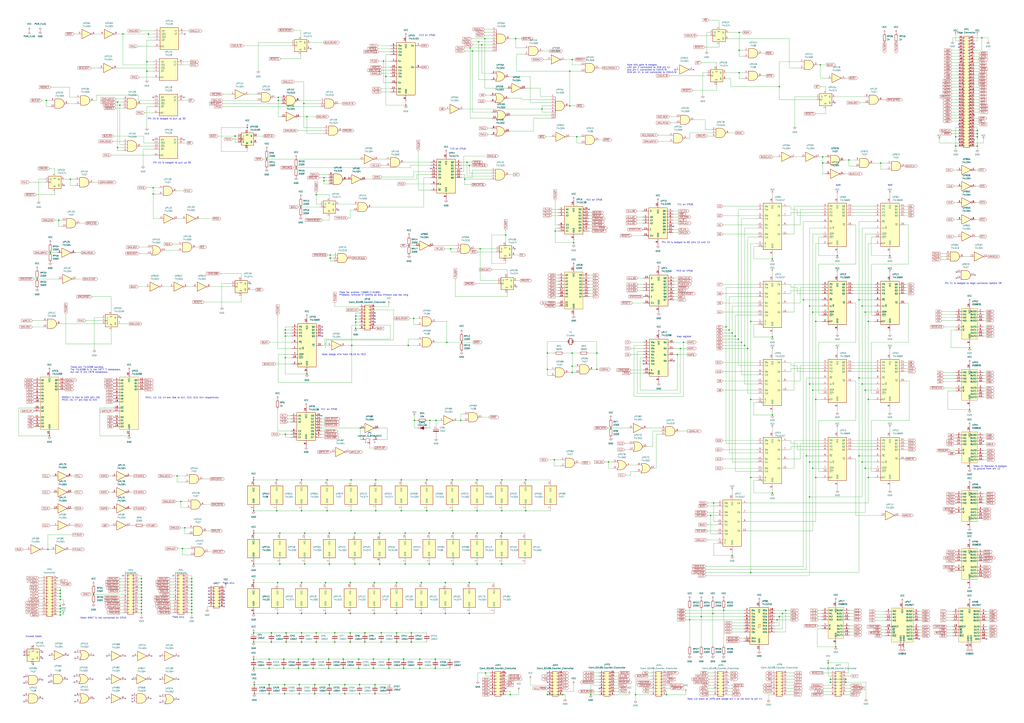
<source format=kicad_sch>
(kicad_sch (version 20211123) (generator eeschema)
  (paper "A1")
  (title_block (title "CPU5 Primary Board") (date "2023-08-14") (rev "1") (company "SJSoftware"))
  (lib_symbols
    (symbol "74xx:74LS00" (pin_names (offset 1.016))
      (property "Reference" "U" (at 0 1.27 0))
      (property "Value" "74LS00" (at 0 -1.27 0))
      (symbol "74LS00_1_1"
        (pin input line (at -7.62 2.54 0) (length 3.81) (name "~") (number "1"))
        (pin input line (at -7.62 -2.54 0) (length 3.81) (name "~") (number "2"))
        (pin output inverted (at 7.62 0 180) (length 3.81) (name "~") (number "3"))
      )
      (symbol "74LS00_1_2"
        (pin input inverted (at -7.62 2.54 0) (length 4.318) (name "~") (number "1"))
        (pin input inverted (at -7.62 -2.54 0) (length 4.318) (name "~") (number "2"))
        (pin output line (at 7.62 0 180) (length 3.81) (name "~") (number "3"))
      )
      (symbol "74LS00_2_1"
        (pin input line (at -7.62 2.54 0) (length 3.81) (name "~") (number "4"))
        (pin input line (at -7.62 -2.54 0) (length 3.81) (name "~") (number "5"))
        (pin output inverted (at 7.62 0 180) (length 3.81) (name "~") (number "6"))
      )
      (symbol "74LS00_2_2"
        (pin input inverted (at -7.62 2.54 0) (length 4.318) (name "~") (number "4"))
        (pin input inverted (at -7.62 -2.54 0) (length 4.318) (name "~") (number "5"))
        (pin output line (at 7.62 0 180) (length 3.81) (name "~") (number "6"))
      )
      (symbol "74LS00_3_1"
        (pin input line (at -7.62 -2.54 0) (length 3.81) (name "~") (number "10"))
        (pin output inverted (at 7.62 0 180) (length 3.81) (name "~") (number "8"))
        (pin input line (at -7.62 2.54 0) (length 3.81) (name "~") (number "9"))
      )
      (symbol "74LS00_3_2"
        (pin input inverted (at -7.62 -2.54 0) (length 4.318) (name "~") (number "10"))
        (pin output line (at 7.62 0 180) (length 3.81) (name "~") (number "8"))
        (pin input inverted (at -7.62 2.54 0) (length 4.318) (name "~") (number "9"))
      )
      (symbol "74LS00_4_1"
        (pin output inverted (at 7.62 0 180) (length 3.81) (name "~") (number "11"))
        (pin input line (at -7.62 2.54 0) (length 3.81) (name "~") (number "12"))
        (pin input line (at -7.62 -2.54 0) (length 3.81) (name "~") (number "13"))
      )
      (symbol "74LS00_4_2"
        (pin output line (at 7.62 0 180) (length 3.81) (name "~") (number "11"))
        (pin input inverted (at -7.62 2.54 0) (length 4.318) (name "~") (number "12"))
        (pin input inverted (at -7.62 -2.54 0) (length 4.318) (name "~") (number "13"))
      )
      (symbol "74LS00_5_0"
        (pin power_in line (at 0 12.7 270) (length 5.08) (name "VCC") (number "14"))
        (pin power_in line (at 0 -12.7 90) (length 5.08) (name "GND") (number "7"))
      )
    )
    (symbol "74xx:74LS02" (pin_names (offset 1.016))
      (property "Reference" "U" (at 0 1.27 0))
      (property "Value" "74LS02" (at 0 -1.27 0))
      (symbol "74LS02_1_1"
        (pin output inverted (at 7.62 0 180) (length 3.81) (name "~") (number "1"))
        (pin input line (at -7.62 2.54 0) (length 4.318) (name "~") (number "2"))
        (pin input line (at -7.62 -2.54 0) (length 4.318) (name "~") (number "3"))
      )
      (symbol "74LS02_1_2"
        (pin output line (at 7.62 0 180) (length 3.81) (name "~") (number "1"))
        (pin input inverted (at -7.62 2.54 0) (length 3.81) (name "~") (number "2"))
        (pin input inverted (at -7.62 -2.54 0) (length 3.81) (name "~") (number "3"))
      )
      (symbol "74LS02_2_1"
        (pin output inverted (at 7.62 0 180) (length 3.81) (name "~") (number "4"))
        (pin input line (at -7.62 2.54 0) (length 4.318) (name "~") (number "5"))
        (pin input line (at -7.62 -2.54 0) (length 4.318) (name "~") (number "6"))
      )
      (symbol "74LS02_2_2"
        (pin output line (at 7.62 0 180) (length 3.81) (name "~") (number "4"))
        (pin input inverted (at -7.62 2.54 0) (length 3.81) (name "~") (number "5"))
        (pin input inverted (at -7.62 -2.54 0) (length 3.81) (name "~") (number "6"))
      )
      (symbol "74LS02_3_1"
        (pin output inverted (at 7.62 0 180) (length 3.81) (name "~") (number "10"))
        (pin input line (at -7.62 2.54 0) (length 4.318) (name "~") (number "8"))
        (pin input line (at -7.62 -2.54 0) (length 4.318) (name "~") (number "9"))
      )
      (symbol "74LS02_3_2"
        (pin output line (at 7.62 0 180) (length 3.81) (name "~") (number "10"))
        (pin input inverted (at -7.62 2.54 0) (length 3.81) (name "~") (number "8"))
        (pin input inverted (at -7.62 -2.54 0) (length 3.81) (name "~") (number "9"))
      )
      (symbol "74LS02_4_1"
        (pin input line (at -7.62 2.54 0) (length 4.318) (name "~") (number "11"))
        (pin input line (at -7.62 -2.54 0) (length 4.318) (name "~") (number "12"))
        (pin output inverted (at 7.62 0 180) (length 3.81) (name "~") (number "13"))
      )
      (symbol "74LS02_4_2"
        (pin input inverted (at -7.62 2.54 0) (length 3.81) (name "~") (number "11"))
        (pin input inverted (at -7.62 -2.54 0) (length 3.81) (name "~") (number "12"))
        (pin output line (at 7.62 0 180) (length 3.81) (name "~") (number "13"))
      )
      (symbol "74LS02_5_0"
        (pin power_in line (at 0 12.7 270) (length 5.08) (name "VCC") (number "14"))
        (pin power_in line (at 0 -12.7 90) (length 5.08) (name "GND") (number "7"))
      )
    )
    (symbol "74xx:74LS04"
      (property "Reference" "U" (at 0 1.27 0))
      (property "Value" "74LS04" (at 0 -1.27 0))
      (symbol "74LS04_1_0"
        (pin input line (at -7.62 0 0) (length 3.81) (name "~") (number "1"))
        (pin output inverted (at 7.62 0 180) (length 3.81) (name "~") (number "2"))
      )
      (symbol "74LS04_2_0"
        (pin input line (at -7.62 0 0) (length 3.81) (name "~") (number "3"))
        (pin output inverted (at 7.62 0 180) (length 3.81) (name "~") (number "4"))
      )
      (symbol "74LS04_3_0"
        (pin input line (at -7.62 0 0) (length 3.81) (name "~") (number "5"))
        (pin output inverted (at 7.62 0 180) (length 3.81) (name "~") (number "6"))
      )
      (symbol "74LS04_4_0"
        (pin output inverted (at 7.62 0 180) (length 3.81) (name "~") (number "8"))
        (pin input line (at -7.62 0 0) (length 3.81) (name "~") (number "9"))
      )
      (symbol "74LS04_5_0"
        (pin output inverted (at 7.62 0 180) (length 3.81) (name "~") (number "10"))
        (pin input line (at -7.62 0 0) (length 3.81) (name "~") (number "11"))
      )
      (symbol "74LS04_6_0"
        (pin output inverted (at 7.62 0 180) (length 3.81) (name "~") (number "12"))
        (pin input line (at -7.62 0 0) (length 3.81) (name "~") (number "13"))
      )
      (symbol "74LS04_7_0"
        (pin power_in line (at 0 12.7 270) (length 5.08) (name "VCC") (number "14"))
        (pin power_in line (at 0 -12.7 90) (length 5.08) (name "GND") (number "7"))
      )
    )
    (symbol "74xx:74LS10" (pin_names (offset 1.016))
      (property "Reference" "U" (at 0 1.27 0))
      (property "Value" "74LS10" (at 0 -1.27 0))
      (symbol "74LS10_1_1"
        (pin input line (at -7.62 2.54 0) (length 3.81) (name "~") (number "1"))
        (pin output inverted (at 7.62 0 180) (length 3.81) (name "~") (number "12"))
        (pin input line (at -7.62 -2.54 0) (length 3.81) (name "~") (number "13"))
        (pin input line (at -7.62 0 0) (length 3.81) (name "~") (number "2"))
      )
      (symbol "74LS10_1_2"
        (pin input inverted (at -7.62 2.54 0) (length 4.318) (name "~") (number "1"))
        (pin output line (at 7.62 0 180) (length 3.81) (name "~") (number "12"))
        (pin input inverted (at -7.62 -2.54 0) (length 4.318) (name "~") (number "13"))
        (pin input inverted (at -7.62 0 0) (length 4.953) (name "~") (number "2"))
      )
      (symbol "74LS10_2_1"
        (pin input line (at -7.62 2.54 0) (length 3.81) (name "~") (number "3"))
        (pin input line (at -7.62 0 0) (length 3.81) (name "~") (number "4"))
        (pin input line (at -7.62 -2.54 0) (length 3.81) (name "~") (number "5"))
        (pin output inverted (at 7.62 0 180) (length 3.81) (name "~") (number "6"))
      )
      (symbol "74LS10_2_2"
        (pin input inverted (at -7.62 2.54 0) (length 4.318) (name "~") (number "3"))
        (pin input inverted (at -7.62 0 0) (length 4.953) (name "~") (number "4"))
        (pin input inverted (at -7.62 -2.54 0) (length 4.318) (name "~") (number "5"))
        (pin output line (at 7.62 0 180) (length 3.81) (name "~") (number "6"))
      )
      (symbol "74LS10_3_1"
        (pin input line (at -7.62 0 0) (length 3.81) (name "~") (number "10"))
        (pin input line (at -7.62 -2.54 0) (length 3.81) (name "~") (number "11"))
        (pin output inverted (at 7.62 0 180) (length 3.81) (name "~") (number "8"))
        (pin input line (at -7.62 2.54 0) (length 3.81) (name "~") (number "9"))
      )
      (symbol "74LS10_3_2"
        (pin input inverted (at -7.62 0 0) (length 4.953) (name "~") (number "10"))
        (pin input inverted (at -7.62 -2.54 0) (length 4.318) (name "~") (number "11"))
        (pin output line (at 7.62 0 180) (length 3.81) (name "~") (number "8"))
        (pin input inverted (at -7.62 2.54 0) (length 4.318) (name "~") (number "9"))
      )
      (symbol "74LS10_4_0"
        (pin power_in line (at 0 12.7 270) (length 5.08) (name "VCC") (number "14"))
        (pin power_in line (at 0 -12.7 90) (length 5.08) (name "GND") (number "7"))
      )
    )
    (symbol "74xx:74LS109" (pin_names (offset 1.016))
      (property "Reference" "U" (at -7.62 8.89 0))
      (property "Value" "74LS109" (at -7.62 -8.89 0))
      (symbol "74LS109_1_0"
        (pin input line (at 0 -7.62 90) (length 2.54) (name "~{R}") (number "1"))
        (pin input line (at -7.62 2.54 0) (length 2.54) (name "J") (number "2"))
        (pin input line (at -7.62 -2.54 0) (length 2.54) (name "~{K}") (number "3"))
        (pin input clock (at -7.62 0 0) (length 2.54) (name "C") (number "4"))
        (pin input line (at 0 7.62 270) (length 2.54) (name "~{S}") (number "5"))
        (pin output line (at 7.62 2.54 180) (length 2.54) (name "Q") (number "6"))
        (pin output line (at 7.62 -2.54 180) (length 2.54) (name "~{Q}") (number "7"))
      )
      (symbol "74LS109_2_0"
        (pin output line (at 7.62 2.54 180) (length 2.54) (name "Q") (number "10"))
        (pin input line (at 0 7.62 270) (length 2.54) (name "~{S}") (number "11"))
        (pin input clock (at -7.62 0 0) (length 2.54) (name "C") (number "12"))
        (pin input line (at -7.62 -2.54 0) (length 2.54) (name "~{K}") (number "13"))
        (pin input line (at -7.62 2.54 0) (length 2.54) (name "J") (number "14"))
        (pin input line (at 0 -7.62 90) (length 2.54) (name "~{R}") (number "15"))
        (pin output line (at 7.62 -2.54 180) (length 2.54) (name "~{Q}") (number "9"))
      )
      (symbol "74LS109_3_0"
        (pin power_in line (at 0 10.16 270) (length 2.54) (name "VCC") (number "16"))
        (pin power_in line (at 0 -10.16 90) (length 2.54) (name "GND") (number "8"))
      )
    )
    (symbol "74xx:74LS138" (pin_names (offset 1.016))
      (property "Reference" "U" (at -7.62 11.43 0))
      (property "Value" "74LS138" (at -7.62 -13.97 0))
      (symbol "74LS138_1_0"
        (pin input line (at -12.7 7.62 0) (length 5.08) (name "A0") (number "1"))
        (pin output output_low (at 12.7 -5.08 180) (length 5.08) (name "O5") (number "10"))
        (pin output output_low (at 12.7 -2.54 180) (length 5.08) (name "O4") (number "11"))
        (pin output output_low (at 12.7 0 180) (length 5.08) (name "O3") (number "12"))
        (pin output output_low (at 12.7 2.54 180) (length 5.08) (name "O2") (number "13"))
        (pin output output_low (at 12.7 5.08 180) (length 5.08) (name "O1") (number "14"))
        (pin output output_low (at 12.7 7.62 180) (length 5.08) (name "O0") (number "15"))
        (pin power_in line (at 0 15.24 270) (length 5.08) (name "VCC") (number "16"))
        (pin input line (at -12.7 5.08 0) (length 5.08) (name "A1") (number "2"))
        (pin input line (at -12.7 2.54 0) (length 5.08) (name "A2") (number "3"))
        (pin input input_low (at -12.7 -10.16 0) (length 5.08) (name "E1") (number "4"))
        (pin input input_low (at -12.7 -7.62 0) (length 5.08) (name "E2") (number "5"))
        (pin input line (at -12.7 -5.08 0) (length 5.08) (name "E3") (number "6"))
        (pin output output_low (at 12.7 -10.16 180) (length 5.08) (name "O7") (number "7"))
        (pin power_in line (at 0 -17.78 90) (length 5.08) (name "GND") (number "8"))
        (pin output output_low (at 12.7 -7.62 180) (length 5.08) (name "O6") (number "9"))
      )
    )
    (symbol "74xx:74LS153" (pin_names (offset 1.016))
      (property "Reference" "U" (at -7.62 21.59 0))
      (property "Value" "74LS153" (at -7.62 -24.13 0))
      (symbol "74LS153_1_0"
        (pin input inverted (at -12.7 5.08 0) (length 5.08) (name "Ea") (number "1"))
        (pin input line (at -12.7 0 0) (length 5.08) (name "I0b") (number "10"))
        (pin input line (at -12.7 -2.54 0) (length 5.08) (name "I1b") (number "11"))
        (pin input line (at -12.7 -5.08 0) (length 5.08) (name "I2b") (number "12"))
        (pin input line (at -12.7 -7.62 0) (length 5.08) (name "I3b") (number "13"))
        (pin input line (at -12.7 -17.78 0) (length 5.08) (name "S0") (number "14"))
        (pin input inverted (at -12.7 -12.7 0) (length 5.08) (name "Eb") (number "15"))
        (pin power_in line (at 0 25.4 270) (length 5.08) (name "VCC") (number "16"))
        (pin input line (at -12.7 -20.32 0) (length 5.08) (name "S1") (number "2"))
        (pin input line (at -12.7 10.16 0) (length 5.08) (name "I3a") (number "3"))
        (pin input line (at -12.7 12.7 0) (length 5.08) (name "I2a") (number "4"))
        (pin input line (at -12.7 15.24 0) (length 5.08) (name "I1a") (number "5"))
        (pin input line (at -12.7 17.78 0) (length 5.08) (name "I0a") (number "6"))
        (pin output line (at 12.7 17.78 180) (length 5.08) (name "Za") (number "7"))
        (pin power_in line (at 0 -27.94 90) (length 5.08) (name "GND") (number "8"))
        (pin output line (at 12.7 0 180) (length 5.08) (name "Zb") (number "9"))
      )
    )
    (symbol "74xx:74LS157" (pin_names (offset 1.016))
      (property "Reference" "U" (at -7.62 19.05 0))
      (property "Value" "74LS157" (at -7.62 -21.59 0))
      (symbol "74LS157_1_0"
        (pin input line (at -12.7 -15.24 0) (length 5.08) (name "S") (number "1"))
        (pin input line (at -12.7 -2.54 0) (length 5.08) (name "I1c") (number "10"))
        (pin input line (at -12.7 0 0) (length 5.08) (name "I0c") (number "11"))
        (pin output line (at 12.7 -7.62 180) (length 5.08) (name "Zd") (number "12"))
        (pin input line (at -12.7 -10.16 0) (length 5.08) (name "I1d") (number "13"))
        (pin input line (at -12.7 -7.62 0) (length 5.08) (name "I0d") (number "14"))
        (pin input inverted (at -12.7 -17.78 0) (length 5.08) (name "E") (number "15"))
        (pin power_in line (at 0 22.86 270) (length 5.08) (name "VCC") (number "16"))
        (pin input line (at -12.7 15.24 0) (length 5.08) (name "I0a") (number "2"))
        (pin input line (at -12.7 12.7 0) (length 5.08) (name "I1a") (number "3"))
        (pin output line (at 12.7 15.24 180) (length 5.08) (name "Za") (number "4"))
        (pin input line (at -12.7 7.62 0) (length 5.08) (name "I0b") (number "5"))
        (pin input line (at -12.7 5.08 0) (length 5.08) (name "I1b") (number "6"))
        (pin output line (at 12.7 7.62 180) (length 5.08) (name "Zb") (number "7"))
        (pin power_in line (at 0 -25.4 90) (length 5.08) (name "GND") (number "8"))
        (pin output line (at 12.7 0 180) (length 5.08) (name "Zc") (number "9"))
      )
    )
    (symbol "74xx:74LS174" (pin_names (offset 1.016))
      (property "Reference" "U" (at -7.62 13.97 0))
      (property "Value" "74LS174" (at -7.62 -16.51 0))
      (symbol "74LS174_1_0"
        (pin input line (at -12.7 -12.7 0) (length 5.08) (name "~{Mr}") (number "1"))
        (pin output line (at 12.7 2.54 180) (length 5.08) (name "Q3") (number "10"))
        (pin input line (at -12.7 2.54 0) (length 5.08) (name "D3") (number "11"))
        (pin output line (at 12.7 0 180) (length 5.08) (name "Q4") (number "12"))
        (pin input line (at -12.7 0 0) (length 5.08) (name "D4") (number "13"))
        (pin input line (at -12.7 -2.54 0) (length 5.08) (name "D5") (number "14"))
        (pin output line (at 12.7 -2.54 180) (length 5.08) (name "Q5") (number "15"))
        (pin power_in line (at 0 17.78 270) (length 5.08) (name "VCC") (number "16"))
        (pin output line (at 12.7 10.16 180) (length 5.08) (name "Q0") (number "2"))
        (pin input line (at -12.7 10.16 0) (length 5.08) (name "D0") (number "3"))
        (pin input line (at -12.7 7.62 0) (length 5.08) (name "D1") (number "4"))
        (pin output line (at 12.7 7.62 180) (length 5.08) (name "Q1") (number "5"))
        (pin input line (at -12.7 5.08 0) (length 5.08) (name "D2") (number "6"))
        (pin output line (at 12.7 5.08 180) (length 5.08) (name "Q2") (number "7"))
        (pin power_in line (at 0 -20.32 90) (length 5.08) (name "GND") (number "8"))
        (pin input clock (at -12.7 -7.62 0) (length 5.08) (name "Cp") (number "9"))
      )
    )
    (symbol "74xx:74LS20" (pin_names (offset 1.016))
      (property "Reference" "U" (at 0 1.27 0))
      (property "Value" "74LS20" (at 0 -1.27 0))
      (symbol "74LS20_1_1"
        (pin input line (at -7.62 3.81 0) (length 3.81) (name "~") (number "1"))
        (pin input line (at -7.62 1.27 0) (length 3.81) (name "~") (number "2"))
        (pin input line (at -7.62 -1.27 0) (length 3.81) (name "~") (number "4"))
        (pin input line (at -7.62 -3.81 0) (length 3.81) (name "~") (number "5"))
        (pin output inverted (at 7.62 0 180) (length 3.81) (name "~") (number "6"))
      )
      (symbol "74LS20_1_2"
        (pin input inverted (at -7.62 3.81 0) (length 3.81) (name "~") (number "1"))
        (pin input inverted (at -7.62 1.27 0) (length 4.826) (name "~") (number "2"))
        (pin input inverted (at -7.62 -1.27 0) (length 4.826) (name "~") (number "4"))
        (pin input inverted (at -7.62 -3.81 0) (length 3.81) (name "~") (number "5"))
        (pin output line (at 7.62 0 180) (length 3.81) (name "~") (number "6"))
      )
      (symbol "74LS20_2_1"
        (pin input line (at -7.62 1.27 0) (length 3.81) (name "~") (number "10"))
        (pin input line (at -7.62 -1.27 0) (length 3.81) (name "~") (number "12"))
        (pin input line (at -7.62 -3.81 0) (length 3.81) (name "~") (number "13"))
        (pin output inverted (at 7.62 0 180) (length 3.81) (name "~") (number "8"))
        (pin input line (at -7.62 3.81 0) (length 3.81) (name "~") (number "9"))
      )
      (symbol "74LS20_2_2"
        (pin input inverted (at -7.62 1.27 0) (length 4.826) (name "~") (number "10"))
        (pin input inverted (at -7.62 -1.27 0) (length 4.826) (name "~") (number "12"))
        (pin input inverted (at -7.62 -3.81 0) (length 3.81) (name "~") (number "13"))
        (pin output line (at 7.62 0 180) (length 3.81) (name "~") (number "8"))
        (pin input inverted (at -7.62 3.81 0) (length 3.81) (name "~") (number "9"))
      )
      (symbol "74LS20_3_0"
        (pin power_in line (at 0 12.7 270) (length 5.08) (name "VCC") (number "14"))
        (pin power_in line (at 0 -12.7 90) (length 5.08) (name "GND") (number "7"))
      )
    )
    (symbol "74xx:74LS240" (pin_names (offset 1.016))
      (property "Reference" "U" (at -7.62 16.51 0))
      (property "Value" "74LS240" (at -7.62 -16.51 0))
      (symbol "74LS240_1_0"
        (pin input inverted (at -12.7 -10.16 0) (length 5.08) (name "OEa") (number "1"))
        (pin power_in line (at 0 -20.32 90) (length 5.08) (name "GND") (number "10"))
        (pin input line (at -12.7 2.54 0) (length 5.08) (name "I0b") (number "11"))
        (pin tri_state inverted (at 12.7 5.08 180) (length 5.08) (name "O3a") (number "12"))
        (pin input line (at -12.7 0 0) (length 5.08) (name "I1b") (number "13"))
        (pin tri_state inverted (at 12.7 7.62 180) (length 5.08) (name "O2a") (number "14"))
        (pin input line (at -12.7 -2.54 0) (length 5.08) (name "I2b") (number "15"))
        (pin tri_state inverted (at 12.7 10.16 180) (length 5.08) (name "O1a") (number "16"))
        (pin input line (at -12.7 -5.08 0) (length 5.08) (name "I3b") (number "17"))
        (pin tri_state inverted (at 12.7 12.7 180) (length 5.08) (name "O0a") (number "18"))
        (pin input inverted (at -12.7 -12.7 0) (length 5.08) (name "OEb") (number "19"))
        (pin input line (at -12.7 12.7 0) (length 5.08) (name "I0a") (number "2"))
        (pin power_in line (at 0 20.32 270) (length 5.08) (name "VCC") (number "20"))
        (pin tri_state inverted (at 12.7 -5.08 180) (length 5.08) (name "O3b") (number "3"))
        (pin input line (at -12.7 10.16 0) (length 5.08) (name "I1a") (number "4"))
        (pin tri_state inverted (at 12.7 -2.54 180) (length 5.08) (name "O2b") (number "5"))
        (pin input line (at -12.7 7.62 0) (length 5.08) (name "I2a") (number "6"))
        (pin tri_state inverted (at 12.7 0 180) (length 5.08) (name "O1b") (number "7"))
        (pin input line (at -12.7 5.08 0) (length 5.08) (name "I3a") (number "8"))
        (pin tri_state inverted (at 12.7 2.54 180) (length 5.08) (name "O0b") (number "9"))
      )
    )
    (symbol "74xx:74LS259" (pin_names (offset 1.016))
      (property "Reference" "U" (at -7.62 13.97 0))
      (property "Value" "74LS259" (at -7.62 -13.97 0))
      (symbol "74LS259_1_0"
        (pin input line (at -12.7 5.08 0) (length 5.08) (name "A0") (number "1"))
        (pin output line (at 12.7 -2.54 180) (length 5.08) (name "Q5") (number "10"))
        (pin output line (at 12.7 -5.08 180) (length 5.08) (name "Q6") (number "11"))
        (pin output line (at 12.7 -7.62 180) (length 5.08) (name "Q7") (number "12"))
        (pin input line (at -12.7 10.16 0) (length 5.08) (name "D") (number "13"))
        (pin input inverted (at -12.7 -5.08 0) (length 5.08) (name "E") (number "14"))
        (pin input inverted (at -12.7 -10.16 0) (length 5.08) (name "Clr") (number "15"))
        (pin power_in line (at 0 17.78 270) (length 5.08) (name "VCC") (number "16"))
        (pin input line (at -12.7 2.54 0) (length 5.08) (name "A1") (number "2"))
        (pin input line (at -12.7 0 0) (length 5.08) (name "A2") (number "3"))
        (pin output line (at 12.7 10.16 180) (length 5.08) (name "Q0") (number "4"))
        (pin output line (at 12.7 7.62 180) (length 5.08) (name "Q1") (number "5"))
        (pin output line (at 12.7 5.08 180) (length 5.08) (name "Q2") (number "6"))
        (pin output line (at 12.7 2.54 180) (length 5.08) (name "Q3") (number "7"))
        (pin power_in line (at 0 -17.78 90) (length 5.08) (name "GND") (number "8"))
        (pin output line (at 12.7 0 180) (length 5.08) (name "Q4") (number "9"))
      )
    )
    (symbol "74xx:74LS298" (pin_names (offset 1.016))
      (property "Reference" "U" (at -7.62 16.51 0))
      (property "Value" "74LS298" (at -7.62 -16.51 0))
      (symbol "74LS298_1_0"
        (pin input line (at -12.7 5.08 0) (length 5.08) (name "I1b") (number "1"))
        (pin input line (at -12.7 -10.16 0) (length 5.08) (name "S") (number "10"))
        (pin input inverted_clock (at -12.7 -12.7 0) (length 5.08) (name "Cp") (number "11"))
        (pin output line (at 12.7 -2.54 180) (length 5.08) (name "Qd") (number "12"))
        (pin output line (at 12.7 2.54 180) (length 5.08) (name "Qc") (number "13"))
        (pin output line (at 12.7 7.62 180) (length 5.08) (name "Qb") (number "14"))
        (pin output line (at 12.7 12.7 180) (length 5.08) (name "Qa") (number "15"))
        (pin power_in line (at 0 20.32 270) (length 5.08) (name "VCC") (number "16"))
        (pin input line (at -12.7 10.16 0) (length 5.08) (name "I1a") (number "2"))
        (pin input line (at -12.7 12.7 0) (length 5.08) (name "I0a") (number "3"))
        (pin input line (at -12.7 7.62 0) (length 5.08) (name "I0b") (number "4"))
        (pin input line (at -12.7 0 0) (length 5.08) (name "I1c") (number "5"))
        (pin input line (at -12.7 -5.08 0) (length 5.08) (name "I1d") (number "6"))
        (pin input line (at -12.7 -2.54 0) (length 5.08) (name "I0d") (number "7"))
        (pin power_in line (at 0 -20.32 90) (length 5.08) (name "GND") (number "8"))
        (pin input line (at -12.7 2.54 0) (length 5.08) (name "I0c") (number "9"))
      )
    )
    (symbol "74xx:74LS30" (pin_names (offset 1.016))
      (property "Reference" "U" (at 0 1.27 0))
      (property "Value" "74LS30" (at 0 -1.27 0))
      (symbol "74LS30_1_1"
        (pin input line (at -7.62 7.62 0) (length 3.81) (name "~") (number "1"))
        (pin input line (at -7.62 -7.62 0) (length 3.81) (name "~") (number "11"))
        (pin input line (at -7.62 -10.16 0) (length 3.81) (name "~") (number "12"))
        (pin input line (at -7.62 5.08 0) (length 3.81) (name "~") (number "2"))
        (pin input line (at -7.62 2.54 0) (length 3.81) (name "~") (number "3"))
        (pin input line (at -7.62 0 0) (length 3.81) (name "~") (number "4"))
        (pin input line (at -7.62 -2.54 0) (length 3.81) (name "~") (number "5"))
        (pin input line (at -7.62 -5.08 0) (length 3.81) (name "~") (number "6"))
        (pin output inverted (at 7.62 0 180) (length 3.81) (name "~") (number "8"))
      )
      (symbol "74LS30_1_2"
        (pin input inverted (at -7.62 7.62 0) (length 3.81) (name "~") (number "1"))
        (pin input inverted (at -7.62 -7.62 0) (length 3.81) (name "~") (number "11"))
        (pin input inverted (at -7.62 -10.16 0) (length 3.81) (name "~") (number "12"))
        (pin input inverted (at -7.62 5.08 0) (length 3.81) (name "~") (number "2"))
        (pin input inverted (at -7.62 2.54 0) (length 4.5466) (name "~") (number "3"))
        (pin input inverted (at -7.62 0 0) (length 5.08) (name "~") (number "4"))
        (pin input inverted (at -7.62 -2.54 0) (length 4.5466) (name "~") (number "5"))
        (pin input inverted (at -7.62 -5.08 0) (length 3.81) (name "~") (number "6"))
        (pin output line (at 7.62 0 180) (length 3.81) (name "~") (number "8"))
      )
      (symbol "74LS30_2_0"
        (pin power_in line (at 0 12.7 270) (length 5.08) (name "VCC") (number "14"))
        (pin power_in line (at 0 -12.7 90) (length 5.08) (name "GND") (number "7"))
      )
    )
    (symbol "74xx:74LS74" (pin_names (offset 1.016))
      (property "Reference" "U" (at -7.62 8.89 0))
      (property "Value" "74LS74" (at -7.62 -8.89 0))
      (symbol "74LS74_1_0"
        (pin input line (at 0 -7.62 90) (length 2.54) (name "~{R}") (number "1"))
        (pin input line (at -7.62 2.54 0) (length 2.54) (name "D") (number "2"))
        (pin input clock (at -7.62 0 0) (length 2.54) (name "C") (number "3"))
        (pin input line (at 0 7.62 270) (length 2.54) (name "~{S}") (number "4"))
        (pin output line (at 7.62 2.54 180) (length 2.54) (name "Q") (number "5"))
        (pin output line (at 7.62 -2.54 180) (length 2.54) (name "~{Q}") (number "6"))
      )
      (symbol "74LS74_2_0"
        (pin input line (at 0 7.62 270) (length 2.54) (name "~{S}") (number "10"))
        (pin input clock (at -7.62 0 0) (length 2.54) (name "C") (number "11"))
        (pin input line (at -7.62 2.54 0) (length 2.54) (name "D") (number "12"))
        (pin input line (at 0 -7.62 90) (length 2.54) (name "~{R}") (number "13"))
        (pin output line (at 7.62 -2.54 180) (length 2.54) (name "~{Q}") (number "8"))
        (pin output line (at 7.62 2.54 180) (length 2.54) (name "Q") (number "9"))
      )
      (symbol "74LS74_3_0"
        (pin power_in line (at 0 10.16 270) (length 2.54) (name "VCC") (number "14"))
        (pin power_in line (at 0 -10.16 90) (length 2.54) (name "GND") (number "7"))
      )
    )
    (symbol "Connector_Generic:Conn_02x07_Counter_Clockwise" (pin_names (offset 1.016) hide)
      (property "Reference" "J" (at 1.27 10.16 0))
      (property "Value" "Conn_02x07_Counter_Clockwise" (at 1.27 -10.16 0))
      (symbol "Conn_02x07_Counter_Clockwise_1_1"
        (pin passive line (at -5.08 7.62 0) (length 3.81) (name "Pin_1") (number "1"))
        (pin passive line (at 7.62 -2.54 180) (length 3.81) (name "Pin_10") (number "10"))
        (pin passive line (at 7.62 0 180) (length 3.81) (name "Pin_11") (number "11"))
        (pin passive line (at 7.62 2.54 180) (length 3.81) (name "Pin_12") (number "12"))
        (pin passive line (at 7.62 5.08 180) (length 3.81) (name "Pin_13") (number "13"))
        (pin passive line (at 7.62 7.62 180) (length 3.81) (name "Pin_14") (number "14"))
        (pin passive line (at -5.08 5.08 0) (length 3.81) (name "Pin_2") (number "2"))
        (pin passive line (at -5.08 2.54 0) (length 3.81) (name "Pin_3") (number "3"))
        (pin passive line (at -5.08 0 0) (length 3.81) (name "Pin_4") (number "4"))
        (pin passive line (at -5.08 -2.54 0) (length 3.81) (name "Pin_5") (number "5"))
        (pin passive line (at -5.08 -5.08 0) (length 3.81) (name "Pin_6") (number "6"))
        (pin passive line (at -5.08 -7.62 0) (length 3.81) (name "Pin_7") (number "7"))
        (pin passive line (at 7.62 -7.62 180) (length 3.81) (name "Pin_8") (number "8"))
        (pin passive line (at 7.62 -5.08 180) (length 3.81) (name "Pin_9") (number "9"))
      )
    )
    (symbol "Connector_Generic:Conn_02x08_Counter_Clockwise" (pin_names (offset 1.016) hide)
      (property "Reference" "J" (at 1.27 10.16 0))
      (property "Value" "Conn_02x08_Counter_Clockwise" (at 1.27 -12.7 0))
      (symbol "Conn_02x08_Counter_Clockwise_1_1"
        (pin passive line (at -5.08 7.62 0) (length 3.81) (name "Pin_1") (number "1"))
        (pin passive line (at 7.62 -7.62 180) (length 3.81) (name "Pin_10") (number "10"))
        (pin passive line (at 7.62 -5.08 180) (length 3.81) (name "Pin_11") (number "11"))
        (pin passive line (at 7.62 -2.54 180) (length 3.81) (name "Pin_12") (number "12"))
        (pin passive line (at 7.62 0 180) (length 3.81) (name "Pin_13") (number "13"))
        (pin passive line (at 7.62 2.54 180) (length 3.81) (name "Pin_14") (number "14"))
        (pin passive line (at 7.62 5.08 180) (length 3.81) (name "Pin_15") (number "15"))
        (pin passive line (at 7.62 7.62 180) (length 3.81) (name "Pin_16") (number "16"))
        (pin passive line (at -5.08 5.08 0) (length 3.81) (name "Pin_2") (number "2"))
        (pin passive line (at -5.08 2.54 0) (length 3.81) (name "Pin_3") (number "3"))
        (pin passive line (at -5.08 0 0) (length 3.81) (name "Pin_4") (number "4"))
        (pin passive line (at -5.08 -2.54 0) (length 3.81) (name "Pin_5") (number "5"))
        (pin passive line (at -5.08 -5.08 0) (length 3.81) (name "Pin_6") (number "6"))
        (pin passive line (at -5.08 -7.62 0) (length 3.81) (name "Pin_7") (number "7"))
        (pin passive line (at -5.08 -10.16 0) (length 3.81) (name "Pin_8") (number "8"))
        (pin passive line (at 7.62 -10.16 180) (length 3.81) (name "Pin_9") (number "9"))
      )
    )
    (symbol "Connector_Generic:Conn_02x13_Top_Bottom" (pin_names (offset 1.016) hide)
      (property "Reference" "J" (at 1.27 17.78 0))
      (property "Value" "Conn_02x13_Top_Bottom" (at 1.27 -17.78 0))
      (symbol "Conn_02x13_Top_Bottom_1_1"
        (pin passive line (at -5.08 15.24 0) (length 3.81) (name "Pin_1") (number "1"))
        (pin passive line (at -5.08 -7.62 0) (length 3.81) (name "Pin_10") (number "10"))
        (pin passive line (at -5.08 -10.16 0) (length 3.81) (name "Pin_11") (number "11"))
        (pin passive line (at -5.08 -12.7 0) (length 3.81) (name "Pin_12") (number "12"))
        (pin passive line (at -5.08 -15.24 0) (length 3.81) (name "Pin_13") (number "13"))
        (pin passive line (at 7.62 15.24 180) (length 3.81) (name "Pin_14") (number "14"))
        (pin passive line (at 7.62 12.7 180) (length 3.81) (name "Pin_15") (number "15"))
        (pin passive line (at 7.62 10.16 180) (length 3.81) (name "Pin_16") (number "16"))
        (pin passive line (at 7.62 7.62 180) (length 3.81) (name "Pin_17") (number "17"))
        (pin passive line (at 7.62 5.08 180) (length 3.81) (name "Pin_18") (number "18"))
        (pin passive line (at 7.62 2.54 180) (length 3.81) (name "Pin_19") (number "19"))
        (pin passive line (at -5.08 12.7 0) (length 3.81) (name "Pin_2") (number "2"))
        (pin passive line (at 7.62 0 180) (length 3.81) (name "Pin_20") (number "20"))
        (pin passive line (at 7.62 -2.54 180) (length 3.81) (name "Pin_21") (number "21"))
        (pin passive line (at 7.62 -5.08 180) (length 3.81) (name "Pin_22") (number "22"))
        (pin passive line (at 7.62 -7.62 180) (length 3.81) (name "Pin_23") (number "23"))
        (pin passive line (at 7.62 -10.16 180) (length 3.81) (name "Pin_24") (number "24"))
        (pin passive line (at 7.62 -12.7 180) (length 3.81) (name "Pin_25") (number "25"))
        (pin passive line (at 7.62 -15.24 180) (length 3.81) (name "Pin_26") (number "26"))
        (pin passive line (at -5.08 10.16 0) (length 3.81) (name "Pin_3") (number "3"))
        (pin passive line (at -5.08 7.62 0) (length 3.81) (name "Pin_4") (number "4"))
        (pin passive line (at -5.08 5.08 0) (length 3.81) (name "Pin_5") (number "5"))
        (pin passive line (at -5.08 2.54 0) (length 3.81) (name "Pin_6") (number "6"))
        (pin passive line (at -5.08 0 0) (length 3.81) (name "Pin_7") (number "7"))
        (pin passive line (at -5.08 -2.54 0) (length 3.81) (name "Pin_8") (number "8"))
        (pin passive line (at -5.08 -5.08 0) (length 3.81) (name "Pin_9") (number "9"))
      )
    )
    (symbol "Connector_Generic:Conn_02x36_Row_Letter_First" (pin_names (offset 1.016) hide)
      (property "Reference" "J" (at 1.27 45.72 0))
      (property "Value" "Conn_02x36_Row_Letter_First" (at 1.27 -48.26 0))
      (symbol "Conn_02x36_Row_Letter_First_1_1"
        (pin passive line (at -5.08 43.18 0) (length 3.81) (name "Pin_a1") (number "a1"))
        (pin passive line (at -5.08 20.32 0) (length 3.81) (name "Pin_a10") (number "a10"))
        (pin passive line (at -5.08 17.78 0) (length 3.81) (name "Pin_a11") (number "a11"))
        (pin passive line (at -5.08 15.24 0) (length 3.81) (name "Pin_a12") (number "a12"))
        (pin passive line (at -5.08 12.7 0) (length 3.81) (name "Pin_a13") (number "a13"))
        (pin passive line (at -5.08 10.16 0) (length 3.81) (name "Pin_a14") (number "a14"))
        (pin passive line (at -5.08 7.62 0) (length 3.81) (name "Pin_a15") (number "a15"))
        (pin passive line (at -5.08 5.08 0) (length 3.81) (name "Pin_a16") (number "a16"))
        (pin passive line (at -5.08 2.54 0) (length 3.81) (name "Pin_a17") (number "a17"))
        (pin passive line (at -5.08 0 0) (length 3.81) (name "Pin_a18") (number "a18"))
        (pin passive line (at -5.08 -2.54 0) (length 3.81) (name "Pin_a19") (number "a19"))
        (pin passive line (at -5.08 40.64 0) (length 3.81) (name "Pin_a2") (number "a2"))
        (pin passive line (at -5.08 -5.08 0) (length 3.81) (name "Pin_a20") (number "a20"))
        (pin passive line (at -5.08 -7.62 0) (length 3.81) (name "Pin_a21") (number "a21"))
        (pin passive line (at -5.08 -10.16 0) (length 3.81) (name "Pin_a22") (number "a22"))
        (pin passive line (at -5.08 -12.7 0) (length 3.81) (name "Pin_a23") (number "a23"))
        (pin passive line (at -5.08 -15.24 0) (length 3.81) (name "Pin_a24") (number "a24"))
        (pin passive line (at -5.08 -17.78 0) (length 3.81) (name "Pin_a25") (number "a25"))
        (pin passive line (at -5.08 -20.32 0) (length 3.81) (name "Pin_a26") (number "a26"))
        (pin passive line (at -5.08 -22.86 0) (length 3.81) (name "Pin_a27") (number "a27"))
        (pin passive line (at -5.08 -25.4 0) (length 3.81) (name "Pin_a28") (number "a28"))
        (pin passive line (at -5.08 -27.94 0) (length 3.81) (name "Pin_a29") (number "a29"))
        (pin passive line (at -5.08 38.1 0) (length 3.81) (name "Pin_a3") (number "a3"))
        (pin passive line (at -5.08 -30.48 0) (length 3.81) (name "Pin_a30") (number "a30"))
        (pin passive line (at -5.08 -33.02 0) (length 3.81) (name "Pin_a31") (number "a31"))
        (pin passive line (at -5.08 -35.56 0) (length 3.81) (name "Pin_a32") (number "a32"))
        (pin passive line (at -5.08 -38.1 0) (length 3.81) (name "Pin_a33") (number "a33"))
        (pin passive line (at -5.08 -40.64 0) (length 3.81) (name "Pin_a34") (number "a34"))
        (pin passive line (at -5.08 -43.18 0) (length 3.81) (name "Pin_a35") (number "a35"))
        (pin passive line (at -5.08 -45.72 0) (length 3.81) (name "Pin_a36") (number "a36"))
        (pin passive line (at -5.08 35.56 0) (length 3.81) (name "Pin_a4") (number "a4"))
        (pin passive line (at -5.08 33.02 0) (length 3.81) (name "Pin_a5") (number "a5"))
        (pin passive line (at -5.08 30.48 0) (length 3.81) (name "Pin_a6") (number "a6"))
        (pin passive line (at -5.08 27.94 0) (length 3.81) (name "Pin_a7") (number "a7"))
        (pin passive line (at -5.08 25.4 0) (length 3.81) (name "Pin_a8") (number "a8"))
        (pin passive line (at -5.08 22.86 0) (length 3.81) (name "Pin_a9") (number "a9"))
        (pin passive line (at 7.62 43.18 180) (length 3.81) (name "Pin_b1") (number "b1"))
        (pin passive line (at 7.62 20.32 180) (length 3.81) (name "Pin_b10") (number "b10"))
        (pin passive line (at 7.62 17.78 180) (length 3.81) (name "Pin_b11") (number "b11"))
        (pin passive line (at 7.62 15.24 180) (length 3.81) (name "Pin_b12") (number "b12"))
        (pin passive line (at 7.62 12.7 180) (length 3.81) (name "Pin_b13") (number "b13"))
        (pin passive line (at 7.62 10.16 180) (length 3.81) (name "Pin_b14") (number "b14"))
        (pin passive line (at 7.62 7.62 180) (length 3.81) (name "Pin_b15") (number "b15"))
        (pin passive line (at 7.62 5.08 180) (length 3.81) (name "Pin_b16") (number "b16"))
        (pin passive line (at 7.62 2.54 180) (length 3.81) (name "Pin_b17") (number "b17"))
        (pin passive line (at 7.62 0 180) (length 3.81) (name "Pin_b18") (number "b18"))
        (pin passive line (at 7.62 -2.54 180) (length 3.81) (name "Pin_b19") (number "b19"))
        (pin passive line (at 7.62 40.64 180) (length 3.81) (name "Pin_b2") (number "b2"))
        (pin passive line (at 7.62 -5.08 180) (length 3.81) (name "Pin_b20") (number "b20"))
        (pin passive line (at 7.62 -7.62 180) (length 3.81) (name "Pin_b21") (number "b21"))
        (pin passive line (at 7.62 -10.16 180) (length 3.81) (name "Pin_b22") (number "b22"))
        (pin passive line (at 7.62 -12.7 180) (length 3.81) (name "Pin_b23") (number "b23"))
        (pin passive line (at 7.62 -15.24 180) (length 3.81) (name "Pin_b24") (number "b24"))
        (pin passive line (at 7.62 -17.78 180) (length 3.81) (name "Pin_b25") (number "b25"))
        (pin passive line (at 7.62 -20.32 180) (length 3.81) (name "Pin_b26") (number "b26"))
        (pin passive line (at 7.62 -22.86 180) (length 3.81) (name "Pin_b27") (number "b27"))
        (pin passive line (at 7.62 -25.4 180) (length 3.81) (name "Pin_b28") (number "b28"))
        (pin passive line (at 7.62 -27.94 180) (length 3.81) (name "Pin_b29") (number "b29"))
        (pin passive line (at 7.62 38.1 180) (length 3.81) (name "Pin_b3") (number "b3"))
        (pin passive line (at 7.62 -30.48 180) (length 3.81) (name "Pin_b30") (number "b30"))
        (pin passive line (at 7.62 -33.02 180) (length 3.81) (name "Pin_b31") (number "b31"))
        (pin passive line (at 7.62 -35.56 180) (length 3.81) (name "Pin_b32") (number "b32"))
        (pin passive line (at 7.62 -38.1 180) (length 3.81) (name "Pin_b33") (number "b33"))
        (pin passive line (at 7.62 -40.64 180) (length 3.81) (name "Pin_b34") (number "b34"))
        (pin passive line (at 7.62 -43.18 180) (length 3.81) (name "Pin_b35") (number "b35"))
        (pin passive line (at 7.62 -45.72 180) (length 3.81) (name "Pin_b36") (number "b36"))
        (pin passive line (at 7.62 35.56 180) (length 3.81) (name "Pin_b4") (number "b4"))
        (pin passive line (at 7.62 33.02 180) (length 3.81) (name "Pin_b5") (number "b5"))
        (pin passive line (at 7.62 30.48 180) (length 3.81) (name "Pin_b6") (number "b6"))
        (pin passive line (at 7.62 27.94 180) (length 3.81) (name "Pin_b7") (number "b7"))
        (pin passive line (at 7.62 25.4 180) (length 3.81) (name "Pin_b8") (number "b8"))
        (pin passive line (at 7.62 22.86 180) (length 3.81) (name "Pin_b9") (number "b9"))
      )
    )
    (symbol "Device:C" (pin_numbers hide) (pin_names (offset 0.254))
      (property "Reference" "C" (at 0.635 2.54 0))
      (property "Value" "C" (at 0.635 -2.54 0))
      (symbol "C_1_1"
        (pin passive line (at 0 3.81 270) (length 2.794) (name "~") (number "1"))
        (pin passive line (at 0 -3.81 90) (length 2.794) (name "~") (number "2"))
      )
    )
    (symbol "Device:C_Polarized" (pin_numbers hide) (pin_names (offset 0.254))
      (property "Reference" "C" (at 0.635 2.54 0))
      (property "Value" "C_Polarized" (at 0.635 -2.54 0))
      (symbol "C_Polarized_1_1"
        (pin passive line (at 0 3.81 270) (length 2.794) (name "~") (number "1"))
        (pin passive line (at 0 -3.81 90) (length 2.794) (name "~") (number "2"))
      )
    )
    (symbol "Device:Crystal" (pin_numbers hide) (pin_names (offset 1.016) hide)
      (property "Reference" "Y" (at 0 3.81 0))
      (property "Value" "Crystal" (at 0 -3.81 0))
      (symbol "Crystal_1_1"
        (pin passive line (at -3.81 0 0) (length 1.27) (name "1") (number "1"))
        (pin passive line (at 3.81 0 180) (length 1.27) (name "2") (number "2"))
      )
    )
    (symbol "Device:D_Filled" (pin_numbers hide) (pin_names (offset 1.016) hide)
      (property "Reference" "D" (at 0 2.54 0))
      (property "Value" "D_Filled" (at 0 -2.54 0))
      (symbol "D_Filled_1_1"
        (pin passive line (at -3.81 0 0) (length 2.54) (name "K") (number "1"))
        (pin passive line (at 3.81 0 180) (length 2.54) (name "A") (number "2"))
      )
    )
    (symbol "Device:R" (pin_numbers hide) (pin_names (offset 0))
      (property "Reference" "R" (at 2.032 0 90))
      (property "Value" "R" (at 0 0 90))
      (symbol "R_1_1"
        (pin passive line (at 0 3.81 270) (length 1.27) (name "~") (number "1"))
        (pin passive line (at 0 -3.81 90) (length 1.27) (name "~") (number "2"))
      )
    )
    (symbol "Jumper:Jumper_3_Bridged12" (pin_names (offset 0) hide)
      (property "Reference" "JP" (at -2.54 -2.54 0))
      (property "Value" "Jumper_3_Bridged12" (at 0 2.794 0))
      (symbol "Jumper_3_Bridged12_1_1"
        (pin passive line (at -6.35 0 0) (length 2.54) (name "A") (number "1"))
        (pin passive line (at 0 -3.81 90) (length 2.54) (name "C") (number "2"))
        (pin passive line (at 6.35 0 180) (length 2.54) (name "B") (number "3"))
      )
    )
    (symbol "oldchips:6309"
      (property "Reference" "U" (at 3.81 19.05 0))
      (property "Value" "6309" (at 5.08 16.51 0))
      (symbol "6309_1_0"
        (pin input line (at -12.7 12.7 0) (length 5.08) (name "A0") (number "1"))
        (pin power_in line (at 0 -20.32 90) (length 5.08) (name "GND") (number "10"))
        (pin tri_state line (at 12.7 2.54 180) (length 5.08) (name "D4") (number "11"))
        (pin tri_state line (at 12.7 0 180) (length 5.08) (name "D5") (number "12"))
        (pin tri_state line (at 12.7 -2.54 180) (length 5.08) (name "D6") (number "13"))
        (pin tri_state line (at 12.7 -5.08 180) (length 5.08) (name "D7") (number "14"))
        (pin input line (at -12.7 -10.16 0) (length 5.08) (name "~{E1}") (number "15"))
        (pin input line (at -12.7 -12.7 0) (length 5.08) (name "~{E2}") (number "16"))
        (pin input line (at -12.7 0 0) (length 5.08) (name "A5") (number "17"))
        (pin input line (at -12.7 -2.54 0) (length 5.08) (name "A6") (number "18"))
        (pin input line (at -12.7 -5.08 0) (length 5.08) (name "A7") (number "19"))
        (pin input line (at -12.7 10.16 0) (length 5.08) (name "A1") (number "2"))
        (pin power_in line (at 0 20.32 270) (length 5.08) (name "VCC") (number "20"))
        (pin input line (at -12.7 7.62 0) (length 5.08) (name "A2") (number "3"))
        (pin input line (at -12.7 5.08 0) (length 5.08) (name "A3") (number "4"))
        (pin input line (at -12.7 2.54 0) (length 5.08) (name "A4") (number "5"))
        (pin tri_state line (at 12.7 12.7 180) (length 5.08) (name "D0") (number "6"))
        (pin tri_state line (at 12.7 10.16 180) (length 5.08) (name "D1") (number "7"))
        (pin tri_state line (at 12.7 7.62 180) (length 5.08) (name "D2") (number "8"))
        (pin tri_state line (at 12.7 5.08 180) (length 5.08) (name "D3") (number "9"))
      )
    )
    (symbol "oldchips:74120" (pin_names (offset 1.016))
      (property "Reference" "U" (at -7.62 8.89 0))
      (property "Value" "74120" (at -7.62 -11.43 0))
      (symbol "74120_1_0"
        (pin input line (at -12.7 5.08 0) (length 5.08) (name "1M") (number "1"))
        (pin input line (at -12.7 2.54 0) (length 5.08) (name "1~{S}1") (number "2"))
        (pin input line (at -12.7 0 0) (length 5.08) (name "1~{S}2") (number "3"))
        (pin input line (at -12.7 -2.54 0) (length 5.08) (name "1~{R}") (number "4"))
        (pin input clock (at -12.7 -7.62 0) (length 5.08) (name "1C") (number "5"))
        (pin output line (at 12.7 5.08 180) (length 5.08) (name "1Y") (number "6"))
        (pin output line (at 12.7 2.54 180) (length 5.08) (name "1~{Y}") (number "7"))
      )
      (symbol "74120_2_0"
        (pin output line (at 12.7 5.08 180) (length 5.08) (name "2Y") (number "10"))
        (pin input clock (at -12.7 -7.62 0) (length 5.08) (name "2C") (number "11"))
        (pin input line (at -12.7 -2.54 0) (length 5.08) (name "2~{R}") (number "12"))
        (pin input line (at -12.7 0 0) (length 5.08) (name "2~{S}1") (number "13"))
        (pin input line (at -12.7 2.54 0) (length 5.08) (name "2~{S}2") (number "14"))
        (pin input line (at -12.7 5.08 0) (length 5.08) (name "2M") (number "15"))
        (pin output line (at 12.7 2.54 180) (length 5.08) (name "2~{Y}") (number "9"))
      )
      (symbol "74120_3_0"
        (pin power_in line (at 0 12.7 270) (length 5.08) (name "VCC") (number "16"))
        (pin power_in line (at 0 -12.7 90) (length 5.08) (name "GND") (number "8"))
      )
    )
    (symbol "oldchips:7437" (pin_names (offset 1.016))
      (property "Reference" "U" (at 0 1.27 0))
      (property "Value" "7437" (at 0 -1.27 0))
      (symbol "7437_1_1"
        (pin input line (at -7.62 2.54 0) (length 3.81) (name "~") (number "1"))
        (pin input line (at -7.62 -2.54 0) (length 3.81) (name "~") (number "2"))
        (pin output inverted (at 7.62 0 180) (length 3.81) (name "~") (number "3"))
      )
      (symbol "7437_1_2"
        (pin input inverted (at -7.62 2.54 0) (length 4.318) (name "~") (number "1"))
        (pin input inverted (at -7.62 -2.54 0) (length 4.318) (name "~") (number "2"))
        (pin output line (at 7.62 0 180) (length 3.81) (name "~") (number "3"))
      )
      (symbol "7437_2_1"
        (pin input line (at -7.62 2.54 0) (length 3.81) (name "~") (number "4"))
        (pin input line (at -7.62 -2.54 0) (length 3.81) (name "~") (number "5"))
        (pin output inverted (at 7.62 0 180) (length 3.81) (name "~") (number "6"))
      )
      (symbol "7437_2_2"
        (pin input inverted (at -7.62 2.54 0) (length 4.318) (name "~") (number "4"))
        (pin input inverted (at -7.62 -2.54 0) (length 4.318) (name "~") (number "5"))
        (pin output line (at 7.62 0 180) (length 3.81) (name "~") (number "6"))
      )
      (symbol "7437_3_1"
        (pin input line (at -7.62 -2.54 0) (length 3.81) (name "~") (number "10"))
        (pin output inverted (at 7.62 0 180) (length 3.81) (name "~") (number "8"))
        (pin input line (at -7.62 2.54 0) (length 3.81) (name "~") (number "9"))
      )
      (symbol "7437_3_2"
        (pin input inverted (at -7.62 -2.54 0) (length 4.318) (name "~") (number "10"))
        (pin output line (at 7.62 0 180) (length 3.81) (name "~") (number "8"))
        (pin input inverted (at -7.62 2.54 0) (length 4.318) (name "~") (number "9"))
      )
      (symbol "7437_4_1"
        (pin output inverted (at 7.62 0 180) (length 3.81) (name "~") (number "11"))
        (pin input line (at -7.62 2.54 0) (length 3.81) (name "~") (number "12"))
        (pin input line (at -7.62 -2.54 0) (length 3.81) (name "~") (number "13"))
      )
      (symbol "7437_4_2"
        (pin output line (at 7.62 0 180) (length 3.81) (name "~") (number "11"))
        (pin input inverted (at -7.62 2.54 0) (length 4.318) (name "~") (number "12"))
        (pin input inverted (at -7.62 -2.54 0) (length 4.318) (name "~") (number "13"))
      )
      (symbol "7437_5_0"
        (pin power_in line (at 0 12.7 270) (length 5.08) (name "VCC") (number "14"))
        (pin power_in line (at 0 -12.7 90) (length 5.08) (name "GND") (number "7"))
      )
    )
    (symbol "oldchips:7438" (pin_names (offset 1.016))
      (property "Reference" "U" (at 0 1.27 0))
      (property "Value" "7438" (at 0 -1.27 0))
      (symbol "7438_1_1"
        (pin input line (at -7.62 2.54 0) (length 3.81) (name "~") (number "1"))
        (pin input line (at -7.62 -2.54 0) (length 3.81) (name "~") (number "2"))
        (pin open_collector inverted (at 7.62 0 180) (length 3.81) (name "~") (number "3"))
      )
      (symbol "7438_1_2"
        (pin input inverted (at -7.62 2.54 0) (length 4.318) (name "~") (number "1"))
        (pin input inverted (at -7.62 -2.54 0) (length 4.318) (name "~") (number "2"))
        (pin open_collector line (at 7.62 0 180) (length 3.81) (name "~") (number "3"))
      )
      (symbol "7438_2_1"
        (pin input line (at -7.62 2.54 0) (length 3.81) (name "~") (number "4"))
        (pin input line (at -7.62 -2.54 0) (length 3.81) (name "~") (number "5"))
        (pin open_collector inverted (at 7.62 0 180) (length 3.81) (name "~") (number "6"))
      )
      (symbol "7438_2_2"
        (pin input inverted (at -7.62 2.54 0) (length 4.318) (name "~") (number "4"))
        (pin input inverted (at -7.62 -2.54 0) (length 4.318) (name "~") (number "5"))
        (pin open_collector line (at 7.62 0 180) (length 3.81) (name "~") (number "6"))
      )
      (symbol "7438_3_1"
        (pin input line (at -7.62 -2.54 0) (length 3.81) (name "~") (number "10"))
        (pin open_collector inverted (at 7.62 0 180) (length 3.81) (name "~") (number "8"))
        (pin input line (at -7.62 2.54 0) (length 3.81) (name "~") (number "9"))
      )
      (symbol "7438_3_2"
        (pin input inverted (at -7.62 -2.54 0) (length 4.318) (name "~") (number "10"))
        (pin open_collector line (at 7.62 0 180) (length 3.81) (name "~") (number "8"))
        (pin input inverted (at -7.62 2.54 0) (length 4.318) (name "~") (number "9"))
      )
      (symbol "7438_4_1"
        (pin open_collector inverted (at 7.62 0 180) (length 3.81) (name "~") (number "11"))
        (pin input line (at -7.62 2.54 0) (length 3.81) (name "~") (number "12"))
        (pin input line (at -7.62 -2.54 0) (length 3.81) (name "~") (number "13"))
      )
      (symbol "7438_4_2"
        (pin open_collector line (at 7.62 0 180) (length 3.81) (name "~") (number "11"))
        (pin input inverted (at -7.62 2.54 0) (length 4.318) (name "~") (number "12"))
        (pin input inverted (at -7.62 -2.54 0) (length 4.318) (name "~") (number "13"))
      )
      (symbol "7438_5_0"
        (pin power_in line (at 0 12.7 270) (length 5.08) (name "VCC") (number "14"))
        (pin power_in line (at 0 -12.7 90) (length 5.08) (name "GND") (number "7"))
      )
    )
    (symbol "oldchips:74LS208"
      (property "Reference" "U" (at 3.81 25.4 0))
      (property "Value" "74LS208" (at 6.35 22.86 0))
      (symbol "74LS208_1_0"
        (pin input line (at -12.7 19.05 0) (length 5.08) (name "A0") (number "1"))
        (pin power_in line (at 0 -26.67 90) (length 5.08) (name "GND") (number "10"))
        (pin input line (at -12.7 -11.43 0) (length 5.08) (name "D0") (number "11"))
        (pin output line (at 12.7 19.05 180) (length 5.08) (name "Q0") (number "12"))
        (pin output line (at 12.7 16.51 180) (length 5.08) (name "Q1") (number "13"))
        (pin output line (at 12.7 13.97 180) (length 5.08) (name "Q2") (number "14"))
        (pin output line (at 12.7 11.43 180) (length 5.08) (name "Q3") (number "15"))
        (pin input line (at -12.7 -3.81 0) (length 5.08) (name "~{OE}") (number "16"))
        (pin input line (at -12.7 -6.35 0) (length 5.08) (name "WE") (number "17"))
        (pin input line (at -12.7 1.27 0) (length 5.08) (name "A7") (number "18"))
        (pin input line (at -12.7 -19.05 0) (length 5.08) (name "D3") (number "19"))
        (pin input line (at -12.7 16.51 0) (length 5.08) (name "A1") (number "2"))
        (pin power_in line (at 0 26.67 270) (length 5.08) (name "VCC") (number "20"))
        (pin input line (at -12.7 13.97 0) (length 5.08) (name "A2") (number "3"))
        (pin input line (at -12.7 11.43 0) (length 5.08) (name "A3") (number "4"))
        (pin input line (at -12.7 -16.51 0) (length 5.08) (name "D2") (number "5"))
        (pin input line (at -12.7 8.89 0) (length 5.08) (name "A4") (number "6"))
        (pin input line (at -12.7 6.35 0) (length 5.08) (name "A5") (number "7"))
        (pin input line (at -12.7 3.81 0) (length 5.08) (name "A6") (number "8"))
        (pin input line (at -12.7 -13.97 0) (length 5.08) (name "D1") (number "9"))
      )
    )
    (symbol "oldchips:74LS669" (pin_names (offset 1.016))
      (property "Reference" "U" (at -7.62 19.05 0))
      (property "Value" "74LS669" (at -7.62 -19.05 0))
      (symbol "74LS669_1_0"
        (pin input line (at -12.7 -2.54 0) (length 5.08) (name "U/~{D}") (number "1"))
        (pin input line (at -12.7 -10.16 0) (length 5.08) (name "~{CET}") (number "10"))
        (pin output line (at 12.7 7.62 180) (length 5.08) (name "Q3") (number "11"))
        (pin output line (at 12.7 10.16 180) (length 5.08) (name "Q2") (number "12"))
        (pin output line (at 12.7 12.7 180) (length 5.08) (name "Q1") (number "13"))
        (pin output line (at 12.7 15.24 180) (length 5.08) (name "Q0") (number "14"))
        (pin output line (at 12.7 0 180) (length 5.08) (name "~{TC}") (number "15"))
        (pin power_in line (at 0 22.86 270) (length 5.08) (name "VCC") (number "16"))
        (pin input clock (at -12.7 -15.24 0) (length 5.08) (name "CP") (number "2"))
        (pin input line (at -12.7 15.24 0) (length 5.08) (name "P0") (number "3"))
        (pin input line (at -12.7 12.7 0) (length 5.08) (name "P1") (number "4"))
        (pin input line (at -12.7 10.16 0) (length 5.08) (name "P2") (number "5"))
        (pin input line (at -12.7 7.62 0) (length 5.08) (name "P3") (number "6"))
        (pin input line (at -12.7 -7.62 0) (length 5.08) (name "~{CEP}") (number "7"))
        (pin power_in line (at 0 -22.86 90) (length 5.08) (name "GND") (number "8"))
        (pin input line (at -12.7 2.54 0) (length 5.08) (name "~{PE}") (number "9"))
      )
    )
    (symbol "oldchips:AM2907"
      (property "Reference" "U" (at 1.27 17.78 0))
      (property "Value" "AM2907" (at 3.81 15.24 0))
      (symbol "AM2907_1_0"
        (pin input line (at -13.97 -8.89 0) (length 5.08) (name "~{RLE}") (number "1"))
        (pin output line (at 13.97 -11.43 180) (length 5.08) (name "ODD") (number "10"))
        (pin input line (at -13.97 -6.35 0) (length 5.08) (name "~{OE}") (number "11"))
        (pin tri_state line (at 13.97 -6.35 180) (length 5.08) (name "OUT2") (number "12"))
        (pin input line (at -13.97 6.35 0) (length 5.08) (name "IN2") (number "13"))
        (pin tri_state line (at 13.97 6.35 180) (length 5.08) (name "BUS2") (number "14"))
        (pin power_in line (at 1.27 -19.05 90) (length 5.08) (name "GND2") (number "15"))
        (pin tri_state line (at 13.97 3.81 180) (length 5.08) (name "BUS3") (number "16"))
        (pin input line (at -13.97 3.81 0) (length 5.08) (name "IN3") (number "17"))
        (pin tri_state line (at 13.97 -8.89 180) (length 5.08) (name "OUT3") (number "18"))
        (pin input clock (at -13.97 -1.27 0) (length 5.08) (name "DRCP") (number "19"))
        (pin tri_state line (at 13.97 -1.27 180) (length 5.08) (name "OUT0") (number "2"))
        (pin power_in line (at 0 19.05 270) (length 5.08) (name "VCC") (number "20"))
        (pin input line (at -13.97 11.43 0) (length 5.08) (name "IN0") (number "3"))
        (pin tri_state line (at 13.97 11.43 180) (length 5.08) (name "BUS0") (number "4"))
        (pin power_in line (at -1.27 -19.05 90) (length 5.08) (name "GND1") (number "5"))
        (pin tri_state line (at 13.97 8.89 180) (length 5.08) (name "BUS1") (number "6"))
        (pin input line (at -13.97 8.89 0) (length 5.08) (name "IN1") (number "7"))
        (pin tri_state line (at 13.97 -3.81 180) (length 5.08) (name "OUT1") (number "8"))
        (pin input line (at -13.97 -3.81 0) (length 5.08) (name "~{BE}") (number "9"))
      )
    )
    (symbol "oldchips:DS8835"
      (property "Reference" "U" (at 1.27 16.51 0))
      (property "Value" "DS8835" (at 3.81 13.97 0))
      (symbol "DS8835_1_0"
        (pin tri_state line (at 11.43 10.16 180) (length 5.08) (name "BUS0") (number "1"))
        (pin tri_state line (at 11.43 -7.62 180) (length 5.08) (name "OUT2") (number "10"))
        (pin input line (at -11.43 5.08 0) (length 5.08) (name "IN2") (number "11"))
        (pin tri_state line (at 11.43 5.08 180) (length 5.08) (name "BUS2") (number "12"))
        (pin tri_state line (at 11.43 -10.16 180) (length 5.08) (name "OUT3") (number "13"))
        (pin input line (at -11.43 2.54 0) (length 5.08) (name "IN3") (number "14"))
        (pin tri_state line (at 11.43 2.54 180) (length 5.08) (name "BUS3") (number "15"))
        (pin power_in line (at 0 17.78 270) (length 5.08) (name "VCC") (number "16"))
        (pin input line (at -11.43 10.16 0) (length 5.08) (name "IN0") (number "2"))
        (pin tri_state line (at 11.43 -2.54 180) (length 5.08) (name "OUT0") (number "3"))
        (pin tri_state line (at 11.43 7.62 180) (length 5.08) (name "BUS1") (number "4"))
        (pin input line (at -11.43 7.62 0) (length 5.08) (name "IN1") (number "5"))
        (pin tri_state line (at 11.43 -5.08 180) (length 5.08) (name "OUT1") (number "6"))
        (pin input line (at -11.43 -2.54 0) (length 5.08) (name "~{R}") (number "7"))
        (pin power_in line (at 0 -17.78 90) (length 5.08) (name "GND") (number "8"))
        (pin input line (at -11.43 -5.08 0) (length 5.08) (name "~{W}") (number "9"))
      )
    )
    (symbol "power:GND" (power) (pin_names (offset 0))
      (property "Value" "GND" (at 0 -3.81 0))
      (symbol "GND_1_1"
        (pin power_in line (at 0 0 270) (length 0) hide (name "GND") (number "1"))
      )
    )
    (symbol "power:PWR_FLAG" (power) (pin_numbers hide) (pin_names (offset 0) hide)
      (property "Value" "PWR_FLAG" (at 0 3.81 0))
      (symbol "PWR_FLAG_0_0"
        (pin power_out line (at 0 0 90) (length 0) (name "pwr") (number "1"))
      )
    )
    (symbol "power:VCC" (power) (pin_names (offset 0))
      (property "Value" "VCC" (at 0 3.81 0))
      (symbol "VCC_1_1"
        (pin power_in line (at 0 0 90) (length 0) hide (name "VCC") (number "1"))
      )
    )
  )
  (junction (at 784.86 120.015))
  (junction (at 258.445 570.23))
  (junction (at 614.045 286.385))
  (junction (at 245.11 541.655))
  (junction (at 680.085 544.83))
  (junction (at 295.275 570.23))
  (junction (at 713.105 264.16))
  (junction (at 638.175 509.27))
  (junction (at 208.28 478.79))
  (junction (at 329.565 394.335))
  (junction (at 558.8 286.385))
  (junction (at 233.68 562.61))
  (junction (at 120.65 50.8))
  (junction (at 686.435 531.495))
  (junction (at 299.72 527.685))
  (junction (at 288.29 394.335))
  (junction (at 292.1 264.795))
  (junction (at 116.205 475.615))
  (junction (at 270.51 463.55))
  (junction (at 30.48 229.235))
  (junction (at 664.845 408.305))
  (junction (at 38.1 82.55))
  (junction (at 252.095 307.34))
  (junction (at 664.845 379.73))
  (junction (at 116.205 493.395))
  (junction (at 157.48 483.235))
  (junction (at 220.98 570.23))
  (junction (at 634.365 405.13))
  (junction (at 806.45 31.115))
  (junction (at 471.17 199.39))
  (junction (at 640.08 71.12))
  (junction (at 116.205 498.475))
  (junction (at 287.655 504.19))
  (junction (at 802.64 120.015))
  (junction (at 398.145 31.75))
  (junction (at 208.28 438.15))
  (junction (at 331.47 549.275))
  (junction (at 598.805 271.145))
  (junction (at 245.745 562.61))
  (junction (at 116.205 480.695))
  (junction (at 274.955 527.685))
  (junction (at 431.8 419.735))
  (junction (at 283.21 562.61))
  (junction (at 673.735 53.34))
  (junction (at 49.53 492.76))
  (junction (at 311.785 438.15))
  (junction (at 713.105 392.43))
  (junction (at 258.445 562.61))
  (junction (at 449.58 570.865))
  (junction (at 268.605 394.335))
  (junction (at 41.275 207.645))
  (junction (at 802.64 109.855))
  (junction (at 332.74 463.55))
  (junction (at 350.52 419.735))
  (junction (at 149.86 450.85))
  (junction (at 295.91 351.79))
  (junction (at 295.275 562.61))
  (junction (at 675.64 133.985))
  (junction (at 664.845 251.46))
  (junction (at 292.1 262.255))
  (junction (at 616.585 392.43))
  (junction (at 339.725 261.62))
  (junction (at 669.925 264.16))
  (junction (at 316.865 62.865))
  (junction (at 796.29 336.55))
  (junction (at 100.965 27.94))
  (junction (at 694.69 560.705))
  (junction (at 370.205 204.47))
  (junction (at 208.915 562.61))
  (junction (at 603.885 276.225))
  (junction (at 148.59 412.115))
  (junction (at 116.205 490.855))
  (junction (at 469.9 48.895))
  (junction (at 319.405 549.275))
  (junction (at 116.205 503.555))
  (junction (at 802.64 107.315))
  (junction (at 687.705 210.185))
  (junction (at 333.375 86.36))
  (junction (at 669.925 392.43))
  (junction (at 467.995 58.42))
  (junction (at 662.305 374.65))
  (junction (at 367.03 281.305))
  (junction (at 419.1 570.865))
  (junction (at 501.65 351.79))
  (junction (at 371.475 394.335))
  (junction (at 288.29 419.735))
  (junction (at 449.58 303.53))
  (junction (at 383.54 133.35))
  (junction (at 306.705 549.275))
  (junction (at 616.585 264.16))
  (junction (at 49.53 500.38))
  (junction (at 120.65 58.42))
  (junction (at 125.73 154.305))
  (junction (at 308.61 419.735))
  (junction (at 307.975 562.61))
  (junction (at 585.47 504.19))
  (junction (at 415.29 193.04))
  (junction (at 281.94 549.275))
  (junction (at 270.51 570.23))
  (junction (at 710.565 256.54))
  (junction (at 596.265 268.605))
  (junction (at 76.835 488.315))
  (junction (at 606.425 278.765))
  (junction (at 398.78 553.085))
  (junction (at 469.9 290.195))
  (junction (at 98.425 86.36))
  (junction (at 412.115 463.55))
  (junction (at 616.585 328.295))
  (junction (at 325.755 504.19))
  (junction (at 499.745 379.73))
  (junction (at 220.98 549.275))
  (junction (at 379.095 281.305))
  (junction (at 222.885 527.685))
  (junction (at 96.52 83.82))
  (junction (at 208.28 541.655))
  (junction (at 385.445 135.89))
  (junction (at 157.48 488.315))
  (junction (at 249.555 85.09))
  (junction (at 49.53 490.22))
  (junction (at 391.795 394.335))
  (junction (at 270.51 438.15))
  (junction (at 157.48 495.935))
  (junction (at 234.315 271.145))
  (junction (at 288.925 283.845))
  (junction (at 247.65 478.79))
  (junction (at 220.98 541.655))
  (junction (at 307.975 570.23))
  (junction (at 335.915 201.93))
  (junction (at 247.65 520.065))
  (junction (at 266.065 148.59))
  (junction (at 227.965 478.79))
  (junction (at 250.19 463.55))
  (junction (at 220.98 562.61))
  (junction (at 708.025 379.73))
  (junction (at 340.36 345.44))
  (junction (at 473.71 112.395))
  (junction (at 490.22 303.53))
  (junction (at 116.205 485.775))
  (junction (at 667.385 384.81))
  (junction (at 467.995 86.995))
  (junction (at 271.145 212.09))
  (junction (at 337.82 520.065))
  (junction (at 311.785 463.55))
  (junction (at 490.22 290.195))
  (junction (at 556.26 291.465))
  (junction (at 121.92 27.94))
  (junction (at 157.48 490.855))
  (junction (at 287.655 520.065))
  (junction (at 586.105 413.385))
  (junction (at 412.115 394.335))
  (junction (at 344.805 541.655))
  (junction (at 259.715 160.02))
  (junction (at 412.115 438.15))
  (junction (at 243.205 137.795))
  (junction (at 234.315 276.225))
  (junction (at 381.635 147.32))
  (junction (at 208.28 520.065))
  (junction (at 313.055 527.685))
  (junction (at 208.28 549.275))
  (junction (at 566.42 509.27))
  (junction (at 247.65 419.735))
  (junction (at 234.95 527.685))
  (junction (at 233.045 541.655))
  (junction (at 313.055 520.065))
  (junction (at 228.6 82.55))
  (junction (at 393.065 34.29))
  (junction (at 353.06 345.44))
  (junction (at 227.33 394.335))
  (junction (at 294.64 549.275))
  (junction (at 116.205 478.155))
  (junction (at 257.175 549.275))
  (junction (at 730.885 210.185))
  (junction (at 634.365 212.725))
  (junction (at 697.23 131.445))
  (junction (at 247.65 527.685))
  (junction (at 233.68 570.23))
  (junction (at 372.11 463.55))
  (junction (at 372.11 438.15))
  (junction (at 386.08 39.37))
  (junction (at 208.28 527.685))
  (junction (at 431.8 394.335))
  (junction (at 116.205 483.235))
  (junction (at 710.565 320.675))
  (junction (at 57.785 147.32))
  (junction (at 659.765 246.38))
  (junction (at 708.025 315.595))
  (junction (at 291.465 438.15))
  (junction (at 233.045 549.275))
  (junction (at 583.565 423.545))
  (junction (at 681.99 558.165))
  (junction (at 252.095 95.885))
  (junction (at 269.875 541.655))
  (junction (at 266.065 146.05))
  (junction (at 710.565 384.81))
  (junction (at 723.265 133.985))
  (junction (at 325.755 478.79))
  (junction (at 96.52 121.285))
  (junction (at 332.74 438.15))
  (junction (at 445.135 89.535))
  (junction (at 245.11 549.275))
  (junction (at 387.985 41.91))
  (junction (at 561.34 281.305))
  (junction (at 395.605 36.83))
  (junction (at 227.33 419.735))
  (junction (at 125.73 159.385))
  (junction (at 291.465 463.55))
  (junction (at 358.14 345.44))
  (junction (at 645.16 501.65))
  (junction (at 469.9 306.07))
  (junction (at 708.025 251.46))
  (junction (at 357.505 549.275))
  (junction (at 208.28 394.335))
  (junction (at 319.405 541.655))
  (junction (at 394.335 204.47))
  (junction (at 247.65 504.19))
  (junction (at 802.64 112.395))
  (junction (at 287.655 527.685))
  (junction (at 412.115 419.735))
  (junction (at 48.26 180.975))
  (junction (at 157.48 478.155))
  (junction (at 642.62 504.19))
  (junction (at 49.53 487.68))
  (junction (at 391.795 419.735))
  (junction (at 335.28 283.845))
  (junction (at 245.745 570.23))
  (junction (at 485.14 570.865))
  (junction (at 664.845 315.595))
  (junction (at 157.48 475.615))
  (junction (at 267.335 504.19))
  (junction (at 607.06 59.69))
  (junction (at 344.805 549.275))
  (junction (at 640.08 506.73))
  (junction (at 229.87 438.15))
  (junction (at 449.58 290.195))
  (junction (at 208.28 463.55))
  (junction (at 274.955 520.065))
  (junction (at 222.885 520.065))
  (junction (at 268.605 419.735))
  (junction (at 705.485 246.38))
  (junction (at 325.755 520.065))
  (junction (at 594.36 501.65))
  (junction (at 352.425 463.55))
  (junction (at 145.415 391.16))
  (junction (at 234.315 356.87))
  (junction (at 269.875 549.275))
  (junction (at 219.075 130.81))
  (junction (at 391.795 438.15))
  (junction (at 352.425 438.15))
  (junction (at 292.1 269.875))
  (junction (at 257.175 541.655))
  (junction (at 607.06 41.275))
  (junction (at 385.445 478.79))
  (junction (at 681.99 560.705))
  (junction (at 228.6 80.01))
  (junction (at 116.205 501.015))
  (junction (at 157.48 493.395))
  (junction (at 157.48 485.775))
  (junction (at 106.045 358.14))
  (junction (at 675.64 128.905))
  (junction (at 669.925 328.295))
  (junction (at 608.965 281.305))
  (junction (at 455.93 189.865))
  (junction (at 292.1 259.715))
  (junction (at 423.545 31.75))
  (junction (at 314.96 50.165))
  (junction (at 208.28 419.735))
  (junction (at 308.61 394.335))
  (junction (at 267.335 478.79))
  (junction (at 157.48 501.015))
  (junction (at 385.445 504.19))
  (junction (at 705.485 374.65))
  (junction (at 283.21 570.23))
  (junction (at 378.46 345.44))
  (junction (at 247.015 170.18))
  (junction (at 365.76 478.79))
  (junction (at 371.475 419.735))
  (junction (at 234.315 273.685))
  (junction (at 462.28 570.865))
  (junction (at 49.53 485.14))
  (junction (at 337.82 527.685))
  (junction (at 270.51 562.61))
  (junction (at 391.795 463.55))
  (junction (at 634.365 276.86))
  (junction (at 271.145 209.55))
  (junction (at 784.86 112.395))
  (junction (at 346.075 504.19))
  (junction (at 203.2 104.775))
  (junction (at 607.06 26.67))
  (junction (at 521.97 570.865))
  (junction (at 229.87 463.55))
  (junction (at 329.565 419.735))
  (junction (at 234.95 520.065))
  (junction (at 116.205 488.315))
  (junction (at 39.37 451.485))
  (junction (at 208.28 504.19))
  (junction (at 634.365 340.995))
  (junction (at 705.485 310.515))
  (junction (at 49.53 497.84))
  (junction (at 259.715 527.685))
  (junction (at 40.64 358.14))
  (junction (at 193.04 111.76))
  (junction (at 294.64 541.655))
  (junction (at 365.76 504.19))
  (junction (at 325.755 527.685))
  (junction (at 469.9 300.99))
  (junction (at 346.075 478.79))
  (junction (at 694.69 558.165))
  (junction (at 259.715 520.065))
  (junction (at 299.72 520.065))
  (junction (at 601.345 456.565))
  (junction (at 287.655 478.79))
  (junction (at 667.385 256.54))
  (junction (at 49.53 505.46))
  (junction (at 247.65 394.335))
  (junction (at 234.315 294.005))
  (junction (at 281.94 541.655))
  (junction (at 357.505 541.655))
  (junction (at 616.585 470.535))
  (junction (at 151.765 433.705))
  (junction (at 49.53 502.92))
  (junction (at 667.385 320.675))
  (junction (at 307.34 504.19))
  (junction (at 547.37 570.865))
  (junction (at 306.705 541.655))
  (junction (at 307.34 478.79))
  (junction (at 208.915 570.23))
  (junction (at 611.505 283.845))
  (junction (at 157.48 503.555))
  (junction (at 157.48 480.695))
  (junction (at 455.295 377.825))
  (junction (at 116.205 495.935))
  (junction (at 350.52 394.335))
  (junction (at 157.48 498.475))
  (junction (at 575.945 506.73))
  (junction (at 601.345 273.685))
  (junction (at 796.29 285.75))
  (junction (at 713.105 328.295))
  (junction (at 227.965 504.19))
  (junction (at 331.47 541.655))
  (junction (at 250.19 438.15))
  (no_connect (at 264.795 268.605))
  (no_connect (at 19.685 571.5))
  (no_connect (at 787.4 36.195))
  (no_connect (at 415.29 565.785))
  (no_connect (at 184.15 498.475))
  (no_connect (at 685.8 84.455))
  (no_connect (at 40.64 538.48))
  (no_connect (at 184.15 493.395))
  (no_connect (at 492.125 565.785))
  (no_connect (at 40.005 555.625))
  (no_connect (at 123.825 558.165))
  (no_connect (at 307.975 262.255))
  (no_connect (at 598.17 560.705))
  (no_connect (at 785.495 228.6))
  (no_connect (at 46.99 474.98))
  (no_connect (at 278.13 172.72))
  (no_connect (at 40.005 560.705))
  (no_connect (at 151.13 114.935))
  (no_connect (at 108.585 574.04))
  (no_connect (at 528.32 299.085))
  (no_connect (at 633.73 560.705))
  (no_connect (at 307.975 259.715))
  (no_connect (at 785.495 223.52))
  (no_connect (at 151.765 27.94))
  (no_connect (at 264.795 271.145))
  (no_connect (at 55.88 538.48))
  (no_connect (at 810.26 525.145))
  (no_connect (at 755.015 525.145))
  (no_connect (at 264.795 273.685))
  (no_connect (at 76.835 538.48))
  (no_connect (at 553.085 186.055))
  (no_connect (at 34.925 574.04))
  (no_connect (at 19.685 576.58))
  (no_connect (at 264.795 276.225))
  (no_connect (at 379.095 138.43))
  (no_connect (at 87.63 574.04))
  (no_connect (at 800.1 114.935))
  (no_connect (at 102.87 558.165))
  (no_connect (at 483.87 172.085))
  (no_connect (at 108.585 571.5))
  (no_connect (at 61.595 576.58))
  (no_connect (at 569.595 57.15))
  (no_connect (at 124.46 539.115))
  (no_connect (at 76.2 558.165))
  (no_connect (at 800.1 94.615))
  (no_connect (at 787.4 102.235))
  (no_connect (at 800.1 38.735))
  (no_connect (at 123.825 574.04))
  (no_connect (at 800.735 226.06))
  (no_connect (at 205.74 233.045))
  (no_connect (at 800.1 36.195))
  (no_connect (at 146.685 558.165))
  (no_connect (at 60.96 555.625))
  (no_connect (at 184.15 488.315))
  (no_connect (at 184.15 485.775))
  (no_connect (at 171.45 488.315))
  (no_connect (at 171.45 490.855))
  (no_connect (at 171.45 493.395))
  (no_connect (at 171.45 495.935))
  (no_connect (at 171.45 485.775))
  (no_connect (at 171.45 483.235))
  (no_connect (at 76.835 574.04))
  (no_connect (at 146.685 574.675))
  (no_connect (at 34.925 535.94))
  (no_connect (at 131.445 572.135))
  (no_connect (at 61.595 571.5))
  (no_connect (at 264.16 341.63))
  (no_connect (at 125.73 80.01))
  (no_connect (at 131.445 577.215))
  (no_connect (at 99.06 260.985))
  (no_connect (at 307.975 264.795))
  (no_connect (at 55.245 558.165))
  (no_connect (at 553.72 296.545))
  (no_connect (at 19.685 538.48))
  (no_connect (at 19.685 556.26))
  (no_connect (at 109.22 539.115))
  (no_connect (at 787.4 38.735))
  (no_connect (at 307.975 257.175))
  (no_connect (at 142.24 473.075))
  (no_connect (at 27.305 530.86))
  (no_connect (at 131.445 558.165))
  (no_connect (at 554.355 57.15))
  (no_connect (at 424.18 235.585))
  (no_connect (at 184.15 490.855))
  (no_connect (at 60.96 560.705))
  (no_connect (at 807.72 362.585))
  (no_connect (at 146.685 539.115))
  (no_connect (at 102.87 539.115))
  (no_connect (at 19.685 535.94))
  (no_connect (at 415.29 553.085))
  (no_connect (at 131.445 539.115))
  (no_connect (at 184.15 495.935))
  (no_connect (at 151.13 80.01))
  (no_connect (at 449.58 560.705))
  (no_connect (at 449.58 553.085))
  (no_connect (at 61.595 541.02))
  (no_connect (at 87.63 539.115))
  (no_connect (at 422.91 204.47))
  (no_connect (at 102.87 574.04))
  (no_connect (at 353.695 138.43))
  (no_connect (at 19.685 561.34))
  (no_connect (at 52.705 152.4))
  (no_connect (at 87.63 558.165))
  (no_connect (at 125.73 114.935))
  (no_connect (at 108.585 576.58))
  (no_connect (at 528.32 296.545))
  (no_connect (at 34.925 541.02))
  (no_connect (at 255.27 40.005))
  (no_connect (at 787.4 114.935))
  (no_connect (at 34.925 558.8))
  (no_connect (at 61.595 535.94))
  (no_connect (at 27.305 546.1))
  (no_connect (at 100.965 473.075))
  (no_connect (at 108.585 558.165))
  (wire (pts (xy 586.105 428.625) (xy 588.645 428.625)))
  (wire (pts (xy 109.855 417.83) (xy 107.315 417.83)))
  (wire (pts (xy 654.685 241.3) (xy 675.005 241.3)))
  (wire (pts (xy 730.885 271.78) (xy 730.885 274.32)))
  (wire (pts (xy 781.685 109.855) (xy 787.4 109.855)))
  (wire (pts (xy 700.405 236.22) (xy 718.185 236.22)))
  (wire (pts (xy 705.485 246.38) (xy 718.185 246.38)))
  (wire (pts (xy 504.825 560.705) (xy 508 560.705)))
  (wire (pts (xy 305.435 170.18) (xy 347.98 170.18)))
  (wire (pts (xy 476.885 117.475) (xy 473.71 117.475)))
  (wire (pts (xy 667.385 320.675) (xy 667.385 384.81)))
  (wire (pts (xy 671.83 514.35) (xy 675.005 514.35)))
  (wire (pts (xy 718.185 182.245) (xy 705.485 182.245)))
  (wire (pts (xy 391.795 394.335) (xy 412.115 394.335)))
  (wire (pts (xy 292.1 259.715) (xy 295.275 259.715)))
  (wire (pts (xy 585.47 500.38) (xy 585.47 504.19)))
  (wire (pts (xy 800.1 97.155) (xy 803.91 97.155)))
  (wire (pts (xy 229.87 463.55) (xy 250.19 463.55)))
  (wire (pts (xy 233.045 549.275) (xy 245.11 549.275)))
  (wire (pts (xy 657.225 172.085) (xy 657.225 184.785)))
  (wire (pts (xy 807.72 365.125) (xy 810.26 365.125)))
  (wire (pts (xy 170.18 498.475) (xy 170.18 500.38)))
  (wire (pts (xy 781.685 94.615) (xy 787.4 94.615)))
  (wire (pts (xy 563.245 568.96) (xy 563.245 570.865)))
  (wire (pts (xy 490.22 280.67) (xy 490.22 290.195)))
  (wire (pts (xy 700.405 184.785) (xy 702.945 184.785)))
  (wire (pts (xy 802.64 28.575) (xy 802.64 33.655)))
  (wire (pts (xy 800.1 64.135) (xy 803.91 64.135)))
  (wire (pts (xy 266.065 151.13) (xy 266.065 148.59)))
  (wire (pts (xy 781.05 271.145) (xy 781.05 285.75)))
  (wire (pts (xy 455.93 231.14) (xy 458.47 231.14)))
  (wire (pts (xy 781.685 71.755) (xy 787.4 71.755)))
  (wire (pts (xy 593.725 305.435) (xy 621.665 305.435)))
  (wire (pts (xy 416.56 240.665) (xy 416.56 243.84)))
  (wire (pts (xy 579.12 106.68) (xy 584.2 106.68)))
  (wire (pts (xy 320.675 267.335) (xy 320.675 278.765)))
  (wire (pts (xy 323.215 279.4) (xy 267.97 279.4)))
  (wire (pts (xy 395.605 60.325) (xy 403.225 60.325)))
  (wire (pts (xy 266.065 146.05) (xy 269.875 146.05)))
  (wire (pts (xy 234.315 268.605) (xy 234.315 271.145)))
  (wire (pts (xy 182.88 77.47) (xy 189.23 77.47)))
  (wire (pts (xy 266.7 356.87) (xy 264.16 356.87)))
  (wire (pts (xy 594.36 530.86) (xy 594.36 501.65)))
  (wire (pts (xy 642.62 504.19) (xy 642.62 516.89)))
  (wire (pts (xy 645.16 501.65) (xy 649.605 501.65)))
  (wire (pts (xy 455.295 377.825) (xy 455.295 382.905)))
  (wire (pts (xy 31.75 487.68) (xy 34.29 487.68)))
  (wire (pts (xy 781.685 48.895) (xy 787.4 48.895)))
  (wire (pts (xy 270.51 160.02) (xy 270.51 162.56)))
  (wire (pts (xy 316.865 86.36) (xy 333.375 86.36)))
  (wire (pts (xy 657.225 172.085) (xy 675.005 172.085)))
  (wire (pts (xy 800.1 86.995) (xy 803.91 86.995)))
  (wire (pts (xy 29.845 160.02) (xy 45.085 160.02)))
  (wire (pts (xy 247.015 29.845) (xy 247.015 24.765)))
  (wire (pts (xy 579.12 98.425) (xy 579.12 106.68)))
  (wire (pts (xy 167.64 248.285) (xy 198.12 248.285)))
  (wire (pts (xy 553.72 241.3) (xy 556.895 241.3)))
  (wire (pts (xy 89.535 404.495) (xy 92.075 404.495)))
  (wire (pts (xy 607.06 26.67) (xy 607.06 41.275)))
  (wire (pts (xy 566.42 500.38) (xy 566.42 509.27)))
  (wire (pts (xy 144.78 412.115) (xy 148.59 412.115)))
  (wire (pts (xy 291.465 438.15) (xy 311.785 438.15)))
  (wire (pts (xy 811.53 31.115) (xy 811.53 33.655)))
  (wire (pts (xy 252.095 307.34) (xy 252.095 306.705)))
  (wire (pts (xy 57.15 451.485) (xy 59.69 451.485)))
  (wire (pts (xy 800.1 53.975) (xy 803.91 53.975)))
  (wire (pts (xy 582.93 26.67) (xy 580.39 26.67)))
  (wire (pts (xy 125.73 82.55) (xy 113.665 82.55)))
  (wire (pts (xy 471.17 199.39) (xy 471.17 197.485)))
  (wire (pts (xy 329.565 394.335) (xy 350.52 394.335)))
  (wire (pts (xy 394.335 204.47) (xy 394.335 230.505)))
  (wire (pts (xy 337.82 527.685) (xy 350.52 527.685)))
  (wire (pts (xy 288.29 419.735) (xy 308.61 419.735)))
  (wire (pts (xy 649.605 177.165) (xy 647.065 177.165)))
  (wire (pts (xy 702.945 281.305) (xy 672.465 281.305)))
  (wire (pts (xy 157.48 498.475) (xy 154.94 498.475)))
  (wire (pts (xy 553.72 233.68) (xy 556.895 233.68)))
  (wire (pts (xy 601.345 514.35) (xy 610.87 514.35)))
  (wire (pts (xy 700.405 364.49) (xy 718.185 364.49)))
  (wire (pts (xy 238.76 354.33) (xy 227.965 354.33)))
  (wire (pts (xy 31.75 495.3) (xy 34.29 495.3)))
  (wire (pts (xy 743.585 172.085) (xy 746.125 172.085)))
  (wire (pts (xy 671.195 516.89) (xy 671.195 531.495)))
  (wire (pts (xy 649.605 364.49) (xy 649.605 361.95)))
  (wire (pts (xy 462.28 570.865) (xy 464.185 570.865)))
  (wire (pts (xy 575.945 51.435) (xy 588.645 51.435)))
  (wire (pts (xy 310.515 40.005) (xy 320.675 40.005)))
  (wire (pts (xy 708.025 315.595) (xy 708.025 379.73)))
  (wire (pts (xy 385.445 478.79) (xy 405.765 478.79)))
  (wire (pts (xy 657.225 364.49) (xy 657.225 377.19)))
  (wire (pts (xy 518.16 304.165) (xy 528.32 304.165)))
  (wire (pts (xy 696.595 544.83) (xy 696.595 553.085)))
  (wire (pts (xy 599.44 109.22) (xy 603.885 109.22)))
  (wire (pts (xy 98.425 495.935) (xy 100.965 495.935)))
  (wire (pts (xy 593.725 271.145) (xy 598.805 271.145)))
  (wire (pts (xy 508 553.085) (xy 504.825 553.085)))
  (wire (pts (xy 157.48 478.155) (xy 157.48 480.695)))
  (wire (pts (xy 664.845 408.305) (xy 708.025 408.305)))
  (wire (pts (xy 725.17 81.915) (xy 728.345 81.915)))
  (wire (pts (xy 662.305 310.515) (xy 662.305 374.65)))
  (wire (pts (xy 746.125 248.92) (xy 746.125 281.305)))
  (wire (pts (xy 540.385 111.125) (xy 549.275 111.125)))
  (wire (pts (xy 777.875 517.525) (xy 782.32 517.525)))
  (wire (pts (xy 195.58 111.76) (xy 193.04 111.76)))
  (wire (pts (xy 693.42 142.875) (xy 697.23 142.875)))
  (wire (pts (xy 590.55 38.735) (xy 579.12 38.735)))
  (wire (pts (xy 513.715 390.525) (xy 518.16 390.525)))
  (wire (pts (xy 438.15 97.155) (xy 438.15 107.95)))
  (wire (pts (xy 596.265 268.605) (xy 596.265 364.49)))
  (wire (pts (xy 681.99 558.165) (xy 681.99 560.705)))
  (wire (pts (xy 107.315 431.8) (xy 110.49 431.8)))
  (wire (pts (xy 76.835 149.86) (xy 80.645 149.86)))
  (wire (pts (xy 508 555.625) (xy 504.825 555.625)))
  (wire (pts (xy 262.255 146.05) (xy 266.065 146.05)))
  (wire (pts (xy 563.245 501.65) (xy 594.36 501.65)))
  (wire (pts (xy 116.205 488.315) (xy 113.665 488.315)))
  (wire (pts (xy 676.275 570.865) (xy 681.99 570.865)))
  (wire (pts (xy 427.355 230.505) (xy 424.18 230.505)))
  (wire (pts (xy 26.67 263.525) (xy 34.925 263.525)))
  (wire (pts (xy 270.51 463.55) (xy 291.465 463.55)))
  (wire (pts (xy 743.585 300.355) (xy 746.125 300.355)))
  (wire (pts (xy 316.865 62.865) (xy 320.675 62.865)))
  (wire (pts (xy 379.095 140.97) (xy 381 140.97)))
  (wire (pts (xy 249.555 67.31) (xy 241.935 67.31)))
  (wire (pts (xy 219.075 130.81) (xy 295.275 130.81)))
  (wire (pts (xy 125.73 154.305) (xy 125.73 159.385)))
  (wire (pts (xy 600.075 555.625) (xy 598.17 555.625)))
  (wire (pts (xy 593.725 286.385) (xy 614.045 286.385)))
  (wire (pts (xy 781.685 64.135) (xy 787.4 64.135)))
  (wire (pts (xy 800.1 71.755) (xy 803.91 71.755)))
  (wire (pts (xy 227.33 419.735) (xy 247.65 419.735)))
  (wire (pts (xy 288.925 267.335) (xy 295.275 267.335)))
  (wire (pts (xy 675.005 516.89) (xy 671.195 516.89)))
  (wire (pts (xy 787.4 120.015) (xy 784.86 120.015)))
  (wire (pts (xy 98.425 483.235) (xy 100.965 483.235)))
  (wire (pts (xy 208.28 438.15) (xy 229.87 438.15)))
  (wire (pts (xy 640.08 71.12) (xy 640.08 81.915)))
  (wire (pts (xy 337.82 520.065) (xy 350.52 520.065)))
  (wire (pts (xy 157.48 490.855) (xy 157.48 493.395)))
  (wire (pts (xy 41.275 391.16) (xy 43.815 391.16)))
  (wire (pts (xy 701.675 506.73) (xy 697.865 506.73)))
  (wire (pts (xy 157.48 495.935) (xy 154.94 495.935)))
  (wire (pts (xy 657.225 364.49) (xy 675.005 364.49)))
  (wire (pts (xy 455.93 199.39) (xy 471.17 199.39)))
  (wire (pts (xy 778.51 336.55) (xy 796.29 336.55)))
  (wire (pts (xy 698.5 555.625) (xy 694.69 555.625)))
  (wire (pts (xy 782.32 31.115) (xy 782.32 33.655)))
  (wire (pts (xy 593.725 256.54) (xy 621.665 256.54)))
  (wire (pts (xy 607.06 41.275) (xy 607.06 46.355)))
  (wire (pts (xy 449.58 568.325) (xy 449.58 570.865)))
  (wire (pts (xy 718.185 192.405) (xy 710.565 192.405)))
  (wire (pts (xy 452.12 81.915) (xy 428.625 81.915)))
  (wire (pts (xy 370.205 204.47) (xy 370.205 207.01)))
  (wire (pts (xy 157.48 490.855) (xy 154.94 490.855)))
  (wire (pts (xy 41.275 431.8) (xy 43.815 431.8)))
  (wire (pts (xy 601.345 403.225) (xy 601.345 405.765)))
  (wire (pts (xy 626.11 62.23) (xy 629.285 62.23)))
  (wire (pts (xy 550.545 565.785) (xy 547.37 565.785)))
  (wire (pts (xy 455.93 236.22) (xy 458.47 236.22)))
  (wire (pts (xy 563.245 506.73) (xy 575.945 506.73)))
  (wire (pts (xy 800.1 81.915) (xy 803.91 81.915)))
  (wire (pts (xy 386.08 97.155) (xy 403.86 97.155)))
  (wire (pts (xy 730.885 400.05) (xy 730.885 402.59)))
  (wire (pts (xy 319.405 250.19) (xy 319.405 252.095)))
  (wire (pts (xy 346.075 504.19) (xy 365.76 504.19)))
  (wire (pts (xy 652.145 361.95) (xy 652.145 384.81)))
  (wire (pts (xy 156.21 50.8) (xy 151.13 50.8)))
  (wire (pts (xy 383.54 133.35) (xy 383.54 144.78)))
  (wire (pts (xy 654.685 305.435) (xy 675.005 305.435)))
  (wire (pts (xy 585.47 530.86) (xy 585.47 504.19)))
  (wire (pts (xy 307.34 504.19) (xy 325.755 504.19)))
  (wire (pts (xy 39.37 451.485) (xy 39.37 439.42)))
  (wire (pts (xy 471.17 568.325) (xy 471.17 562.61)))
  (wire (pts (xy 582.295 560.705) (xy 585.47 560.705)))
  (wire (pts (xy 520.7 325.755) (xy 520.7 283.845)))
  (wire (pts (xy 449.58 280.67) (xy 464.82 280.67)))
  (wire (pts (xy 469.9 300.99) (xy 472.44 300.99)))
  (wire (pts (xy 418.465 62.865) (xy 435.61 62.865)))
  (wire (pts (xy 57.785 152.4) (xy 61.595 152.4)))
  (wire (pts (xy 45.085 138.43) (xy 45.085 142.24)))
  (wire (pts (xy 718.82 502.285) (xy 727.075 502.285)))
  (wire (pts (xy 31.75 490.22) (xy 34.29 490.22)))
  (wire (pts (xy 313.055 73.025) (xy 320.675 73.025)))
  (wire (pts (xy 204.47 77.47) (xy 210.82 77.47)))
  (wire (pts (xy 781.685 92.075) (xy 787.4 92.075)))
  (wire (pts (xy 730.885 335.915) (xy 730.885 338.455)))
  (wire (pts (xy 593.725 283.845) (xy 611.505 283.845)))
  (wire (pts (xy 781.685 43.815) (xy 787.4 43.815)))
  (wire (pts (xy 288.29 394.335) (xy 308.61 394.335)))
  (wire (pts (xy 270.51 570.23) (xy 283.21 570.23)))
  (wire (pts (xy 783.59 180.34) (xy 786.13 180.34)))
  (wire (pts (xy 313.69 60.325) (xy 320.675 60.325)))
  (wire (pts (xy 342.9 278.765) (xy 335.28 278.765)))
  (wire (pts (xy 553.72 281.305) (xy 561.34 281.305)))
  (wire (pts (xy 342.265 143.51) (xy 342.265 147.32)))
  (wire (pts (xy 61.595 404.495) (xy 59.055 404.495)))
  (wire (pts (xy 614.045 286.385) (xy 614.045 323.215)))
  (wire (pts (xy 802.64 120.015) (xy 802.64 122.555)))
  (wire (pts (xy 353.695 156.21) (xy 343.535 156.21)))
  (wire (pts (xy 649.605 236.22) (xy 649.605 233.68)))
  (wire (pts (xy 673.735 71.12) (xy 678.18 71.12)))
  (wire (pts (xy 358.14 357.505) (xy 358.14 360.045)))
  (wire (pts (xy 672.465 210.185) (xy 687.705 210.185)))
  (wire (pts (xy 350.52 419.735) (xy 371.475 419.735)))
  (wire (pts (xy 381.635 143.51) (xy 381.635 147.32)))
  (wire (pts (xy 634.365 287.655) (xy 634.365 290.195)))
  (wire (pts (xy 483.87 182.245) (xy 486.41 182.245)))
  (wire (pts (xy 431.8 419.735) (xy 452.12 419.735)))
  (wire (pts (xy 271.145 212.09) (xy 273.685 212.09)))
  (wire (pts (xy 523.875 238.76) (xy 528.32 238.76)))
  (wire (pts (xy 239.395 268.605) (xy 234.315 268.605)))
  (wire (pts (xy 245.11 541.655) (xy 257.175 541.655)))
  (wire (pts (xy 558.8 286.385) (xy 564.515 286.385)))
  (wire (pts (xy 379.095 146.05) (xy 387.985 146.05)))
  (wire (pts (xy 182.88 85.09) (xy 231.14 85.09)))
  (wire (pts (xy 113.665 235.585) (xy 119.38 235.585)))
  (wire (pts (xy 120.65 87.63) (xy 125.73 87.63)))
  (wire (pts (xy 154.305 235.585) (xy 158.115 235.585)))
  (wire (pts (xy 513.08 369.57) (xy 516.255 369.57)))
  (wire (pts (xy 649.605 174.625) (xy 649.605 177.165)))
  (wire (pts (xy 193.04 111.76) (xy 193.04 116.84)))
  (wire (pts (xy 91.44 271.145) (xy 91.44 282.575)))
  (wire (pts (xy 424.18 58.42) (xy 467.995 58.42)))
  (wire (pts (xy 581.025 413.385) (xy 586.105 413.385)))
  (wire (pts (xy 520.7 283.845) (xy 528.32 283.845)))
  (wire (pts (xy 487.045 236.22) (xy 483.87 236.22)))
  (wire (pts (xy 449.58 303.53) (xy 449.58 308.61)))
  (wire (pts (xy 634.365 351.79) (xy 634.365 354.33)))
  (wire (pts (xy 657.225 236.22) (xy 675.005 236.22)))
  (wire (pts (xy 616.585 328.295) (xy 616.585 264.16)))
  (wire (pts (xy 173.355 414.655) (xy 168.275 414.655)))
  (wire (pts (xy 518.16 387.35) (xy 522.605 387.35)))
  (wire (pts (xy 608.965 281.305) (xy 608.965 307.975)))
  (wire (pts (xy 715.645 259.08) (xy 718.185 259.08)))
  (wire (pts (xy 523.24 180.975) (xy 527.685 180.975)))
  (wire (pts (xy 702.945 217.17) (xy 672.465 217.17)))
  (wire (pts (xy 387.985 41.91) (xy 403.86 41.91)))
  (wire (pts (xy 664.845 251.46) (xy 675.005 251.46)))
  (wire (pts (xy 607.06 64.77) (xy 610.87 64.77)))
  (wire (pts (xy 92.71 116.205) (xy 100.965 116.205)))
  (wire (pts (xy 810.26 413.385) (xy 807.72 413.385)))
  (wire (pts (xy 267.335 478.79) (xy 287.655 478.79)))
  (wire (pts (xy 800.1 107.315) (xy 802.64 107.315)))
  (wire (pts (xy 715.645 387.35) (xy 718.185 387.35)))
  (wire (pts (xy 557.53 188.595) (xy 553.085 188.595)))
  (wire (pts (xy 30.48 229.235) (xy 47.625 229.235)))
  (wire (pts (xy 700.405 302.895) (xy 718.185 302.895)))
  (wire (pts (xy 419.1 568.325) (xy 415.29 568.325)))
  (wire (pts (xy 398.145 26.67) (xy 403.86 26.67)))
  (wire (pts (xy 381.635 151.765) (xy 387.35 151.765)))
  (wire (pts (xy 208.28 504.19) (xy 227.965 504.19)))
  (wire (pts (xy 228.6 80.01) (xy 228.6 82.55)))
  (wire (pts (xy 205.74 238.125) (xy 210.185 238.125)))
  (wire (pts (xy 556.895 236.22) (xy 553.72 236.22)))
  (wire (pts (xy 148.59 412.115) (xy 148.59 417.195)))
  (wire (pts (xy 672.465 259.08) (xy 675.005 259.08)))
  (wire (pts (xy 680.085 555.625) (xy 680.085 544.83)))
  (wire (pts (xy 705.485 310.515) (xy 718.185 310.515)))
  (wire (pts (xy 395.605 36.83) (xy 395.605 60.325)))
  (wire (pts (xy 519.43 248.92) (xy 528.32 248.92)))
  (wire (pts (xy 391.795 438.15) (xy 412.115 438.15)))
  (wire (pts (xy 802.64 109.855) (xy 802.64 112.395)))
  (wire (pts (xy 148.59 417.195) (xy 153.035 417.195)))
  (wire (pts (xy 148.59 433.705) (xy 151.765 433.705)))
  (wire (pts (xy 431.8 394.335) (xy 452.12 394.335)))
  (wire (pts (xy 385.445 135.89) (xy 387.985 135.89)))
  (wire (pts (xy 494.665 55.88) (xy 492.125 55.88)))
  (wire (pts (xy 120.015 154.305) (xy 125.73 154.305)))
  (wire (pts (xy 807.72 370.205) (xy 810.895 370.205)))
  (wire (pts (xy 311.15 42.545) (xy 320.675 42.545)))
  (wire (pts (xy 467.36 306.07) (xy 469.9 306.07)))
  (wire (pts (xy 93.345 111.76) (xy 118.11 111.76)))
  (wire (pts (xy 241.3 24.765) (xy 247.015 24.765)))
  (wire (pts (xy 743.585 361.95) (xy 746.125 361.95)))
  (wire (pts (xy 381 128.27) (xy 400.05 128.27)))
  (wire (pts (xy 116.205 488.315) (xy 116.205 490.855)))
  (wire (pts (xy 636.27 504.19) (xy 642.62 504.19)))
  (wire (pts (xy 353.695 146.05) (xy 347.98 146.05)))
  (wire (pts (xy 800.1 117.475) (xy 807.72 117.475)))
  (wire (pts (xy 49.53 505.46) (xy 46.99 505.46)))
  (wire (pts (xy 208.28 394.335) (xy 227.33 394.335)))
  (wire (pts (xy 157.48 475.615) (xy 154.94 475.615)))
  (wire (pts (xy 783.59 365.125) (xy 784.86 365.125)))
  (wire (pts (xy 469.9 53.34) (xy 469.9 48.895)))
  (wire (pts (xy 274.955 248.92) (xy 274.955 252.095)))
  (wire (pts (xy 636.27 516.89) (xy 642.62 516.89)))
  (wire (pts (xy 271.145 209.55) (xy 273.685 209.55)))
  (wire (pts (xy 394.335 204.47) (xy 407.67 204.47)))
  (wire (pts (xy 313.69 57.785) (xy 320.675 57.785)))
  (wire (pts (xy 244.475 107.315) (xy 266.065 107.315)))
  (wire (pts (xy 667.385 192.405) (xy 667.385 256.54)))
  (wire (pts (xy 161.29 203.2) (xy 163.83 203.2)))
  (wire (pts (xy 669.925 93.345) (xy 678.18 93.345)))
  (wire (pts (xy 191.135 114.3) (xy 195.58 114.3)))
  (wire (pts (xy 649.605 169.545) (xy 647.065 169.545)))
  (wire (pts (xy 398.145 72.39) (xy 416.56 72.39)))
  (wire (pts (xy 676.275 553.085) (xy 681.99 553.085)))
  (wire (pts (xy 49.53 492.76) (xy 46.99 492.76)))
  (wire (pts (xy 664.845 408.305) (xy 664.845 473.075)))
  (wire (pts (xy 307.975 570.23) (xy 320.04 570.23)))
  (wire (pts (xy 89.535 431.8) (xy 92.075 431.8)))
  (wire (pts (xy 281.305 85.09) (xy 278.13 85.09)))
  (wire (pts (xy 487.68 568.325) (xy 492.125 568.325)))
  (wire (pts (xy 705.485 374.65) (xy 705.485 470.535)))
  (wire (pts (xy 708.025 187.325) (xy 718.185 187.325)))
  (wire (pts (xy 249.555 67.31) (xy 249.555 85.09)))
  (wire (pts (xy 784.86 112.395) (xy 787.4 112.395)))
  (wire (pts (xy 575.945 500.38) (xy 575.945 506.73)))
  (wire (pts (xy 116.205 490.855) (xy 116.205 493.395)))
  (wire (pts (xy 715.645 345.44) (xy 715.645 387.35)))
  (wire (pts (xy 757.555 504.825) (xy 755.015 504.825)))
  (wire (pts (xy 601.345 379.73) (xy 621.665 379.73)))
  (wire (pts (xy 787.4 33.655) (xy 784.86 33.655)))
  (wire (pts (xy 558.8 286.385) (xy 558.8 323.215)))
  (wire (pts (xy 157.48 483.235) (xy 157.48 485.775)))
  (wire (pts (xy 535.94 354.33) (xy 535.94 367.03)))
  (wire (pts (xy 649.605 238.76) (xy 649.605 241.3)))
  (wire (pts (xy 157.48 473.075) (xy 157.48 475.615)))
  (wire (pts (xy 234.95 527.685) (xy 247.65 527.685)))
  (wire (pts (xy 208.28 541.655) (xy 220.98 541.655)))
  (wire (pts (xy 385.445 135.89) (xy 385.445 142.24)))
  (wire (pts (xy 311.15 351.79) (xy 318.135 351.79)))
  (wire (pts (xy 757.555 517.525) (xy 755.015 517.525)))
  (wire (pts (xy 266.7 354.33) (xy 264.16 354.33)))
  (wire (pts (xy 810.26 311.15) (xy 807.72 311.15)))
  (wire (pts (xy 142.24 478.155) (xy 139.7 478.155)))
  (wire (pts (xy 483.87 187.325) (xy 486.41 187.325)))
  (wire (pts (xy 59.055 391.16) (xy 61.595 391.16)))
  (wire (pts (xy 365.76 478.79) (xy 385.445 478.79)))
  (wire (pts (xy 588.645 413.385) (xy 586.105 413.385)))
  (wire (pts (xy 226.06 80.01) (xy 228.6 80.01)))
  (wire (pts (xy 518.16 286.385) (xy 528.32 286.385)))
  (wire (pts (xy 208.28 520.065) (xy 222.885 520.065)))
  (wire (pts (xy 700.405 313.055) (xy 702.945 313.055)))
  (wire (pts (xy 662.305 310.515) (xy 675.005 310.515)))
  (wire (pts (xy 687.705 400.05) (xy 687.705 402.59)))
  (wire (pts (xy 100.965 498.475) (xy 98.425 498.475)))
  (wire (pts (xy 812.8 520.065) (xy 810.26 520.065)))
  (wire (pts (xy 259.715 160.02) (xy 259.715 167.64)))
  (wire (pts (xy 585.47 504.19) (xy 610.87 504.19)))
  (wire (pts (xy 616.585 328.295) (xy 621.665 328.295)))
  (wire (pts (xy 553.72 291.465) (xy 556.26 291.465)))
  (wire (pts (xy 31.75 480.06) (xy 34.29 480.06)))
  (wire (pts (xy 647.065 377.19) (xy 657.225 377.19)))
  (wire (pts (xy 596.265 59.69) (xy 607.06 59.69)))
  (wire (pts (xy 626.11 43.815) (xy 628.65 43.815)))
  (wire (pts (xy 139.7 501.015) (xy 142.24 501.015)))
  (wire (pts (xy 247.65 504.19) (xy 267.335 504.19)))
  (wire (pts (xy 558.165 354.33) (xy 564.515 354.33)))
  (wire (pts (xy 96.52 121.285) (xy 100.965 121.285)))
  (wire (pts (xy 717.55 133.985) (xy 723.265 133.985)))
  (wire (pts (xy 593.725 361.95) (xy 621.665 361.95)))
  (wire (pts (xy 116.205 493.395) (xy 116.205 495.935)))
  (wire (pts (xy 781.685 74.295) (xy 787.4 74.295)))
  (wire (pts (xy 601.345 511.81) (xy 610.87 511.81)))
  (wire (pts (xy 116.205 495.935) (xy 116.205 498.475)))
  (wire (pts (xy 292.1 264.795) (xy 292.1 262.255)))
  (wire (pts (xy 723.9 514.985) (xy 727.075 514.985)))
  (wire (pts (xy 610.87 59.69) (xy 607.06 59.69)))
  (wire (pts (xy 807.72 276.225) (xy 810.26 276.225)))
  (wire (pts (xy 697.865 509.27) (xy 701.675 509.27)))
  (wire (pts (xy 109.855 404.495) (xy 107.315 404.495)))
  (wire (pts (xy 66.675 207.645) (xy 62.23 207.645)))
  (wire (pts (xy 372.11 438.15) (xy 391.795 438.15)))
  (wire (pts (xy 455.295 382.905) (xy 460.375 382.905)))
  (wire (pts (xy 424.18 44.45) (xy 424.18 58.42)))
  (wire (pts (xy 523.24 323.215) (xy 523.24 288.925)))
  (wire (pts (xy 593.725 369.57) (xy 621.665 369.57)))
  (wire (pts (xy 116.205 483.235) (xy 113.665 483.235)))
  (wire (pts (xy 325.755 478.79) (xy 346.075 478.79)))
  (wire (pts (xy 681.99 560.705) (xy 694.69 560.705)))
  (wire (pts (xy 264.795 180.975) (xy 270.51 180.975)))
  (wire (pts (xy 495.3 114.935) (xy 492.125 114.935)))
  (wire (pts (xy 268.605 419.735) (xy 288.29 419.735)))
  (wire (pts (xy 608.965 307.975) (xy 621.665 307.975)))
  (wire (pts (xy 49.53 505.46) (xy 52.07 505.46)))
  (wire (pts (xy 621.665 372.11) (xy 598.805 372.11)))
  (wire (pts (xy 659.765 246.38) (xy 675.005 246.38)))
  (wire (pts (xy 611.505 315.595) (xy 621.665 315.595)))
  (wire (pts (xy 151.13 53.34) (xy 156.21 53.34)))
  (wire (pts (xy 455.93 243.84) (xy 458.47 243.84)))
  (wire (pts (xy 38.1 82.55) (xy 38.1 87.63)))
  (wire (pts (xy 579.755 465.455) (xy 659.765 465.455)))
  (wire (pts (xy 174.625 453.39) (xy 171.45 453.39)))
  (wire (pts (xy 78.74 27.94) (xy 81.915 27.94)))
  (wire (pts (xy 501.65 351.79) (xy 516.255 351.79)))
  (wire (pts (xy 743.585 184.785) (xy 746.125 184.785)))
  (wire (pts (xy 337.185 135.89) (xy 337.185 137.795)))
  (wire (pts (xy 686.435 531.495) (xy 686.435 529.59)))
  (wire (pts (xy 264.16 351.79) (xy 295.91 351.79)))
  (wire (pts (xy 594.36 500.38) (xy 594.36 501.65)))
  (wire (pts (xy 419.1 570.865) (xy 426.085 570.865)))
  (wire (pts (xy 743.585 233.68) (xy 746.125 233.68)))
  (wire (pts (xy 391.795 419.735) (xy 412.115 419.735)))
  (wire (pts (xy 638.175 509.27) (xy 638.175 511.81)))
  (wire (pts (xy 210.82 111.76) (xy 216.535 111.76)))
  (wire (pts (xy 705.485 374.65) (xy 718.185 374.65)))
  (wire (pts (xy 746.76 313.055) (xy 746.76 345.44)))
  (wire (pts (xy 98.425 118.745) (xy 100.965 118.745)))
  (wire (pts (xy 523.24 178.435) (xy 527.685 178.435)))
  (wire (pts (xy 598.805 243.84) (xy 621.665 243.84)))
  (wire (pts (xy 812.8 509.905) (xy 810.26 509.905)))
  (wire (pts (xy 259.715 158.115) (xy 259.715 160.02)))
  (wire (pts (xy 696.595 553.085) (xy 694.69 553.085)))
  (wire (pts (xy 234.315 276.225) (xy 239.395 276.225)))
  (wire (pts (xy 614.045 413.385) (xy 713.105 413.385)))
  (wire (pts (xy 49.53 495.3) (xy 46.99 495.3)))
  (wire (pts (xy 810.26 410.845) (xy 807.72 410.845)))
  (wire (pts (xy 311.785 463.55) (xy 332.74 463.55)))
  (wire (pts (xy 579.755 470.535) (xy 616.585 470.535)))
  (wire (pts (xy 313.69 55.245) (xy 320.675 55.245)))
  (wire (pts (xy 141.605 391.16) (xy 145.415 391.16)))
  (wire (pts (xy 649.605 302.895) (xy 675.005 302.895)))
  (wire (pts (xy 600.075 558.165) (xy 598.17 558.165)))
  (wire (pts (xy 610.87 41.275) (xy 607.06 41.275)))
  (wire (pts (xy 697.23 136.525) (xy 702.31 136.525)))
  (wire (pts (xy 646.43 568.325) (xy 652.145 568.325)))
  (wire (pts (xy 229.87 438.15) (xy 250.19 438.15)))
  (wire (pts (xy 142.24 488.315) (xy 139.7 488.315)))
  (wire (pts (xy 652.145 553.085) (xy 646.43 553.085)))
  (wire (pts (xy 403.86 39.37) (xy 386.08 39.37)))
  (wire (pts (xy 146.05 450.85) (xy 149.86 450.85)))
  (wire (pts (xy 98.425 475.615) (xy 100.965 475.615)))
  (wire (pts (xy 118.11 431.8) (xy 120.65 431.8)))
  (wire (pts (xy 38.1 82.55) (xy 41.275 82.55)))
  (wire (pts (xy 781.685 51.435) (xy 787.4 51.435)))
  (wire (pts (xy 121.92 27.94) (xy 126.365 27.94)))
  (wire (pts (xy 807.72 357.505) (xy 810.26 357.505)))
  (wire (pts (xy 775.335 318.77) (xy 784.86 318.77)))
  (wire (pts (xy 652.145 256.54) (xy 647.065 256.54)))
  (wire (pts (xy 669.925 392.43) (xy 675.005 392.43)))
  (wire (pts (xy 672.465 194.945) (xy 672.465 210.185)))
  (wire (pts (xy 807.72 377.825) (xy 810.895 377.825)))
  (wire (pts (xy 784.86 271.145) (xy 781.05 271.145)))
  (wire (pts (xy 264.795 283.845) (xy 266.7 283.845)))
  (wire (pts (xy 381.635 39.37) (xy 386.08 39.37)))
  (wire (pts (xy 96.52 83.82) (xy 100.965 83.82)))
  (wire (pts (xy 616.585 392.43) (xy 616.585 470.535)))
  (wire (pts (xy 614.045 428.625) (xy 669.925 428.625)))
  (wire (pts (xy 784.86 321.31) (xy 778.51 321.31)))
  (wire (pts (xy 467.995 112.395) (xy 473.71 112.395)))
  (wire (pts (xy 800.1 92.075) (xy 803.91 92.075)))
  (wire (pts (xy 311.785 438.15) (xy 311.785 440.69)))
  (wire (pts (xy 645.16 519.43) (xy 645.16 501.65)))
  (wire (pts (xy 31.75 492.76) (xy 34.29 492.76)))
  (wire (pts (xy 98.425 503.555) (xy 100.965 503.555)))
  (wire (pts (xy 116.205 480.695) (xy 116.205 483.235)))
  (wire (pts (xy 746.125 184.785) (xy 746.125 217.17)))
  (wire (pts (xy 705.485 310.515) (xy 705.485 374.65)))
  (wire (pts (xy 812.8 522.605) (xy 810.26 522.605)))
  (wire (pts (xy 728.345 133.985) (xy 723.265 133.985)))
  (wire (pts (xy 203.2 124.46) (xy 181.61 124.46)))
  (wire (pts (xy 358.14 264.16) (xy 367.03 264.16)))
  (wire (pts (xy 502.92 384.81) (xy 499.745 384.81)))
  (wire (pts (xy 596.265 364.49) (xy 621.665 364.49)))
  (wire (pts (xy 49.53 500.38) (xy 49.53 502.92)))
  (wire (pts (xy 343.535 123.825) (xy 343.535 156.21)))
  (wire (pts (xy 308.61 394.335) (xy 308.61 396.875)))
  (wire (pts (xy 619.125 405.13) (xy 634.365 405.13)))
  (wire (pts (xy 49.53 502.92) (xy 46.99 502.92)))
  (wire (pts (xy 418.465 143.51) (xy 421.64 143.51)))
  (wire (pts (xy 390.525 233.045) (xy 408.94 233.045)))
  (wire (pts (xy 332.74 463.55) (xy 352.425 463.55)))
  (wire (pts (xy 428.625 80.645) (xy 428.625 81.915)))
  (wire (pts (xy 335.28 283.845) (xy 335.28 278.765)))
  (wire (pts (xy 222.885 527.685) (xy 234.95 527.685)))
  (wire (pts (xy 812.8 514.985) (xy 810.26 514.985)))
  (wire (pts (xy 100.965 27.94) (xy 100.965 53.34)))
  (wire (pts (xy 233.045 541.655) (xy 245.11 541.655)))
  (wire (pts (xy 250.19 463.55) (xy 270.51 463.55)))
  (wire (pts (xy 636.27 506.73) (xy 640.08 506.73)))
  (wire (pts (xy 664.845 315.595) (xy 675.005 315.595)))
  (wire (pts (xy 487.68 558.165) (xy 492.125 558.165)))
  (wire (pts (xy 708.025 251.46) (xy 718.185 251.46)))
  (wire (pts (xy 81.915 358.14) (xy 81.915 335.28)))
  (wire (pts (xy 711.2 560.705) (xy 711.2 574.04)))
  (wire (pts (xy 157.48 483.235) (xy 154.94 483.235)))
  (wire (pts (xy 49.53 497.84) (xy 49.53 500.38)))
  (wire (pts (xy 134.62 235.585) (xy 139.065 235.585)))
  (wire (pts (xy 783.59 194.31) (xy 786.13 194.31)))
  (wire (pts (xy 157.48 498.475) (xy 157.48 501.015)))
  (wire (pts (xy 700.405 300.355) (xy 718.185 300.355)))
  (wire (pts (xy 145.415 391.16) (xy 145.415 396.24)))
  (wire (pts (xy 580.39 26.67) (xy 580.39 41.91)))
  (wire (pts (xy 483.87 184.785) (xy 486.41 184.785)))
  (wire (pts (xy 701.675 504.19) (xy 697.865 504.19)))
  (wire (pts (xy 139.7 475.615) (xy 142.24 475.615)))
  (wire (pts (xy 453.39 174.625) (xy 458.47 174.625)))
  (wire (pts (xy 49.53 502.92) (xy 49.53 505.46)))
  (wire (pts (xy 149.86 450.85) (xy 149.86 455.93)))
  (wire (pts (xy 116.205 478.155) (xy 116.205 480.695)))
  (wire (pts (xy 508 565.785) (xy 504.825 565.785)))
  (wire (pts (xy 687.705 287.655) (xy 687.705 290.195)))
  (wire (pts (xy 698.5 563.245) (xy 694.69 563.245)))
  (wire (pts (xy 267.335 504.19) (xy 287.655 504.19)))
  (wire (pts (xy 339.725 266.7) (xy 342.9 266.7)))
  (wire (pts (xy 156.21 450.85) (xy 149.86 450.85)))
  (wire (pts (xy 185.42 481.965) (xy 185.42 483.235)))
  (wire (pts (xy 95.25 88.9) (xy 100.965 88.9)))
  (wire (pts (xy 96.52 123.825) (xy 100.965 123.825)))
  (wire (pts (xy 810.26 408.305) (xy 807.72 408.305)))
  (wire (pts (xy 810.26 313.69) (xy 807.72 313.69)))
  (wire (pts (xy 334.01 201.93) (xy 335.915 201.93)))
  (wire (pts (xy 702.945 377.19) (xy 702.945 423.545)))
  (wire (pts (xy 274.955 527.685) (xy 287.655 527.685)))
  (wire (pts (xy 673.735 64.135) (xy 679.45 64.135)))
  (wire (pts (xy 784.86 120.015) (xy 784.86 122.555)))
  (wire (pts (xy 583.565 423.545) (xy 588.645 423.545)))
  (wire (pts (xy 702.945 184.785) (xy 702.945 217.17)))
  (wire (pts (xy 619.125 212.725) (xy 634.365 212.725)))
  (wire (pts (xy 654.685 236.22) (xy 649.605 236.22)))
  (wire (pts (xy 37.465 147.32) (xy 31.75 147.32)))
  (wire (pts (xy 415.29 216.535) (xy 403.86 216.535)))
  (wire (pts (xy 564.515 113.665) (xy 566.42 113.665)))
  (wire (pts (xy 687.705 335.915) (xy 687.705 338.455)))
  (wire (pts (xy 423.545 39.37) (xy 430.53 39.37)))
  (wire (pts (xy 694.69 558.165) (xy 694.69 560.705)))
  (wire (pts (xy 603.885 387.35) (xy 621.665 387.35)))
  (wire (pts (xy 233.68 570.23) (xy 245.745 570.23)))
  (wire (pts (xy 120.65 87.63) (xy 120.65 104.775)))
  (wire (pts (xy 49.53 497.84) (xy 46.99 497.84)))
  (wire (pts (xy 657.225 184.785) (xy 647.065 184.785)))
  (wire (pts (xy 344.805 541.655) (xy 357.505 541.655)))
  (wire (pts (xy 53.975 257.81) (xy 53.975 282.575)))
  (wire (pts (xy 46.99 477.52) (xy 49.53 477.52)))
  (wire (pts (xy 700.405 177.165) (xy 718.185 177.165)))
  (wire (pts (xy 810.26 405.765) (xy 807.72 405.765)))
  (wire (pts (xy 800.1 120.015) (xy 802.64 120.015)))
  (wire (pts (xy 669.925 328.295) (xy 669.925 392.43)))
  (wire (pts (xy 412.115 438.15) (xy 431.165 438.15)))
  (wire (pts (xy 285.75 179.07) (xy 287.655 179.07)))
  (wire (pts (xy 243.205 137.795) (xy 337.185 137.795)))
  (wire (pts (xy 208.28 549.275) (xy 220.98 549.275)))
  (wire (pts (xy 157.48 488.315) (xy 157.48 490.855)))
  (wire (pts (xy 310.515 130.81) (xy 316.865 130.81)))
  (wire (pts (xy 710.565 256.54) (xy 710.565 320.675)))
  (wire (pts (xy 593.725 297.815) (xy 621.665 297.815)))
  (wire (pts (xy 394.335 230.505) (xy 408.94 230.505)))
  (wire (pts (xy 647.065 313.055) (xy 657.225 313.055)))
  (wire (pts (xy 125.73 50.8) (xy 120.65 50.8)))
  (wire (pts (xy 118.11 111.76) (xy 118.11 117.475)))
  (wire (pts (xy 800.1 102.235) (xy 803.91 102.235)))
  (wire (pts (xy 118.745 92.71) (xy 125.73 92.71)))
  (wire (pts (xy 74.93 55.88) (xy 81.28 55.88)))
  (wire (pts (xy 91.44 282.575) (xy 53.975 282.575)))
  (wire (pts (xy 367.03 264.16) (xy 367.03 281.305)))
  (wire (pts (xy 687.705 271.78) (xy 687.705 274.32)))
  (wire (pts (xy 586.105 456.565) (xy 601.345 456.565)))
  (wire (pts (xy 89.535 391.16) (xy 92.075 391.16)))
  (wire (pts (xy 649.605 302.895) (xy 649.605 305.435)))
  (wire (pts (xy 247.65 394.335) (xy 268.605 394.335)))
  (wire (pts (xy 654.685 364.49) (xy 649.605 364.49)))
  (wire (pts (xy 647.065 305.435) (xy 649.605 305.435)))
  (wire (pts (xy 521.97 558.165) (xy 521.97 570.865)))
  (wire (pts (xy 339.725 261.62) (xy 339.725 266.7)))
  (wire (pts (xy 583.565 438.785) (xy 588.645 438.785)))
  (wire (pts (xy 254.635 34.925) (xy 266.065 34.925)))
  (wire (pts (xy 381 340.36) (xy 378.46 340.36)))
  (wire (pts (xy 234.315 307.34) (xy 252.095 307.34)))
  (wire (pts (xy 415.29 189.23) (xy 415.29 193.04)))
  (wire (pts (xy 593.725 320.675) (xy 621.665 320.675)))
  (wire (pts (xy 238.76 356.87) (xy 234.315 356.87)))
  (wire (pts (xy 473.71 112.395) (xy 476.885 112.395)))
  (wire (pts (xy 400.685 105.41) (xy 403.225 105.41)))
  (wire (pts (xy 652.145 192.405) (xy 647.065 192.405)))
  (wire (pts (xy 781.685 89.535) (xy 787.4 89.535)))
  (wire (pts (xy 139.7 485.775) (xy 142.24 485.775)))
  (wire (pts (xy 654.685 177.165) (xy 654.685 172.085)))
  (wire (pts (xy 307.975 562.61) (xy 320.04 562.61)))
  (wire (pts (xy 800.1 61.595) (xy 803.91 61.595)))
  (wire (pts (xy 606.425 172.085) (xy 606.425 278.765)))
  (wire (pts (xy 581.025 423.545) (xy 583.565 423.545)))
  (wire (pts (xy 381 140.97) (xy 381 128.27)))
  (wire (pts (xy 31.75 147.32) (xy 31.75 165.1)))
  (wire (pts (xy 106.045 358.14) (xy 81.915 358.14)))
  (wire (pts (xy 116.205 475.615) (xy 113.665 475.615)))
  (wire (pts (xy 575.945 530.86) (xy 575.945 506.73)))
  (wire (pts (xy 455.93 241.3) (xy 458.47 241.3)))
  (wire (pts (xy 288.29 394.335) (xy 288.29 396.875)))
  (wire (pts (xy 710.565 320.675) (xy 710.565 384.81)))
  (wire (pts (xy 340.36 345.44) (xy 342.9 345.44)))
  (wire (pts (xy 610.87 516.89) (xy 601.345 516.89)))
  (wire (pts (xy 777.875 522.605) (xy 782.32 522.605)))
  (wire (pts (xy 783.59 357.505) (xy 784.86 357.505)))
  (wire (pts (xy 116.205 485.775) (xy 113.665 485.775)))
  (wire (pts (xy 664.845 379.73) (xy 675.005 379.73)))
  (wire (pts (xy 796.29 336.55) (xy 796.29 334.01)))
  (wire (pts (xy 89.535 417.83) (xy 92.075 417.83)))
  (wire (pts (xy 228.6 82.55) (xy 231.14 82.55)))
  (wire (pts (xy 423.545 31.75) (xy 428.625 31.75)))
  (wire (pts (xy 741.045 423.545) (xy 738.505 423.545)))
  (wire (pts (xy 142.24 498.475) (xy 139.7 498.475)))
  (wire (pts (xy 419.1 31.75) (xy 423.545 31.75)))
  (wire (pts (xy 48.26 180.975) (xy 50.8 180.975)))
  (wire (pts (xy 31.75 482.6) (xy 34.29 482.6)))
  (wire (pts (xy 266.7 349.25) (xy 264.16 349.25)))
  (wire (pts (xy 151.765 391.16) (xy 145.415 391.16)))
  (wire (pts (xy 234.315 294.005) (xy 234.315 307.34)))
  (wire (pts (xy 654.685 241.3) (xy 654.685 236.22)))
  (wire (pts (xy 638.175 509.27) (xy 649.605 509.27)))
  (wire (pts (xy 139.7 483.235) (xy 142.24 483.235)))
  (wire (pts (xy 694.69 568.325) (xy 698.5 568.325)))
  (wire (pts (xy 15.24 335.28) (xy 27.94 335.28)))
  (wire (pts (xy 781.685 107.315) (xy 787.4 107.315)))
  (wire (pts (xy 532.765 565.785) (xy 534.67 565.785)))
  (wire (pts (xy 313.69 145.415) (xy 339.725 145.415)))
  (wire (pts (xy 41.91 71.755) (xy 57.15 71.755)))
  (wire (pts (xy 549.275 116.205) (xy 540.385 116.205)))
  (wire (pts (xy 356.235 201.93) (xy 374.65 201.93)))
  (wire (pts (xy 485.14 570.865) (xy 492.125 570.865)))
  (wire (pts (xy 182.88 87.63) (xy 262.89 87.63)))
  (wire (pts (xy 713.105 200.025) (xy 713.105 264.16)))
  (wire (pts (xy 203.2 106.68) (xy 203.2 104.775)))
  (wire (pts (xy 563.245 509.27) (xy 566.42 509.27)))
  (wire (pts (xy 531.495 351.79) (xy 542.925 351.79)))
  (wire (pts (xy 782.955 139.7) (xy 786.13 139.7)))
  (wire (pts (xy 667.385 320.675) (xy 675.005 320.675)))
  (wire (pts (xy 358.14 281.305) (xy 367.03 281.305)))
  (wire (pts (xy 508 558.165) (xy 504.825 558.165)))
  (wire (pts (xy 27.94 229.235) (xy 30.48 229.235)))
  (wire (pts (xy 325.755 504.19) (xy 346.075 504.19)))
  (wire (pts (xy 607.06 26.67) (xy 610.235 26.67)))
  (wire (pts (xy 616.585 264.16) (xy 616.585 200.025)))
  (wire (pts (xy 50.165 266.065) (xy 83.82 266.065)))
  (wire (pts (xy 227.965 504.19) (xy 247.65 504.19)))
  (wire (pts (xy 318.135 351.79) (xy 318.135 361.315)))
  (wire (pts (xy 254.635 40.005) (xy 255.27 40.005)))
  (wire (pts (xy 467.995 86.995) (xy 473.71 86.995)))
  (wire (pts (xy 220.98 562.61) (xy 233.68 562.61)))
  (wire (pts (xy 316.865 62.865) (xy 316.865 86.36)))
  (wire (pts (xy 556.895 246.38) (xy 553.72 246.38)))
  (wire (pts (xy 810.26 321.31) (xy 807.72 321.31)))
  (wire (pts (xy 116.205 493.395) (xy 113.665 493.395)))
  (wire (pts (xy 508 568.325) (xy 504.825 568.325)))
  (wire (pts (xy 412.115 394.335) (xy 431.8 394.335)))
  (wire (pts (xy 487.045 231.14) (xy 483.87 231.14)))
  (wire (pts (xy 419.1 570.865) (xy 419.1 568.325)))
  (wire (pts (xy 398.78 83.185) (xy 402.59 83.185)))
  (wire (pts (xy 70.485 183.515) (xy 66.04 183.515)))
  (wire (pts (xy 723.265 423.545) (xy 702.945 423.545)))
  (wire (pts (xy 669.925 264.16) (xy 675.005 264.16)))
  (wire (pts (xy 621.665 236.22) (xy 596.265 236.22)))
  (wire (pts (xy 319.405 549.275) (xy 331.47 549.275)))
  (wire (pts (xy 294.64 549.275) (xy 306.705 549.275)))
  (wire (pts (xy 423.545 31.75) (xy 423.545 39.37)))
  (wire (pts (xy 485.14 563.245) (xy 485.14 570.865)))
  (wire (pts (xy 252.095 95.885) (xy 259.715 95.885)))
  (wire (pts (xy 313.055 520.065) (xy 325.755 520.065)))
  (wire (pts (xy 757.555 522.605) (xy 755.015 522.605)))
  (wire (pts (xy 311.785 438.15) (xy 332.74 438.15)))
  (wire (pts (xy 215.9 130.81) (xy 219.075 130.81)))
  (wire (pts (xy 173.355 235.585) (xy 190.5 235.585)))
  (wire (pts (xy 269.875 151.13) (xy 266.065 151.13)))
  (wire (pts (xy 39.37 439.42) (xy 59.69 439.42)))
  (wire (pts (xy 781.685 69.215) (xy 787.4 69.215)))
  (wire (pts (xy 445.135 86.995) (xy 445.135 89.535)))
  (wire (pts (xy 487.045 243.84) (xy 483.87 243.84)))
  (wire (pts (xy 333.375 151.13) (xy 353.695 151.13)))
  (wire (pts (xy 657.225 248.92) (xy 647.065 248.92)))
  (wire (pts (xy 581.66 553.085) (xy 585.47 553.085)))
  (wire (pts (xy 462.28 568.325) (xy 471.17 568.325)))
  (wire (pts (xy 600.075 71.12) (xy 640.08 71.12)))
  (wire (pts (xy 676.275 565.785) (xy 681.99 565.785)))
  (wire (pts (xy 634.365 338.455) (xy 634.365 340.995)))
  (wire (pts (xy 314.96 67.945) (xy 320.675 67.945)))
  (wire (pts (xy 518.16 281.305) (xy 528.32 281.305)))
  (wire (pts (xy 698.5 570.865) (xy 694.69 570.865)))
  (wire (pts (xy 120.65 58.42) (xy 125.73 58.42)))
  (wire (pts (xy 787.4 31.115) (xy 782.32 31.115)))
  (wire (pts (xy 743.585 169.545) (xy 746.125 169.545)))
  (wire (pts (xy 350.52 345.44) (xy 353.06 345.44)))
  (wire (pts (xy 449.58 308.61) (xy 452.12 308.61)))
  (wire (pts (xy 812.8 507.365) (xy 810.26 507.365)))
  (wire (pts (xy 371.475 394.335) (xy 391.795 394.335)))
  (wire (pts (xy 455.93 248.92) (xy 458.47 248.92)))
  (wire (pts (xy 614.045 436.245) (xy 667.385 436.245)))
  (wire (pts (xy 568.96 74.295) (xy 588.645 74.295)))
  (wire (pts (xy 772.795 208.28) (xy 776.605 208.28)))
  (wire (pts (xy 701.675 521.97) (xy 697.865 521.97)))
  (wire (pts (xy 581.025 415.925) (xy 588.645 415.925)))
  (wire (pts (xy 708.025 187.325) (xy 708.025 251.46)))
  (wire (pts (xy 607.695 524.51) (xy 610.87 524.51)))
  (wire (pts (xy 460.375 377.825) (xy 455.295 377.825)))
  (wire (pts (xy 157.48 501.015) (xy 157.48 503.555)))
  (wire (pts (xy 807.72 260.985) (xy 810.26 260.985)))
  (wire (pts (xy 381.635 147.32) (xy 381.635 151.765)))
  (wire (pts (xy 621.665 330.835) (xy 619.125 330.835)))
  (wire (pts (xy 100.965 27.94) (xy 121.92 27.94)))
  (wire (pts (xy 687.705 351.79) (xy 687.705 354.33)))
  (wire (pts (xy 379.095 135.89) (xy 385.445 135.89)))
  (wire (pts (xy 705.485 246.38) (xy 705.485 310.515)))
  (wire (pts (xy 539.115 384.81) (xy 539.115 356.87)))
  (wire (pts (xy 40.64 358.14) (xy 15.24 358.14)))
  (wire (pts (xy 291.465 463.55) (xy 311.785 463.55)))
  (wire (pts (xy 446.405 48.895) (xy 448.945 48.895)))
  (wire (pts (xy 483.235 290.195) (xy 490.22 290.195)))
  (wire (pts (xy 139.7 495.935) (xy 142.24 495.935)))
  (wire (pts (xy 81.915 335.28) (xy 93.345 335.28)))
  (wire (pts (xy 252.095 95.885) (xy 252.095 109.855)))
  (wire (pts (xy 504.825 570.865) (xy 516.89 570.865)))
  (wire (pts (xy 19.05 451.485) (xy 21.59 451.485)))
  (wire (pts (xy 228.6 291.465) (xy 228.6 314.325)))
  (wire (pts (xy 702.945 313.055) (xy 702.945 345.44)))
  (wire (pts (xy 672.465 323.215) (xy 675.005 323.215)))
  (wire (pts (xy 713.105 392.43) (xy 718.185 392.43)))
  (wire (pts (xy 525.78 294.005) (xy 528.32 294.005)))
  (wire (pts (xy 455.295 290.195) (xy 449.58 290.195)))
  (wire (pts (xy 245.745 562.61) (xy 258.445 562.61)))
  (wire (pts (xy 646.43 570.865) (xy 652.145 570.865)))
  (wire (pts (xy 455.93 233.68) (xy 458.47 233.68)))
  (wire (pts (xy 561.34 281.305) (xy 561.34 325.755)))
  (wire (pts (xy 807.72 255.905) (xy 810.26 255.905)))
  (wire (pts (xy 141.605 200.66) (xy 146.05 200.66)))
  (wire (pts (xy 200.025 37.465) (xy 239.395 37.465)))
  (wire (pts (xy 608.965 179.705) (xy 608.965 281.305)))
  (wire (pts (xy 654.685 369.57) (xy 675.005 369.57)))
  (wire (pts (xy 606.425 300.355) (xy 621.665 300.355)))
  (wire (pts (xy 775.335 268.605) (xy 784.86 268.605)))
  (wire (pts (xy 448.31 112.395) (xy 452.755 112.395)))
  (wire (pts (xy 730.885 287.655) (xy 730.885 290.195)))
  (wire (pts (xy 652.145 555.625) (xy 646.43 555.625)))
  (wire (pts (xy 702.31 131.445) (xy 697.23 131.445)))
  (wire (pts (xy 288.29 417.195) (xy 288.29 419.735)))
  (wire (pts (xy 603.885 259.08) (xy 603.885 276.225)))
  (wire (pts (xy 621.665 179.705) (xy 608.965 179.705)))
  (wire (pts (xy 412.115 463.55) (xy 431.165 463.55)))
  (wire (pts (xy 247.65 527.685) (xy 259.715 527.685)))
  (wire (pts (xy 702.945 345.44) (xy 672.465 345.44)))
  (wire (pts (xy 807.72 375.285) (xy 810.895 375.285)))
  (wire (pts (xy 757.555 514.985) (xy 755.015 514.985)))
  (wire (pts (xy 671.83 509.27) (xy 675.005 509.27)))
  (wire (pts (xy 430.53 44.45) (xy 424.18 44.45)))
  (wire (pts (xy 49.53 480.06) (xy 46.99 480.06)))
  (wire (pts (xy 422.91 209.55) (xy 426.72 209.55)))
  (wire (pts (xy 603.885 276.225) (xy 603.885 387.35)))
  (wire (pts (xy 292.1 257.175) (xy 292.1 259.715)))
  (wire (pts (xy 450.215 565.785) (xy 449.58 565.785)))
  (wire (pts (xy 278.13 167.64) (xy 290.195 167.64)))
  (wire (pts (xy 393.065 34.29) (xy 403.86 34.29)))
  (wire (pts (xy 455.93 228.6) (xy 458.47 228.6)))
  (wire (pts (xy 647.065 369.57) (xy 649.605 369.57)))
  (wire (pts (xy 392.43 207.01) (xy 407.67 207.01)))
  (wire (pts (xy 266.065 148.59) (xy 269.875 148.59)))
  (wire (pts (xy 601.345 456.565) (xy 601.345 454.025)))
  (wire (pts (xy 743.585 177.165) (xy 746.125 177.165)))
  (wire (pts (xy 236.22 344.17) (xy 238.76 344.17)))
  (wire (pts (xy 687.705 207.645) (xy 687.705 210.185)))
  (wire (pts (xy 675.64 128.905) (xy 678.18 128.905)))
  (wire (pts (xy 664.845 379.73) (xy 664.845 408.305)))
  (wire (pts (xy 547.37 563.245) (xy 550.545 563.245)))
  (wire (pts (xy 724.535 522.605) (xy 727.075 522.605)))
  (wire (pts (xy 579.755 467.995) (xy 662.305 467.995)))
  (wire (pts (xy 616.585 392.43) (xy 621.665 392.43)))
  (wire (pts (xy 600.075 553.085) (xy 598.17 553.085)))
  (wire (pts (xy 40.64 138.43) (xy 45.085 138.43)))
  (wire (pts (xy 476.885 58.42) (xy 467.995 58.42)))
  (wire (pts (xy 378.46 345.44) (xy 381 345.44)))
  (wire (pts (xy 358.14 345.44) (xy 358.14 349.885)))
  (wire (pts (xy 581.025 443.865) (xy 588.645 443.865)))
  (wire (pts (xy 676.275 568.325) (xy 681.99 568.325)))
  (wire (pts (xy 672.465 387.35) (xy 675.005 387.35)))
  (wire (pts (xy 415.29 570.865) (xy 419.1 570.865)))
  (wire (pts (xy 667.385 384.81) (xy 667.385 436.245)))
  (wire (pts (xy 781.685 56.515) (xy 787.4 56.515)))
  (wire (pts (xy 601.345 273.685) (xy 601.345 379.73)))
  (wire (pts (xy 601.345 251.46) (xy 601.345 273.685)))
  (wire (pts (xy 476.885 53.34) (xy 469.9 53.34)))
  (wire (pts (xy 483.87 179.705) (xy 486.41 179.705)))
  (wire (pts (xy 582.295 16.51) (xy 590.55 16.51)))
  (wire (pts (xy 499.745 379.73) (xy 502.92 379.73)))
  (wire (pts (xy 557.53 183.515) (xy 553.085 183.515)))
  (wire (pts (xy 781.685 97.155) (xy 787.4 97.155)))
  (wire (pts (xy 153.035 412.115) (xy 148.59 412.115)))
  (wire (pts (xy 561.34 325.755) (xy 520.7 325.755)))
  (wire (pts (xy 464.185 48.895) (xy 469.9 48.895)))
  (wire (pts (xy 657.225 300.355) (xy 675.005 300.355)))
  (wire (pts (xy 462.915 290.195) (xy 469.9 290.195)))
  (wire (pts (xy 800.1 89.535) (xy 803.91 89.535)))
  (wire (pts (xy 295.91 351.79) (xy 295.91 361.315)))
  (wire (pts (xy 675.005 192.405) (xy 667.385 192.405)))
  (wire (pts (xy 95.25 81.28) (xy 100.965 81.28)))
  (wire (pts (xy 487.68 553.085) (xy 492.125 553.085)))
  (wire (pts (xy 619.125 340.995) (xy 634.365 340.995)))
  (wire (pts (xy 171.45 498.475) (xy 170.18 498.475)))
  (wire (pts (xy 575.945 506.73) (xy 610.87 506.73)))
  (wire (pts (xy 812.8 517.525) (xy 810.26 517.525)))
  (wire (pts (xy 593.725 278.765) (xy 606.425 278.765)))
  (wire (pts (xy 220.98 549.275) (xy 233.045 549.275)))
  (wire (pts (xy 365.76 504.19) (xy 385.445 504.19)))
  (wire (pts (xy 607.06 46.355) (xy 610.87 46.355)))
  (wire (pts (xy 266.7 344.17) (xy 264.16 344.17)))
  (wire (pts (xy 234.315 294.005) (xy 239.395 294.005)))
  (wire (pts (xy 800.1 79.375) (xy 803.91 79.375)))
  (wire (pts (xy 649.605 300.355) (xy 649.605 297.815)))
  (wire (pts (xy 523.875 228.6) (xy 528.32 228.6)))
  (wire (pts (xy 634.365 274.32) (xy 634.365 276.86)))
  (wire (pts (xy 353.695 135.89) (xy 337.185 135.89)))
  (wire (pts (xy 743.585 305.435) (xy 746.125 305.435)))
  (wire (pts (xy 180.975 224.79) (xy 198.12 224.79)))
  (wire (pts (xy 415.29 555.625) (xy 417.83 555.625)))
  (wire (pts (xy 332.105 133.35) (xy 353.695 133.35)))
  (wire (pts (xy 109.855 391.16) (xy 107.315 391.16)))
  (wire (pts (xy 800.1 33.655) (xy 802.64 33.655)))
  (wire (pts (xy 283.21 562.61) (xy 295.275 562.61)))
  (wire (pts (xy 164.465 179.705) (xy 174.625 179.705)))
  (wire (pts (xy 403.86 221.615) (xy 416.56 221.615)))
  (wire (pts (xy 49.53 485.14) (xy 49.53 487.68)))
  (wire (pts (xy 723.265 133.985) (xy 723.265 139.065)))
  (wire (pts (xy 664.845 187.325) (xy 664.845 251.46)))
  (wire (pts (xy 607.695 527.05) (xy 610.87 527.05)))
  (wire (pts (xy 631.19 570.865) (xy 631.19 574.675)))
  (wire (pts (xy 774.7 308.61) (xy 784.86 308.61)))
  (wire (pts (xy 269.875 541.655) (xy 281.94 541.655)))
  (wire (pts (xy 392.43 553.085) (xy 392.43 559.435)))
  (wire (pts (xy 611.505 187.325) (xy 611.505 283.845)))
  (wire (pts (xy 378.46 340.36) (xy 378.46 345.44)))
  (wire (pts (xy 387.985 92.075) (xy 403.86 92.075)))
  (wire (pts (xy 697.23 64.135) (xy 694.69 64.135)))
  (wire (pts (xy 412.115 419.735) (xy 431.8 419.735)))
  (wire (pts (xy 467.995 86.995) (xy 467.995 58.42)))
  (wire (pts (xy 810.26 306.07) (xy 807.72 306.07)))
  (wire (pts (xy 100.965 480.695) (xy 98.425 480.695)))
  (wire (pts (xy 537.845 384.81) (xy 539.115 384.81)))
  (wire (pts (xy 57.785 147.32) (xy 57.785 152.4)))
  (wire (pts (xy 313.055 75.565) (xy 320.675 75.565)))
  (wire (pts (xy 365.125 204.47) (xy 370.205 204.47)))
  (wire (pts (xy 374.65 204.47) (xy 370.205 204.47)))
  (wire (pts (xy 672.465 217.17) (xy 672.465 259.08)))
  (wire (pts (xy 125.73 179.705) (xy 130.81 179.705)))
  (wire (pts (xy 295.275 562.61) (xy 307.975 562.61)))
  (wire (pts (xy 45.085 157.48) (xy 45.085 160.02)))
  (wire (pts (xy 784.86 311.15) (xy 774.7 311.15)))
  (wire (pts (xy 227.965 335.915) (xy 227.965 354.33)))
  (wire (pts (xy 34.29 82.55) (xy 38.1 82.55)))
  (wire (pts (xy 810.26 308.61) (xy 807.72 308.61)))
  (wire (pts (xy 654.685 300.355) (xy 649.605 300.355)))
  (wire (pts (xy 606.425 278.765) (xy 606.425 300.355)))
  (wire (pts (xy 100.965 488.315) (xy 76.835 488.315)))
  (wire (pts (xy 593.725 177.165) (xy 621.665 177.165)))
  (wire (pts (xy 31.75 485.14) (xy 34.29 485.14)))
  (wire (pts (xy 340.36 351.79) (xy 342.9 351.79)))
  (wire (pts (xy 458.47 187.325) (xy 455.93 187.325)))
  (wire (pts (xy 718.185 200.025) (xy 713.105 200.025)))
  (wire (pts (xy 116.205 501.015) (xy 116.205 503.555)))
  (wire (pts (xy 672.465 281.305) (xy 672.465 323.215)))
  (wire (pts (xy 154.94 438.785) (xy 151.765 438.785)))
  (wire (pts (xy 387.985 146.05) (xy 387.985 139.7)))
  (wire (pts (xy 208.28 478.79) (xy 227.965 478.79)))
  (wire (pts (xy 311.15 50.165) (xy 314.96 50.165)))
  (wire (pts (xy 585.47 563.245) (xy 582.295 563.245)))
  (wire (pts (xy 652.145 169.545) (xy 652.145 192.405)))
  (wire (pts (xy 743.585 174.625) (xy 746.125 174.625)))
  (wire (pts (xy 325.755 527.685) (xy 337.82 527.685)))
  (wire (pts (xy 636.27 519.43) (xy 645.16 519.43)))
  (wire (pts (xy 523.24 288.925) (xy 528.32 288.925)))
  (wire (pts (xy 113.665 78.105) (xy 79.375 78.105)))
  (wire (pts (xy 664.845 187.325) (xy 675.005 187.325)))
  (wire (pts (xy 730.885 351.79) (xy 730.885 354.33)))
  (wire (pts (xy 125.73 159.385) (xy 125.73 179.705)))
  (wire (pts (xy 636.27 501.65) (xy 645.16 501.65)))
  (wire (pts (xy 596.265 64.77) (xy 600.075 64.77)))
  (wire (pts (xy 706.12 84.455) (xy 709.93 84.455)))
  (wire (pts (xy 640.08 506.73) (xy 649.605 506.73)))
  (wire (pts (xy 640.08 81.915) (xy 670.56 81.915)))
  (wire (pts (xy 772.795 213.36) (xy 776.605 213.36)))
  (wire (pts (xy 113.665 82.55) (xy 113.665 78.105)))
  (wire (pts (xy 582.295 558.165) (xy 585.47 558.165)))
  (wire (pts (xy 607.06 59.69) (xy 607.06 64.77)))
  (wire (pts (xy 379.095 281.305) (xy 388.62 281.305)))
  (wire (pts (xy 487.68 303.53) (xy 490.22 303.53)))
  (wire (pts (xy 145.415 396.24) (xy 151.765 396.24)))
  (wire (pts (xy 553.72 238.76) (xy 556.895 238.76)))
  (wire (pts (xy 619.125 330.835) (xy 619.125 340.995)))
  (wire (pts (xy 371.475 419.735) (xy 391.795 419.735)))
  (wire (pts (xy 247.65 478.79) (xy 267.335 478.79)))
  (wire (pts (xy 649.605 172.085) (xy 649.605 169.545)))
  (wire (pts (xy 771.525 114.935) (xy 771.525 117.475)))
  (wire (pts (xy 259.715 520.065) (xy 274.955 520.065)))
  (wire (pts (xy 383.54 144.78) (xy 403.225 144.78)))
  (wire (pts (xy 700.405 233.68) (xy 718.185 233.68)))
  (wire (pts (xy 649.605 238.76) (xy 675.005 238.76)))
  (wire (pts (xy 234.315 273.685) (xy 239.395 273.685)))
  (wire (pts (xy 198.12 224.79) (xy 198.12 227.965)))
  (wire (pts (xy 116.205 498.475) (xy 116.205 501.015)))
  (wire (pts (xy 647.065 361.95) (xy 649.605 361.95)))
  (wire (pts (xy 710.565 384.81) (xy 710.565 421.005)))
  (wire (pts (xy 801.37 194.31) (xy 804.545 194.31)))
  (wire (pts (xy 381 89.535) (xy 445.135 89.535)))
  (wire (pts (xy 249.555 85.09) (xy 249.555 104.775)))
  (wire (pts (xy 258.445 562.61) (xy 270.51 562.61)))
  (wire (pts (xy 667.385 256.54) (xy 675.005 256.54)))
  (wire (pts (xy 781.685 46.355) (xy 787.4 46.355)))
  (wire (pts (xy 556.26 291.465) (xy 556.26 320.675)))
  (wire (pts (xy 385.445 142.24) (xy 403.225 142.24)))
  (wire (pts (xy 810.26 318.77) (xy 807.72 318.77)))
  (wire (pts (xy 139.7 503.555) (xy 142.24 503.555)))
  (wire (pts (xy 700.405 377.19) (xy 702.945 377.19)))
  (wire (pts (xy 558.8 323.215) (xy 523.24 323.215)))
  (wire (pts (xy 179.07 111.76) (xy 193.04 111.76)))
  (wire (pts (xy 523.875 233.68) (xy 528.32 233.68)))
  (wire (pts (xy 804.545 180.34) (xy 801.37 180.34)))
  (wire (pts (xy 781.685 41.275) (xy 787.4 41.275)))
  (wire (pts (xy 220.98 541.655) (xy 233.045 541.655)))
  (wire (pts (xy 268.605 394.335) (xy 288.29 394.335)))
  (wire (pts (xy 157.48 475.615) (xy 157.48 478.155)))
  (wire (pts (xy 130.175 154.305) (xy 125.73 154.305)))
  (wire (pts (xy 116.205 495.935) (xy 113.665 495.935)))
  (wire (pts (xy 804.545 153.035) (xy 801.37 153.035)))
  (wire (pts (xy 396.24 342.9) (xy 401.32 342.9)))
  (wire (pts (xy 621.665 251.46) (xy 601.345 251.46)))
  (wire (pts (xy 640.08 71.12) (xy 640.08 50.8)))
  (wire (pts (xy 96.52 55.88) (xy 125.73 55.88)))
  (wire (pts (xy 708.025 315.595) (xy 718.185 315.595)))
  (wire (pts (xy 314.96 50.165) (xy 320.675 50.165)))
  (wire (pts (xy 386.08 39.37) (xy 386.08 97.155)))
  (wire (pts (xy 669.925 328.295) (xy 675.005 328.295)))
  (wire (pts (xy 800.1 69.215) (xy 803.91 69.215)))
  (wire (pts (xy 662.305 374.65) (xy 662.305 467.995)))
  (wire (pts (xy 452.12 86.995) (xy 445.135 86.995)))
  (wire (pts (xy 601.345 563.245) (xy 598.17 563.245)))
  (wire (pts (xy 270.51 438.15) (xy 291.465 438.15)))
  (wire (pts (xy 566.42 109.22) (xy 584.2 109.22)))
  (wire (pts (xy 381.635 41.91) (xy 387.985 41.91)))
  (wire (pts (xy 291.465 438.15) (xy 291.465 440.69)))
  (wire (pts (xy 318.135 361.315) (xy 309.88 361.315)))
  (wire (pts (xy 553.72 286.385) (xy 558.8 286.385)))
  (wire (pts (xy 743.585 369.57) (xy 746.125 369.57)))
  (wire (pts (xy 145.415 156.845) (xy 151.13 156.845)))
  (wire (pts (xy 598.805 243.84) (xy 598.805 271.145)))
  (wire (pts (xy 542.925 354.33) (xy 535.94 354.33)))
  (wire (pts (xy 807.72 263.525) (xy 810.26 263.525)))
  (wire (pts (xy 701.675 501.65) (xy 697.865 501.65)))
  (wire (pts (xy 385.445 504.19) (xy 405.765 504.19)))
  (wire (pts (xy 233.68 562.61) (xy 245.745 562.61)))
  (wire (pts (xy 325.755 520.065) (xy 337.82 520.065)))
  (wire (pts (xy 583.565 423.545) (xy 583.565 438.785)))
  (wire (pts (xy 773.43 260.985) (xy 784.86 260.985)))
  (wire (pts (xy 523.875 236.22) (xy 528.32 236.22)))
  (wire (pts (xy 649.605 174.625) (xy 675.005 174.625)))
  (wire (pts (xy 518.16 390.525) (xy 518.16 387.35)))
  (wire (pts (xy 49.53 487.68) (xy 46.99 487.68)))
  (wire (pts (xy 483.87 174.625) (xy 486.41 174.625)))
  (wire (pts (xy 455.93 238.76) (xy 458.47 238.76)))
  (wire (pts (xy 713.105 392.43) (xy 713.105 413.385)))
  (wire (pts (xy 157.48 480.695) (xy 154.94 480.695)))
  (wire (pts (xy 320.675 278.765) (xy 266.7 278.765)))
  (wire (pts (xy 154.94 82.55) (xy 151.13 82.55)))
  (wire (pts (xy 288.925 267.335) (xy 288.925 283.845)))
  (wire (pts (xy 375.92 345.44) (xy 378.46 345.44)))
  (wire (pts (xy 469.9 300.99) (xy 469.9 306.07)))
  (wire (pts (xy 387.985 41.91) (xy 387.985 92.075)))
  (wire (pts (xy 455.93 189.865) (xy 458.47 189.865)))
  (wire (pts (xy 246.38 82.55) (xy 262.89 82.55)))
  (wire (pts (xy 781.685 76.835) (xy 787.4 76.835)))
  (wire (pts (xy 271.145 212.09) (xy 271.145 214.63)))
  (wire (pts (xy 311.785 461.01) (xy 311.785 463.55)))
  (wire (pts (xy 269.875 549.275) (xy 281.94 549.275)))
  (wire (pts (xy 800.1 76.835) (xy 803.91 76.835)))
  (wire (pts (xy 308.61 394.335) (xy 329.565 394.335)))
  (wire (pts (xy 398.145 31.75) (xy 403.86 31.75)))
  (wire (pts (xy 445.135 89.535) (xy 452.12 89.535)))
  (wire (pts (xy 452.12 84.455) (xy 435.61 84.455)))
  (wire (pts (xy 203.2 104.775) (xy 181.61 104.775)))
  (wire (pts (xy 635 128.905) (xy 638.175 128.905)))
  (wire (pts (xy 718.185 194.945) (xy 715.645 194.945)))
  (wire (pts (xy 781.685 53.975) (xy 787.4 53.975)))
  (wire (pts (xy 652.145 297.815) (xy 652.145 320.675)))
  (wire (pts (xy 636.27 514.35) (xy 640.08 514.35)))
  (wire (pts (xy 149.86 455.93) (xy 156.21 455.93)))
  (wire (pts (xy 777.24 507.365) (xy 782.32 507.365)))
  (wire (pts (xy 757.555 509.905) (xy 755.015 509.905)))
  (wire (pts (xy 550.545 100.965) (xy 554.99 100.965)))
  (wire (pts (xy 787.4 104.775) (xy 784.86 104.775)))
  (wire (pts (xy 616.585 328.295) (xy 616.585 392.43)))
  (wire (pts (xy 800.1 56.515) (xy 803.91 56.515)))
  (wire (pts (xy 453.39 172.085) (xy 458.47 172.085)))
  (wire (pts (xy 335.28 283.845) (xy 342.9 283.845)))
  (wire (pts (xy 308.61 419.735) (xy 329.565 419.735)))
  (wire (pts (xy 557.53 175.895) (xy 553.085 175.895)))
  (wire (pts (xy 781.685 79.375) (xy 787.4 79.375)))
  (wire (pts (xy 713.105 328.295) (xy 713.105 392.43)))
  (wire (pts (xy 49.53 500.38) (xy 46.99 500.38)))
  (wire (pts (xy 229.87 356.87) (xy 234.315 356.87)))
  (wire (pts (xy 598.17 568.325) (xy 601.345 568.325)))
  (wire (pts (xy 91.44 127.635) (xy 125.73 127.635)))
  (wire (pts (xy 636.27 509.27) (xy 638.175 509.27)))
  (wire (pts (xy 331.47 549.275) (xy 344.805 549.275)))
  (wire (pts (xy 208.915 570.23) (xy 220.98 570.23)))
  (wire (pts (xy 393.065 65.405) (xy 403.225 65.405)))
  (wire (pts (xy 142.24 490.855) (xy 139.7 490.855)))
  (wire (pts (xy 417.83 558.165) (xy 415.29 558.165)))
  (wire (pts (xy 743.585 236.22) (xy 746.125 236.22)))
  (wire (pts (xy 783.59 153.035) (xy 786.13 153.035)))
  (wire (pts (xy 676.275 563.245) (xy 681.99 563.245)))
  (wire (pts (xy 270.51 180.975) (xy 270.51 177.8)))
  (wire (pts (xy 671.83 504.19) (xy 675.005 504.19)))
  (wire (pts (xy 95.25 86.36) (xy 98.425 86.36)))
  (wire (pts (xy 549.91 95.885) (xy 554.99 95.885)))
  (wire (pts (xy 675.64 142.875) (xy 678.18 142.875)))
  (wire (pts (xy 590.55 36.83) (xy 590.55 38.735)))
  (wire (pts (xy 398.78 553.085) (xy 392.43 553.085)))
  (wire (pts (xy 49.53 490.22) (xy 46.99 490.22)))
  (wire (pts (xy 685.8 79.375) (xy 709.93 79.375)))
  (wire (pts (xy 487.045 241.3) (xy 483.87 241.3)))
  (wire (pts (xy 415.29 193.04) (xy 403.86 193.04)))
  (wire (pts (xy 777.875 520.065) (xy 782.32 520.065)))
  (wire (pts (xy 673.735 53.34) (xy 678.815 53.34)))
  (wire (pts (xy 499.745 384.81) (xy 499.745 379.73)))
  (wire (pts (xy 41.275 417.83) (xy 43.815 417.83)))
  (wire (pts (xy 715.645 217.17) (xy 715.645 259.08)))
  (wire (pts (xy 222.885 520.065) (xy 234.95 520.065)))
  (wire (pts (xy 234.315 359.41) (xy 238.76 359.41)))
  (wire (pts (xy 157.48 493.395) (xy 154.94 493.395)))
  (wire (pts (xy 469.9 290.195) (xy 475.615 290.195)))
  (wire (pts (xy 783.59 360.045) (xy 784.86 360.045)))
  (wire (pts (xy 83.82 260.985) (xy 77.47 260.985)))
  (wire (pts (xy 718.82 509.905) (xy 727.075 509.905)))
  (wire (pts (xy 357.505 541.655) (xy 369.57 541.655)))
  (wire (pts (xy 49.53 482.6) (xy 49.53 485.14)))
  (wire (pts (xy 657.225 236.22) (xy 657.225 248.92)))
  (wire (pts (xy 556.895 231.14) (xy 553.72 231.14)))
  (wire (pts (xy 616.585 470.535) (xy 705.485 470.535)))
  (wire (pts (xy 52.705 147.32) (xy 57.785 147.32)))
  (wire (pts (xy 121.92 30.48) (xy 121.92 27.94)))
  (wire (pts (xy 61.595 417.83) (xy 59.055 417.83)))
  (wire (pts (xy 157.48 485.775) (xy 154.94 485.775)))
  (wire (pts (xy 449.58 290.195) (xy 449.58 303.53)))
  (wire (pts (xy 157.48 480.695) (xy 157.48 483.235)))
  (wire (pts (xy 780.415 370.205) (xy 784.86 370.205)))
  (wire (pts (xy 227.965 259.08) (xy 227.965 286.385)))
  (wire (pts (xy 331.47 541.655) (xy 344.805 541.655)))
  (wire (pts (xy 566.42 509.27) (xy 610.87 509.27)))
  (wire (pts (xy 98.425 86.36) (xy 98.425 118.745)))
  (wire (pts (xy 98.425 501.015) (xy 100.965 501.015)))
  (wire (pts (xy 77.47 260.985) (xy 77.47 287.02)))
  (wire (pts (xy 473.71 117.475) (xy 473.71 112.395)))
  (wire (pts (xy 773.43 258.445) (xy 784.86 258.445)))
  (wire (pts (xy 701.675 514.35) (xy 697.865 514.35)))
  (wire (pts (xy 300.355 147.32) (xy 342.265 147.32)))
  (wire (pts (xy 586.105 446.405) (xy 586.105 456.565)))
  (wire (pts (xy 648.335 55.88) (xy 656.59 55.88)))
  (wire (pts (xy 57.15 80.01) (xy 62.23 80.01)))
  (wire (pts (xy 387.35 31.75) (xy 398.145 31.75)))
  (wire (pts (xy 652.145 558.165) (xy 646.43 558.165)))
  (wire (pts (xy 290.195 172.72) (xy 287.655 172.72)))
  (wire (pts (xy 353.695 140.97) (xy 339.725 140.97)))
  (wire (pts (xy 523.24 183.515) (xy 527.685 183.515)))
  (wire (pts (xy 383.54 133.35) (xy 387.985 133.35)))
  (wire (pts (xy 621.665 172.085) (xy 606.425 172.085)))
  (wire (pts (xy 333.375 86.36) (xy 333.375 83.185)))
  (wire (pts (xy 800.1 104.775) (xy 802.64 104.775)))
  (wire (pts (xy 208.28 463.55) (xy 229.87 463.55)))
  (wire (pts (xy 307.975 267.335) (xy 320.675 267.335)))
  (wire (pts (xy 139.7 493.395) (xy 142.24 493.395)))
  (wire (pts (xy 259.715 160.02) (xy 270.51 160.02)))
  (wire (pts (xy 307.34 478.79) (xy 325.755 478.79)))
  (wire (pts (xy 445.135 89.535) (xy 445.135 92.075)))
  (wire (pts (xy 98.425 493.395) (xy 100.965 493.395)))
  (wire (pts (xy 800.1 41.275) (xy 806.45 41.275)))
  (wire (pts (xy 100.965 490.855) (xy 98.425 490.855)))
  (wire (pts (xy 428.625 80.645) (xy 417.83 80.645)))
  (wire (pts (xy 287.655 504.19) (xy 307.34 504.19)))
  (wire (pts (xy 299.72 527.685) (xy 313.055 527.685)))
  (wire (pts (xy 381.635 147.32) (xy 403.225 147.32)))
  (wire (pts (xy 700.405 297.815) (xy 718.185 297.815)))
  (wire (pts (xy 116.205 480.695) (xy 113.665 480.695)))
  (wire (pts (xy 443.865 79.375) (xy 452.12 79.375)))
  (wire (pts (xy 116.205 473.075) (xy 113.665 473.075)))
  (wire (pts (xy 654.685 305.435) (xy 654.685 300.355)))
  (wire (pts (xy 193.04 116.84) (xy 195.58 116.84)))
  (wire (pts (xy 593.725 384.81) (xy 621.665 384.81)))
  (wire (pts (xy 400.685 110.49) (xy 403.225 110.49)))
  (wire (pts (xy 157.48 495.935) (xy 157.48 498.475)))
  (wire (pts (xy 96.52 83.82) (xy 96.52 121.285)))
  (wire (pts (xy 269.24 209.55) (xy 271.145 209.55)))
  (wire (pts (xy 435.61 84.455) (xy 435.61 62.865)))
  (wire (pts (xy 142.24 480.695) (xy 139.7 480.695)))
  (wire (pts (xy 323.215 254.635) (xy 323.215 279.4)))
  (wire (pts (xy 483.87 189.865) (xy 486.41 189.865)))
  (wire (pts (xy 49.53 495.3) (xy 49.53 497.84)))
  (wire (pts (xy 50.8 186.055) (xy 48.26 186.055)))
  (wire (pts (xy 521.97 570.865) (xy 534.67 570.865)))
  (wire (pts (xy 773.43 255.905) (xy 784.86 255.905)))
  (wire (pts (xy 670.56 79.375) (xy 652.78 79.375)))
  (wire (pts (xy 116.205 501.015) (xy 113.665 501.015)))
  (wire (pts (xy 518.795 193.675) (xy 527.685 193.675)))
  (wire (pts (xy 708.025 379.73) (xy 718.185 379.73)))
  (wire (pts (xy 157.48 493.395) (xy 157.48 495.935)))
  (wire (pts (xy 227.965 478.79) (xy 227.965 481.33)))
  (wire (pts (xy 116.205 483.235) (xy 116.205 485.775)))
  (wire (pts (xy 781.685 66.675) (xy 787.4 66.675)))
  (wire (pts (xy 664.845 251.46) (xy 664.845 315.595)))
  (wire (pts (xy 563.245 504.19) (xy 585.47 504.19)))
  (wire (pts (xy 339.725 140.97) (xy 339.725 145.415)))
  (wire (pts (xy 266.065 146.05) (xy 266.065 148.59)))
  (wire (pts (xy 31.75 477.52) (xy 34.29 477.52)))
  (wire (pts (xy 693.42 131.445) (xy 697.23 131.445)))
  (wire (pts (xy 75.565 243.84) (xy 91.44 243.84)))
  (wire (pts (xy 671.83 506.73) (xy 675.005 506.73)))
  (wire (pts (xy 715.645 210.185) (xy 730.885 210.185)))
  (wire (pts (xy 335.915 201.93) (xy 340.995 201.93)))
  (wire (pts (xy 667.385 256.54) (xy 667.385 320.675)))
  (wire (pts (xy 743.585 241.3) (xy 746.125 241.3)))
  (wire (pts (xy 120.65 58.42) (xy 120.65 65.405)))
  (wire (pts (xy 621.665 194.945) (xy 614.045 194.945)))
  (wire (pts (xy 372.11 463.55) (xy 391.795 463.55)))
  (wire (pts (xy 252.095 109.855) (xy 266.065 109.855)))
  (wire (pts (xy 36.83 451.485) (xy 39.37 451.485)))
  (wire (pts (xy 398.78 78.105) (xy 402.59 78.105)))
  (wire (pts (xy 700.405 241.3) (xy 718.185 241.3)))
  (wire (pts (xy 295.275 257.175) (xy 292.1 257.175)))
  (wire (pts (xy 116.205 490.855) (xy 113.665 490.855)))
  (wire (pts (xy 593.725 192.405) (xy 621.665 192.405)))
  (wire (pts (xy 642.62 504.19) (xy 649.605 504.19)))
  (wire (pts (xy 784.86 28.575) (xy 784.86 33.655)))
  (wire (pts (xy 415.29 214.63) (xy 415.29 216.535)))
  (wire (pts (xy 579.755 473.075) (xy 664.845 473.075)))
  (wire (pts (xy 796.29 285.75) (xy 796.29 283.845)))
  (wire (pts (xy 283.21 570.23) (xy 295.275 570.23)))
  (wire (pts (xy 151.765 25.4) (xy 155.575 25.4)))
  (wire (pts (xy 773.43 263.525) (xy 784.86 263.525)))
  (wire (pts (xy 182.245 233.045) (xy 182.245 252.095)))
  (wire (pts (xy 669.925 392.43) (xy 669.925 428.625)))
  (wire (pts (xy 117.475 122.555) (xy 125.73 122.555)))
  (wire (pts (xy 588.645 69.85) (xy 588.645 74.295)))
  (wire (pts (xy 633.73 570.865) (xy 631.19 570.865)))
  (wire (pts (xy 451.485 41.91) (xy 445.77 41.91)))
  (wire (pts (xy 800.1 109.855) (xy 802.64 109.855)))
  (wire (pts (xy 115.57 25.4) (xy 126.365 25.4)))
  (wire (pts (xy 350.52 394.335) (xy 371.475 394.335)))
  (wire (pts (xy 577.215 59.69) (xy 577.215 78.105)))
  (wire (pts (xy 228.6 95.885) (xy 231.14 95.885)))
  (wire (pts (xy 700.405 172.085) (xy 718.185 172.085)))
  (wire (pts (xy 388.62 36.83) (xy 395.605 36.83)))
  (wire (pts (xy 553.72 243.84) (xy 556.895 243.84)))
  (wire (pts (xy 60.96 27.94) (xy 63.5 27.94)))
  (wire (pts (xy 303.53 368.3) (xy 307.34 368.3)))
  (wire (pts (xy 774.7 306.07) (xy 784.86 306.07)))
  (wire (pts (xy 701.675 519.43) (xy 697.865 519.43)))
  (wire (pts (xy 246.38 95.885) (xy 252.095 95.885)))
  (wire (pts (xy 652.145 233.68) (xy 652.145 256.54)))
  (wire (pts (xy 566.42 113.665) (xy 566.42 109.22)))
  (wire (pts (xy 675.64 133.985) (xy 678.18 133.985)))
  (wire (pts (xy 723.9 517.525) (xy 727.075 517.525)))
  (wire (pts (xy 49.53 487.68) (xy 49.53 490.22)))
  (wire (pts (xy 239.395 286.385) (xy 227.965 286.385)))
  (wire (pts (xy 673.1 128.905) (xy 675.64 128.905)))
  (wire (pts (xy 241.3 137.795) (xy 243.205 137.795)))
  (wire (pts (xy 715.645 194.945) (xy 715.645 210.185)))
  (wire (pts (xy 295.275 252.095) (xy 274.955 252.095)))
  (wire (pts (xy 659.765 182.245) (xy 659.765 246.38)))
  (wire (pts (xy 598.805 271.145) (xy 598.805 372.11)))
  (wire (pts (xy 24.13 149.86) (xy 37.465 149.86)))
  (wire (pts (xy 652.78 79.375) (xy 652.78 103.505)))
  (wire (pts (xy 116.205 85.09) (xy 125.73 85.09)))
  (wire (pts (xy 621.665 187.325) (xy 611.505 187.325)))
  (wire (pts (xy 172.72 393.7) (xy 167.005 393.7)))
  (wire (pts (xy 247.65 419.735) (xy 268.605 419.735)))
  (wire (pts (xy 113.03 38.1) (xy 126.365 38.1)))
  (wire (pts (xy 135.89 205.74) (xy 146.05 205.74)))
  (wire (pts (xy 350.52 351.79) (xy 353.06 351.79)))
  (wire (pts (xy 287.655 478.79) (xy 307.34 478.79)))
  (wire (pts (xy 614.045 194.945) (xy 614.045 286.385)))
  (wire (pts (xy 118.11 117.475) (xy 125.73 117.475)))
  (wire (pts (xy 654.685 369.57) (xy 654.685 364.49)))
  (wire (pts (xy 757.555 520.065) (xy 755.015 520.065)))
  (wire (pts (xy 757.555 502.285) (xy 755.015 502.285)))
  (wire (pts (xy 572.77 29.21) (xy 582.93 29.21)))
  (wire (pts (xy 339.725 261.62) (xy 342.9 261.62)))
  (wire (pts (xy 307.975 254.635) (xy 323.215 254.635)))
  (wire (pts (xy 532.13 553.085) (xy 534.67 553.085)))
  (wire (pts (xy 653.415 128.905) (xy 657.86 128.905)))
  (wire (pts (xy 802.64 112.395) (xy 802.64 120.015)))
  (wire (pts (xy 598.17 26.67) (xy 607.06 26.67)))
  (wire (pts (xy 593.725 184.785) (xy 621.665 184.785)))
  (wire (pts (xy 352.425 438.15) (xy 372.11 438.15)))
  (wire (pts (xy 598.17 31.75) (xy 648.335 31.75)))
  (wire (pts (xy 208.28 419.735) (xy 227.33 419.735)))
  (wire (pts (xy 757.555 507.365) (xy 755.015 507.365)))
  (wire (pts (xy 198.12 243.205) (xy 198.12 248.285)))
  (wire (pts (xy 487.045 228.6) (xy 483.87 228.6)))
  (wire (pts (xy 245.745 570.23) (xy 258.445 570.23)))
  (wire (pts (xy 146.05 179.705) (xy 149.225 179.705)))
  (wire (pts (xy 443.865 72.39) (xy 443.865 79.375)))
  (wire (pts (xy 700.405 169.545) (xy 718.185 169.545)))
  (wire (pts (xy 807.72 273.685) (xy 810.26 273.685)))
  (polyline (pts (xy 267.335 281.94) (xy 267.335 286.385)))
  (wire (pts (xy 96.52 123.825) (xy 96.52 121.285)))
  (wire (pts (xy 257.175 549.275) (xy 269.875 549.275)))
  (wire (pts (xy 114.3 208.28) (xy 120.65 208.28)))
  (wire (pts (xy 556.26 320.675) (xy 525.78 320.675)))
  (wire (pts (xy 593.725 169.545) (xy 621.665 169.545)))
  (wire (pts (xy 387.985 139.7) (xy 403.225 139.7)))
  (wire (pts (xy 228.6 314.325) (xy 288.925 314.325)))
  (wire (pts (xy 743.585 367.03) (xy 746.125 367.03)))
  (wire (pts (xy 800.1 43.815) (xy 803.91 43.815)))
  (wire (pts (xy 634.365 210.185) (xy 634.365 212.725)))
  (wire (pts (xy 581.025 59.69) (xy 577.215 59.69)))
  (wire (pts (xy 675.64 133.985) (xy 675.64 142.875)))
  (wire (pts (xy 675.005 200.025) (xy 669.925 200.025)))
  (wire (pts (xy 335.28 283.845) (xy 288.925 283.845)))
  (wire (pts (xy 743.585 364.49) (xy 746.125 364.49)))
  (wire (pts (xy 332.74 438.15) (xy 352.425 438.15)))
  (wire (pts (xy 557.53 178.435) (xy 553.085 178.435)))
  (wire (pts (xy 262.89 167.64) (xy 259.715 167.64)))
  (wire (pts (xy 652.145 361.95) (xy 675.005 361.95)))
  (wire (pts (xy 800.1 74.295) (xy 803.91 74.295)))
  (wire (pts (xy 344.805 549.275) (xy 357.505 549.275)))
  (wire (pts (xy 521.97 570.865) (xy 521.97 575.31)))
  (wire (pts (xy 784.86 112.395) (xy 784.86 120.015)))
  (wire (pts (xy 306.705 549.275) (xy 319.405 549.275)))
  (wire (pts (xy 800.1 112.395) (xy 802.64 112.395)))
  (wire (pts (xy 781.685 59.055) (xy 787.4 59.055)))
  (wire (pts (xy 431.8 72.39) (xy 443.865 72.39)))
  (wire (pts (xy 31.75 505.46) (xy 34.29 505.46)))
  (wire (pts (xy 634.365 159.385) (xy 634.365 161.925)))
  (wire (pts (xy 458.47 184.785) (xy 455.93 184.785)))
  (wire (pts (xy 157.48 488.315) (xy 154.94 488.315)))
  (wire (pts (xy 125.73 159.385) (xy 130.175 159.385)))
  (wire (pts (xy 270.51 562.61) (xy 283.21 562.61)))
  (wire (pts (xy 781.685 86.995) (xy 787.4 86.995)))
  (wire (pts (xy 487.68 555.625) (xy 492.125 555.625)))
  (wire (pts (xy 271.145 214.63) (xy 273.685 214.63)))
  (wire (pts (xy 807.72 271.145) (xy 810.26 271.145)))
  (wire (pts (xy 743.585 302.895) (xy 746.125 302.895)))
  (wire (pts (xy 236.22 341.63) (xy 238.76 341.63)))
  (wire (pts (xy 114.3 203.2) (xy 120.65 203.2)))
  (wire (pts (xy 781.685 81.915) (xy 787.4 81.915)))
  (wire (pts (xy 329.565 419.735) (xy 350.52 419.735)))
  (wire (pts (xy 340.36 345.44) (xy 340.36 351.79)))
  (wire (pts (xy 56.515 85.09) (xy 62.23 85.09)))
  (wire (pts (xy 723.9 520.065) (xy 727.075 520.065)))
  (wire (pts (xy 781.685 61.595) (xy 787.4 61.595)))
  (wire (pts (xy 807.72 114.935) (xy 807.72 117.475)))
  (wire (pts (xy 654.685 172.085) (xy 649.605 172.085)))
  (wire (pts (xy 426.085 567.69) (xy 426.085 570.865)))
  (wire (pts (xy 157.48 485.775) (xy 157.48 488.315)))
  (wire (pts (xy 746.125 217.17) (xy 715.645 217.17)))
  (wire (pts (xy 190.5 233.045) (xy 182.245 233.045)))
  (wire (pts (xy 659.765 246.38) (xy 659.765 465.455)))
  (wire (pts (xy 292.1 269.875) (xy 292.1 264.795)))
  (wire (pts (xy 15.24 358.14) (xy 15.24 335.28)))
  (wire (pts (xy 257.175 541.655) (xy 269.875 541.655)))
  (wire (pts (xy 700.405 238.76) (xy 718.185 238.76)))
  (wire (pts (xy 295.275 570.23) (xy 307.975 570.23)))
  (wire (pts (xy 266.7 278.765) (xy 266.7 283.845)))
  (wire (pts (xy 539.115 356.87) (xy 542.925 356.87)))
  (wire (pts (xy 283.845 283.845) (xy 288.925 283.845)))
  (wire (pts (xy 467.36 86.995) (xy 467.995 86.995)))
  (wire (pts (xy 487.045 238.76) (xy 483.87 238.76)))
  (wire (pts (xy 267.97 279.4) (xy 267.97 283.845)))
  (wire (pts (xy 783.59 362.585) (xy 784.86 362.585)))
  (wire (pts (xy 31.75 474.98) (xy 34.29 474.98)))
  (wire (pts (xy 710.565 192.405) (xy 710.565 256.54)))
  (wire (pts (xy 636.27 511.81) (xy 638.175 511.81)))
  (wire (pts (xy 116.205 475.615) (xy 116.205 478.155)))
  (wire (pts (xy 640.08 506.73) (xy 640.08 514.35)))
  (wire (pts (xy 586.105 413.385) (xy 586.105 428.625)))
  (wire (pts (xy 287.655 527.685) (xy 299.72 527.685)))
  (wire (pts (xy 379.095 143.51) (xy 381.635 143.51)))
  (wire (pts (xy 307.975 252.095) (xy 319.405 252.095)))
  (wire (pts (xy 49.53 492.76) (xy 52.07 492.76)))
  (wire (pts (xy 402.59 553.085) (xy 398.78 553.085)))
  (wire (pts (xy 398.78 555.625) (xy 402.59 555.625)))
  (wire (pts (xy 647.065 384.81) (xy 652.145 384.81)))
  (wire (pts (xy 227.965 501.65) (xy 227.965 504.19)))
  (wire (pts (xy 389.89 204.47) (xy 394.335 204.47)))
  (wire (pts (xy 353.06 345.44) (xy 353.06 351.79)))
  (wire (pts (xy 472.44 280.67) (xy 490.22 280.67)))
  (wire (pts (xy 490.22 303.53) (xy 492.76 303.53)))
  (wire (pts (xy 667.385 384.81) (xy 675.005 384.81)))
  (wire (pts (xy 778.51 321.31) (xy 778.51 336.55)))
  (wire (pts (xy 652.145 233.68) (xy 675.005 233.68)))
  (wire (pts (xy 523.24 173.355) (xy 527.685 173.355)))
  (wire (pts (xy 787.4 117.475) (xy 771.525 117.475)))
  (wire (pts (xy 234.315 356.87) (xy 234.315 359.41)))
  (wire (pts (xy 596.265 236.22) (xy 596.265 268.605)))
  (wire (pts (xy 398.145 24.13) (xy 403.86 24.13)))
  (wire (pts (xy 31.75 502.92) (xy 34.29 502.92)))
  (wire (pts (xy 557.53 180.975) (xy 553.085 180.975)))
  (wire (pts (xy 743.585 297.815) (xy 746.125 297.815)))
  (wire (pts (xy 274.955 520.065) (xy 287.655 520.065)))
  (wire (pts (xy 730.885 159.385) (xy 730.885 161.925)))
  (wire (pts (xy 250.19 438.15) (xy 270.51 438.15)))
  (wire (pts (xy 455.93 251.46) (xy 458.47 251.46)))
  (wire (pts (xy 48.26 186.055) (xy 48.26 180.975)))
  (wire (pts (xy 316.865 45.085) (xy 316.865 62.865)))
  (wire (pts (xy 807.72 372.745) (xy 810.895 372.745)))
  (wire (pts (xy 649.605 367.03) (xy 649.605 369.57)))
  (wire (pts (xy 170.18 436.245) (xy 173.355 436.245)))
  (wire (pts (xy 49.53 490.22) (xy 49.53 492.76)))
  (wire (pts (xy 288.925 283.845) (xy 288.925 314.325)))
  (wire (pts (xy 464.185 570.865) (xy 464.185 574.04)))
  (wire (pts (xy 208.915 562.61) (xy 220.98 562.61)))
  (wire (pts (xy 532.13 555.625) (xy 534.67 555.625)))
  (wire (pts (xy 687.705 224.155) (xy 687.705 226.06)))
  (wire (pts (xy 365.76 501.65) (xy 365.76 504.19)))
  (wire (pts (xy 673.735 53.34) (xy 673.735 64.135)))
  (wire (pts (xy 395.605 36.83) (xy 403.86 36.83)))
  (wire (pts (xy 581.66 570.865) (xy 585.47 570.865)))
  (wire (pts (xy 79.375 82.55) (xy 77.47 82.55)))
  (wire (pts (xy 490.22 290.195) (xy 490.22 303.53)))
  (wire (pts (xy 619.125 266.7) (xy 619.125 276.86)))
  (wire (pts (xy 621.665 259.08) (xy 603.885 259.08)))
  (wire (pts (xy 208.28 527.685) (xy 222.885 527.685)))
  (wire (pts (xy 320.675 45.085) (xy 316.865 45.085)))
  (wire (pts (xy 291.465 461.01) (xy 291.465 463.55)))
  (wire (pts (xy 182.88 82.55) (xy 210.82 82.55)))
  (wire (pts (xy 774.7 313.69) (xy 784.86 313.69)))
  (wire (pts (xy 730.885 210.185) (xy 730.885 207.645)))
  (wire (pts (xy 226.695 299.085) (xy 239.395 299.085)))
  (wire (pts (xy 157.48 478.155) (xy 154.94 478.155)))
  (wire (pts (xy 61.595 431.8) (xy 59.055 431.8)))
  (wire (pts (xy 616.585 200.025) (xy 621.665 200.025)))
  (wire (pts (xy 581.025 436.245) (xy 588.645 436.245)))
  (wire (pts (xy 652.145 560.705) (xy 646.43 560.705)))
  (wire (pts (xy 126.365 30.48) (xy 121.92 30.48)))
  (wire (pts (xy 487.045 233.68) (xy 483.87 233.68)))
  (wire (pts (xy 800.1 99.695) (xy 803.91 99.695)))
  (wire (pts (xy 469.9 48.895) (xy 472.44 48.895)))
  (wire (pts (xy 415.29 199.39) (xy 415.29 193.04)))
  (wire (pts (xy 675.005 194.945) (xy 672.465 194.945)))
  (wire (pts (xy 598.17 570.865) (xy 601.345 570.865)))
  (wire (pts (xy 153.67 117.475) (xy 151.13 117.475)))
  (wire (pts (xy 116.205 498.475) (xy 113.665 498.475)))
  (wire (pts (xy 777.24 502.285) (xy 782.32 502.285)))
  (wire (pts (xy 31.75 497.84) (xy 34.29 497.84)))
  (wire (pts (xy 700.405 305.435) (xy 718.185 305.435)))
  (wire (pts (xy 116.205 485.775) (xy 116.205 488.315)))
  (wire (pts (xy 499.11 351.79) (xy 501.65 351.79)))
  (wire (pts (xy 710.565 256.54) (xy 718.185 256.54)))
  (wire (pts (xy 718.82 504.825) (xy 727.075 504.825)))
  (wire (pts (xy 800.1 51.435) (xy 803.91 51.435)))
  (wire (pts (xy 245.11 170.18) (xy 247.015 170.18)))
  (wire (pts (xy 772.795 210.82) (xy 776.605 210.82)))
  (wire (pts (xy 547.37 570.865) (xy 563.245 570.865)))
  (wire (pts (xy 234.95 520.065) (xy 247.65 520.065)))
  (wire (pts (xy 418.465 107.95) (xy 438.15 107.95)))
  (wire (pts (xy 800.1 46.355) (xy 803.91 46.355)))
  (wire (pts (xy 807.72 258.445) (xy 810.26 258.445)))
  (wire (pts (xy 370.205 207.01) (xy 374.65 207.01)))
  (wire (pts (xy 120.65 50.8) (xy 120.65 58.42)))
  (wire (pts (xy 249.555 85.09) (xy 262.89 85.09)))
  (wire (pts (xy 535.94 367.03) (xy 531.495 367.03)))
  (wire (pts (xy 671.83 53.34) (xy 673.735 53.34)))
  (wire (pts (xy 319.405 541.655) (xy 331.47 541.655)))
  (wire (pts (xy 710.565 384.81) (xy 718.185 384.81)))
  (wire (pts (xy 652.145 565.785) (xy 646.43 565.785)))
  (wire (pts (xy 593.725 241.3) (xy 621.665 241.3)))
  (wire (pts (xy 227.33 394.335) (xy 247.65 394.335)))
  (wire (pts (xy 236.22 346.71) (xy 238.76 346.71)))
  (wire (pts (xy 310.515 37.465) (xy 320.675 37.465)))
  (wire (pts (xy 455.93 189.865) (xy 455.93 199.39)))
  (wire (pts (xy 600.075 64.77) (xy 600.075 71.12)))
  (wire (pts (xy 649.605 233.68) (xy 647.065 233.68)))
  (wire (pts (xy 227.965 478.79) (xy 247.65 478.79)))
  (wire (pts (xy 228.6 80.01) (xy 231.14 80.01)))
  (wire (pts (xy 281.94 541.655) (xy 294.64 541.655)))
  (wire (pts (xy 245.11 549.275) (xy 257.175 549.275)))
  (wire (pts (xy 678.18 89.535) (xy 678.18 93.345)))
  (wire (pts (xy 487.68 560.705) (xy 492.125 560.705)))
  (wire (pts (xy 619.125 394.97) (xy 619.125 405.13)))
  (wire (pts (xy 593.725 276.225) (xy 603.885 276.225)))
  (wire (pts (xy 239.395 34.925) (xy 212.09 34.925)))
  (wire (pts (xy 449.58 280.67) (xy 449.58 290.195)))
  (wire (pts (xy 452.12 97.155) (xy 438.15 97.155)))
  (wire (pts (xy 181.61 104.775) (xy 181.61 124.46)))
  (wire (pts (xy 117.475 122.555) (xy 117.475 135.89)))
  (wire (pts (xy 715.645 323.215) (xy 718.185 323.215)))
  (wire (pts (xy 593.725 281.305) (xy 608.965 281.305)))
  (wire (pts (xy 100.965 53.34) (xy 125.73 53.34)))
  (wire (pts (xy 534.67 558.165) (xy 521.97 558.165)))
  (wire (pts (xy 91.44 255.905) (xy 91.44 243.84)))
  (wire (pts (xy 379.095 133.35) (xy 383.54 133.35)))
  (wire (pts (xy 648.335 55.88) (xy 648.335 31.75)))
  (wire (pts (xy 593.725 377.19) (xy 621.665 377.19)))
  (wire (pts (xy 416.56 243.84) (xy 374.015 243.84)))
  (wire (pts (xy 239.395 291.465) (xy 228.6 291.465)))
  (wire (pts (xy 31.75 500.38) (xy 34.29 500.38)))
  (wire (pts (xy 743.585 238.76) (xy 746.125 238.76)))
  (wire (pts (xy 652.145 169.545) (xy 675.005 169.545)))
  (wire (pts (xy 358.14 345.44) (xy 360.68 345.44)))
  (wire (pts (xy 398.145 31.75) (xy 398.145 72.39)))
  (wire (pts (xy 801.37 166.37) (xy 804.545 166.37)))
  (wire (pts (xy 157.48 503.555) (xy 154.94 503.555)))
  (wire (pts (xy 116.205 503.555) (xy 113.665 503.555)))
  (wire (pts (xy 700.405 367.03) (xy 718.185 367.03)))
  (wire (pts (xy 79.375 78.105) (xy 79.375 82.55)))
  (wire (pts (xy 220.98 570.23) (xy 233.68 570.23)))
  (wire (pts (xy 267.97 283.845) (xy 268.605 283.845)))
  (wire (pts (xy 581.025 111.76) (xy 584.2 111.76)))
  (wire (pts (xy 295.91 361.315) (xy 297.18 361.315)))
  (wire (pts (xy 715.645 281.305) (xy 715.645 323.215)))
  (wire (pts (xy 295.275 269.875) (xy 292.1 269.875)))
  (wire (pts (xy 247.015 170.18) (xy 262.89 170.18)))
  (wire (pts (xy 777.24 509.905) (xy 782.32 509.905)))
  (wire (pts (xy 806.45 31.115) (xy 811.53 31.115)))
  (wire (pts (xy 621.665 266.7) (xy 619.125 266.7)))
  (wire (pts (xy 518.16 382.27) (xy 522.605 382.27)))
  (wire (pts (xy 374.015 229.235) (xy 374.015 243.84)))
  (wire (pts (xy 708.025 251.46) (xy 708.025 315.595)))
  (wire (pts (xy 271.145 209.55) (xy 271.145 212.09)))
  (wire (pts (xy 281.94 549.275) (xy 294.64 549.275)))
  (wire (pts (xy 593.725 248.92) (xy 621.665 248.92)))
  (wire (pts (xy 594.36 501.65) (xy 610.87 501.65)))
  (wire (pts (xy 513.08 364.49) (xy 516.255 364.49)))
  (wire (pts (xy 777.24 504.825) (xy 782.32 504.825)))
  (wire (pts (xy 746.76 345.44) (xy 715.645 345.44)))
  (wire (pts (xy 800.1 59.055) (xy 803.91 59.055)))
  (wire (pts (xy 723.265 139.065) (xy 728.345 139.065)))
  (wire (pts (xy 616.585 264.16) (xy 621.665 264.16)))
  (wire (pts (xy 680.085 544.83) (xy 696.595 544.83)))
  (wire (pts (xy 62.865 229.235) (xy 67.945 229.235)))
  (wire (pts (xy 41.275 207.645) (xy 46.99 207.645)))
  (wire (pts (xy 41.275 404.495) (xy 43.815 404.495)))
  (wire (pts (xy 403.86 193.04) (xy 403.86 216.535)))
  (wire (pts (xy 588.645 446.405) (xy 586.105 446.405)))
  (wire (pts (xy 292.1 264.795) (xy 295.275 264.795)))
  (wire (pts (xy 449.58 303.53) (xy 452.12 303.53)))
  (wire (pts (xy 471.17 199.39) (xy 471.17 200.66)))
  (wire (pts (xy 259.715 527.685) (xy 274.955 527.685)))
  (wire (pts (xy 49.53 485.14) (xy 46.99 485.14)))
  (wire (pts (xy 347.98 146.05) (xy 347.98 170.18)))
  (wire (pts (xy 675.005 182.245) (xy 659.765 182.245)))
  (wire (pts (xy 98.425 86.36) (xy 100.965 86.36)))
  (wire (pts (xy 97.155 27.94) (xy 100.965 27.94)))
  (wire (pts (xy 234.315 271.145) (xy 239.395 271.145)))
  (wire (pts (xy 287.655 520.065) (xy 299.72 520.065)))
  (wire (pts (xy 800.1 31.115) (xy 806.45 31.115)))
  (wire (pts (xy 346.075 478.79) (xy 365.76 478.79)))
  (wire (pts (xy 120.65 33.02) (xy 120.65 50.8)))
  (wire (pts (xy 614.045 421.005) (xy 710.565 421.005)))
  (wire (pts (xy 247.65 520.065) (xy 259.715 520.065)))
  (wire (pts (xy 681.99 555.625) (xy 680.085 555.625)))
  (wire (pts (xy 743.585 248.92) (xy 746.125 248.92)))
  (wire (pts (xy 203.2 121.92) (xy 203.2 124.46)))
  (wire (pts (xy 116.205 478.155) (xy 113.665 478.155)))
  (wire (pts (xy 393.065 34.29) (xy 393.065 65.405)))
  (wire (pts (xy 588.645 54.61) (xy 588.645 51.435)))
  (wire (pts (xy 435.61 558.165) (xy 435.61 563.245)))
  (wire (pts (xy 116.205 503.555) (xy 116.205 506.095)))
  (wire (pts (xy 308.61 417.195) (xy 308.61 419.735)))
  (wire (pts (xy 730.885 224.155) (xy 730.885 226.06)))
  (wire (pts (xy 581.025 431.165) (xy 588.645 431.165)))
  (wire (pts (xy 557.53 191.135) (xy 553.085 191.135)))
  (wire (pts (xy 781.05 285.75) (xy 796.29 285.75)))
  (wire (pts (xy 249.555 104.775) (xy 266.065 104.775)))
  (wire (pts (xy 450.215 377.825) (xy 455.295 377.825)))
  (wire (pts (xy 675.64 128.905) (xy 675.64 133.985)))
  (wire (pts (xy 702.945 248.92) (xy 702.945 281.305)))
  (wire (pts (xy 614.045 323.215) (xy 621.665 323.215)))
  (wire (pts (xy 39.37 451.485) (xy 41.91 451.485)))
  (wire (pts (xy 593.725 273.685) (xy 601.345 273.685)))
  (wire (pts (xy 455.93 187.325) (xy 455.93 189.865)))
  (wire (pts (xy 581.66 555.625) (xy 585.47 555.625)))
  (wire (pts (xy 640.08 50.8) (xy 656.59 50.8)))
  (wire (pts (xy 791.845 210.82) (xy 796.29 210.82)))
  (wire (pts (xy 713.105 328.295) (xy 718.185 328.295)))
  (wire (pts (xy 601.345 565.785) (xy 598.17 565.785)))
  (wire (pts (xy 294.64 541.655) (xy 306.705 541.655)))
  (wire (pts (xy 247.015 48.26) (xy 230.505 48.26)))
  (wire (pts (xy 810.26 323.85) (xy 807.72 323.85)))
  (wire (pts (xy 593.725 268.605) (xy 596.265 268.605)))
  (wire (pts (xy 306.705 541.655) (xy 319.405 541.655)))
  (wire (pts (xy 647.065 320.675) (xy 652.145 320.675)))
  (wire (pts (xy 234.315 276.225) (xy 234.315 294.005)))
  (wire (pts (xy 221.615 281.305) (xy 239.395 281.305)))
  (wire (pts (xy 570.23 98.425) (xy 579.12 98.425)))
  (wire (pts (xy 549.91 62.23) (xy 581.025 62.23)))
  (wire (pts (xy 669.925 200.025) (xy 669.925 264.16)))
  (wire (pts (xy 398.78 553.085) (xy 398.78 555.625)))
  (wire (pts (xy 234.315 271.145) (xy 234.315 273.685)))
  (wire (pts (xy 455.93 164.465) (xy 455.93 184.785)))
  (wire (pts (xy 313.055 135.89) (xy 316.865 135.89)))
  (wire (pts (xy 445.135 92.075) (xy 452.12 92.075)))
  (wire (pts (xy 812.8 502.285) (xy 810.26 502.285)))
  (wire (pts (xy 184.15 483.235) (xy 185.42 483.235)))
  (wire (pts (xy 38.1 87.63) (xy 41.275 87.63)))
  (wire (pts (xy 581.66 568.325) (xy 585.47 568.325)))
  (wire (pts (xy 287.655 172.72) (xy 287.655 179.07)))
  (wire (pts (xy 681.99 558.165) (xy 694.69 558.165)))
  (wire (pts (xy 581.025 565.785) (xy 585.47 565.785)))
  (wire (pts (xy 664.845 315.595) (xy 664.845 379.73)))
  (wire (pts (xy 247.015 45.085) (xy 247.015 48.26)))
  (wire (pts (xy 657.225 300.355) (xy 657.225 313.055)))
  (wire (pts (xy 487.045 226.06) (xy 483.87 226.06)))
  (wire (pts (xy 697.23 131.445) (xy 697.23 136.525)))
  (wire (pts (xy 416.56 221.615) (xy 416.56 225.425)))
  (wire (pts (xy 352.425 463.55) (xy 372.11 463.55)))
  (wire (pts (xy 449.58 563.245) (xy 435.61 563.245)))
  (wire (pts (xy 669.925 264.16) (xy 669.925 328.295)))
  (wire (pts (xy 353.695 143.51) (xy 342.265 143.51)))
  (wire (pts (xy 698.5 565.785) (xy 694.69 565.785)))
  (wire (pts (xy 621.665 394.97) (xy 619.125 394.97)))
  (wire (pts (xy 258.445 570.23) (xy 270.51 570.23)))
  (wire (pts (xy 212.09 34.925) (xy 212.09 57.785)))
  (wire (pts (xy 561.34 281.305) (xy 564.515 281.305)))
  (wire (pts (xy 705.485 182.245) (xy 705.485 246.38)))
  (wire (pts (xy 662.305 374.65) (xy 675.005 374.65)))
  (wire (pts (xy 812.8 504.825) (xy 810.26 504.825)))
  (wire (pts (xy 469.9 290.195) (xy 469.9 300.99)))
  (wire (pts (xy 547.37 568.325) (xy 547.37 570.865)))
  (wire (pts (xy 784.86 104.775) (xy 784.86 112.395)))
  (wire (pts (xy 52.07 492.76) (xy 52.07 495.3)))
  (wire (pts (xy 157.48 503.555) (xy 157.48 506.095)))
  (wire (pts (xy 469.9 306.07) (xy 472.44 306.07)))
  (wire (pts (xy 45.085 180.975) (xy 48.26 180.975)))
  (wire (pts (xy 114.3 63.5) (xy 125.73 63.5)))
  (wire (pts (xy 419.1 94.615) (xy 452.12 94.615)))
  (wire (pts (xy 672.465 345.44) (xy 672.465 387.35)))
  (wire (pts (xy 746.125 281.305) (xy 715.645 281.305)))
  (wire (pts (xy 116.205 120.015) (xy 125.73 120.015)))
  (wire (pts (xy 807.72 268.605) (xy 810.26 268.605)))
  (wire (pts (xy 234.315 273.685) (xy 234.315 276.225)))
  (wire (pts (xy 492.125 563.245) (xy 485.14 563.245)))
  (wire (pts (xy 802.64 107.315) (xy 802.64 109.855)))
  (wire (pts (xy 266.7 346.71) (xy 264.16 346.71)))
  (wire (pts (xy 340.36 342.265) (xy 340.36 345.44)))
  (wire (pts (xy 367.03 281.305) (xy 379.095 281.305)))
  (wire (pts (xy 800.1 48.895) (xy 803.91 48.895)))
  (wire (pts (xy 100.965 478.155) (xy 98.425 478.155)))
  (wire (pts (xy 743.585 313.055) (xy 746.76 313.055)))
  (wire (pts (xy 525.78 294.005) (xy 525.78 320.675)))
  (wire (pts (xy 313.055 527.685) (xy 325.755 527.685)))
  (wire (pts (xy 783.59 166.37) (xy 786.13 166.37)))
  (wire (pts (xy 496.57 379.73) (xy 499.745 379.73)))
  (wire (pts (xy 810.26 326.39) (xy 807.72 326.39)))
  (wire (pts (xy 687.705 159.385) (xy 687.705 161.925)))
  (wire (pts (xy 694.69 560.705) (xy 711.2 560.705)))
  (wire (pts (xy 647.065 297.815) (xy 649.605 297.815)))
  (wire (pts (xy 99.06 266.065) (xy 106.045 266.065)))
  (wire (pts (xy 590.55 21.59) (xy 590.55 16.51)))
  (wire (pts (xy 708.025 408.305) (xy 708.025 379.73)))
  (wire (pts (xy 777.875 514.985) (xy 782.32 514.985)))
  (wire (pts (xy 518.16 291.465) (xy 528.32 291.465)))
  (wire (pts (xy 654.685 177.165) (xy 675.005 177.165)))
  (wire (pts (xy 398.145 29.21) (xy 403.86 29.21)))
  (wire (pts (xy 157.48 473.075) (xy 154.94 473.075)))
  (wire (pts (xy 266.7 359.41) (xy 264.16 359.41)))
  (wire (pts (xy 566.42 530.86) (xy 566.42 509.27)))
  (wire (pts (xy 292.1 259.715) (xy 292.1 262.255)))
  (wire (pts (xy 391.795 463.55) (xy 412.115 463.55)))
  (wire (pts (xy 98.425 485.775) (xy 100.965 485.775)))
  (wire (pts (xy 671.195 531.495) (xy 686.435 531.495)))
  (wire (pts (xy 593.725 233.68) (xy 621.665 233.68)))
  (wire (pts (xy 634.365 402.59) (xy 634.365 405.13)))
  (wire (pts (xy 449.58 570.865) (xy 462.28 570.865)))
  (wire (pts (xy 299.72 520.065) (xy 313.055 520.065)))
  (wire (pts (xy 556.26 291.465) (xy 564.515 291.465)))
  (wire (pts (xy 678.18 74.295) (xy 678.18 71.12)))
  (wire (pts (xy 74.93 488.315) (xy 76.835 488.315)))
  (wire (pts (xy 701.675 516.89) (xy 697.865 516.89)))
  (wire (pts (xy 478.155 380.365) (xy 475.615 380.365)))
  (wire (pts (xy 781.685 99.695) (xy 787.4 99.695)))
  (wire (pts (xy 292.1 262.255) (xy 295.275 262.255)))
  (wire (pts (xy 353.06 345.44) (xy 358.14 345.44)))
  (wire (pts (xy 365.76 478.79) (xy 365.76 481.33)))
  (wire (pts (xy 303.53 365.125) (xy 303.53 368.3)))
  (wire (pts (xy 718.82 507.365) (xy 727.075 507.365)))
  (wire (pts (xy 26.67 268.605) (xy 34.925 268.605)))
  (wire (pts (xy 151.765 438.785) (xy 151.765 433.705)))
  (wire (pts (xy 532.765 568.325) (xy 534.67 568.325)))
  (wire (pts (xy 621.665 202.565) (xy 619.125 202.565)))
  (wire (pts (xy 803.91 139.7) (xy 801.37 139.7)))
  (wire (pts (xy 700.405 174.625) (xy 718.185 174.625)))
  (wire (pts (xy 806.45 31.115) (xy 806.45 41.275)))
  (wire (pts (xy 581.025 421.005) (xy 588.645 421.005)))
  (wire (pts (xy 70.485 263.525) (xy 83.82 263.525)))
  (wire (pts (xy 649.605 367.03) (xy 675.005 367.03)))
  (wire (pts (xy 57.15 71.755) (xy 57.15 80.01)))
  (wire (pts (xy 634.365 223.52) (xy 634.365 226.06)))
  (wire (pts (xy 228.6 82.55) (xy 228.6 95.885)))
  (wire (pts (xy 49.53 482.6) (xy 46.99 482.6)))
  (wire (pts (xy 781.685 84.455) (xy 787.4 84.455)))
  (wire (pts (xy 455.93 226.06) (xy 458.47 226.06)))
  (wire (pts (xy 800.1 66.675) (xy 803.91 66.675)))
  (wire (pts (xy 800.1 84.455) (xy 803.91 84.455)))
  (wire (pts (xy 649.605 241.3) (xy 647.065 241.3)))
  (wire (pts (xy 157.48 501.015) (xy 154.94 501.015)))
  (wire (pts (xy 713.105 264.16) (xy 713.105 328.295)))
  (wire (pts (xy 483.87 177.165) (xy 486.41 177.165)))
  (wire (pts (xy 713.105 264.16) (xy 718.185 264.16)))
  (wire (pts (xy 557.53 173.355) (xy 553.085 173.355)))
  (wire (pts (xy 611.505 283.845) (xy 611.505 315.595)))
  (wire (pts (xy 652.145 297.815) (xy 675.005 297.815)))
  (wire (pts (xy 700.405 361.95) (xy 718.185 361.95)))
  (wire (pts (xy 508 563.245) (xy 504.825 563.245)))
  (wire (pts (xy 61.595 147.32) (xy 57.785 147.32)))
  (wire (pts (xy 453.39 177.165) (xy 458.47 177.165)))
  (wire (pts (xy 593.725 313.055) (xy 621.665 313.055)))
  (wire (pts (xy 619.125 202.565) (xy 619.125 212.725)))
  (wire (pts (xy 116.205 473.075) (xy 116.205 475.615)))
  (wire (pts (xy 262.255 143.51) (xy 269.875 143.51)))
  (wire (pts (xy 700.405 248.92) (xy 702.945 248.92)))
  (wire (pts (xy 619.125 276.86) (xy 634.365 276.86)))
  (wire (pts (xy 700.405 369.57) (xy 718.185 369.57)))
  (wire (pts (xy 518.16 306.705) (xy 528.32 306.705)))
  (wire (pts (xy 553.72 228.6) (xy 556.895 228.6)))
  (wire (pts (xy 710.565 320.675) (xy 718.185 320.675)))
  (wire (pts (xy 314.96 50.165) (xy 314.96 67.945)))
  (wire (pts (xy 357.505 549.275) (xy 369.57 549.275)))
  (wire (pts (xy 336.55 261.62) (xy 339.725 261.62)))
  (wire (pts (xy 646.43 563.245) (xy 652.145 563.245)))
  (wire (pts (xy 95.25 83.82) (xy 96.52 83.82)))
  (wire (pts (xy 151.765 433.705) (xy 154.94 433.705)))
  (wire (pts (xy 807.72 360.045) (xy 810.26 360.045)))
  (wire (pts (xy 386.715 34.29) (xy 393.065 34.29)))
  (wire (pts (xy 671.83 501.65) (xy 675.005 501.65)))
  (wire (pts (xy 40.005 207.645) (xy 41.275 207.645)))
  (wire (pts (xy 120.65 33.02) (xy 126.365 33.02)))
  (wire (pts (xy 802.64 104.775) (xy 802.64 107.315)))
  (wire (pts (xy 601.345 519.43) (xy 610.87 519.43)))
  (text "Note this gate is bodged\nwith pin 2 connected to D1B pin 11\nand pin 1 connected to END.R/~{W}\nD1B pin 11 is not connected to END.R/~{W}" (at 514.985 60.325 0) (effects (font (size 1.27 1.27)) (justify left bottom)))
  (text "Note: 1k Resistor is bodged\nto ground from pin 12" (at 799.465 386.08 0) (effects (font (size 1.27 1.27)) (justify left bottom)))
  (text "K11 on CPU6" (at 276.86 337.185 180) (effects (font (size 1.27 1.27)) (justify right bottom)))
  (text "map register" (at 555.625 277.495 0) (effects (font (size 1.27 1.27)) (justify left bottom)))
  (text "F11 on CPU6" (at 556.26 168.91 0) (effects (font (size 1.27 1.27)) (justify left bottom)))
  (text "RDONLY is tied to GND (pin 16)\nPA15, 16, 17 are tied to A15" (at 50.8 329.565 0) (effects (font (size 1.27 1.27)) (justify left bottom)))
  (text "Pads for another 'LS669 ('LS169).\nProbably removed in testing as bus timeout was too long" (at 278.765 243.205 0) (effects (font (size 1.27 1.27)) (justify left bottom)))
  (text "WAR" (at 686.435 153.035 0) (effects (font (size 1.27 1.27)) (justify left bottom)))
  (text "Note: bodge wire from K6.15 to F6.5" (at 264.16 292.1 0) (effects (font (size 1.27 1.27)) (justify left bottom)))
  (text "These are 74LS208 sockets.\nThe 74LS208 is in the 1977 TI databooks,\nbut not in the 1979 databooks." (at 57.785 306.705 0) (effects (font (size 1.27 1.27)) (justify left bottom)))
  (text "Pin 10 is bodged to B2 pins 12 and 13" (at 543.56 200.025 0) (effects (font (size 1.27 1.27)) (justify left bottom)))
  (text "Note: DMA7 is not connected on CPU5" (at 66.04 508.635 0) (effects (font (size 1.27 1.27)) (justify left bottom)))
  (text "Pin 15 is bodged to pull up 30" (at 121.285 98.425 0) (effects (font (size 1.27 1.27)) (justify left bottom)))
  (text "Pin 15 is bodged to pull up 30" (at 125.73 134.62 0) (effects (font (size 1.27 1.27)) (justify left bottom)))
  (text "F" (at 299.72 364.49 0) (effects (font (size 1.27 1.27)) (justify left bottom)))
  (text "Pin 11 is bodged to edge connector bottom 29" (at 775.97 233.68 0) (effects (font (size 1.27 1.27)) (justify left bottom)))
  (text "Note cut trace at JKP5 and bodge pin 1 to via next to pin 14" (at 564.515 575.31 0) (effects (font (size 1.27 1.27)) (justify left bottom)))
  (text "TI" (at 306.705 364.49 0) (effects (font (size 1.27 1.27)) (justify left bottom)))
  (text "MAR" (at 728.98 153.035 0) (effects (font (size 1.27 1.27)) (justify left bottom)))
  (text "H11 on CPU6" (at 494.665 165.1 180) (effects (font (size 1.27 1.27)) (justify right bottom)))
  (text "Pads only" (at 182.88 480.06 0) (effects (font (size 1.27 1.27)) (justify left bottom)))
  (text "M13 on CPU6" (at 568.96 223.52 180) (effects (font (size 1.27 1.27)) (justify right bottom)))
  (text "Unused Gates" (at 20.955 523.875 0) (effects (font (size 1.27 1.27)) (justify left bottom)))
  (text "K13 on CPU6" (at 344.17 29.845 0) (effects (font (size 1.27 1.27)) (justify left bottom)))
  (text "PA11, 12, 13, 14 are tied to A11, A12, A13, A14 respectively" (at 119.38 327.66 0) (effects (font (size 1.27 1.27)) (justify left bottom)))
  (text "Pads only" (at 141.605 508 0) (effects (font (size 1.27 1.27)) (justify left bottom)))
  (text "F13 on CPU6" (at 369.57 123.19 0) (effects (font (size 1.27 1.27)) (justify left bottom)))
  (global_label "DP2" (shape output) (at 455.93 231.14 180) (property "Intersheet References" "${INTERSHEET_REFS}" (effects hide)))
  (global_label "DP1" (shape output) (at 757.555 520.065 0) (property "Intersheet References" "${INTERSHEET_REFS}" (effects hide)))
  (global_label "MAP0" (shape input) (at 89.535 417.83 180) (property "Intersheet References" "${INTERSHEET_REFS}" (effects hide)))
  (global_label "A3" (shape input) (at 773.43 260.985 180) (property "Intersheet References" "${INTERSHEET_REFS}" (effects hide)))
  (global_label "FP.MAP1" (shape input) (at 31.75 500.38 180) (property "Intersheet References" "${INTERSHEET_REFS}" (effects hide)))
  (global_label "DMA.DEV1" (shape input) (at 141.605 391.16 180) (property "Intersheet References" "${INTERSHEET_REFS}" (effects hide)))
  (global_label "~{PA14}" (shape output) (at 810.26 410.845 0) (property "Intersheet References" "${INTERSHEET_REFS}" (effects hide)))
  (global_label "DP6" (shape output) (at 810.26 326.39 0) (property "Intersheet References" "${INTERSHEET_REFS}" (effects hide)))
  (global_label "~{DMA.PE}" (shape input) (at 581.025 111.76 180) (property "Intersheet References" "${INTERSHEET_REFS}" (effects hide)))
  (global_label "PA12" (shape input) (at 398.145 29.21 180) (property "Intersheet References" "${INTERSHEET_REFS}" (effects hide)))
  (global_label "DP2" (shape output) (at 810.26 276.225 0) (property "Intersheet References" "${INTERSHEET_REFS}" (effects hide)))
  (global_label "~{PA15}" (shape input) (at 803.91 86.995 0) (property "Intersheet References" "${INTERSHEET_REFS}" (effects hide)))
  (global_label "~{DMA.REQ.Q}" (shape input) (at 269.24 209.55 180) (property "Intersheet References" "${INTERSHEET_REFS}" (effects hide)))
  (global_label "~{DBE}" (shape output) (at 210.185 238.125 0) (property "Intersheet References" "${INTERSHEET_REFS}" (effects hide)))
  (global_label "~{DMA.RESET}" (shape output) (at 266.7 344.17 0) (property "Intersheet References" "${INTERSHEET_REFS}" (effects hide)))
  (global_label "ALU.B2" (shape output) (at 487.68 555.625 180) (property "Intersheet References" "${INTERSHEET_REFS}" (effects hide)))
  (global_label "IACK" (shape input) (at 450.215 377.825 180) (property "Intersheet References" "${INTERSHEET_REFS}" (effects hide)))
  (global_label "BUSCLK2" (shape input) (at 226.695 299.085 180) (property "Intersheet References" "${INTERSHEET_REFS}" (effects hide)))
  (global_label "DP4" (shape output) (at 807.72 466.09 0) (property "Intersheet References" "${INTERSHEET_REFS}" (effects hide)))
  (global_label "A10" (shape input) (at 783.59 365.125 180) (property "Intersheet References" "${INTERSHEET_REFS}" (effects hide)))
  (global_label "DB5" (shape bidirectional) (at 781.685 94.615 180) (property "Intersheet References" "${INTERSHEET_REFS}" (effects hide)))
  (global_label "PU16P" (shape input) (at 455.93 164.465 90) (property "Intersheet References" "${INTERSHEET_REFS}" (effects hide)))
  (global_label "PL23" (shape output) (at 581.66 568.325 180) (property "Intersheet References" "${INTERSHEET_REFS}" (effects hide)))
  (global_label "~{INC.MAR}" (shape input) (at 581.025 421.005 180) (property "Intersheet References" "${INTERSHEET_REFS}" (effects hide)))
  (global_label "~{REG}" (shape input) (at 448.31 112.395 180) (property "Intersheet References" "${INTERSHEET_REFS}" (effects hide)))
  (global_label "F7" (shape input) (at 777.24 502.285 180) (property "Intersheet References" "${INTERSHEET_REFS}" (effects hide)))
  (global_label "~{RDONLY}" (shape input) (at 95.25 88.9 180) (property "Intersheet References" "${INTERSHEET_REFS}" (effects hide)))
  (global_label "MAP2" (shape input) (at 27.94 317.5 180) (property "Intersheet References" "${INTERSHEET_REFS}" (effects hide)))
  (global_label "PHI1" (shape input) (at 24.13 149.86 180) (property "Intersheet References" "${INTERSHEET_REFS}" (effects hide)))
  (global_label "PA17" (shape input) (at 772.795 213.36 180) (property "Intersheet References" "${INTERSHEET_REFS}" (effects hide)))
  (global_label "FP.V" (shape input) (at 31.75 480.06 180) (property "Intersheet References" "${INTERSHEET_REFS}" (effects hide)))
  (global_label "IACK" (shape output) (at 556.895 246.38 0) (property "Intersheet References" "${INTERSHEET_REFS}" (effects hide)))
  (global_label "AB9" (shape output) (at 810.26 360.045 0) (property "Intersheet References" "${INTERSHEET_REFS}" (effects hide)))
  (global_label "~{CL1}" (shape output) (at 701.675 506.73 0) (property "Intersheet References" "${INTERSHEET_REFS}" (effects hide)))
  (global_label "~{LOAD.SWP}" (shape input) (at 698.5 565.785 0) (property "Intersheet References" "${INTERSHEET_REFS}" (effects hide)))
  (global_label "~{INR2}" (shape input) (at 563.245 504.19 180) (property "Intersheet References" "${INTERSHEET_REFS}" (effects hide)))
  (global_label "DP7" (shape output) (at 649.605 501.65 0) (property "Intersheet References" "${INTERSHEET_REFS}" (effects hide)))
  (global_label "PA16" (shape output) (at 53.34 317.5 0) (property "Intersheet References" "${INTERSHEET_REFS}" (effects hide)))
  (global_label "F4" (shape input) (at 777.24 509.905 180) (property "Intersheet References" "${INTERSHEET_REFS}" (effects hide)))
  (global_label "DMA.WRITE" (shape input) (at 40.005 207.645 180) (property "Intersheet References" "${INTERSHEET_REFS}" (effects hide)))
  (global_label "A7" (shape input) (at 774.7 311.15 180) (property "Intersheet References" "${INTERSHEET_REFS}" (effects hide)))
  (global_label "A14" (shape input) (at 93.345 327.66 180) (property "Intersheet References" "${INTERSHEET_REFS}" (effects hide)))
  (global_label "~{ABE}" (shape input) (at 784.86 421.005 180) (property "Intersheet References" "${INTERSHEET_REFS}" (effects hide)))
  (global_label "WRITE.PF" (shape input) (at 93.345 337.82 180) (property "Intersheet References" "${INTERSHEET_REFS}" (effects hide)))
  (global_label "~{RESET1}" (shape input) (at 579.12 38.735 180) (property "Intersheet References" "${INTERSHEET_REFS}" (effects hide)))
  (global_label "DP5" (shape output) (at 455.93 238.76 180) (property "Intersheet References" "${INTERSHEET_REFS}" (effects hide)))
  (global_label "~{DMA.PE}" (shape output) (at 427.355 230.505 0) (property "Intersheet References" "${INTERSHEET_REFS}" (effects hide)))
  (global_label "~{CL3}" (shape output) (at 701.675 501.65 0) (property "Intersheet References" "${INTERSHEET_REFS}" (effects hide)))
  (global_label "FP.L" (shape input) (at 31.75 490.22 180) (property "Intersheet References" "${INTERSHEET_REFS}" (effects hide)))
  (global_label "~{DMA.INT.Q}" (shape input) (at 313.69 57.785 180) (property "Intersheet References" "${INTERSHEET_REFS}" (effects hide)))
  (global_label "R6" (shape output) (at 633.73 558.165 180) (property "Intersheet References" "${INTERSHEET_REFS}" (effects hide)))
  (global_label "AB7" (shape output) (at 810.26 311.15 0) (property "Intersheet References" "${INTERSHEET_REFS}" (effects hide)))
  (global_label "~{WRITE.PF}" (shape output) (at 266.7 354.33 0) (property "Intersheet References" "${INTERSHEET_REFS}" (effects hide)))
  (global_label "DB0" (shape output) (at 757.555 509.905 0) (property "Intersheet References" "${INTERSHEET_REFS}" (effects hide)))
  (global_label "~{RESET1}" (shape input) (at 167.64 248.285 180) (property "Intersheet References" "${INTERSHEET_REFS}" (effects hide)))
  (global_label "AB2" (shape input) (at 781.685 46.355 180) (property "Intersheet References" "${INTERSHEET_REFS}" (effects hide)))
  (global_label "CL2" (shape input) (at 513.08 369.57 180) (property "Intersheet References" "${INTERSHEET_REFS}" (effects hide)))
  (global_label "REG.RDONLY" (shape input) (at 540.385 111.125 180) (property "Intersheet References" "${INTERSHEET_REFS}" (effects hide)))
  (global_label "DB4" (shape bidirectional) (at 781.685 92.075 180) (property "Intersheet References" "${INTERSHEET_REFS}" (effects hide)))
  (global_label "PU30P" (shape input) (at 415.29 189.23 90) (property "Intersheet References" "${INTERSHEET_REFS}" (effects hide)))
  (global_label "~{DMA.RD}" (shape output) (at 281.305 107.315 0) (property "Intersheet References" "${INTERSHEET_REFS}" (effects hide)))
  (global_label "~{READ.INR}" (shape output) (at 417.83 558.165 0) (property "Intersheet References" "${INTERSHEET_REFS}" (effects hide)))
  (global_label "INT" (shape output) (at 421.64 143.51 0) (property "Intersheet References" "${INTERSHEET_REFS}" (effects hide)))
  (global_label "DP5" (shape output) (at 812.8 520.065 0) (property "Intersheet References" "${INTERSHEET_REFS}" (effects hide)))
  (global_label "DMA.WRITE" (shape input) (at 95.25 81.28 180) (property "Intersheet References" "${INTERSHEET_REFS}" (effects hide)))
  (global_label "PHI2" (shape input) (at 333.375 151.13 180) (property "Intersheet References" "${INTERSHEET_REFS}" (effects hide)))
  (global_label "DP5" (shape output) (at 649.605 506.73 0) (property "Intersheet References" "${INTERSHEET_REFS}" (effects hide)))
  (global_label "DP7" (shape output) (at 455.93 243.84 180) (property "Intersheet References" "${INTERSHEET_REFS}" (effects hide)))
  (global_label "FP.DELAY" (shape input) (at 676.275 565.785 180) (property "Intersheet References" "${INTERSHEET_REFS}" (effects hide)))
  (global_label "F0" (shape input) (at 718.82 509.905 180) (property "Intersheet References" "${INTERSHEET_REFS}" (effects hide)))
  (global_label "~{DMA.REQ.Q}" (shape output) (at 387.985 135.89 0) (property "Intersheet References" "${INTERSHEET_REFS}" (effects hide)))
  (global_label "~{MRST}" (shape input) (at 547.37 558.165 0) (property "Intersheet References" "${INTERSHEET_REFS}" (effects hide)))
  (global_label "~{BUS.WAIT}" (shape input) (at 74.93 55.88 180) (property "Intersheet References" "${INTERSHEET_REFS}" (effects hide)))
  (global_label "A11" (shape input) (at 783.59 362.585 180) (property "Intersheet References" "${INTERSHEET_REFS}" (effects hide)))
  (global_label "PHI1" (shape output) (at 508 563.245 0) (property "Intersheet References" "${INTERSHEET_REFS}" (effects hide)))
  (global_label "A5" (shape input) (at 593.725 248.92 180) (property "Intersheet References" "${INTERSHEET_REFS}" (effects hide)))
  (global_label "R1" (shape input) (at 93.345 347.98 180) (property "Intersheet References" "${INTERSHEET_REFS}" (effects hide)))
  (global_label "DMA.DEV0" (shape input) (at 144.78 412.115 180) (property "Intersheet References" "${INTERSHEET_REFS}" (effects hide)))
  (global_label "~{READ.ALO}" (shape output) (at 487.68 560.705 180) (property "Intersheet References" "${INTERSHEET_REFS}" (effects hide)))
  (global_label "~{BUS.WAIT}" (shape output) (at 532.13 555.625 180) (property "Intersheet References" "${INTERSHEET_REFS}" (effects hide)))
  (global_label "~{A13}" (shape output) (at 804.545 166.37 0) (property "Intersheet References" "${INTERSHEET_REFS}" (effects hide)))
  (global_label "~{MRST}" (shape bidirectional) (at 401.32 342.9 0) (property "Intersheet References" "${INTERSHEET_REFS}" (effects hide)))
  (global_label "~{PA11}" (shape output) (at 810.26 405.765 0) (property "Intersheet References" "${INTERSHEET_REFS}" (effects hide)))
  (global_label "FP.RUN" (shape input) (at 31.75 477.52 180) (property "Intersheet References" "${INTERSHEET_REFS}" (effects hide)))
  (global_label "DP6" (shape output) (at 455.93 241.3 180) (property "Intersheet References" "${INTERSHEET_REFS}" (effects hide)))
  (global_label "ALU{slash}~{PROM}" (shape input) (at 450.215 565.785 180) (property "Intersheet References" "${INTERSHEET_REFS}" (effects hide)))
  (global_label "~{READ.DB}" (shape input) (at 777.875 520.065 180) (property "Intersheet References" "${INTERSHEET_REFS}" (effects hide)))
  (global_label "R0" (shape output) (at 547.37 560.705 0) (property "Intersheet References" "${INTERSHEET_REFS}" (effects hide)))
  (global_label "~{LOAD.AHI}" (shape input) (at 579.755 467.995 180) (property "Intersheet References" "${INTERSHEET_REFS}" (effects hide)))
  (global_label "CL3" (shape input) (at 671.83 501.65 180) (property "Intersheet References" "${INTERSHEET_REFS}" (effects hide)))
  (global_label "RUN" (shape input) (at 19.05 451.485 180) (property "Intersheet References" "${INTERSHEET_REFS}" (effects hide)))
  (global_label "CC.L" (shape input) (at 310.515 37.465 180) (property "Intersheet References" "${INTERSHEET_REFS}" (effects hide)))
  (global_label "A3" (shape input) (at 593.725 169.545 180) (property "Intersheet References" "${INTERSHEET_REFS}" (effects hide)))
  (global_label "CC.V" (shape output) (at 652.145 563.245 0) (property "Intersheet References" "${INTERSHEET_REFS}" (effects hide)))
  (global_label "ALU.B0" (shape input) (at 523.24 173.355 180) (property "Intersheet References" "${INTERSHEET_REFS}" (effects hide)))
  (global_label "F6" (shape input) (at 777.24 504.825 180) (property "Intersheet References" "${INTERSHEET_REFS}" (effects hide)))
  (global_label "A14" (shape input) (at 783.59 194.31 180) (property "Intersheet References" "${INTERSHEET_REFS}" (effects hide)))
  (global_label "R7" (shape input) (at 593.725 268.605 180) (property "Intersheet References" "${INTERSHEET_REFS}" (effects hide)))
  (global_label "END.R{slash}~{W}" (shape input) (at 200.025 37.465 180) (property "Intersheet References" "${INTERSHEET_REFS}" (effects hide)))
  (global_label "PHI5" (shape input) (at 120.015 154.305 180) (property "Intersheet References" "${INTERSHEET_REFS}" (effects hide)))
  (global_label "~{STATE1.EN}" (shape input) (at 527.685 188.595 180) (property "Intersheet References" "${INTERSHEET_REFS}" (effects hide)))
  (global_label "DIP.H" (shape output) (at 698.5 570.865 0) (property "Intersheet References" "${INTERSHEET_REFS}" (effects hide)))
  (global_label "R4" (shape output) (at 532.13 553.085 180) (property "Intersheet References" "${INTERSHEET_REFS}" (effects hide)))
  (global_label "DP1" (shape output) (at 810.26 271.145 0) (property "Intersheet References" "${INTERSHEET_REFS}" (effects hide)))
  (global_label "OPSYS" (shape output) (at 31.75 492.76 180) (property "Intersheet References" "${INTERSHEET_REFS}" (effects hide)))
  (global_label "F3" (shape output) (at 462.28 563.245 0) (property "Intersheet References" "${INTERSHEET_REFS}" (effects hide)))
  (global_label "DP1" (shape input) (at 402.59 568.325 180) (property "Intersheet References" "${INTERSHEET_REFS}" (effects hide)))
  (global_label "NOT.MEM" (shape input) (at 549.91 95.885 180) (property "Intersheet References" "${INTERSHEET_REFS}" (effects hide)))
  (global_label "~{PROME}" (shape output) (at 455.93 251.46 180) (property "Intersheet References" "${INTERSHEET_REFS}" (effects hide)))
  (global_label "CL0" (shape input) (at 652.145 553.085 0) (property "Intersheet References" "${INTERSHEET_REFS}" (effects hide)))
  (global_label "~{DMA.WTRDY}" (shape input) (at 98.425 493.395 180) (property "Intersheet References" "${INTERSHEET_REFS}" (effects hide)))
  (global_label "F6" (shape output) (at 487.045 241.3 0) (property "Intersheet References" "${INTERSHEET_REFS}" (effects hide)))
  (global_label "~{RESET1}" (shape input) (at 519.43 248.92 180) (property "Intersheet References" "${INTERSHEET_REFS}" (effects hide)))
  (global_label "~{MAR.TC}" (shape input) (at 313.69 55.245 180) (property "Intersheet References" "${INTERSHEET_REFS}" (effects hide)))
  (global_label "A15" (shape input) (at 27.94 330.2 180) (property "Intersheet References" "${INTERSHEET_REFS}" (effects hide)))
  (global_label "DB7" (shape output) (at 812.8 502.285 0) (property "Intersheet References" "${INTERSHEET_REFS}" (effects hide)))
  (global_label "A15" (shape input) (at 93.345 330.2 180) (property "Intersheet References" "${INTERSHEET_REFS}" (effects hide)))
  (global_label "~{TIMER.RESET}" (shape output) (at 556.895 241.3 0) (property "Intersheet References" "${INTERSHEET_REFS}" (effects hide)))
  (global_label "DB5" (shape output) (at 812.8 507.365 0) (property "Intersheet References" "${INTERSHEET_REFS}" (effects hide)))
  (global_label "A9" (shape input) (at 783.59 360.045 180) (property "Intersheet References" "${INTERSHEET_REFS}" (effects hide)))
  (global_label "A14" (shape input) (at 601.345 516.89 180) (property "Intersheet References" "${INTERSHEET_REFS}" (effects hide)))
  (global_label "PA11" (shape input) (at 784.86 405.765 180) (property "Intersheet References" "${INTERSHEET_REFS}" (effects hide)))
  (global_label "~{DMA.REQ}" (shape output) (at 98.425 503.555 180) (property "Intersheet References" "${INTERSHEET_REFS}" (effects hide)))
  (global_label "R3" (shape output) (at 547.37 555.625 0) (property "Intersheet References" "${INTERSHEET_REFS}" (effects hide)))
  (global_label "WRITE.PF" (shape input) (at 27.94 337.82 180) (property "Intersheet References" "${INTERSHEET_REFS}" (effects hide)))
  (global_label "R2" (shape input) (at 93.345 345.44 180) (property "Intersheet References" "${INTERSHEET_REFS}" (effects hide)))
  (global_label "DMA.WRITE" (shape input) (at 540.385 116.205 180) (property "Intersheet References" "${INTERSHEET_REFS}" (effects hide)))
  (global_label "RDIN" (shape input) (at 141.605 200.66 180) (property "Intersheet References" "${INTERSHEET_REFS}" (effects hide)))
  (global_label "ABT" (shape output) (at 556.895 243.84 0) (property "Intersheet References" "${INTERSHEET_REFS}" (effects hide)))
  (global_label "CL3" (shape input) (at 513.08 364.49 180) (property "Intersheet References" "${INTERSHEET_REFS}" (effects hide)))
  (global_label "CC.L" (shape input) (at 41.275 391.16 180) (property "Intersheet References" "${INTERSHEET_REFS}" (effects hide)))
  (global_label "CC.M" (shape output) (at 652.145 565.785 0) (property "Intersheet References" "${INTERSHEET_REFS}" (effects hide)))
  (global_label "~{RESET1}" (shape input) (at 518.795 193.675 180) (property "Intersheet References" "${INTERSHEET_REFS}" (effects hide)))
  (global_label "R6" (shape input) (at 593.725 271.145 180) (property "Intersheet References" "${INTERSHEET_REFS}" (effects hide)))
  (global_label "AB4" (shape output) (at 810.26 306.07 0) (property "Intersheet References" "${INTERSHEET_REFS}" (effects hide)))
  (global_label "ALU.B1" (shape input) (at 523.875 233.68 180) (property "Intersheet References" "${INTERSHEET_REFS}" (effects hide)))
  (global_label "OR3" (shape input) (at 581.025 565.785 180) (property "Intersheet References" "${INTERSHEET_REFS}" (effects hide)))
  (global_label "~{DMA.DEV1}" (shape input) (at 139.7 480.695 180) (property "Intersheet References" "${INTERSHEET_REFS}" (effects hide)))
  (global_label "~{APRE}" (shape output) (at 495.3 114.935 0) (property "Intersheet References" "${INTERSHEET_REFS}" (effects hide)))
  (global_label "~{PA12}" (shape output) (at 810.26 408.305 0) (property "Intersheet References" "${INTERSHEET_REFS}" (effects hide)))
  (global_label "R6" (shape input) (at 27.94 345.44 180) (property "Intersheet References" "${INTERSHEET_REFS}" (effects hide)))
  (global_label "CL2" (shape input) (at 652.145 555.625 0) (property "Intersheet References" "${INTERSHEET_REFS}" (effects hide)))
  (global_label "AB0" (shape input) (at 781.685 41.275 180) (property "Intersheet References" "${INTERSHEET_REFS}" (effects hide)))
  (global_label "~{LOAD.ALO}" (shape output) (at 266.7 356.87 0) (property "Intersheet References" "${INTERSHEET_REFS}" (effects hide)))
  (global_label "~{DMA.ACT}" (shape input) (at 98.425 475.615 180) (property "Intersheet References" "${INTERSHEET_REFS}" (effects hide)))
  (global_label "MAP1" (shape input) (at 93.345 314.96 180) (property "Intersheet References" "${INTERSHEET_REFS}" (effects hide)))
  (global_label "~{ABE}" (shape input) (at 784.86 468.63 180) (property "Intersheet References" "${INTERSHEET_REFS}" (effects hide)))
  (global_label "DP5" (shape output) (at 810.26 321.31 0) (property "Intersheet References" "${INTERSHEET_REFS}" (effects hide)))
  (global_label "PE" (shape output) (at 426.72 209.55 0) (property "Intersheet References" "${INTERSHEET_REFS}" (effects hide)))
  (global_label "PHI1" (shape input) (at 113.03 38.1 180) (property "Intersheet References" "${INTERSHEET_REFS}" (effects hide)))
  (global_label "BUS.READY" (shape input) (at 336.55 261.62 180) (property "Intersheet References" "${INTERSHEET_REFS}" (effects hide)))
  (global_label "BUSCLK" (shape output) (at 743.585 136.525 0) (property "Intersheet References" "${INTERSHEET_REFS}" (effects hide)))
  (global_label "~{RESET1}" (shape input) (at 29.845 160.02 180) (property "Intersheet References" "${INTERSHEET_REFS}" (effects hide)))
  (global_label "~{DRDY}" (shape output) (at 803.91 48.895 0) (property "Intersheet References" "${INTERSHEET_REFS}" (effects hide)))
  (global_label "PA15" (shape input) (at 784.86 453.39 180) (property "Intersheet References" "${INTERSHEET_REFS}" (effects hide)))
  (global_label "PL11" (shape output) (at 633.73 565.785 180) (property "Intersheet References" "${INTERSHEET_REFS}" (effects hide)))
  (global_label "~{A15}" (shape input) (at 803.91 71.755 0) (property "Intersheet References" "${INTERSHEET_REFS}" (effects hide)))
  (global_label "DMA.CLK" (shape output) (at 155.575 25.4 0) (property "Intersheet References" "${INTERSHEET_REFS}" (effects hide)))
  (global_label "~{PA15}" (shape output) (at 807.72 453.39 0) (property "Intersheet References" "${INTERSHEET_REFS}" (effects hide)))
  (global_label "A1" (shape input) (at 593.725 184.785 180) (property "Intersheet References" "${INTERSHEET_REFS}" (effects hide)))
  (global_label "~{INC.DMA}" (shape output) (at 557.53 178.435 0) (property "Intersheet References" "${INTERSHEET_REFS}" (effects hide)))
  (global_label "~{ABE}" (shape input) (at 784.86 372.745 180) (property "Intersheet References" "${INTERSHEET_REFS}" (effects hide)))
  (global_label "~{CL2}" (shape input) (at 803.91 79.375 0) (property "Intersheet References" "${INTERSHEET_REFS}" (effects hide)))
  (global_label "R3" (shape input) (at 93.345 342.9 180) (property "Intersheet References" "${INTERSHEET_REFS}" (effects hide)))
  (global_label "~{DMA.WTRDY}" (shape input) (at 139.7 493.395 180) (property "Intersheet References" "${INTERSHEET_REFS}" (effects hide)))
  (global_label "A14" (shape input) (at 27.94 327.66 180) (property "Intersheet References" "${INTERSHEET_REFS}" (effects hide)))
  (global_label "PA13" (shape output) (at 118.745 314.96 0) (property "Intersheet References" "${INTERSHEET_REFS}" (effects hide)))
  (global_label "PU30P" (shape output) (at 726.44 34.925 270) (property "Intersheet References" "${INTERSHEET_REFS}" (effects hide)))
  (global_label "~{TIMER.RESET}" (shape input) (at 264.795 180.975 180) (property "Intersheet References" "${INTERSHEET_REFS}" (effects hide)))
  (global_label "PU16P" (shape input) (at 343.535 123.825 90) (property "Intersheet References" "${INTERSHEET_REFS}" (effects hide)))
  (global_label "F4" (shape output) (at 487.045 236.22 0) (property "Intersheet References" "${INTERSHEET_REFS}" (effects hide)))
  (global_label "DP2" (shape output) (at 807.72 426.085 0) (property "Intersheet References" "${INTERSHEET_REFS}" (effects hide)))
  (global_label "FP.F" (shape input) (at 31.75 487.68 180) (property "Intersheet References" "${INTERSHEET_REFS}" (effects hide)))
  (global_label "~{DMA.RD}" (shape input) (at 40.64 138.43 180) (property "Intersheet References" "${INTERSHEET_REFS}" (effects hide)))
  (global_label "PA12" (shape input) (at 400.685 110.49 180) (property "Intersheet References" "${INTERSHEET_REFS}" (effects hide)))
  (global_label "PA14" (shape output) (at 118.745 312.42 0) (property "Intersheet References" "${INTERSHEET_REFS}" (effects hide)))
  (global_label "MAP1" (shape input) (at 89.535 404.495 180) (property "Intersheet References" "${INTERSHEET_REFS}" (effects hide)))
  (global_label "PA17" (shape output) (at 53.34 314.96 0) (property "Intersheet References" "${INTERSHEET_REFS}" (effects hide)))
  (global_label "PL8" (shape output) (at 600.075 555.625 0) (property "Intersheet References" "${INTERSHEET_REFS}" (effects hide)))
  (global_label "A7" (shape input) (at 593.725 233.68 180) (property "Intersheet References" "${INTERSHEET_REFS}" (effects hide)))
  (global_label "AB0" (shape output) (at 810.26 255.905 0) (property "Intersheet References" "${INTERSHEET_REFS}" (effects hide)))
  (global_label "A12" (shape input) (at 93.345 322.58 180) (property "Intersheet References" "${INTERSHEET_REFS}" (effects hide)))
  (global_label "PL7" (shape output) (at 600.075 558.165 0) (property "Intersheet References" "${INTERSHEET_REFS}" (effects hide)))
  (global_label "~{LOAD.DBR}" (shape input) (at 723.9 514.985 180) (property "Intersheet References" "${INTERSHEET_REFS}" (effects hide)))
  (global_label "~{STATE2.EN}" (shape input) (at 528.32 243.84 180) (property "Intersheet References" "${INTERSHEET_REFS}" (effects hide)))
  (global_label "~{REG}" (shape input) (at 581.66 553.085 180) (property "Intersheet References" "${INTERSHEET_REFS}" (effects hide)))
  (global_label "PL33" (shape output) (at 581.66 570.865 180) (property "Intersheet References" "${INTERSHEET_REFS}" (effects hide)))
  (global_label "MAP0" (shape input) (at 27.94 312.42 180) (property "Intersheet References" "${INTERSHEET_REFS}" (effects hide)))
  (global_label "A9" (shape input) (at 398.78 78.105 180) (property "Intersheet References" "${INTERSHEET_REFS}" (effects hide)))
  (global_label "R3" (shape input) (at 593.725 278.765 180) (property "Intersheet References" "${INTERSHEET_REFS}" (effects hide)))
  (global_label "DP5" (shape output) (at 807.72 468.63 0) (property "Intersheet References" "${INTERSHEET_REFS}" (effects hide)))
  (global_label "F1" (shape output) (at 449.58 555.625 180) (property "Intersheet References" "${INTERSHEET_REFS}" (effects hide)))
  (global_label "~{A12}" (shape input) (at 803.91 53.975 0) (property "Intersheet References" "${INTERSHEET_REFS}" (effects hide)))
  (global_label "~{STATE1.EN}" (shape output) (at 266.7 349.25 0) (property "Intersheet References" "${INTERSHEET_REFS}" (effects hide)))
  (global_label "PA13" (shape input) (at 784.86 413.385 180) (property "Intersheet References" "${INTERSHEET_REFS}" (effects hide)))
  (global_label "~{READ.CLR}" (shape input) (at 671.83 514.35 180) (property "Intersheet References" "${INTERSHEET_REFS}" (effects hide)))
  (global_label "DP3" (shape output) (at 455.93 233.68 180) (property "Intersheet References" "${INTERSHEET_REFS}" (effects hide)))
  (global_label "A15" (shape input) (at 593.725 361.95 180) (property "Intersheet References" "${INTERSHEET_REFS}" (effects hide)))
  (global_label "A14" (shape output) (at 746.125 367.03 0) (property "Intersheet References" "${INTERSHEET_REFS}" (effects hide)))
  (global_label "~{DMA.REQ.Q}" (shape input) (at 311.15 42.545 180) (property "Intersheet References" "${INTERSHEET_REFS}" (effects hide)))
  (global_label "BUSY" (shape input) (at 221.615 281.305 180) (property "Intersheet References" "${INTERSHEET_REFS}" (effects hide)))
  (global_label "R4" (shape input) (at 593.725 276.225 180) (property "Intersheet References" "${INTERSHEET_REFS}" (effects hide)))
  (global_label "DMA.EN" (shape input) (at 148.59 433.705 180) (property "Intersheet References" "${INTERSHEET_REFS}" (effects hide)))
  (global_label "MAP1" (shape input) (at 27.94 314.96 180) (property "Intersheet References" "${INTERSHEET_REFS}" (effects hide)))
  (global_label "~{RDONLY}" (shape input) (at 41.91 71.755 180) (property "Intersheet References" "${INTERSHEET_REFS}" (effects hide)))
  (global_label "~{BUS.WAIT}" (shape input) (at 182.88 85.09 180) (property "Intersheet References" "${INTERSHEET_REFS}" (effects hide)))
  (global_label "BUSY" (shape input) (at 307.975 269.875 0) (property "Intersheet References" "${INTERSHEET_REFS}" (effects hide)))
  (global_label "REG.RDONLY" (shape output) (at 494.665 55.88 0) (property "Intersheet References" "${INTERSHEET_REFS}" (effects hide)))
  (global_label "~{DMA.END}" (shape input) (at 98.425 483.235 180) (property "Intersheet References" "${INTERSHEET_REFS}" (effects hide)))
  (global_label "~{DMA.END}" (shape output) (at 70.485 183.515 0) (property "Intersheet References" "${INTERSHEET_REFS}" (effects hide)))
  (global_label "~{CL0}" (shape output) (at 701.675 509.27 0) (property "Intersheet References" "${INTERSHEET_REFS}" (effects hide)))
  (global_label "BUSY" (shape input) (at 581.025 431.165 180) (property "Intersheet References" "${INTERSHEET_REFS}" (effects hide)))
  (global_label "~{PA13}" (shape output) (at 810.26 413.385 0) (property "Intersheet References" "${INTERSHEET_REFS}" (effects hide)))
  (global_label "F7" (shape output) (at 462.28 565.785 0) (property "Intersheet References" "${INTERSHEET_REFS}" (effects hide)))
  (global_label "~{MMIO15}" (shape output) (at 807.72 458.47 0) (property "Intersheet References" "${INTERSHEET_REFS}" (effects hide)))
  (global_label "DMA.START" (shape input) (at 95.25 83.82 180) (property "Intersheet References" "${INTERSHEET_REFS}" (effects hide)))
  (global_label "A10" (shape output) (at 746.125 302.895 0) (property "Intersheet References" "${INTERSHEET_REFS}" (effects hide)))
  (global_label "PL33" (shape input) (at 311.15 50.165 180) (property "Intersheet References" "${INTERSHEET_REFS}" (effects hide)))
  (global_label "PL8" (shape input) (at 236.22 344.17 180) (property "Intersheet References" "${INTERSHEET_REFS}" (effects hide)))
  (global_label "R{slash}F" (shape output) (at 49.53 477.52 0) (property "Intersheet References" "${INTERSHEET_REFS}" (effects hide)))
  (global_label "A13" (shape input) (at 593.725 377.19 180) (property "Intersheet References" "${INTERSHEET_REFS}" (effects hide)))
  (global_label "~{INC.DMA}" (shape input) (at 182.88 77.47 180) (property "Intersheet References" "${INTERSHEET_REFS}" (effects hide)))
  (global_label "~{PHI3}" (shape input) (at 508 565.785 0) (property "Intersheet References" "${INTERSHEET_REFS}" (effects hide)))
  (global_label "DP7" (shape output) (at 701.675 514.35 0) (property "Intersheet References" "${INTERSHEET_REFS}" (effects hide)))
  (global_label "A13" (shape output) (at 746.125 364.49 0) (property "Intersheet References" "${INTERSHEET_REFS}" (effects hide)))
  (global_label "~{LOAD.DBR}" (shape input) (at 180.975 224.79 180) (property "Intersheet References" "${INTERSHEET_REFS}" (effects hide)))
  (global_label "A0" (shape input) (at 593.725 192.405 180) (property "Intersheet References" "${INTERSHEET_REFS}" (effects hide)))
  (global_label "~{INR3}" (shape output) (at 803.91 66.675 0) (property "Intersheet References" "${INTERSHEET_REFS}" (effects hide)))
  (global_label "DP0" (shape output) (at 455.93 226.06 180) (property "Intersheet References" "${INTERSHEET_REFS}" (effects hide)))
  (global_label "15MHz" (shape output) (at 492.76 303.53 0) (property "Intersheet References" "${INTERSHEET_REFS}" (effects hide)))
  (global_label "~{INTR}" (shape input) (at 215.9 130.81 180) (property "Intersheet References" "${INTERSHEET_REFS}" (effects hide)))
  (global_label "U{slash}~{D}" (shape output) (at 557.53 180.975 0) (property "Intersheet References" "${INTERSHEET_REFS}" (effects hide)))
  (global_label "A5" (shape input) (at 774.7 308.61 180) (property "Intersheet References" "${INTERSHEET_REFS}" (effects hide)))
  (global_label "CC.M" (shape input) (at 41.275 417.83 180) (property "Intersheet References" "${INTERSHEET_REFS}" (effects hide)))
  (global_label "DP3" (shape output) (at 810.895 375.285 0) (property "Intersheet References" "${INTERSHEET_REFS}" (effects hide)))
  (global_label "DP7" (shape output) (at 807.72 471.17 0) (property "Intersheet References" "${INTERSHEET_REFS}" (effects hide)))
  (global_label "~{PE}" (shape output) (at 803.91 99.695 0) (property "Intersheet References" "${INTERSHEET_REFS}" (effects hide)))
  (global_label "A12" (shape input) (at 593.725 384.81 180) (property "Intersheet References" "${INTERSHEET_REFS}" (effects hide)))
  (global_label "DMA7" (shape bidirectional) (at 74.93 488.315 180) (property "Intersheet References" "${INTERSHEET_REFS}" (effects hide)))
  (global_label "~{RESET1}" (shape output) (at 508 558.165 0) (property "Intersheet References" "${INTERSHEET_REFS}" (effects hide)))
  (global_label "~{BUS.WT}" (shape input) (at 34.29 82.55 180) (property "Intersheet References" "${INTERSHEET_REFS}" (effects hide)))
  (global_label "DB0" (shape bidirectional) (at 781.685 81.915 180) (property "Intersheet References" "${INTERSHEET_REFS}" (effects hide)))
  (global_label "F5" (shape output) (at 487.045 238.76 0) (property "Intersheet References" "${INTERSHEET_REFS}" (effects hide)))
  (global_label "R1" (shape output) (at 532.765 568.325 180) (property "Intersheet References" "${INTERSHEET_REFS}" (effects hide)))
  (global_label "DIP.D" (shape input) (at 31.75 482.6 180) (property "Intersheet References" "${INTERSHEET_REFS}" (effects hide)))
  (global_label "PL10" (shape input) (at 453.39 172.085 180) (property "Intersheet References" "${INTERSHEET_REFS}" (effects hide)))
  (global_label "PA15" (shape output) (at 53.34 320.04 0) (property "Intersheet References" "${INTERSHEET_REFS}" (effects hide)))
  (global_label "CL1" (shape input) (at 671.83 506.73 180) (property "Intersheet References" "${INTERSHEET_REFS}" (effects hide)))
  (global_label "MAP2" (shape input) (at 89.535 391.16 180) (property "Intersheet References" "${INTERSHEET_REFS}" (effects hide)))
  (global_label "~{WT}" (shape input) (at 575.945 51.435 180) (property "Intersheet References" "${INTERSHEET_REFS}" (effects hide)))
  (global_label "~{PE}" (shape input) (at 334.01 201.93 180) (property "Intersheet References" "${INTERSHEET_REFS}" (effects hide)))
  (global_label "A7" (shape output) (at 746.125 241.3 0) (property "Intersheet References" "${INTERSHEET_REFS}" (effects hide)))
  (global_label "A1" (shape input) (at 773.43 258.445 180) (property "Intersheet References" "${INTERSHEET_REFS}" (effects hide)))
  (global_label "F3" (shape output) (at 487.045 233.68 0) (property "Intersheet References" "${INTERSHEET_REFS}" (effects hide)))
  (global_label "FP.MAP1" (shape output) (at 109.855 404.495 0) (property "Intersheet References" "${INTERSHEET_REFS}" (effects hide)))
  (global_label "R5" (shape output) (at 633.73 553.085 180) (property "Intersheet References" "${INTERSHEET_REFS}" (effects hide)))
  (global_label "PHI2" (shape output) (at 151.13 156.845 0) (property "Intersheet References" "${INTERSHEET_REFS}" (effects hide)))
  (global_label "PU30P" (shape input) (at 259.715 158.115 90) (property "Intersheet References" "${INTERSHEET_REFS}" (effects hide)))
  (global_label "~{RLE}" (shape input) (at 392.43 207.01 180) (property "Intersheet References" "${INTERSHEET_REFS}" (effects hide)))
  (global_label "ABT" (shape input) (at 89.535 431.8 180) (property "Intersheet References" "${INTERSHEET_REFS}" (effects hide)))
  (global_label "~{BUSY}" (shape input) (at 581.025 415.925 180) (property "Intersheet References" "${INTERSHEET_REFS}" (effects hide)))
  (global_label "~{CL2}" (shape output) (at 701.675 504.19 0) (property "Intersheet References" "${INTERSHEET_REFS}" (effects hide)))
  (global_label "F1" (shape output) (at 487.045 228.6 0) (property "Intersheet References" "${INTERSHEET_REFS}" (effects hide)))
  (global_label "FP.MAP2" (shape output) (at 109.855 391.16 0) (property "Intersheet References" "${INTERSHEET_REFS}" (effects hide)))
  (global_label "REG.RDONLY" (shape input) (at 582.295 558.165 180) (property "Intersheet References" "${INTERSHEET_REFS}" (effects hide)))
  (global_label "WRITE.PF" (shape output) (at 287.02 371.475 0) (property "Intersheet References" "${INTERSHEET_REFS}" (effects hide)))
  (global_label "~{INR1}" (shape input) (at 563.245 506.73 180) (property "Intersheet References" "${INTERSHEET_REFS}" (effects hide)))
  (global_label "~{PA11}" (shape input) (at 781.685 69.215 180) (property "Intersheet References" "${INTERSHEET_REFS}" (effects hide)))
  (global_label "TIMER.EN" (shape input) (at 285.75 179.07 180) (property "Intersheet References" "${INTERSHEET_REFS}" (effects hide)))
  (global_label "MAP0" (shape output) (at 564.515 291.465 0) (property "Intersheet References" "${INTERSHEET_REFS}" (effects hide)))
  (global_label "AB8" (shape input) (at 781.685 61.595 180) (property "Intersheet References" "${INTERSHEET_REFS}" (effects hide)))
  (global_label "OPSYS" (shape input) (at 698.5 568.325 0) (property "Intersheet References" "${INTERSHEET_REFS}" (effects hide)))
  (global_label "~{DMA.REQ}" (shape input) (at 241.3 137.795 180) (property "Intersheet References" "${INTERSHEET_REFS}" (effects hide)))
  (global_label "INT" (shape input) (at 582.295 563.245 180) (property "Intersheet References" "${INTERSHEET_REFS}" (effects hide)))
  (global_label "DMA.RDY" (shape input) (at 26.67 268.605 180) (property "Intersheet References" "${INTERSHEET_REFS}" (effects hide)))
  (global_label "DP7" (shape output) (at 810.26 323.85 0) (property "Intersheet References" "${INTERSHEET_REFS}" (effects hide)))
  (global_label "A15" (shape input) (at 783.59 153.035 180) (property "Intersheet References" "${INTERSHEET_REFS}" (effects hide)))
  (global_label "MAP1" (shape output) (at 564.515 286.385 0) (property "Intersheet References" "${INTERSHEET_REFS}" (effects hide)))
  (global_label "F0" (shape input) (at 518.16 291.465 180) (property "Intersheet References" "${INTERSHEET_REFS}" (effects hide)))
  (global_label "~{PHI3}" (shape input) (at 518.16 306.705 180) (property "Intersheet References" "${INTERSHEET_REFS}" (effects hide)))
  (global_label "~{DMA.WTRDY}" (shape output) (at 728.345 81.915 0) (property "Intersheet References" "${INTERSHEET_REFS}" (effects hide)))
  (global_label "DP0" (shape output) (at 757.555 522.605 0) (property "Intersheet References" "${INTERSHEET_REFS}" (effects hide)))
  (global_label "DP0" (shape output) (at 810.26 268.605 0) (property "Intersheet References" "${INTERSHEET_REFS}" (effects hide)))
  (global_label "~{DMA.INT}" (shape input) (at 676.275 570.865 180) (property "Intersheet References" "${INTERSHEET_REFS}" (effects hide)))
  (global_label "DB6" (shape bidirectional) (at 781.685 97.155 180) (property "Intersheet References" "${INTERSHEET_REFS}" (effects hide)))
  (global_label "PU30P" (shape input) (at 53.975 257.81 90) (property "Intersheet References" "${INTERSHEET_REFS}" (effects hide)))
  (global_label "CC.F" (shape input) (at 41.275 404.495 180) (property "Intersheet References" "${INTERSHEET_REFS}" (effects hide)))
  (global_label "~{READ.INR}" (shape input) (at 607.695 524.51 180) (property "Intersheet References" "${INTERSHEET_REFS}" (effects hide)))
  (global_label "15MHz" (shape input) (at 698.5 563.245 0) (property "Intersheet References" "${INTERSHEET_REFS}" (effects hide)))
  (global_label "DP6" (shape output) (at 812.8 517.525 0) (property "Intersheet References" "${INTERSHEET_REFS}" (effects hide)))
  (global_label "DP0" (shape output) (at 807.72 418.465 0) (property "Intersheet References" "${INTERSHEET_REFS}" (effects hide)))
  (global_label "R7" (shape output) (at 633.73 555.625 180) (property "Intersheet References" "${INTERSHEET_REFS}" (effects hide)))
  (global_label "F5" (shape output) (at 462.28 555.625 0) (property "Intersheet References" "${INTERSHEET_REFS}" (effects hide)))
  (global_label "A2" (shape input) (at 593.725 177.165 180) (property "Intersheet References" "${INTERSHEET_REFS}" (effects hide)))
  (global_label "~{BUS.WT}" (shape output) (at 486.41 177.165 0) (property "Intersheet References" "${INTERSHEET_REFS}" (effects hide)))
  (global_label "PL23" (shape input) (at 313.055 75.565 180) (property "Intersheet References" "${INTERSHEET_REFS}" (effects hide)))
  (global_label "BUSCLK2" (shape input) (at 295.275 254.635 180) (property "Intersheet References" "${INTERSHEET_REFS}" (effects hide)))
  (global_label "AB8" (shape output) (at 810.26 357.505 0) (property "Intersheet References" "${INTERSHEET_REFS}" (effects hide)))
  (global_label "~{WTIN}" (shape output) (at 629.285 62.23 0) (property "Intersheet References" "${INTERSHEET_REFS}" (effects hide)))
  (global_label "AB1" (shape output) (at 810.26 258.445 0) (property "Intersheet References" "${INTERSHEET_REFS}" (effects hide)))
  (global_label "~{READ.PF}" (shape output) (at 547.37 553.085 0) (property "Intersheet References" "${INTERSHEET_REFS}" (effects hide)))
  (global_label "DB7" (shape bidirectional) (at 781.685 99.695 180) (property "Intersheet References" "${INTERSHEET_REFS}" (effects hide)))
  (global_label "~{DRDY}" (shape output) (at 388.62 281.305 0) (property "Intersheet References" "${INTERSHEET_REFS}" (effects hide)))
  (global_label "~{DMA.INT" (shape output) (at 564.515 354.33 0) (property "Intersheet References" "${INTERSHEET_REFS}" (effects hide)))
  (global_label "PL7" (shape input) (at 236.22 341.63 180) (property "Intersheet References" "${INTERSHEET_REFS}" (effects hide)))
  (global_label "~{DMA.EN}" (shape input) (at 139.7 485.775 180) (property "Intersheet References" "${INTERSHEET_REFS}" (effects hide)))
  (global_label "AB4" (shape input) (at 781.685 51.435 180) (property "Intersheet References" "${INTERSHEET_REFS}" (effects hide)))
  (global_label "~{MAR.TC}" (shape output) (at 743.585 377.19 0) (property "Intersheet References" "${INTERSHEET_REFS}" (effects hide)))
  (global_label "A12" (shape input) (at 27.94 322.58 180) (property "Intersheet References" "${INTERSHEET_REFS}" (effects hide)))
  (global_label "DP2" (shape output) (at 757.555 517.525 0) (property "Intersheet References" "${INTERSHEET_REFS}" (effects hide)))
  (global_label "~{A14}" (shape input) (at 803.91 51.435 0) (property "Intersheet References" "${INTERSHEET_REFS}" (effects hide)))
  (global_label "AB7" (shape input) (at 781.685 59.055 180) (property "Intersheet References" "${INTERSHEET_REFS}" (effects hide)))
  (global_label "BUS.READY" (shape output) (at 266.065 34.925 0) (property "Intersheet References" "${INTERSHEET_REFS}" (effects hide)))
  (global_label "~{LOAD.MAR}" (shape input) (at 534.67 560.705 180) (property "Intersheet References" "${INTERSHEET_REFS}" (effects hide)))
  (global_label "~{DMA.INTR}" (shape output) (at 98.425 501.015 180) (property "Intersheet References" "${INTERSHEET_REFS}" (effects hide)))
  (global_label "DP2" (shape output) (at 810.895 377.825 0) (property "Intersheet References" "${INTERSHEET_REFS}" (effects hide)))
  (global_label "AB5" (shape input) (at 781.685 53.975 180) (property "Intersheet References" "${INTERSHEET_REFS}" (effects hide)))
  (global_label "~{BUS.RD}" (shape output) (at 486.41 174.625 0) (property "Intersheet References" "${INTERSHEET_REFS}" (effects hide)))
  (global_label "INT.EN" (shape output) (at 557.53 173.355 0) (property "Intersheet References" "${INTERSHEET_REFS}" (effects hide)))
  (global_label "DP4" (shape output) (at 812.8 522.605 0) (property "Intersheet References" "${INTERSHEET_REFS}" (effects hide)))
  (global_label "60Hz" (shape input) (at 245.11 170.18 180) (property "Intersheet References" "${INTERSHEET_REFS}" (effects hide)))
  (global_label "PA13" (shape input) (at 381.635 39.37 180) (property "Intersheet References" "${INTERSHEET_REFS}" (effects hide)))
  (global_label "~{RLE}" (shape input) (at 724.535 522.605 180) (property "Intersheet References" "${INTERSHEET_REFS}" (effects hide)))
  (global_label "DMA.RDY" (shape input) (at 114.3 203.2 180) (property "Intersheet References" "${INTERSHEET_REFS}" (effects hide)))
  (global_label "NOT.MEM" (shape input) (at 581.66 555.625 180) (property "Intersheet References" "${INTERSHEET_REFS}" (effects hide)))
  (global_label "END.R{slash}~{W}" (shape output) (at 281.305 85.09 0) (property "Intersheet References" "${INTERSHEET_REFS}" (effects hide)))
  (global_label "A2" (shape output) (at 746.125 174.625 0) (property "Intersheet References" "${INTERSHEET_REFS}" (effects hide)))
  (global_label "~{INR3}" (shape input) (at 563.245 501.65 180) (property "Intersheet References" "${INTERSHEET_REFS}" (effects hide)))
  (global_label "A12" (shape input) (at 601.345 511.81 180) (property "Intersheet References" "${INTERSHEET_REFS}" (effects hide)))
  (global_label "PL9" (shape output) (at 600.075 553.085 0) (property "Intersheet References" "${INTERSHEET_REFS}" (effects hide)))
  (global_label "~{PA17}" (shape input) (at 803.91 92.075 0) (property "Intersheet References" "${INTERSHEET_REFS}" (effects hide)))
  (global_label "FP.MAP0" (shape output) (at 109.855 417.83 0) (property "Intersheet References" "${INTERSHEET_REFS}" (effects hide)))
  (global_label "ALU{slash}~{PROM}" (shape output) (at 455.93 248.92 180) (property "Intersheet References" "${INTERSHEET_REFS}" (effects hide)))
  (global_label "R{slash}F" (shape input) (at 698.5 555.625 0) (property "Intersheet References" "${INTERSHEET_REFS}" (effects hide)))
  (global_label "FP.DELAY" (shape output) (at 31.75 495.3 180) (property "Intersheet References" "${INTERSHEET_REFS}" (effects hide)))
  (global_label "DP2" (shape input) (at 402.59 560.705 180) (property "Intersheet References" "${INTERSHEET_REFS}" (effects hide)))
  (global_label "~{WTIN}" (shape input) (at 803.91 46.355 0) (property "Intersheet References" "${INTERSHEET_REFS}" (effects hide)))
  (global_label "~{REG}" (shape output) (at 473.71 86.995 0) (property "Intersheet References" "${INTERSHEET_REFS}" (effects hide)))
  (global_label "A0" (shape input) (at 773.43 255.905 180) (property "Intersheet References" "${INTERSHEET_REFS}" (effects hide)))
  (global_label "RDONLY" (shape output) (at 53.34 312.42 0) (property "Intersheet References" "${INTERSHEET_REFS}" (effects hide)))
  (global_label "~{BAD.PG}" (shape output) (at 428.625 31.75 0) (property "Intersheet References" "${INTERSHEET_REFS}" (effects hide)))
  (global_label "~{DMA.ACT}" (shape input) (at 139.7 475.615 180) (property "Intersheet References" "${INTERSHEET_REFS}" (effects hide)))
  (global_label "~{DMA.ACT}" (shape output) (at 174.625 453.39 0) (property "Intersheet References" "${INTERSHEET_REFS}" (effects hide)))
  (global_label "PA12" (shape input) (at 784.86 408.305 180) (property "Intersheet References" "${INTERSHEET_REFS}" (effects hide)))
  (global_label "~{CL3}" (shape input) (at 803.91 81.915 0) (property "Intersheet References" "${INTERSHEET_REFS}" (effects hide)))
  (global_label "DMA.CLK" (shape input) (at 241.935 67.31 180) (property "Intersheet References" "${INTERSHEET_REFS}" (effects hide)))
  (global_label "A12" (shape output) (at 746.125 361.95 0) (property "Intersheet References" "${INTERSHEET_REFS}" (effects hide)))
  (global_label "DB3" (shape output) (at 757.555 502.285 0) (property "Intersheet References" "${INTERSHEET_REFS}" (effects hide)))
  (global_label "A0" (shape output) (at 746.125 169.545 0) (property "Intersheet References" "${INTERSHEET_REFS}" (effects hide)))
  (global_label "DMA.ACT" (shape input) (at 581.025 443.865 180) (property "Intersheet References" "${INTERSHEET_REFS}" (effects hide)))
  (global_label "~{BUSY.Q}" (shape output) (at 216.535 111.76 0) (property "Intersheet References" "${INTERSHEET_REFS}" (effects hide)))
  (global_label "A4" (shape input) (at 774.7 306.07 180) (property "Intersheet References" "${INTERSHEET_REFS}" (effects hide)))
  (global_label "F6" (shape output) (at 462.28 558.165 0) (property "Intersheet References" "${INTERSHEET_REFS}" (effects hide)))
  (global_label "PHI5" (shape output) (at 156.21 50.8 0) (property "Intersheet References" "${INTERSHEET_REFS}" (effects hide)))
  (global_label "A2" (shape input) (at 773.43 263.525 180) (property "Intersheet References" "${INTERSHEET_REFS}" (effects hide)))
  (global_label "A14" (shape input) (at 593.725 369.57 180) (property "Intersheet References" "${INTERSHEET_REFS}" (effects hide)))
  (global_label "A12" (shape input) (at 783.59 180.34 180) (property "Intersheet References" "${INTERSHEET_REFS}" (effects hide)))
  (global_label "~{WRITE.RF}" (shape input) (at 550.545 565.785 0) (property "Intersheet References" "${INTERSHEET_REFS}" (effects hide)))
  (global_label "DP5" (shape output) (at 701.675 519.43 0) (property "Intersheet References" "${INTERSHEET_REFS}" (effects hide)))
  (global_label "~{READ.CLR}" (shape output) (at 676.275 553.085 180) (property "Intersheet References" "${INTERSHEET_REFS}" (effects hide)))
  (global_label "~{LOAD.MAR}" (shape input) (at 579.755 470.535 180) (property "Intersheet References" "${INTERSHEET_REFS}" (effects hide)))
  (global_label "~{DMA.END}" (shape input) (at 139.7 483.235 180) (property "Intersheet References" "${INTERSHEET_REFS}" (effects hide)))
  (global_label "DP5" (shape input) (at 402.59 563.245 180) (property "Intersheet References" "${INTERSHEET_REFS}" (effects hide)))
  (global_label "DMA.WRITE" (shape output) (at 98.425 498.475 180) (property "Intersheet References" "${INTERSHEET_REFS}" (effects hide)))
  (global_label "A11" (shape input) (at 93.345 320.04 180) (property "Intersheet References" "${INTERSHEET_REFS}" (effects hide)))
  (global_label "~{LOAD.DBR}" (shape output) (at 266.7 359.41 0) (property "Intersheet References" "${INTERSHEET_REFS}" (effects hide)))
  (global_label "DP1" (shape output) (at 455.93 228.6 180) (property "Intersheet References" "${INTERSHEET_REFS}" (effects hide)))
  (global_label "DP4" (shape output) (at 810.26 318.77 0) (property "Intersheet References" "${INTERSHEET_REFS}" (effects hide)))
  (global_label "A6" (shape input) (at 593.725 241.3 180) (property "Intersheet References" "${INTERSHEET_REFS}" (effects hide)))
  (global_label "~{BUS.READY}" (shape output) (at 487.68 568.325 180) (property "Intersheet References" "${INTERSHEET_REFS}" (effects hide)))
  (global_label "AB6" (shape input) (at 781.685 56.515 180) (property "Intersheet References" "${INTERSHEET_REFS}" (effects hide)))
  (global_label "END.R{slash}~{W}" (shape input) (at 572.77 29.21 180) (property "Intersheet References" "${INTERSHEET_REFS}" (effects hide)))
  (global_label "F0" (shape output) (at 449.58 558.165 180) (property "Intersheet References" "${INTERSHEET_REFS}" (effects hide)))
  (global_label "FP.F" (shape output) (at 61.595 404.495 0) (property "Intersheet References" "${INTERSHEET_REFS}" (effects hide)))
  (global_label "A8" (shape output) (at 746.125 297.815 0) (property "Intersheet References" "${INTERSHEET_REFS}" (effects hide)))
  (global_label "DMA.END" (shape output) (at 106.045 266.065 0) (property "Intersheet References" "${INTERSHEET_REFS}" (effects hide)))
  (global_label "~{RLE}" (shape input) (at 777.875 522.605 180) (property "Intersheet References" "${INTERSHEET_REFS}" (effects hide)))
  (global_label "WAR.TC" (shape input) (at 26.67 263.525 180) (property "Intersheet References" "${INTERSHEET_REFS}" (effects hide)))
  (global_label "~{INTR.Q}" (shape output) (at 387.985 133.35 0) (property "Intersheet References" "${INTERSHEET_REFS}" (effects hide)))
  (global_label "PHI2" (shape input) (at 508 568.325 0) (property "Intersheet References" "${INTERSHEET_REFS}" (effects hide)))
  (global_label "R1" (shape input) (at 593.725 283.845 180) (property "Intersheet References" "${INTERSHEET_REFS}" (effects hide)))
  (global_label "~{STATE2.EN}" (shape output) (at 266.7 346.71 0) (property "Intersheet References" "${INTERSHEET_REFS}" (effects hide)))
  (global_label "PHI1" (shape input) (at 114.3 63.5 180) (property "Intersheet References" "${INTERSHEET_REFS}" (effects hide)))
  (global_label "ALU.B3" (shape output) (at 487.68 553.085 180) (property "Intersheet References" "${INTERSHEET_REFS}" (effects hide)))
  (global_label "DB1" (shape output) (at 757.555 507.365 0) (property "Intersheet References" "${INTERSHEET_REFS}" (effects hide)))
  (global_label "~{RESET1}" (shape input) (at 669.925 93.345 180) (property "Intersheet References" "${INTERSHEET_REFS}" (effects hide)))
  (global_label "PU16P" (shape input) (at 274.955 248.92 90) (property "Intersheet References" "${INTERSHEET_REFS}" (effects hide)))
  (global_label "A11" (shape input) (at 593.725 297.815 180) (property "Intersheet References" "${INTERSHEET_REFS}" (effects hide)))
  (global_label "~{MMIO15}" (shape input) (at 781.685 79.375 180) (property "Intersheet References" "${INTERSHEET_REFS}" (effects hide)))
  (global_label "R0" (shape input) (at 593.725 286.385 180) (property "Intersheet References" "${INTERSHEET_REFS}" (effects hide)))
  (global_label "~{WT}" (shape input) (at 673.735 71.12 180) (property "Intersheet References" "${INTERSHEET_REFS}" (effects hide)))
  (global_label "PA12" (shape output) (at 118.745 317.5 0) (property "Intersheet References" "${INTERSHEET_REFS}" (effects hide)))
  (global_label "AB10" (shape input) (at 781.685 66.675 180) (property "Intersheet References" "${INTERSHEET_REFS}" (effects hide)))
  (global_label "FP.ABT" (shape input) (at 49.53 480.06 0) (property "Intersheet References" "${INTERSHEET_REFS}" (effects hide)))
  (global_label "~{PA16}" (shape input) (at 803.91 89.535 0) (property "Intersheet References" "${INTERSHEET_REFS}" (effects hide)))
  (global_label "DP4" (shape output) (at 455.93 236.22 180) (property "Intersheet References" "${INTERSHEET_REFS}" (effects hide)))
  (global_label "PHI2" (shape input) (at 229.87 356.87 180) (property "Intersheet References" "${INTERSHEET_REFS}" (effects hide)))
  (global_label "DMAE" (shape output) (at 603.885 109.22 0) (property "Intersheet References" "${INTERSHEET_REFS}" (effects hide)))
  (global_label "DB4" (shape output) (at 812.8 509.905 0) (property "Intersheet References" "${INTERSHEET_REFS}" (effects hide)))
  (global_label "~{BUSY}" (shape output) (at 697.23 64.135 0) (property "Intersheet References" "${INTERSHEET_REFS}" (effects hide)))
  (global_label "CC.F" (shape output) (at 652.145 568.325 0) (property "Intersheet References" "${INTERSHEET_REFS}" (effects hide)))
  (global_label "BUSCLK1" (shape output) (at 550.545 563.245 0) (property "Intersheet References" "${INTERSHEET_REFS}" (effects hide)))
  (global_label "A8" (shape input) (at 783.59 357.505 180) (property "Intersheet References" "${INTERSHEET_REFS}" (effects hide)))
  (global_label "DIP.D" (shape output) (at 676.275 568.325 180) (property "Intersheet References" "${INTERSHEET_REFS}" (effects hide)))
  (global_label "FP.RUN" (shape output) (at 59.69 439.42 0) (property "Intersheet References" "${INTERSHEET_REFS}" (effects hide)))
  (global_label "PA17" (shape input) (at 387.35 31.75 180) (property "Intersheet References" "${INTERSHEET_REFS}" (effects hide)))
  (global_label "~{RD}" (shape input) (at 582.295 16.51 180) (property "Intersheet References" "${INTERSHEET_REFS}" (effects hide)))
  (global_label "~{DMA.INTR}" (shape output) (at 139.7 501.015 180) (property "Intersheet References" "${INTERSHEET_REFS}" (effects hide)))
  (global_label "INT.EN" (shape input) (at 496.57 379.73 180) (property "Intersheet References" "${INTERSHEET_REFS}" (effects hide)))
  (global_label "~{A11}" (shape input) (at 803.91 84.455 0) (property "Intersheet References" "${INTERSHEET_REFS}" (effects hide)))
  (global_label "ALU.B0" (shape output) (at 508 555.625 0) (property "Intersheet References" "${INTERSHEET_REFS}" (effects hide)))
  (global_label "PU16P" (shape output) (at 735.965 34.925 270) (property "Intersheet References" "${INTERSHEET_REFS}" (effects hide)))
  (global_label "F4" (shape output) (at 462.28 553.085 0) (property "Intersheet References" "${INTERSHEET_REFS}" (effects hide)))
  (global_label "~{A12}" (shape output) (at 804.545 180.34 0) (property "Intersheet References" "${INTERSHEET_REFS}" (effects hide)))
  (global_label "ALU.B1" (shape output) (at 487.68 558.165 180) (property "Intersheet References" "${INTERSHEET_REFS}" (effects hide)))
  (global_label "PHI1" (shape input) (at 118.745 92.71 180) (property "Intersheet References" "${INTERSHEET_REFS}" (effects hide)))
  (global_label "DP1" (shape output) (at 807.72 421.005 0) (property "Intersheet References" "${INTERSHEET_REFS}" (effects hide)))
  (global_label "A6" (shape output) (at 746.125 238.76 0) (property "Intersheet References" "${INTERSHEET_REFS}" (effects hide)))
  (global_label "DP4" (shape output) (at 701.675 521.97 0) (property "Intersheet References" "${INTERSHEET_REFS}" (effects hide)))
  (global_label "PA16" (shape input) (at 784.86 455.93 180) (property "Intersheet References" "${INTERSHEET_REFS}" (effects hide)))
  (global_label "~{A15}" (shape output) (at 804.545 153.035 0) (property "Intersheet References" "${INTERSHEET_REFS}" (effects hide)))
  (global_label "~{A13}" (shape input) (at 803.91 59.055 0) (property "Intersheet References" "${INTERSHEET_REFS}" (effects hide)))
  (global_label "~{RD}" (shape output) (at 153.67 117.475 0) (property "Intersheet References" "${INTERSHEET_REFS}" (effects hide)))
  (global_label "PHI5" (shape input) (at 182.88 87.63 180) (property "Intersheet References" "${INTERSHEET_REFS}" (effects hide)))
  (global_label "~{READ.PF}" (shape input) (at 784.86 466.09 180) (property "Intersheet References" "${INTERSHEET_REFS}" (effects hide)))
  (global_label "DMA.RDY" (shape input) (at 95.25 86.36 180) (property "Intersheet References" "${INTERSHEET_REFS}" (effects hide)))
  (global_label "BUSY" (shape input) (at 113.665 235.585 180) (property "Intersheet References" "${INTERSHEET_REFS}" (effects hide)))
  (global_label "FP.M" (shape input) (at 31.75 485.14 180) (property "Intersheet References" "${INTERSHEET_REFS}" (effects hide)))
  (global_label "~{BUS.RD}" (shape input) (at 93.345 111.76 180) (property "Intersheet References" "${INTERSHEET_REFS}" (effects hide)))
  (global_label "~{INR0}" (shape input) (at 563.245 509.27 180) (property "Intersheet References" "${INTERSHEET_REFS}" (effects hide)))
  (global_label "DP1" (shape output) (at 810.895 372.745 0) (property "Intersheet References" "${INTERSHEET_REFS}" (effects hide)))
  (global_label "R4" (shape input) (at 27.94 350.52 180) (property "Intersheet References" "${INTERSHEET_REFS}" (effects hide)))
  (global_label "DMA.DEV1" (shape output) (at 556.895 231.14 0) (property "Intersheet References" "${INTERSHEET_REFS}" (effects hide)))
  (global_label "~{BUS.READY}" (shape input) (at 241.3 24.765 180) (property "Intersheet References" "${INTERSHEET_REFS}" (effects hide)))
  (global_label "DMA.REQ.Q" (shape output) (at 288.925 212.09 0) (property "Intersheet References" "${INTERSHEET_REFS}" (effects hide)))
  (global_label "~{CL0}" (shape input) (at 803.91 74.295 0) (property "Intersheet References" "${INTERSHEET_REFS}" (effects hide)))
  (global_label "~{IACK}" (shape input) (at 803.91 102.235 0) (property "Intersheet References" "${INTERSHEET_REFS}" (effects hide)))
  (global_label "RDONLY" (shape input) (at 446.405 48.895 180) (property "Intersheet References" "${INTERSHEET_REFS}" (effects hide)))
  (global_label "~{PA16}" (shape output) (at 807.72 455.93 0) (property "Intersheet References" "${INTERSHEET_REFS}" (effects hide)))
  (global_label "PE.EN" (shape output) (at 557.53 188.595 0) (property "Intersheet References" "${INTERSHEET_REFS}" (effects hide)))
  (global_label "WAR.TC" (shape output) (at 741.045 423.545 0) (property "Intersheet References" "${INTERSHEET_REFS}" (effects hide)))
  (global_label "PA16" (shape input) (at 386.715 34.29 180) (property "Intersheet References" "${INTERSHEET_REFS}" (effects hide)))
  (global_label "A15" (shape input) (at 601.345 519.43 180) (property "Intersheet References" "${INTERSHEET_REFS}" (effects hide)))
  (global_label "F2" (shape output) (at 462.28 560.705 0) (property "Intersheet References" "${INTERSHEET_REFS}" (effects hide)))
  (global_label "MAP2" (shape output) (at 564.515 281.305 0) (property "Intersheet References" "${INTERSHEET_REFS}" (effects hide)))
  (global_label "~{PA12}" (shape input) (at 781.685 71.755 180) (property "Intersheet References" "${INTERSHEET_REFS}" (effects hide)))
  (global_label "PL12" (shape output) (at 633.73 568.325 180) (property "Intersheet References" "${INTERSHEET_REFS}" (effects hide)))
  (global_label "DP4" (shape input) (at 402.59 565.785 180) (property "Intersheet References" "${INTERSHEET_REFS}" (effects hide)))
  (global_label "~{LOAD.DBR}" (shape input) (at 777.875 514.985 180) (property "Intersheet References" "${INTERSHEET_REFS}" (effects hide)))
  (global_label "~{INR1}" (shape output) (at 803.91 61.595 0) (property "Intersheet References" "${INTERSHEET_REFS}" (effects hide)))
  (global_label "PL11" (shape input) (at 453.39 174.625 180) (property "Intersheet References" "${INTERSHEET_REFS}" (effects hide)))
  (global_label "PHI2" (shape input) (at 191.135 114.3 180) (property "Intersheet References" "${INTERSHEET_REFS}" (effects hide)))
  (global_label "~{PHI3}" (shape output) (at 174.625 179.705 0) (property "Intersheet References" "${INTERSHEET_REFS}" (effects hide)))
  (global_label "DP6" (shape output) (at 649.605 504.19 0) (property "Intersheet References" "${INTERSHEET_REFS}" (effects hide)))
  (global_label "PL10" (shape output) (at 633.73 563.245 180) (property "Intersheet References" "${INTERSHEET_REFS}" (effects hide)))
  (global_label "BUSY" (shape output) (at 678.815 53.34 0) (property "Intersheet References" "${INTERSHEET_REFS}" (effects hide)))
  (global_label "~{DBE}" (shape input) (at 777.875 517.525 180) (property "Intersheet References" "${INTERSHEET_REFS}" (effects hide)))
  (global_label "~{INC.DMA}" (shape input) (at 581.025 423.545 180) (property "Intersheet References" "${INTERSHEET_REFS}" (effects hide)))
  (global_label "DB2" (shape output) (at 757.555 504.825 0) (property "Intersheet References" "${INTERSHEET_REFS}" (effects hide)))
  (global_label "AB9" (shape input) (at 781.685 64.135 180) (property "Intersheet References" "${INTERSHEET_REFS}" (effects hide)))
  (global_label "~{READ.DB}" (shape output) (at 417.83 555.625 0) (property "Intersheet References" "${INTERSHEET_REFS}" (effects hide)))
  (global_label "PE" (shape input) (at 601.345 565.785 0) (property "Intersheet References" "${INTERSHEET_REFS}" (effects hide)))
  (global_label "PHI4" (shape output) (at 156.21 53.34 0) (property "Intersheet References" "${INTERSHEET_REFS}" (effects hide)))
  (global_label "~{DMA.RD}" (shape input) (at 390.525 233.045 180) (property "Intersheet References" "${INTERSHEET_REFS}" (effects hide)))
  (global_label "AB6" (shape output) (at 810.26 313.69 0) (property "Intersheet References" "${INTERSHEET_REFS}" (effects hide)))
  (global_label "DMA.EN" (shape output) (at 557.53 191.135 0) (property "Intersheet References" "${INTERSHEET_REFS}" (effects hide)))
  (global_label "A13" (shape input) (at 601.345 514.35 180) (property "Intersheet References" "${INTERSHEET_REFS}" (effects hide)))
  (global_label "~{READ.DB}" (shape input) (at 723.9 520.065 180) (property "Intersheet References" "${INTERSHEET_REFS}" (effects hide)))
  (global_label "~{WT}" (shape output) (at 154.94 82.55 0) (property "Intersheet References" "${INTERSHEET_REFS}" (effects hide)))
  (global_label "PA14" (shape input) (at 784.86 410.845 180) (property "Intersheet References" "${INTERSHEET_REFS}" (effects hide)))
  (global_label "~{A14}" (shape output) (at 804.545 194.31 0) (property "Intersheet References" "${INTERSHEET_REFS}" (effects hide)))
  (global_label "~{LOAD.ALO}" (shape input) (at 579.755 465.455 180) (property "Intersheet References" "${INTERSHEET_REFS}" (effects hide)))
  (global_label "MMIO15" (shape output) (at 811.53 210.82 0) (property "Intersheet References" "${INTERSHEET_REFS}" (effects hide)))
  (global_label "~{WRITE.RF}" (shape output) (at 307.34 368.3 0) (property "Intersheet References" "${INTERSHEET_REFS}" (effects hide)))
  (global_label "F0" (shape output) (at 487.045 226.06 0) (property "Intersheet References" "${INTERSHEET_REFS}" (effects hide)))
  (global_label "CL1" (shape input) (at 652.145 560.705 0) (property "Intersheet References" "${INTERSHEET_REFS}" (effects hide)))
  (global_label "R5" (shape input) (at 27.94 347.98 180) (property "Intersheet References" "${INTERSHEET_REFS}" (effects hide)))
  (global_label "TIMER.EN" (shape output) (at 556.895 233.68 0) (property "Intersheet References" "${INTERSHEET_REFS}" (effects hide)))
  (global_label "~{INC.WAR}" (shape input) (at 581.025 436.245 180) (property "Intersheet References" "${INTERSHEET_REFS}" (effects hide)))
  (global_label "~{DBE}" (shape input) (at 723.9 517.525 180) (property "Intersheet References" "${INTERSHEET_REFS}" (effects hide)))
  (global_label "DMA.REQ.Q" (shape input) (at 582.295 560.705 180) (property "Intersheet References" "${INTERSHEET_REFS}" (effects hide)))
  (global_label "PU16P" (shape input) (at 227.965 259.08 90) (property "Intersheet References" "${INTERSHEET_REFS}" (effects hide)))
  (global_label "~{RDONLY}" (shape output) (at 472.44 48.895 0) (property "Intersheet References" "${INTERSHEET_REFS}" (effects hide)))
  (global_label "PU30P" (shape input) (at 374.015 229.235 90) (property "Intersheet References" "${INTERSHEET_REFS}" (effects hide)))
  (global_label "FP.M" (shape output) (at 61.595 417.83 0) (property "Intersheet References" "${INTERSHEET_REFS}" (effects hide)))
  (global_label "~{RESET1}" (shape input) (at 230.505 48.26 180) (property "Intersheet References" "${INTERSHEET_REFS}" (effects hide)))
  (global_label "A5" (shape output) (at 746.125 236.22 0) (property "Intersheet References" "${INTERSHEET_REFS}" (effects hide)))
  (global_label "F3" (shape input) (at 718.82 502.285 180) (property "Intersheet References" "${INTERSHEET_REFS}" (effects hide)))
  (global_label "~{RLE}" (shape output) (at 163.83 203.2 0) (property "Intersheet References" "${INTERSHEET_REFS}" (effects hide)))
  (global_label "PA15" (shape input) (at 772.795 208.28 180) (property "Intersheet References" "${INTERSHEET_REFS}" (effects hide)))
  (global_label "~{RDIN}" (shape input) (at 803.91 43.815 0) (property "Intersheet References" "${INTERSHEET_REFS}" (effects hide)))
  (global_label "DP7" (shape output) (at 812.8 514.985 0) (property "Intersheet References" "${INTERSHEET_REFS}" (effects hide)))
  (global_label "~{DMA.INTR}" (shape input) (at 499.11 351.79 180) (property "Intersheet References" "${INTERSHEET_REFS}" (effects hide)))
  (global_label "DB3" (shape bidirectional) (at 781.685 89.535 180) (property "Intersheet References" "${INTERSHEET_REFS}" (effects hide)))
  (global_label "PA14" (shape input) (at 381.635 41.91 180) (property "Intersheet References" "${INTERSHEET_REFS}" (effects hide)))
  (global_label "A13" (shape input) (at 783.59 166.37 180) (property "Intersheet References" "${INTERSHEET_REFS}" (effects hide)))
  (global_label "DMA.READ" (shape input) (at 92.71 116.205 180) (property "Intersheet References" "${INTERSHEET_REFS}" (effects hide)))
  (global_label "A8" (shape input) (at 365.76 89.535 180) (property "Intersheet References" "${INTERSHEET_REFS}" (effects hide)))
  (global_label "DMA.ACT" (shape input) (at 403.86 221.615 180) (property "Intersheet References" "${INTERSHEET_REFS}" (effects hide)))
  (global_label "DMAE.Q" (shape input) (at 313.69 60.325 180) (property "Intersheet References" "${INTERSHEET_REFS}" (effects hide)))
  (global_label "DMAE" (shape input) (at 313.69 145.415 180) (property "Intersheet References" "${INTERSHEET_REFS}" (effects hide)))
  (global_label "FP.V" (shape output) (at 61.595 431.8 0) (property "Intersheet References" "${INTERSHEET_REFS}" (effects hide)))
  (global_label "~{DMA.START}" (shape output) (at 139.7 495.935 180) (property "Intersheet References" "${INTERSHEET_REFS}" (effects hide)))
  (global_label "DMA7" (shape bidirectional) (at 139.7 488.315 180) (property "Intersheet References" "${INTERSHEET_REFS}" (effects hide)))
  (global_label "PA15" (shape input) (at 388.62 36.83 180) (property "Intersheet References" "${INTERSHEET_REFS}" (effects hide)))
  (global_label "A8" (shape input) (at 593.725 320.675 180) (property "Intersheet References" "${INTERSHEET_REFS}" (effects hide)))
  (global_label "DMA.WRITE" (shape output) (at 139.7 498.475 180) (property "Intersheet References" "${INTERSHEET_REFS}" (effects hide)))
  (global_label "R5" (shape input) (at 593.725 273.685 180) (property "Intersheet References" "${INTERSHEET_REFS}" (effects hide)))
  (global_label "~{INR0}" (shape output) (at 803.91 69.215 0) (property "Intersheet References" "${INTERSHEET_REFS}" (effects hide)))
  (global_label "DMA.DEV0" (shape output) (at 556.895 228.6 0) (property "Intersheet References" "${INTERSHEET_REFS}" (effects hide)))
  (global_label "~{READ.PF}" (shape input) (at 784.86 418.465 180) (property "Intersheet References" "${INTERSHEET_REFS}" (effects hide)))
  (global_label "DMA.READ" (shape input) (at 244.475 107.315 180) (property "Intersheet References" "${INTERSHEET_REFS}" (effects hide)))
  (global_label "DMA.EN" (shape input) (at 182.88 82.55 180) (property "Intersheet References" "${INTERSHEET_REFS}" (effects hide)))
  (global_label "AB2" (shape output) (at 810.26 263.525 0) (property "Intersheet References" "${INTERSHEET_REFS}" (effects hide)))
  (global_label "60Hz" (shape output) (at 31.75 505.46 180) (property "Intersheet References" "${INTERSHEET_REFS}" (effects hide)))
  (global_label "ALU.B3" (shape input) (at 523.875 238.76 180) (property "Intersheet References" "${INTERSHEET_REFS}" (effects hide)))
  (global_label "~{INC.WAR}" (shape output) (at 486.41 182.245 0) (property "Intersheet References" "${INTERSHEET_REFS}" (effects hide)))
  (global_label "~{BUS.WAIT}" (shape input) (at 114.3 208.28 180) (property "Intersheet References" "${INTERSHEET_REFS}" (effects hide)))
  (global_label "A6" (shape input) (at 774.7 313.69 180) (property "Intersheet References" "${INTERSHEET_REFS}" (effects hide)))
  (global_label "PHI1" (shape input) (at 70.485 263.525 180) (property "Intersheet References" "${INTERSHEET_REFS}" (effects hide)))
  (global_label "~{RDIN}" (shape output) (at 628.65 43.815 0) (property "Intersheet References" "${INTERSHEET_REFS}" (effects hide)))
  (global_label "DP4" (shape output) (at 649.605 509.27 0) (property "Intersheet References" "${INTERSHEET_REFS}" (effects hide)))
  (global_label "DMA.END" (shape input) (at 45.085 180.975 180) (property "Intersheet References" "${INTERSHEET_REFS}" (effects hide)))
  (global_label "~{DMA.START}" (shape output) (at 98.425 495.935 180) (property "Intersheet References" "${INTERSHEET_REFS}" (effects hide)))
  (global_label "F5" (shape input) (at 777.24 507.365 180) (property "Intersheet References" "${INTERSHEET_REFS}" (effects hide)))
  (global_label "DP3" (shape output) (at 807.72 423.545 0) (property "Intersheet References" "${INTERSHEET_REFS}" (effects hide)))
  (global_label "END.R{slash}~{W}" (shape input) (at 549.91 62.23 180) (property "Intersheet References" "${INTERSHEET_REFS}" (effects hide)))
  (global_label "~{RESET1}" (shape input) (at 568.96 74.295 180) (property "Intersheet References" "${INTERSHEET_REFS}" (effects hide)))
  (global_label "DIP.H" (shape input) (at 262.255 143.51 180) (property "Intersheet References" "${INTERSHEET_REFS}" (effects hide)))
  (global_label "AB10" (shape output) (at 810.26 365.125 0) (property "Intersheet References" "${INTERSHEET_REFS}" (effects hide)))
  (global_label "RDIN" (shape output) (at 610.235 26.67 0) (property "Intersheet References" "${INTERSHEET_REFS}" (effects hide)))
  (global_label "ALU.B3" (shape input) (at 523.24 183.515 180) (property "Intersheet References" "${INTERSHEET_REFS}" (effects hide)))
  (global_label "F2" (shape input) (at 518.16 281.305 180) (property "Intersheet References" "${INTERSHEET_REFS}" (effects hide)))
  (global_label "RDONLY" (shape input) (at 676.275 563.245 180) (property "Intersheet References" "${INTERSHEET_REFS}" (effects hide)))
  (global_label "R2" (shape output) (at 532.765 565.785 180) (property "Intersheet References" "${INTERSHEET_REFS}" (effects hide)))
  (global_label "ALU.B1" (shape input) (at 523.24 178.435 180) (property "Intersheet References" "${INTERSHEET_REFS}" (effects hide)))
  (global_label "DB2" (shape bidirectional) (at 781.685 86.995 180) (property "Intersheet References" "${INTERSHEET_REFS}" (effects hide)))
  (global_label "PL12" (shape input) (at 453.39 177.165 180) (property "Intersheet References" "${INTERSHEET_REFS}" (effects hide)))
  (global_label "DMA.RDY" (shape output) (at 259.715 95.885 0) (property "Intersheet References" "${INTERSHEET_REFS}" (effects hide)))
  (global_label "DP3" (shape output) (at 757.555 514.985 0) (property "Intersheet References" "${INTERSHEET_REFS}" (effects hide)))
  (global_label "PHI4" (shape input) (at 581.025 413.385 180) (property "Intersheet References" "${INTERSHEET_REFS}" (effects hide)))
  (global_label "RUN" (shape output) (at 556.895 238.76 0) (property "Intersheet References" "${INTERSHEET_REFS}" (effects hide)))
  (global_label "PA11" (shape input) (at 398.145 26.67 180) (property "Intersheet References" "${INTERSHEET_REFS}" (effects hide)))
  (global_label "DP6" (shape input) (at 415.29 560.705 0) (property "Intersheet References" "${INTERSHEET_REFS}" (effects hide)))
  (global_label "~{LOAD.SWP}" (shape output) (at 486.41 189.865 0) (property "Intersheet References" "${INTERSHEET_REFS}" (effects hide)))
  (global_label "~{INC.MAR}" (shape output) (at 486.41 184.785 0) (property "Intersheet References" "${INTERSHEET_REFS}" (effects hide)))
  (global_label "PA17" (shape input) (at 784.86 461.01 180) (property "Intersheet References" "${INTERSHEET_REFS}" (effects hide)))
  (global_label "PL22" (shape input) (at 313.055 73.025 180) (property "Intersheet References" "${INTERSHEET_REFS}" (effects hide)))
  (global_label "~{IACK}" (shape output) (at 478.155 380.365 0) (property "Intersheet References" "${INTERSHEET_REFS}" (effects hide)))
  (global_label "~{INR2}" (shape output) (at 803.91 64.135 0) (property "Intersheet References" "${INTERSHEET_REFS}" (effects hide)))
  (global_label "A13" (shape input) (at 27.94 325.12 180) (property "Intersheet References" "${INTERSHEET_REFS}" (effects hide)))
  (global_label "FP.L" (shape output) (at 61.595 391.16 0) (property "Intersheet References" "${INTERSHEET_REFS}" (effects hide)))
  (global_label "FP.ABT" (shape output) (at 120.65 431.8 0) (property "Intersheet References" "${INTERSHEET_REFS}" (effects hide)))
  (global_label "~{A11}" (shape output) (at 803.91 139.7 0) (property "Intersheet References" "${INTERSHEET_REFS}" (effects hide)))
  (global_label "DP0" (shape input) (at 402.59 570.865 180) (property "Intersheet References" "${INTERSHEET_REFS}" (effects hide)))
  (global_label "~{READ.ALO}" (shape input) (at 775.335 268.605 180) (property "Intersheet References" "${INTERSHEET_REFS}" (effects hide)))
  (global_label "~{DMA.RESET}" (shape input) (at 75.565 243.84 180) (property "Intersheet References" "${INTERSHEET_REFS}" (effects hide)))
  (global_label "~{APRE}" (shape input) (at 803.91 56.515 0) (property "Intersheet References" "${INTERSHEET_REFS}" (effects hide)))
  (global_label "FP.MAP0" (shape input) (at 31.75 502.92 180) (property "Intersheet References" "${INTERSHEET_REFS}" (effects hide)))
  (global_label "A11" (shape input) (at 782.955 139.7 180) (property "Intersheet References" "${INTERSHEET_REFS}" (effects hide)))
  (global_label "CL2" (shape input) (at 671.83 504.19 180) (property "Intersheet References" "${INTERSHEET_REFS}" (effects hide)))
  (global_label "DB1" (shape bidirectional) (at 781.685 84.455 180) (property "Intersheet References" "${INTERSHEET_REFS}" (effects hide)))
  (global_label "DP3" (shape input) (at 402.59 558.165 180) (property "Intersheet References" "${INTERSHEET_REFS}" (effects hide)))
  (global_label "CC.V" (shape input) (at 41.275 431.8 180) (property "Intersheet References" "${INTERSHEET_REFS}" (effects hide)))
  (global_label "~{DMA.START}" (shape input) (at 27.94 229.235 180) (property "Intersheet References" "${INTERSHEET_REFS}" (effects hide)))
  (global_label "~{READ.AHI}" (shape output) (at 508 560.705 0) (property "Intersheet References" "${INTERSHEET_REFS}" (effects hide)))
  (global_label "~{DMA.DEV0}" (shape input) (at 139.7 478.155 180) (property "Intersheet References" "${INTERSHEET_REFS}" (effects hide)))
  (global_label "R2" (shape input) (at 593.725 281.305 180) (property "Intersheet References" "${INTERSHEET_REFS}" (effects hide)))
  (global_label "NOT.MEM" (shape output) (at 451.485 41.91 0) (property "Intersheet References" "${INTERSHEET_REFS}" (effects hide)))
  (global_label "~{INTR.Q}" (shape input) (at 310.515 40.005 180) (property "Intersheet References" "${INTERSHEET_REFS}" (effects hide)))
  (global_label "~{DMA.DEV1}" (shape input) (at 98.425 480.695 180) (property "Intersheet References" "${INTERSHEET_REFS}" (effects hide)))
  (global_label "A9" (shape output) (at 746.125 300.355 0) (property "Intersheet References" "${INTERSHEET_REFS}" (effects hide)))
  (global_label "MAP2" (shape input) (at 93.345 317.5 180) (property "Intersheet References" "${INTERSHEET_REFS}" (effects hide)))
  (global_label "OR2" (shape output) (at 346.075 55.245 0) (property "Intersheet References" "${INTERSHEET_REFS}" (effects hide)))
  (global_label "CL3" (shape input) (at 652.145 558.165 0) (property "Intersheet References" "${INTERSHEET_REFS}" (effects hide)))
  (global_label "DMAE.Q" (shape output) (at 400.05 128.27 0) (property "Intersheet References" "${INTERSHEET_REFS}" (effects hide)))
  (global_label "~{PROME}" (shape output) (at 556.895 236.22 0) (property "Intersheet References" "${INTERSHEET_REFS}" (effects hide)))
  (global_label "A4" (shape output) (at 746.125 233.68 0) (property "Intersheet References" "${INTERSHEET_REFS}" (effects hide)))
  (global_label "~{BUSY}" (shape input) (at 179.07 111.76 180) (property "Intersheet References" "${INTERSHEET_REFS}" (effects hide)))
  (global_label "~{LOAD.MAP}" (shape output) (at 534.67 563.245 180) (property "Intersheet References" "${INTERSHEET_REFS}" (effects hide)))
  (global_label "A15" (shape output) (at 746.125 369.57 0) (property "Intersheet References" "${INTERSHEET_REFS}" (effects hide)))
  (global_label "DMA.READ" (shape output) (at 66.675 207.645 0) (property "Intersheet References" "${INTERSHEET_REFS}" (effects hide)))
  (global_label "PHI1" (shape input) (at 91.44 127.635 180) (property "Intersheet References" "${INTERSHEET_REFS}" (effects hide)))
  (global_label "~{DMA.REQ}" (shape output) (at 139.7 503.555 180) (property "Intersheet References" "${INTERSHEET_REFS}" (effects hide)))
  (global_label "ALU{slash}~{PROM}" (shape output) (at 486.41 187.325 0) (property "Intersheet References" "${INTERSHEET_REFS}" (effects hide)))
  (global_label "FP.HALT" (shape input) (at 31.75 474.98 180) (property "Intersheet References" "${INTERSHEET_REFS}" (effects hide)))
  (global_label "CL0" (shape input) (at 671.83 509.27 180) (property "Intersheet References" "${INTERSHEET_REFS}" (effects hide)))
  (global_label "R7" (shape input) (at 27.94 342.9 180) (property "Intersheet References" "${INTERSHEET_REFS}" (effects hide)))
  (global_label "~{LOAD.AHI}" (shape output) (at 486.41 179.705 0) (property "Intersheet References" "${INTERSHEET_REFS}" (effects hide)))
  (global_label "~{DMA.INT}" (shape input) (at 262.255 146.05 180) (property "Intersheet References" "${INTERSHEET_REFS}" (effects hide)))
  (global_label "~{READ.ALO}" (shape input) (at 775.335 318.77 180) (property "Intersheet References" "${INTERSHEET_REFS}" (effects hide)))
  (global_label "~{INTR}" (shape output) (at 803.91 97.155 0) (property "Intersheet References" "${INTERSHEET_REFS}" (effects hide)))
  (global_label "~{WRITE.PF}" (shape input) (at 271.78 371.475 180) (property "Intersheet References" "${INTERSHEET_REFS}" (effects hide)))
  (global_label "~{PA17}" (shape output) (at 807.72 461.01 0) (property "Intersheet References" "${INTERSHEET_REFS}" (effects hide)))
  (global_label "MAP0" (shape input) (at 93.345 312.42 180) (property "Intersheet References" "${INTERSHEET_REFS}" (effects hide)))
  (global_label "~{DMA.RDRDY" (shape output) (at 80.645 149.86 0) (property "Intersheet References" "${INTERSHEET_REFS}" (effects hide)))
  (global_label "~{DMA.EN}" (shape output) (at 173.355 436.245 0) (property "Intersheet References" "${INTERSHEET_REFS}" (effects hide)))
  (global_label "PL9" (shape input) (at 236.22 346.71 180) (property "Intersheet References" "${INTERSHEET_REFS}" (effects hide)))
  (global_label "A10" (shape input) (at 398.78 83.185 180) (property "Intersheet References" "${INTERSHEET_REFS}" (effects hide)))
  (global_label "AB5" (shape output) (at 810.26 308.61 0) (property "Intersheet References" "${INTERSHEET_REFS}" (effects hide)))
  (global_label "~{DMA.DEV0}" (shape input) (at 98.425 478.155 180) (property "Intersheet References" "${INTERSHEET_REFS}" (effects hide)))
  (global_label "BUSCLK2" (shape output) (at 697.23 142.875 0) (property "Intersheet References" "${INTERSHEET_REFS}" (effects hide)))
  (global_label "DP0" (shape output) (at 810.895 370.205 0) (property "Intersheet References" "${INTERSHEET_REFS}" (effects hide)))
  (global_label "FP.HALT" (shape output) (at 59.69 451.485 0) (property "Intersheet References" "${INTERSHEET_REFS}" (effects hide)))
  (global_label "INT.EN" (shape input) (at 313.055 135.89 180) (property "Intersheet References" "${INTERSHEET_REFS}" (effects hide)))
  (global_label "A11" (shape output) (at 746.125 305.435 0) (property "Intersheet References" "${INTERSHEET_REFS}" (effects hide)))
  (global_label "MMIO15" (shape input) (at 784.86 458.47 180) (property "Intersheet References" "${INTERSHEET_REFS}" (effects hide)))
  (global_label "OR2" (shape input) (at 601.345 568.325 0) (property "Intersheet References" "${INTERSHEET_REFS}" (effects hide)))
  (global_label "DMA.ACT" (shape output) (at 557.53 183.515 0) (property "Intersheet References" "${INTERSHEET_REFS}" (effects hide)))
  (global_label "A4" (shape input) (at 593.725 256.54 180) (property "Intersheet References" "${INTERSHEET_REFS}" (effects hide)))
  (global_label "~{DMA.RDRDY}" (shape input) (at 139.7 490.855 180) (property "Intersheet References" "${INTERSHEET_REFS}" (effects hide)))
  (global_label "~{DRDY}" (shape input) (at 60.96 27.94 180) (property "Intersheet References" "${INTERSHEET_REFS}" (effects hide)))
  (global_label "PA16" (shape input) (at 772.795 210.82 180) (property "Intersheet References" "${INTERSHEET_REFS}" (effects hide)))
  (global_label "CL1" (shape input) (at 513.715 390.525 180) (property "Intersheet References" "${INTERSHEET_REFS}" (effects hide)))
  (global_label "ALU.B2" (shape input) (at 523.875 236.22 180) (property "Intersheet References" "${INTERSHEET_REFS}" (effects hide)))
  (global_label "F1" (shape input) (at 718.82 507.365 180) (property "Intersheet References" "${INTERSHEET_REFS}" (effects hide)))
  (global_label "~{READ.AHI}" (shape input) (at 607.695 527.05 180) (property "Intersheet References" "${INTERSHEET_REFS}" (effects hide)))
  (global_label "U{slash}~{D}" (shape input) (at 579.755 473.075 180) (property "Intersheet References" "${INTERSHEET_REFS}" (effects hide)))
  (global_label "DMA.START" (shape output) (at 67.945 229.235 0) (property "Intersheet References" "${INTERSHEET_REFS}" (effects hide)))
  (global_label "F2" (shape input) (at 718.82 504.825 180) (property "Intersheet References" "${INTERSHEET_REFS}" (effects hide)))
  (global_label "A3" (shape output) (at 746.125 177.165 0) (property "Intersheet References" "${INTERSHEET_REFS}" (effects hide)))
  (global_label "PA11" (shape output) (at 118.745 320.04 0) (property "Intersheet References" "${INTERSHEET_REFS}" (effects hide)))
  (global_label "DP3" (shape output) (at 810.26 273.685 0) (property "Intersheet References" "${INTERSHEET_REFS}" (effects hide)))
  (global_label "DP7" (shape input) (at 415.29 563.245 0) (property "Intersheet References" "${INTERSHEET_REFS}" (effects hide)))
  (global_label "DMA.READ" (shape input) (at 550.545 100.965 180) (property "Intersheet References" "${INTERSHEET_REFS}" (effects hide)))
  (global_label "A9" (shape input) (at 593.725 313.055 180) (property "Intersheet References" "${INTERSHEET_REFS}" (effects hide)))
  (global_label "CC.L" (shape output) (at 652.145 570.865 0) (property "Intersheet References" "${INTERSHEET_REFS}" (effects hide)))
  (global_label "DB6" (shape output) (at 812.8 504.825 0) (property "Intersheet References" "${INTERSHEET_REFS}" (effects hide)))
  (global_label "~{PA13}" (shape input) (at 781.685 74.295 180) (property "Intersheet References" "${INTERSHEET_REFS}" (effects hide)))
  (global_label "A11" (shape input) (at 27.94 320.04 180) (property "Intersheet References" "${INTERSHEET_REFS}" (effects hide)))
  (global_label "A1" (shape output) (at 746.125 172.085 0) (property "Intersheet References" "${INTERSHEET_REFS}" (effects hide)))
  (global_label "RDONLY" (shape input) (at 398.145 24.13 180) (property "Intersheet References" "${INTERSHEET_REFS}" (effects hide)))
  (global_label "~{CL1}" (shape input) (at 803.91 76.835 0) (property "Intersheet References" "${INTERSHEET_REFS}" (effects hide)))
  (global_label "BUSCLK" (shape input) (at 781.685 107.315 180) (property "Intersheet References" "${INTERSHEET_REFS}" (effects hide)))
  (global_label "DP6" (shape output) (at 701.675 516.89 0) (property "Intersheet References" "${INTERSHEET_REFS}" (effects hide)))
  (global_label "AB3" (shape output) (at 810.26 260.985 0) (property "Intersheet References" "${INTERSHEET_REFS}" (effects hide)))
  (global_label "~{DMA.DEV0}" (shape output) (at 173.355 414.655 0) (property "Intersheet References" "${INTERSHEET_REFS}" (effects hide)))
  (global_label "~{LOAD.MAP}" (shape input) (at 518.16 304.165 180) (property "Intersheet References" "${INTERSHEET_REFS}" (effects hide)))
  (global_label "F1" (shape input) (at 518.16 286.385 180) (property "Intersheet References" "${INTERSHEET_REFS}" (effects hide)))
  (global_label "DMA.ACT" (shape input) (at 146.05 450.85 180) (property "Intersheet References" "${INTERSHEET_REFS}" (effects hide)))
  (global_label "~{ABE}" (shape output) (at 557.53 175.895 0) (property "Intersheet References" "${INTERSHEET_REFS}" (effects hide)))
  (global_label "DP6" (shape output) (at 807.72 473.71 0) (property "Intersheet References" "${INTERSHEET_REFS}" (effects hide)))
  (global_label "~{DMA.EN}" (shape input) (at 98.425 485.775 180) (property "Intersheet References" "${INTERSHEET_REFS}" (effects hide)))
  (global_label "BUSCLK1" (shape input) (at 635 128.905 180) (property "Intersheet References" "${INTERSHEET_REFS}" (effects hide)))
  (global_label "R0" (shape input) (at 93.345 350.52 180) (property "Intersheet References" "${INTERSHEET_REFS}" (effects hide)))
  (global_label "~{DMA.DEV1}" (shape output) (at 172.72 393.7 0) (property "Intersheet References" "${INTERSHEET_REFS}" (effects hide)))
  (global_label "DMA.RDY" (shape input) (at 706.12 84.455 180) (property "Intersheet References" "${INTERSHEET_REFS}" (effects hide)))
  (global_label "~{DMA.RDRDY}" (shape input) (at 98.425 490.855 180) (property "Intersheet References" "${INTERSHEET_REFS}" (effects hide)))
  (global_label "AB3" (shape input) (at 781.685 48.895 180) (property "Intersheet References" "${INTERSHEET_REFS}" (effects hide)))
  (global_label "A10" (shape input) (at 593.725 305.435 180) (property "Intersheet References" "${INTERSHEET_REFS}" (effects hide)))
  (global_label "FP.MAP2" (shape input) (at 31.75 497.84 180) (property "Intersheet References" "${INTERSHEET_REFS}" (effects hide)))
  (global_label "~{BUSY.Q}" (shape input) (at 601.345 563.245 0) (property "Intersheet References" "${INTERSHEET_REFS}" (effects hide)))
  (global_label "~{BAD.PG}" (shape input) (at 508 553.085 0) (property "Intersheet References" "${INTERSHEET_REFS}" (effects hide)))
  (global_label "PE.EN" (shape input) (at 365.125 204.47 180) (property "Intersheet References" "${INTERSHEET_REFS}" (effects hide)))
  (global_label "DMA.RDY" (shape input) (at 115.57 25.4 180) (property "Intersheet References" "${INTERSHEET_REFS}" (effects hide)))
  (global_label "~{READ.AHI}" (shape input) (at 780.415 370.205 180) (property "Intersheet References" "${INTERSHEET_REFS}" (effects hide)))
  (global_label "F2" (shape output) (at 487.045 231.14 0) (property "Intersheet References" "${INTERSHEET_REFS}" (effects hide)))
  (global_label "~{MRST}" (shape bidirectional) (at 781.685 109.855 180) (property "Intersheet References" "${INTERSHEET_REFS}" (effects hide)))
  (global_label "OR3" (shape output) (at 346.075 37.465 0) (property "Intersheet References" "${INTERSHEET_REFS}" (effects hide)))
  (global_label "F7" (shape output) (at 487.045 243.84 0) (property "Intersheet References" "${INTERSHEET_REFS}" (effects hide)))
  (global_label "PA11" (shape input) (at 400.685 105.41 180) (property "Intersheet References" "${INTERSHEET_REFS}" (effects hide)))
  (global_label "~{PA14}" (shape input) (at 781.685 76.835 180) (property "Intersheet References" "${INTERSHEET_REFS}" (effects hide)))
  (global_label "AB1" (shape input) (at 781.685 43.815 180) (property "Intersheet References" "${INTERSHEET_REFS}" (effects hide)))
  (global_label "ALU.B2" (shape input) (at 523.24 180.975 180) (property "Intersheet References" "${INTERSHEET_REFS}" (effects hide)))
  (global_label "ALU.B0" (shape input) (at 523.875 228.6 180) (property "Intersheet References" "${INTERSHEET_REFS}" (effects hide)))
  (global_label "PL22" (shape output) (at 601.345 570.865 0) (property "Intersheet References" "${INTERSHEET_REFS}" (effects hide)))
  (global_label "~{DMA.INT.Q}" (shape output) (at 387.35 151.765 0) (property "Intersheet References" "${INTERSHEET_REFS}" (effects hide)))
  (global_label "A13" (shape input) (at 93.345 325.12 180) (property "Intersheet References" "${INTERSHEET_REFS}" (effects hide)))
  (symbol (lib_id "Device:C") (at 299.72 523.875 0) (unit 1)
    (property "Reference" "CP9" (at 302.895 522.6049 0) (effects (justify left)))
    (property "Value" "100nF" (at 302.895 525.1449 0) (effects (justify left)))
    (property "Footprint" "Custom:C_Disc_D3.0mm_W1.6mm_P2.54mm" (effects hide))
  )
  (symbol (lib_id "74xx:74LS30") (at 229.87 450.85 0) (unit 2)
    (property "Reference" "UPF5" (at 236.22 449.5799 0) (effects (justify left)))
    (property "Value" "74LS30" (at 236.22 452.1199 0) (effects (justify left)))
    (property "Footprint" "Custom:DIP-14_W7.62mm_cent" (effects hide))
    (property "Datasheet" "http://www.ti.com/lit/gpn/sn74LS30" (effects hide))
  )
  (symbol (lib_id "oldchips:7438") (at 350.52 281.305 0) (unit 2)
    (property "Reference" "UPH6" (at 350.52 271.78 0))
    (property "Value" "7438" (at 350.52 274.32 0))
    (property "Footprint" "Custom:DIP-14_W7.62mm_cent" (effects hide))
  )
  (symbol (lib_id "Device:R") (at 735.965 31.115 0) (unit 1)
    (property "Reference" "RP16" (at 738.505 29.8449 0) (effects (justify left)))
    (property "Value" "1k" (at 738.505 32.3849 0) (effects (justify left)))
    (property "Footprint" "Custom:R_Axial_DIN0207_L6.3mm_D2.5mm_P11.43mm_Horizontal" (effects hide))
  )
  (symbol (lib_id "74xx:74LS04") (at 51.435 404.495 0) (unit 5)
    (property "Reference" "UPL7" (at 51.435 395.605 0))
    (property "Value" "74LS04" (at 51.435 398.145 0))
    (property "Footprint" "Custom:DIP-14_W7.62mm_cent" (effects hide))
    (property "Datasheet" "http://www.ti.com/lit/gpn/sn74LS04" (effects hide))
  )
  (symbol (lib_id "74xx:74LS74") (at 291.465 450.85 0) (unit 3)
    (property "Reference" "UPH2" (at 297.815 449.5799 0) (effects (justify left)))
    (property "Value" "74LS74" (at 297.815 452.1199 0) (effects (justify left)))
    (property "Footprint" "Custom:DIP-14_W7.62mm_cent" (effects hide))
    (property "Datasheet" "74xx/74hc_hct74.pdf" (effects hide))
  )
  (symbol (lib_id "oldchips:74LS669") (at 687.705 184.785 0) (unit 1)
    (property "Reference" "UPB3" (at 689.7244 161.925 0) (effects (justify left)))
    (property "Value" "74LS669" (at 689.7244 164.465 0) (effects (justify left)))
    (property "Footprint" "Custom:DIP-16_W7.62mm_cent" (effects hide))
    (property "Datasheet" "http://www.ti.com/lit/gpn/sn74LS168" (effects hide))
  )
  (symbol (lib_id "oldchips:74120") (at 138.43 120.015 0) (unit 2)
    (property "Reference" "UPK1" (at 138.43 106.68 0))
    (property "Value" "74120" (at 138.43 109.22 0))
    (property "Footprint" "Custom:DIP-16_W7.62mm_cent" (effects hide))
  )
  (symbol (lib_id "74xx:74LS20") (at 412.115 450.85 0) (unit 3)
    (property "Reference" "UPJ2" (at 418.465 449.5799 0) (effects (justify left)))
    (property "Value" "74LS20" (at 418.465 452.1199 0) (effects (justify left)))
    (property "Footprint" "Custom:DIP-14_W7.62mm_cent" (effects hide))
    (property "Datasheet" "http://www.ti.com/lit/gpn/sn74LS20" (effects hide))
  )
  (symbol (lib_id "power:GND") (at 782.32 33.655 0) (unit 1)
    (property "Reference" "#PWR0186" (effects hide))
    (property "Value" "GND" (at 782.32 38.0984 0))
  )
  (symbol (lib_id "74xx:74LS02") (at 412.115 407.035 0) (unit 5)
    (property "Reference" "UPE5" (at 418.465 405.7649 0) (effects (justify left)))
    (property "Value" "74LS02" (at 418.465 408.3049 0) (effects (justify left)))
    (property "Footprint" "Custom:DIP-14_W7.62mm_cent" (effects hide))
    (property "Datasheet" "http://www.ti.com/lit/gpn/sn74ls02" (effects hide))
  )
  (symbol (lib_id "Connector_Generic:Conn_02x08_Counter_Clockwise") (at 687.07 560.705 0) (unit 1)
    (property "Reference" "JKP7" (at 688.34 546.735 0))
    (property "Value" "Conn_02x08_Counter_Clockwise" (at 688.34 549.275 0))
    (property "Footprint" "Custom:DIP-16_W7.62mm_cent_socket_ud" (effects hide))
  )
  (symbol (lib_id "power:VCC") (at 796.29 248.285 0) (unit 1)
    (property "Reference" "#PWR0169" (effects hide))
    (property "Value" "VCC" (at 796.29 243.205 0))
  )
  (symbol (lib_id "74xx:74LS240") (at 623.57 514.35 0) (unit 1)
    (property "Reference" "UPB6" (at 625.5894 494.03 0) (effects (justify left)))
    (property "Value" "74LS240" (at 625.5894 496.57 0) (effects (justify left)))
    (property "Footprint" "Custom:DIP-20_W7.62mm_cent" (effects hide))
    (property "Datasheet" "http://www.ti.com/lit/ds/symlink/sn74ls240.pdf" (effects hide))
  )
  (symbol (lib_id "power:GND") (at 796.29 336.55 0) (unit 1)
    (property "Reference" "#PWR0165" (effects hide))
    (property "Value" "GND" (at 796.29 340.9934 0))
  )
  (symbol (lib_id "Connector_Generic:Conn_02x08_Counter_Clockwise") (at 497.205 560.705 0) (unit 1)
    (property "Reference" "JKP3" (at 498.475 546.1 0))
    (property "Value" "Conn_02x08_Counter_Clockwise" (at 498.475 548.64 0))
    (property "Footprint" "Custom:DIP-16_W7.62mm_cent_socket_ud" (effects hide))
  )
  (symbol (lib_id "74xx:74LS74") (at 45.085 149.86 0) (unit 1)
    (property "Reference" "UPK2" (at 47.1044 139.7 0) (effects (justify left)))
    (property "Value" "74LS74" (at 47.1044 142.24 0) (effects (justify left)))
    (property "Footprint" "Custom:DIP-14_W7.62mm_cent" (effects hide))
    (property "Datasheet" "74xx/74hc_hct74.pdf" (effects hide))
  )
  (symbol (lib_id "Connector_Generic:Conn_02x08_Counter_Clockwise") (at 638.81 560.705 0) (unit 1)
    (property "Reference" "JKP6" (at 640.08 546.1 0))
    (property "Value" "Conn_02x08_Counter_Clockwise" (at 640.08 548.64 0))
    (property "Footprint" "Custom:DIP-16_W7.62mm_cent_socket_ud" (effects hide))
  )
  (symbol (lib_id "74xx:74LS04") (at 116.84 539.115 0) (unit 3)
    (property "Reference" "UPF1" (at 116.84 530.225 0))
    (property "Value" "74LS04" (at 116.84 532.765 0))
    (property "Footprint" "Custom:DIP-14_W7.62mm_cent" (effects hide))
    (property "Datasheet" "http://www.ti.com/lit/gpn/sn74LS04" (effects hide))
  )
  (symbol (lib_id "oldchips:74LS669") (at 687.705 248.92 0) (unit 1)
    (property "Reference" "UPC3" (at 689.7244 225.425 0) (effects (justify left)))
    (property "Value" "74LS669" (at 689.7244 227.965 0) (effects (justify left)))
    (property "Footprint" "Custom:DIP-16_W7.62mm_cent" (effects hide))
    (property "Datasheet" "http://www.ti.com/lit/gpn/sn74LS168" (effects hide))
  )
  (symbol (lib_id "74xx:74LS04") (at 127 235.585 0) (unit 2)
    (property "Reference" "UPB1" (at 127 226.695 0))
    (property "Value" "74LS04" (at 127 229.235 0))
    (property "Footprint" "Custom:DIP-14_W7.62mm_cent" (effects hide))
    (property "Datasheet" "http://www.ti.com/lit/gpn/sn74LS04" (effects hide))
  )
  (symbol (lib_id "Device:R") (at 346.71 345.44 90) (unit 1)
    (property "Reference" "RP4" (at 346.71 339.725 90))
    (property "Value" "10k" (at 346.71 342.265 90))
    (property "Footprint" "Custom:R_Axial_DIN0207_L6.3mm_D2.5mm_P11.43mm_Horizontal" (effects hide))
  )
  (symbol (lib_id "power:VCC") (at 319.405 250.19 0) (unit 1)
    (property "Reference" "#PWR0128" (effects hide))
    (property "Value" "VCC" (at 319.405 245.11 0))
  )
  (symbol (lib_id "74xx:74LS74") (at 27.305 538.48 0) (unit 2)
    (property "Reference" "UPL5" (at 29.3244 528.32 0) (effects (justify left)))
    (property "Value" "74LS74" (at 29.3244 530.86 0) (effects (justify left)))
    (property "Footprint" "Custom:DIP-14_W7.62mm_cent" (effects hide))
    (property "Datasheet" "74xx/74hc_hct74.pdf" (effects hide))
  )
  (symbol (lib_id "power:VCC") (at 730.885 351.79 0) (unit 1)
    (property "Reference" "#PWR0180" (effects hide))
    (property "Value" "VCC" (at 730.885 348.2142 0))
  )
  (symbol (lib_id "power:VCC") (at 335.915 194.31 0) (unit 1)
    (property "Reference" "#PWR0108" (effects hide))
    (property "Value" "VCC" (at 335.915 189.23 0))
  )
  (symbol (lib_id "74xx:74LS04") (at 424.18 72.39 0) (unit 5)
    (property "Reference" "UPE6" (at 424.18 63.5 0))
    (property "Value" "74LS04" (at 424.18 66.04 0))
    (property "Footprint" "Custom:DIP-14_W7.62mm_cent" (effects hide))
    (property "Datasheet" "http://www.ti.com/lit/gpn/sn74LS04" (effects hide))
  )
  (symbol (lib_id "power:VCC") (at 730.885 159.385 0) (unit 1)
    (property "Reference" "#PWR0162" (effects hide))
    (property "Value" "VCC" (at 730.885 155.8092 0))
  )
  (symbol (lib_id "power:GND") (at 77.47 287.02 0) (unit 1)
    (property "Reference" "#PWR0107" (effects hide))
    (property "Value" "GND" (at 77.47 292.1 0))
  )
  (symbol (lib_id "Device:R") (at 41.275 211.455 0) (unit 1)
    (property "Reference" "RP35" (at 43.18 210.1849 0) (effects (justify left)))
    (property "Value" "330R" (at 43.18 212.7249 0) (effects (justify left)))
    (property "Footprint" "Custom:R_Axial_DIN0207_L6.3mm_D2.5mm_P11.43mm_Horizontal" (effects hide))
  )
  (symbol (lib_id "power:VCC") (at 379.095 273.685 0) (unit 1)
    (property "Reference" "#PWR0101" (effects hide))
    (property "Value" "VCC" (at 379.095 267.97 0))
  )
  (symbol (lib_id "74xx:74LS74") (at 198.12 235.585 0) (unit 2)
    (property "Reference" "UPC1" (at 200.1394 224.79 0) (effects (justify left)))
    (property "Value" "74LS74" (at 200.1394 227.33 0) (effects (justify left)))
    (property "Footprint" "Custom:DIP-14_W7.62mm_cent" (effects hide))
    (property "Datasheet" "74xx/74hc_hct74.pdf" (effects hide))
  )
  (symbol (lib_id "power:GND") (at 471.17 200.66 0) (unit 1)
    (property "Reference" "#PWR0130" (effects hide))
    (property "Value" "GND" (at 471.17 205.74 0))
  )
  (symbol (lib_id "power:GND") (at 594.36 538.48 0) (unit 1)
    (property "Reference" "#PWR0210" (effects hide))
    (property "Value" "GND" (at 594.36 543.56 0))
  )
  (symbol (lib_id "Connector_Generic:Conn_02x08_Counter_Clockwise") (at 539.75 560.705 0) (unit 1)
    (property "Reference" "JKP4" (at 541.02 546.735 0))
    (property "Value" "Conn_02x08_Counter_Clockwise" (at 541.02 549.275 0))
    (property "Footprint" "Custom:DIP-16_W7.62mm_cent_socket_ud" (effects hide))
  )
  (symbol (lib_id "74xx:74LS20") (at 108.585 120.015 0) (unit 1)
    (property "Reference" "UPJ2" (at 108.585 109.855 0))
    (property "Value" "74LS20" (at 108.585 112.395 0))
    (property "Footprint" "Custom:DIP-14_W7.62mm_cent" (effects hide))
    (property "Datasheet" "http://www.ti.com/lit/gpn/sn74LS20" (effects hide))
  )
  (symbol (lib_id "74xx:74LS02") (at 410.21 80.645 0) (unit 2)
    (property "Reference" "UPE5" (at 410.21 71.12 0))
    (property "Value" "74LS02" (at 410.21 73.66 0))
    (property "Footprint" "Custom:DIP-14_W7.62mm_cent" (effects hide))
    (property "Datasheet" "http://www.ti.com/lit/gpn/sn74ls02" (effects hide))
  )
  (symbol (lib_id "power:VCC") (at 52.07 505.46 0) (unit 1)
    (property "Reference" "#PWR0151" (effects hide))
    (property "Value" "VCC" (at 52.07 501.8842 0))
  )
  (symbol (lib_id "74xx:74LS02") (at 68.58 558.165 0) (unit 2)
    (property "Reference" "UPH1" (at 68.58 548.64 0))
    (property "Value" "74LS02" (at 68.58 551.18 0))
    (property "Footprint" "Custom:DIP-14_W7.62mm_cent" (effects hide))
    (property "Datasheet" "http://www.ti.com/lit/gpn/sn74ls02" (effects hide))
  )
  (symbol (lib_id "74xx:74LS04") (at 803.91 210.82 0) (unit 6)
    (property "Reference" "UPE6" (at 803.91 201.295 0))
    (property "Value" "74LS04" (at 803.91 203.835 0))
    (property "Footprint" "Custom:DIP-14_W7.62mm_cent" (effects hide))
    (property "Datasheet" "http://www.ti.com/lit/gpn/sn74LS04" (effects hide))
  )
  (symbol (lib_id "74xx:74LS04") (at 793.75 166.37 0) (unit 3)
    (property "Reference" "UPB5" (at 793.75 157.48 0))
    (property "Value" "74LS04" (at 793.75 160.02 0))
    (property "Footprint" "Custom:DIP-14_W7.62mm_cent" (effects hide))
    (property "Datasheet" "http://www.ti.com/lit/gpn/sn74LS04" (effects hide))
  )
  (symbol (lib_id "74xx:74LS157") (at 634.365 184.785 0) (unit 1)
    (property "Reference" "UPB4" (at 636.3844 161.925 0) (effects (justify left)))
    (property "Value" "74LS157" (at 636.3844 164.465 0) (effects (justify left)))
    (property "Footprint" "Custom:DIP-16_W7.62mm_cent" (effects hide))
    (property "Datasheet" "http://www.ti.com/lit/gpn/sn74LS157" (effects hide))
  )
  (symbol (lib_id "power:VCC") (at 540.385 165.735 0) (unit 1)
    (property "Reference" "#PWR0109" (effects hide))
    (property "Value" "VCC" (at 540.385 160.655 0))
  )
  (symbol (lib_id "Connector_Generic:Conn_02x36_Row_Letter_First") (at 795.02 74.295 0) (mirror y) (unit 1)
    (property "Reference" "PP1" (at 793.75 24.13 0))
    (property "Value" "Edge Connector" (at 793.75 26.67 0))
    (property "Footprint" "Custom:BUS_EE200" (effects hide))
  )
  (symbol (lib_id "74xx:74LS04") (at 303.53 351.79 0) (unit 5)
    (property "Reference" "UPH8" (at 303.53 342.265 0))
    (property "Value" "74LS04" (at 303.53 344.805 0))
    (property "Footprint" "Custom:DIP-14_W7.62mm_cent" (effects hide))
    (property "Datasheet" "http://www.ti.com/lit/gpn/sn74LS04" (effects hide))
  )
  (symbol (lib_id "74xx:74LS30") (at 329.565 407.035 0) (unit 2)
    (property "Reference" "UPD5" (at 336.55 405.7649 0) (effects (justify left)))
    (property "Value" "74LS30" (at 336.55 408.3049 0) (effects (justify left)))
    (property "Footprint" "Custom:DIP-14_W7.62mm_cent" (effects hide))
    (property "Datasheet" "http://www.ti.com/lit/gpn/sn74LS30" (effects hide))
  )
  (symbol (lib_id "74xx:74LS04") (at 645.795 128.905 0) (unit 1)
    (property "Reference" "UPF6" (at 645.795 119.38 0))
    (property "Value" "74LS04" (at 645.795 121.92 0))
    (property "Footprint" "Custom:DIP-14_W7.62mm_cent" (effects hide))
    (property "Datasheet" "http://www.ti.com/lit/gpn/sn74LS04" (effects hide))
  )
  (symbol (lib_id "power:VCC") (at 541.02 273.685 0) (unit 1)
    (property "Reference" "#PWR0123" (effects hide))
    (property "Value" "VCC" (at 541.02 268.605 0))
  )
  (symbol (lib_id "power:GND") (at 117.475 135.89 0) (unit 1)
    (property "Reference" "#PWR0135" (effects hide))
    (property "Value" "GND" (at 117.475 140.97 0))
  )
  (symbol (lib_id "power:VCC") (at 426.085 567.69 0) (unit 1)
    (property "Reference" "#PWR0227" (effects hide))
    (property "Value" "VCC" (at 426.085 561.975 0))
  )
  (symbol (lib_id "oldchips:7437") (at 459.74 306.07 0) (unit 2)
    (property "Reference" "UPE8" (at 459.74 297.18 0))
    (property "Value" "7437" (at 459.74 299.72 0))
    (property "Footprint" "Custom:DIP-14_W7.62mm_cent" (effects hide))
    (property "Datasheet" "http://www.ti.com/lit/gpn/sn74ls00" (effects hide))
  )
  (symbol (lib_id "power:GND") (at 687.705 402.59 0) (unit 1)
    (property "Reference" "#PWR0225" (effects hide))
    (property "Value" "GND" (at 687.705 407.0334 0))
  )
  (symbol (lib_id "power:GND") (at 208.28 419.735 0) (unit 1)
    (property "Reference" "#PWR0236" (effects hide))
    (property "Value" "GND" (at 208.28 424.815 0))
  )
  (symbol (lib_id "power:GND") (at 208.28 549.275 0) (unit 1)
    (property "Reference" "#PWR0244" (effects hide))
    (property "Value" "GND" (at 208.28 554.355 0))
  )
  (symbol (lib_id "oldchips:DS8835") (at 686.435 511.81 0) (unit 1)
    (property "Reference" "UPC7" (at 688.4544 494.03 0) (effects (justify left)))
    (property "Value" "DS8835" (at 688.4544 496.57 0) (effects (justify left)))
    (property "Footprint" "Custom:DIP-16_W7.62mm_cent" (effects hide))
  )
  (symbol (lib_id "oldchips:7437") (at 162.56 436.245 0) (unit 3)
    (property "Reference" "UPH4" (at 162.56 426.72 0))
    (property "Value" "7437" (at 162.56 429.26 0))
    (property "Footprint" "Custom:DIP-14_W7.62mm_cent" (effects hide))
    (property "Datasheet" "http://www.ti.com/lit/gpn/sn74ls00" (effects hide))
  )
  (symbol (lib_id "Device:R") (at 335.915 205.74 0) (unit 1)
    (property "Reference" "RP17" (at 337.82 204.4699 0) (effects (justify left)))
    (property "Value" "330R" (at 337.82 207.0099 0) (effects (justify left)))
    (property "Footprint" "Custom:R_Axial_DIN0207_L6.3mm_D2.5mm_P11.43mm_Horizontal" (effects hide))
  )
  (symbol (lib_id "Device:C") (at 257.175 545.465 0) (unit 1)
    (property "Reference" "CP18" (at 260.985 544.1949 0) (effects (justify left)))
    (property "Value" "100nF" (at 260.985 546.7349 0) (effects (justify left)))
    (property "Footprint" "Custom:C_Disc_D3.0mm_W1.6mm_P2.54mm" (effects hide))
  )
  (symbol (lib_id "74xx:74LS00") (at 562.61 98.425 0) (unit 4)
    (property "Reference" "UPK3" (at 562.61 88.9 0))
    (property "Value" "74LS00" (at 562.61 91.44 0))
    (property "Footprint" "Custom:DIP-14_W7.62mm_cent" (effects hide))
    (property "Datasheet" "http://www.ti.com/lit/gpn/sn74ls00" (effects hide))
  )
  (symbol (lib_id "power:VCC") (at 601.345 403.225 0) (unit 1)
    (property "Reference" "#PWR0223" (effects hide))
    (property "Value" "VCC" (at 601.345 399.6492 0))
  )
  (symbol (lib_id "power:GND") (at 634.365 276.86 0) (unit 1)
    (property "Reference" "#PWR0171" (effects hide))
    (property "Value" "GND" (at 634.365 281.3034 0))
  )
  (symbol (lib_id "74xx:74LS74") (at 227.965 491.49 0) (unit 3)
    (property "Reference" "UPK2" (at 234.315 490.2199 0) (effects (justify left)))
    (property "Value" "74LS74" (at 234.315 492.7599 0) (effects (justify left)))
    (property "Footprint" "Custom:DIP-14_W7.62mm_cent" (effects hide))
    (property "Datasheet" "74xx/74hc_hct74.pdf" (effects hide))
  )
  (symbol (lib_id "oldchips:74LS208") (at 106.045 331.47 0) (unit 1)
    (property "Reference" "UPC5" (at 108.0644 304.8 0) (effects (justify left)))
    (property "Value" "74LS208" (at 108.0644 307.34 0) (effects (justify left)))
    (property "Footprint" "Custom:DIP-20_W7.62mm_cent_padsonly" (effects hide))
  )
  (symbol (lib_id "power:GND") (at 797.56 532.765 0) (unit 1)
    (property "Reference" "#PWR0199" (effects hide))
    (property "Value" "GND" (at 797.56 537.2084 0))
  )
  (symbol (lib_id "power:GND") (at 711.2 574.04 0) (unit 1)
    (property "Reference" "#PWR0231" (effects hide))
    (property "Value" "GND" (at 711.2 578.485 0))
  )
  (symbol (lib_id "74xx:74LS04") (at 405.765 491.49 0) (unit 7)
    (property "Reference" "UPL8" (at 412.75 490.2199 0) (effects (justify left)))
    (property "Value" "74LS04" (at 412.75 492.7599 0) (effects (justify left)))
    (property "Footprint" "Custom:DIP-14_W7.62mm_cent" (effects hide))
    (property "Datasheet" "http://www.ti.com/lit/gpn/sn74LS04" (effects hide))
  )
  (symbol (lib_id "power:GND") (at 811.53 33.655 0) (mirror y) (unit 1)
    (property "Reference" "#PWR0188" (effects hide))
    (property "Value" "GND" (at 811.53 38.0984 0))
  )
  (symbol (lib_id "74xx:74LS30") (at 411.48 31.75 0) (unit 1)
    (property "Reference" "UPD5" (at 411.48 19.05 0))
    (property "Value" "74LS30" (at 411.48 21.59 0))
    (property "Footprint" "Custom:DIP-14_W7.62mm_cent" (effects hide))
    (property "Datasheet" "http://www.ti.com/lit/gpn/sn74LS30" (effects hide))
  )
  (symbol (lib_id "power:GND") (at 631.19 574.675 0) (unit 1)
    (property "Reference" "#PWR0217" (effects hide))
    (property "Value" "GND" (at 631.19 579.12 0))
  )
  (symbol (lib_id "power:VCC") (at 340.36 342.265 0) (unit 1)
    (property "Reference" "#PWR0154" (effects hide))
    (property "Value" "VCC" (at 340.36 338.6892 0))
  )
  (symbol (lib_id "power:VCC") (at 185.42 481.965 0) (unit 1)
    (property "Reference" "#PWR0251" (effects hide))
    (property "Value" "VCC" (at 185.42 476.25 0))
  )
  (symbol (lib_id "Device:C") (at 245.745 566.42 0) (unit 1)
    (property "Reference" "CP31" (at 249.555 565.1499 0) (effects (justify left)))
    (property "Value" "100nF" (at 249.555 567.6899 0) (effects (justify left)))
    (property "Footprint" "Custom:C_Disc_D3.0mm_W1.6mm_P2.54mm" (effects hide))
  )
  (symbol (lib_id "74xx:74LS153") (at 333.375 55.245 0) (unit 1)
    (property "Reference" "UPK5" (at 335.3944 29.21 0) (effects (justify left)))
    (property "Value" "74LS153" (at 335.3944 31.75 0) (effects (justify left)))
    (property "Footprint" "Custom:DIP-16_W7.62mm_cent" (effects hide))
    (property "Datasheet" "http://www.ti.com/lit/gpn/sn74LS153" (effects hide))
  )
  (symbol (lib_id "power:GND") (at 540.385 201.295 0) (unit 1)
    (property "Reference" "#PWR0110" (effects hide))
    (property "Value" "GND" (at 540.385 206.375 0))
  )
  (symbol (lib_id "oldchips:7437") (at 709.93 133.985 0) (unit 3)
    (property "Reference" "UPB7" (at 709.93 124.46 0))
    (property "Value" "7437" (at 709.93 127 0))
    (property "Footprint" "Custom:DIP-14_W7.62mm_cent" (effects hide))
    (property "Datasheet" "http://www.ti.com/lit/gpn/sn74ls00" (effects hide))
  )
  (symbol (lib_id "74xx:74LS04") (at 55.245 229.235 0) (unit 6)
    (property "Reference" "UPL3" (at 55.245 220.345 0))
    (property "Value" "74LS04" (at 55.245 222.885 0))
    (property "Footprint" "Custom:DIP-14_W7.62mm_cent" (effects hide))
    (property "Datasheet" "http://www.ti.com/lit/gpn/sn74LS04" (effects hide))
  )
  (symbol (lib_id "74xx:74LS04") (at 431.8 407.035 0) (unit 7)
    (property "Reference" "UPE6" (at 438.785 405.7649 0) (effects (justify left)))
    (property "Value" "74LS04" (at 438.785 408.3049 0) (effects (justify left)))
    (property "Footprint" "Custom:DIP-14_W7.62mm_cent" (effects hide))
    (property "Datasheet" "http://www.ti.com/lit/gpn/sn74LS04" (effects hide))
  )
  (symbol (lib_id "74xx:74LS04") (at 29.21 451.485 0) (unit 2)
    (property "Reference" "UPL8" (at 29.21 442.595 0))
    (property "Value" "74LS04" (at 29.21 445.135 0))
    (property "Footprint" "Custom:DIP-14_W7.62mm_cent" (effects hide))
    (property "Datasheet" "http://www.ti.com/lit/gpn/sn74LS04" (effects hide))
  )
  (symbol (lib_id "74xx:74LS04") (at 71.12 27.94 0) (unit 3)
    (property "Reference" "UPE6" (at 71.12 19.05 0))
    (property "Value" "74LS04" (at 71.12 21.59 0))
    (property "Footprint" "Custom:DIP-14_W7.62mm_cent" (effects hide))
    (property "Datasheet" "http://www.ti.com/lit/gpn/sn74LS04" (effects hide))
  )
  (symbol (lib_id "Device:C") (at 313.055 523.875 0) (unit 1)
    (property "Reference" "CP10" (at 316.865 522.6049 0) (effects (justify left)))
    (property "Value" "100nF" (at 316.865 525.1449 0) (effects (justify left)))
    (property "Footprint" "Custom:C_Disc_D3.0mm_W1.6mm_P2.54mm" (effects hide))
  )
  (symbol (lib_id "Device:R") (at 41.275 203.835 0) (unit 1)
    (property "Reference" "RP34" (at 43.18 202.5649 0) (effects (justify left)))
    (property "Value" "220R" (at 43.18 205.1049 0) (effects (justify left)))
    (property "Footprint" "Custom:R_Axial_DIN0207_L6.3mm_D2.5mm_P11.43mm_Horizontal" (effects hide))
  )
  (symbol (lib_id "74xx:74LS04") (at 292.735 147.32 0) (unit 5)
    (property "Reference" "UPL8" (at 292.735 138.43 0))
    (property "Value" "74LS04" (at 292.735 140.97 0))
    (property "Footprint" "Custom:DIP-14_W7.62mm_cent" (effects hide))
    (property "Datasheet" "http://www.ti.com/lit/gpn/sn74LS04" (effects hide))
  )
  (symbol (lib_id "power:VCC") (at 796.29 445.77 0) (unit 1)
    (property "Reference" "#PWR0197" (effects hide))
    (property "Value" "VCC" (at 796.29 440.69 0))
  )
  (symbol (lib_id "power:VCC") (at 41.275 200.025 0) (unit 1)
    (property "Reference" "#PWR0131" (effects hide))
    (property "Value" "VCC" (at 41.275 194.945 0))
  )
  (symbol (lib_id "power:GND") (at 742.315 532.765 0) (unit 1)
    (property "Reference" "#PWR0203" (effects hide))
    (property "Value" "GND" (at 742.315 537.2084 0))
  )
  (symbol (lib_id "74xx:74LS74") (at 678.18 81.915 0) (unit 1)
    (property "Reference" "UPH2" (at 680.1994 71.755 0) (effects (justify left)))
    (property "Value" "74LS74" (at 680.1994 74.295 0) (effects (justify left)))
    (property "Footprint" "Custom:DIP-14_W7.62mm_cent" (effects hide))
    (property "Datasheet" "74xx/74hc_hct74.pdf" (effects hide))
  )
  (symbol (lib_id "oldchips:AM2907") (at 796.29 513.715 0) (unit 1)
    (property "Reference" "UPA8" (at 798.3094 494.665 0) (effects (justify left)))
    (property "Value" "AM2907" (at 798.3094 497.205 0) (effects (justify left)))
    (property "Footprint" "Custom:DIP-20_W7.62mm_cent_socketchip" (effects hide))
  )
  (symbol (lib_id "74xx:74LS10") (at 273.685 107.315 0) (unit 2)
    (property "Reference" "UPJ1" (at 273.685 98.425 0))
    (property "Value" "74LS10" (at 273.685 100.965 0))
    (property "Footprint" "Custom:DIP-14_W7.62mm_cent" (effects hide))
    (property "Datasheet" "http://www.ti.com/lit/gpn/sn74LS10" (effects hide))
  )
  (symbol (lib_id "oldchips:7437") (at 793.115 226.06 0) (unit 4)
    (property "Reference" "UPB7" (at 793.115 217.17 0))
    (property "Value" "7437" (at 793.115 219.71 0))
    (property "Footprint" "Custom:DIP-14_W7.62mm_cent" (effects hide))
    (property "Datasheet" "http://www.ti.com/lit/gpn/sn74ls00" (effects hide))
  )
  (symbol (lib_id "74xx:74LS04") (at 99.695 431.8 0) (unit 6)
    (property "Reference" "UPL8" (at 99.695 422.91 0))
    (property "Value" "74LS04" (at 99.695 425.45 0))
    (property "Footprint" "Custom:DIP-14_W7.62mm_cent" (effects hide))
    (property "Datasheet" "http://www.ti.com/lit/gpn/sn74LS04" (effects hide))
  )
  (symbol (lib_id "power:GND") (at 33.02 25.4 0) (unit 1)
    (property "Reference" "#PWR0141" (effects hide))
    (property "Value" "GND" (at 33.02 29.845 0))
  )
  (symbol (lib_id "Device:Crystal") (at 468.63 280.67 0) (mirror y) (unit 1)
    (property "Reference" "Y1" (at 468.63 273.05 0))
    (property "Value" "Crystal" (at 468.63 275.59 0))
    (property "Footprint" "Custom:Crystal_HC49-U_Horizontal_P5.08mm" (effects hide))
  )
  (symbol (lib_id "power:GND") (at 208.915 570.23 0) (unit 1)
    (property "Reference" "#PWR0242" (effects hide))
    (property "Value" "GND" (at 208.915 575.31 0))
  )
  (symbol (lib_id "power:VCC") (at 741.045 494.665 0) (unit 1)
    (property "Reference" "#PWR0245" (effects hide))
    (property "Value" "VCC" (at 741.045 489.585 0))
  )
  (symbol (lib_id "Device:C") (at 357.505 545.465 0) (unit 1)
    (property "Reference" "CP26" (at 361.315 544.1949 0) (effects (justify left)))
    (property "Value" "100nF" (at 361.315 546.7349 0) (effects (justify left)))
    (property "Footprint" "Custom:C_Disc_D3.0mm_W1.6mm_P2.54mm" (effects hide))
  )
  (symbol (lib_id "74xx:74LS259") (at 540.385 183.515 0) (unit 1)
    (property "Reference" "UPF3" (at 542.4044 165.1 0) (effects (justify left)))
    (property "Value" "74LS259" (at 542.4044 167.64 0) (effects (justify left)))
    (property "Footprint" "Custom:DIP-16_W7.62mm_cent" (effects hide))
    (property "Datasheet" "http://www.ti.com/lit/gpn/sn74LS259" (effects hide))
  )
  (symbol (lib_id "power:GND") (at 580.39 41.91 0) (unit 1)
    (property "Reference" "#PWR0119" (effects hide))
    (property "Value" "GND" (at 580.39 46.99 0))
  )
  (symbol (lib_id "Device:C") (at 283.21 566.42 0) (unit 1)
    (property "Reference" "CP34" (at 286.385 565.1499 0) (effects (justify left)))
    (property "Value" "100nF" (at 286.385 567.6899 0) (effects (justify left)))
    (property "Footprint" "Custom:C_Disc_D3.0mm_W1.6mm_P2.54mm" (effects hide))
  )
  (symbol (lib_id "power:VCC") (at 634.365 159.385 0) (unit 1)
    (property "Reference" "#PWR0176" (effects hide))
    (property "Value" "VCC" (at 634.365 155.8092 0))
  )
  (symbol (lib_id "power:GND") (at 292.1 269.875 0) (unit 1)
    (property "Reference" "#PWR0127" (effects hide))
    (property "Value" "GND" (at 292.1 274.955 0))
  )
  (symbol (lib_id "power:GND") (at 795.02 532.765 0) (unit 1)
    (property "Reference" "#PWR0200" (effects hide))
    (property "Value" "GND" (at 795.02 537.2084 0))
  )
  (symbol (lib_id "74xx:74LS04") (at 460.375 112.395 0) (unit 5)
    (property "Reference" "UPB1" (at 460.375 102.87 0))
    (property "Value" "74LS04" (at 460.375 105.41 0))
    (property "Footprint" "Custom:DIP-14_W7.62mm_cent" (effects hide))
    (property "Datasheet" "http://www.ti.com/lit/gpn/sn74LS04" (effects hide))
  )
  (symbol (lib_id "74xx:74LS02") (at 411.48 94.615 0) (unit 4)
    (property "Reference" "UPE5" (at 411.48 85.725 0))
    (property "Value" "74LS02" (at 411.48 88.265 0))
    (property "Footprint" "Custom:DIP-14_W7.62mm_cent" (effects hide))
    (property "Datasheet" "http://www.ti.com/lit/gpn/sn74ls02" (effects hide))
  )
  (symbol (lib_id "power:GND") (at 541.02 314.325 0) (unit 1)
    (property "Reference" "#PWR0122" (effects hide))
    (property "Value" "GND" (at 541.02 319.405 0))
  )
  (symbol (lib_id "oldchips:74LS669") (at 687.705 377.19 0) (unit 1)
    (property "Reference" "UPE3" (at 689.7244 353.695 0) (effects (justify left)))
    (property "Value" "74LS669" (at 689.7244 356.235 0) (effects (justify left)))
    (property "Footprint" "Custom:DIP-16_W7.62mm_cent" (effects hide))
    (property "Datasheet" "http://www.ti.com/lit/gpn/sn74LS168" (effects hide))
  )
  (symbol (lib_id "74xx:74LS02") (at 510.54 382.27 0) (unit 2)
    (property "Reference" "UPD7" (at 510.54 373.38 0))
    (property "Value" "74LS02" (at 510.54 375.92 0))
    (property "Footprint" "Custom:DIP-14_W7.62mm_cent" (effects hide))
    (property "Datasheet" "http://www.ti.com/lit/gpn/sn74ls02" (effects hide))
  )
  (symbol (lib_id "oldchips:7437") (at 735.965 136.525 0) (unit 1)
    (property "Reference" "UPB7" (at 735.965 127 0))
    (property "Value" "7437" (at 735.965 129.54 0))
    (property "Footprint" "Custom:DIP-14_W7.62mm_cent" (effects hide))
    (property "Datasheet" "http://www.ti.com/lit/gpn/sn74ls00" (effects hide))
  )
  (symbol (lib_id "oldchips:7437") (at 685.8 131.445 0) (unit 2)
    (property "Reference" "UPB7" (at 685.8 121.92 0))
    (property "Value" "7437" (at 685.8 124.46 0))
    (property "Footprint" "Custom:DIP-14_W7.62mm_cent" (effects hide))
    (property "Datasheet" "http://www.ti.com/lit/gpn/sn74ls00" (effects hide))
  )
  (symbol (lib_id "power:GND") (at 730.885 274.32 0) (unit 1)
    (property "Reference" "#PWR0175" (effects hide))
    (property "Value" "GND" (at 730.885 278.7634 0))
  )
  (symbol (lib_id "Device:C") (at 307.975 566.42 0) (unit 1)
    (property "Reference" "CP36" (at 311.785 565.1499 0) (effects (justify left)))
    (property "Value" "100nF" (at 311.785 567.6899 0) (effects (justify left)))
    (property "Footprint" "Custom:C_Disc_D3.0mm_W1.6mm_P2.54mm" (effects hide))
  )
  (symbol (lib_id "74xx:74LS04") (at 793.75 180.34 0) (unit 4)
    (property "Reference" "UPB5" (at 793.75 170.815 0))
    (property "Value" "74LS04" (at 793.75 173.355 0))
    (property "Footprint" "Custom:DIP-14_W7.62mm_cent" (effects hide))
    (property "Datasheet" "http://www.ti.com/lit/gpn/sn74LS04" (effects hide))
  )
  (symbol (lib_id "oldchips:7437") (at 163.83 453.39 0) (unit 4)
    (property "Reference" "UPH4" (at 163.83 444.5 0))
    (property "Value" "7437" (at 163.83 447.04 0))
    (property "Footprint" "Custom:DIP-14_W7.62mm_cent" (effects hide))
    (property "Datasheet" "http://www.ti.com/lit/gpn/sn74ls00" (effects hide))
  )
  (symbol (lib_id "power:VCC") (at 634.365 287.655 0) (unit 1)
    (property "Reference" "#PWR0172" (effects hide))
    (property "Value" "VCC" (at 634.365 284.0792 0))
  )
  (symbol (lib_id "Device:C") (at 287.655 523.875 0) (unit 1)
    (property "Reference" "CP8" (at 291.465 522.6049 0) (effects (justify left)))
    (property "Value" "100nF" (at 291.465 525.1449 0) (effects (justify left)))
    (property "Footprint" "Custom:C_Disc_D3.0mm_W1.6mm_P2.54mm" (effects hide))
  )
  (symbol (lib_id "power:VCC") (at 566.42 492.76 0) (unit 1)
    (property "Reference" "#PWR0189" (effects hide))
    (property "Value" "VCC" (at 566.42 487.68 0))
  )
  (symbol (lib_id "oldchips:7438") (at 618.49 43.815 0) (unit 1)
    (property "Reference" "UPA1" (at 618.49 34.925 0))
    (property "Value" "7438" (at 618.49 37.465 0))
    (property "Footprint" "Custom:DIP-14_W7.62mm_cent" (effects hide))
  )
  (symbol (lib_id "Device:C") (at 220.98 545.465 0) (unit 1)
    (property "Reference" "CP15" (at 224.155 544.1949 0) (effects (justify left)))
    (property "Value" "100nF" (at 224.155 546.7349 0) (effects (justify left)))
    (property "Footprint" "Custom:C_Disc_D3.0mm_W1.6mm_P2.54mm" (effects hide))
  )
  (symbol (lib_id "Device:R") (at 585.47 534.67 0) (unit 1)
    (property "Reference" "RP26" (at 587.375 533.3999 0) (effects (justify left)))
    (property "Value" "330R" (at 587.375 535.9399 0) (effects (justify left)))
    (property "Footprint" "Custom:R_Axial_DIN0207_L6.3mm_D2.5mm_P11.43mm_Horizontal" (effects hide))
  )
  (symbol (lib_id "Device:C_Polarized") (at 208.28 523.875 0) (unit 1)
    (property "Reference" "CP1" (at 211.455 521.7159 0) (effects (justify left)))
    (property "Value" "150uF" (at 211.455 524.2559 0) (effects (justify left)))
    (property "Footprint" "Custom:CP_Axial_L25.0mm_D10.0mm_P31.75mm_Horizontal" (effects hide))
  )
  (symbol (lib_id "Device:C_Polarized") (at 358.14 353.695 0) (unit 1)
    (property "Reference" "CP6" (at 361.315 351.5359 0) (effects (justify left)))
    (property "Value" "10uF" (at 361.315 354.0759 0) (effects (justify left)))
    (property "Footprint" "Custom:CP_Axial_L18.0mm_D6.5mm_P26.67mm_Horizontal" (effects hide))
  )
  (symbol (lib_id "74xx:74LS04") (at 793.75 153.035 0) (unit 2)
    (property "Reference" "UPB5" (at 793.75 144.145 0))
    (property "Value" "74LS04" (at 793.75 146.685 0))
    (property "Footprint" "Custom:DIP-14_W7.62mm_cent" (effects hide))
    (property "Datasheet" "http://www.ti.com/lit/gpn/sn74LS04" (effects hide))
  )
  (symbol (lib_id "power:GND") (at 739.775 532.765 0) (unit 1)
    (property "Reference" "#PWR0204" (effects hide))
    (property "Value" "GND" (at 739.775 537.2084 0))
  )
  (symbol (lib_id "power:GND") (at 76.835 495.935 0) (unit 1)
    (property "Reference" "#PWR0158" (effects hide))
    (property "Value" "GND" (at 76.835 501.015 0))
  )
  (symbol (lib_id "power:GND") (at 208.28 527.685 0) (unit 1)
    (property "Reference" "#PWR0240" (effects hide))
    (property "Value" "GND" (at 208.28 532.765 0))
  )
  (symbol (lib_id "Device:R") (at 501.65 355.6 0) (unit 1)
    (property "Reference" "RP8" (at 503.555 354.3299 0) (effects (justify left)))
    (property "Value" "330R" (at 503.555 356.8699 0) (effects (justify left)))
    (property "Footprint" "Custom:R_Axial_DIN0207_L6.3mm_D2.5mm_P11.43mm_Horizontal" (effects hide))
  )
  (symbol (lib_id "74xx:74LS04") (at 54.61 207.645 0) (unit 3)
    (property "Reference" "UPL3" (at 54.61 198.755 0))
    (property "Value" "74LS04" (at 54.61 201.295 0))
    (property "Footprint" "Custom:DIP-14_W7.62mm_cent" (effects hide))
    (property "Datasheet" "http://www.ti.com/lit/gpn/sn74LS04" (effects hide))
  )
  (symbol (lib_id "74xx:74LS04") (at 138.43 179.705 0) (unit 5)
    (property "Reference" "UPL3" (at 138.43 170.815 0))
    (property "Value" "74LS04" (at 138.43 173.355 0))
    (property "Footprint" "Custom:DIP-14_W7.62mm_cent" (effects hide))
    (property "Datasheet" "http://www.ti.com/lit/gpn/sn74LS04" (effects hide))
  )
  (symbol (lib_id "Device:R") (at 247.015 166.37 0) (unit 1)
    (property "Reference" "RP13" (at 248.92 165.0999 0) (effects (justify left)))
    (property "Value" "220R" (at 248.92 167.6399 0) (effects (justify left)))
    (property "Footprint" "Custom:R_Axial_DIN0207_L6.3mm_D2.5mm_P11.43mm_Horizontal" (effects hide))
  )
  (symbol (lib_id "Device:R") (at 726.44 31.115 0) (unit 1)
    (property "Reference" "RP30" (at 728.345 29.8449 0) (effects (justify left)))
    (property "Value" "1k" (at 728.345 32.3849 0) (effects (justify left)))
    (property "Footprint" "Custom:R_Axial_DIN0207_L6.3mm_D2.5mm_P11.43mm_Horizontal" (effects hide))
  )
  (symbol (lib_id "74xx:74LS04") (at 665.48 128.905 0) (unit 6)
    (property "Reference" "UPF6" (at 665.48 119.38 0))
    (property "Value" "74LS04" (at 665.48 121.92 0))
    (property "Footprint" "Custom:DIP-14_W7.62mm_cent" (effects hide))
    (property "Datasheet" "http://www.ti.com/lit/gpn/sn74LS04" (effects hide))
  )
  (symbol (lib_id "oldchips:7437") (at 159.385 393.7 0) (unit 1)
    (property "Reference" "UPH4" (at 159.385 384.81 0))
    (property "Value" "7437" (at 159.385 387.35 0))
    (property "Footprint" "Custom:DIP-14_W7.62mm_cent" (effects hide))
    (property "Datasheet" "http://www.ti.com/lit/gpn/sn74ls00" (effects hide))
  )
  (symbol (lib_id "oldchips:7437") (at 717.55 81.915 0) (unit 3)
    (property "Reference" "UPL2" (at 717.55 73.025 0))
    (property "Value" "7437" (at 717.55 75.565 0))
    (property "Footprint" "Custom:DIP-14_W7.62mm_cent" (effects hide))
    (property "Datasheet" "http://www.ti.com/lit/gpn/sn74ls00" (effects hide))
  )
  (symbol (lib_id "oldchips:74LS669") (at 730.885 377.19 0) (unit 1)
    (property "Reference" "UPE2" (at 732.9044 353.695 0) (effects (justify left)))
    (property "Value" "74LS669" (at 732.9044 356.235 0) (effects (justify left)))
    (property "Footprint" "Custom:DIP-16_W7.62mm_cent" (effects hide))
    (property "Datasheet" "http://www.ti.com/lit/gpn/sn74LS168" (effects hide))
  )
  (symbol (lib_id "Device:R") (at 219.075 127 0) (unit 1)
    (property "Reference" "RP9" (at 220.98 125.7299 0) (effects (justify left)))
    (property "Value" "220R" (at 220.98 128.2699 0) (effects (justify left)))
    (property "Footprint" "Custom:R_Axial_DIN0207_L6.3mm_D2.5mm_P11.43mm_Horizontal" (effects hide))
  )
  (symbol (lib_id "power:VCC") (at 76.835 480.695 0) (unit 1)
    (property "Reference" "#PWR0156" (effects hide))
    (property "Value" "VCC" (at 76.835 475.615 0))
  )
  (symbol (lib_id "power:GND") (at 40.64 358.14 0) (unit 1)
    (property "Reference" "#PWR0247" (effects hide))
    (property "Value" "GND" (at 40.64 363.22 0))
  )
  (symbol (lib_id "power:VCC") (at 687.705 159.385 0) (unit 1)
    (property "Reference" "#PWR0161" (effects hide))
    (property "Value" "VCC" (at 687.705 155.8092 0))
  )
  (symbol (lib_id "74xx:74LS02") (at 69.215 538.48 0) (unit 1)
    (property "Reference" "UPH1" (at 69.215 528.955 0))
    (property "Value" "74LS02" (at 69.215 531.495 0))
    (property "Footprint" "Custom:DIP-14_W7.62mm_cent" (effects hide))
    (property "Datasheet" "http://www.ti.com/lit/gpn/sn74ls02" (effects hide))
  )
  (symbol (lib_id "power:GND") (at 471.17 259.08 0) (unit 1)
    (property "Reference" "#PWR0116" (effects hide))
    (property "Value" "GND" (at 471.17 263.5234 0))
  )
  (symbol (lib_id "74xx:74LS04") (at 250.19 450.85 0) (unit 7)
    (property "Reference" "UPF6" (at 257.175 449.5799 0) (effects (justify left)))
    (property "Value" "74LS04" (at 257.175 452.1199 0) (effects (justify left)))
    (property "Footprint" "Custom:DIP-14_W7.62mm_cent" (effects hide))
    (property "Datasheet" "http://www.ti.com/lit/gpn/sn74LS04" (effects hide))
  )
  (symbol (lib_id "74xx:74LS04") (at 687.07 64.135 0) (unit 2)
    (property "Reference" "UPF1" (at 687.07 55.245 0))
    (property "Value" "74LS04" (at 687.07 57.785 0))
    (property "Footprint" "Custom:DIP-14_W7.62mm_cent" (effects hide))
    (property "Datasheet" "http://www.ti.com/lit/gpn/sn74LS04" (effects hide))
  )
  (symbol (lib_id "power:VCC") (at 208.28 541.655 0) (unit 1)
    (property "Reference" "#PWR0243" (effects hide))
    (property "Value" "VCC" (at 208.28 536.575 0))
  )
  (symbol (lib_id "74xx:74LS10") (at 591.82 109.22 0) (unit 2)
    (property "Reference" "UPK7" (at 591.82 100.33 0))
    (property "Value" "74LS10" (at 591.82 102.87 0))
    (property "Footprint" "Custom:DIP-14_W7.62mm_cent" (effects hide))
    (property "Datasheet" "http://www.ti.com/lit/gpn/sn74LS10" (effects hide))
  )
  (symbol (lib_id "power:VCC") (at 471.17 218.44 0) (unit 1)
    (property "Reference" "#PWR0117" (effects hide))
    (property "Value" "VCC" (at 471.17 213.36 0))
  )
  (symbol (lib_id "Device:C") (at 233.045 545.465 0) (unit 1)
    (property "Reference" "CP16" (at 236.855 544.1949 0) (effects (justify left)))
    (property "Value" "100nF" (at 236.855 546.7349 0) (effects (justify left)))
    (property "Footprint" "Custom:C_Disc_D3.0mm_W1.6mm_P2.54mm" (effects hide))
  )
  (symbol (lib_id "74xx:74LS04") (at 49.53 451.485 0) (unit 3)
    (property "Reference" "UPL8" (at 49.53 442.595 0))
    (property "Value" "74LS04" (at 49.53 445.135 0))
    (property "Footprint" "Custom:DIP-14_W7.62mm_cent" (effects hide))
    (property "Datasheet" "http://www.ti.com/lit/gpn/sn74LS04" (effects hide))
  )
  (symbol (lib_id "power:VCC") (at 796.29 349.885 0) (unit 1)
    (property "Reference" "#PWR0166" (effects hide))
    (property "Value" "VCC" (at 796.29 344.805 0))
  )
  (symbol (lib_id "Device:C_Polarized") (at 320.04 566.42 0) (unit 1)
    (property "Reference" "CP37" (at 323.215 564.2609 0) (effects (justify left)))
    (property "Value" "150uF" (at 323.215 566.8009 0) (effects (justify left)))
    (property "Footprint" "Custom:CP_Axial_L25.0mm_D10.0mm_P31.75mm_Horizontal" (effects hide))
  )
  (symbol (lib_id "Device:R") (at 459.105 290.195 90) (unit 1)
    (property "Reference" "RP1" (at 459.105 284.48 90))
    (property "Value" "560R" (at 459.105 287.02 90))
    (property "Footprint" "Custom:R_Axial_DIN0207_L6.3mm_D2.5mm_P11.43mm_Horizontal" (effects hide))
  )
  (symbol (lib_id "Device:R") (at 379.095 285.115 0) (unit 1)
    (property "Reference" "RP15" (at 381 283.8449 0) (effects (justify left)))
    (property "Value" "330R" (at 381 286.3849 0) (effects (justify left)))
    (property "Footprint" "Custom:R_Axial_DIN0207_L6.3mm_D2.5mm_P11.43mm_Horizontal" (effects hide))
  )
  (symbol (lib_id "74xx:74LS00") (at 438.15 41.91 0) (unit 1)
    (property "Reference" "UPJ4" (at 438.15 33.02 0))
    (property "Value" "74LS00" (at 438.15 35.56 0))
    (property "Footprint" "Custom:DIP-14_W7.62mm_cent" (effects hide))
    (property "Datasheet" "http://www.ti.com/lit/gpn/sn74ls00" (effects hide))
  )
  (symbol (lib_id "74xx:74LS20") (at 346.075 491.49 0) (unit 3)
    (property "Reference" "UPL4" (at 352.425 490.2199 0) (effects (justify left)))
    (property "Value" "74LS20" (at 352.425 492.7599 0) (effects (justify left)))
    (property "Footprint" "Custom:DIP-14_W7.62mm_cent" (effects hide))
    (property "Datasheet" "http://www.ti.com/lit/gpn/sn74LS20" (effects hide))
  )
  (symbol (lib_id "oldchips:7438") (at 388.62 342.9 0) (unit 4)
    (property "Reference" "UPH6" (at 388.62 333.375 0))
    (property "Value" "7438" (at 388.62 335.915 0))
    (property "Footprint" "Custom:DIP-14_W7.62mm_cent" (effects hide))
  )
  (symbol (lib_id "74xx:74LS10") (at 270.51 85.09 0) (unit 1)
    (property "Reference" "UPJ1" (at 270.51 75.565 0))
    (property "Value" "74LS10" (at 270.51 78.105 0))
    (property "Footprint" "Custom:DIP-14_W7.62mm_cent" (effects hide))
    (property "Datasheet" "http://www.ti.com/lit/gpn/sn74LS10" (effects hide))
  )
  (symbol (lib_id "Device:R") (at 227.965 332.105 0) (unit 1)
    (property "Reference" "RP5" (at 229.87 330.8349 0) (effects (justify left)))
    (property "Value" "1k" (at 229.87 333.3749 0) (effects (justify left)))
    (property "Footprint" "Custom:R_Axial_DIN0207_L6.3mm_D2.5mm_P11.43mm_Horizontal" (effects hide))
  )
  (symbol (lib_id "74xx:74LS20") (at 108.585 85.09 0) (unit 2)
    (property "Reference" "UPJ2" (at 108.585 75.565 0))
    (property "Value" "74LS20" (at 108.585 78.105 0))
    (property "Footprint" "Custom:DIP-14_W7.62mm_cent" (effects hide))
    (property "Datasheet" "http://www.ti.com/lit/gpn/sn74LS20" (effects hide))
  )
  (symbol (lib_id "power:VCC") (at 686.435 494.03 0) (unit 1)
    (property "Reference" "#PWR0219" (effects hide))
    (property "Value" "VCC" (at 686.435 488.95 0))
  )
  (symbol (lib_id "74xx:74LS04") (at 196.85 77.47 0) (unit 1)
    (property "Reference" "UPF1" (at 196.85 68.58 0))
    (property "Value" "74LS04" (at 196.85 71.12 0))
    (property "Footprint" "Custom:DIP-14_W7.62mm_cent" (effects hide))
    (property "Datasheet" "http://www.ti.com/lit/gpn/sn74LS04" (effects hide))
  )
  (symbol (lib_id "power:VCC") (at 730.885 287.655 0) (unit 1)
    (property "Reference" "#PWR0182" (effects hide))
    (property "Value" "VCC" (at 730.885 284.0792 0))
  )
  (symbol (lib_id "Device:R") (at 585.47 496.57 0) (unit 1)
    (property "Reference" "RP21" (at 587.375 495.2999 0) (effects (justify left)))
    (property "Value" "220R" (at 587.375 497.8399 0) (effects (justify left)))
    (property "Footprint" "Custom:R_Axial_DIN0207_L6.3mm_D2.5mm_P11.43mm_Horizontal" (effects hide))
  )
  (symbol (lib_id "Device:R") (at 243.205 133.985 0) (unit 1)
    (property "Reference" "RP20" (at 245.11 132.7149 0) (effects (justify left)))
    (property "Value" "220R" (at 245.11 135.2549 0) (effects (justify left)))
    (property "Footprint" "Custom:R_Axial_DIN0207_L6.3mm_D2.5mm_P11.43mm_Horizontal" (effects hide))
  )
  (symbol (lib_id "oldchips:74120") (at 139.065 30.48 0) (unit 1)
    (property "Reference" "UPK1" (at 139.065 17.145 0))
    (property "Value" "74120" (at 139.065 19.685 0))
    (property "Footprint" "Custom:DIP-16_W7.62mm_cent" (effects hide))
  )
  (symbol (lib_id "power:VCC") (at 730.885 224.155 0) (unit 1)
    (property "Reference" "#PWR0159" (effects hide))
    (property "Value" "VCC" (at 730.885 220.5792 0))
  )
  (symbol (lib_id "oldchips:7437") (at 58.42 183.515 0) (unit 4)
    (property "Reference" "UPL2" (at 58.42 173.99 0))
    (property "Value" "7437" (at 58.42 176.53 0))
    (property "Footprint" "Custom:DIP-14_W7.62mm_cent" (effects hide))
    (property "Datasheet" "http://www.ti.com/lit/gpn/sn74ls00" (effects hide))
  )
  (symbol (lib_id "power:GND") (at 623.57 534.67 0) (unit 1)
    (property "Reference" "#PWR0220" (effects hide))
    (property "Value" "GND" (at 623.57 539.1134 0))
  )
  (symbol (lib_id "74xx:74LS10") (at 382.27 204.47 0) (unit 1)
    (property "Reference" "UPD6" (at 382.27 194.945 0))
    (property "Value" "74LS10" (at 382.27 197.485 0))
    (property "Footprint" "Custom:DIP-14_W7.62mm_cent" (effects hide))
    (property "Datasheet" "http://www.ti.com/lit/gpn/sn74LS10" (effects hide))
  )
  (symbol (lib_id "power:VCC") (at 634.365 351.79 0) (unit 1)
    (property "Reference" "#PWR0170" (effects hide))
    (property "Value" "VCC" (at 634.365 348.2142 0))
  )
  (symbol (lib_id "power:GND") (at 120.65 65.405 0) (unit 1)
    (property "Reference" "#PWR0207" (effects hide))
    (property "Value" "GND" (at 120.65 70.485 0))
  )
  (symbol (lib_id "power:GND") (at 464.185 574.04 0) (unit 1)
    (property "Reference" "#PWR0228" (effects hide))
    (property "Value" "GND" (at 464.185 578.485 0))
  )
  (symbol (lib_id "power:VCC") (at 106.045 304.8 0) (unit 1)
    (property "Reference" "#PWR0248" (effects hide))
    (property "Value" "VCC" (at 106.045 299.72 0))
  )
  (symbol (lib_id "power:GND") (at 634.365 212.725 0) (unit 1)
    (property "Reference" "#PWR0177" (effects hide))
    (property "Value" "GND" (at 634.365 217.1684 0))
  )
  (symbol (lib_id "Device:C") (at 294.64 545.465 0) (unit 1)
    (property "Reference" "CP21" (at 297.815 544.1949 0) (effects (justify left)))
    (property "Value" "100nF" (at 297.815 546.7349 0) (effects (justify left)))
    (property "Footprint" "Custom:C_Disc_D3.0mm_W1.6mm_P2.54mm" (effects hide))
  )
  (symbol (lib_id "oldchips:74LS208") (at 40.64 331.47 0) (unit 1)
    (property "Reference" "UPC6" (at 42.6594 304.8 0) (effects (justify left)))
    (property "Value" "74LS208" (at 42.6594 307.34 0) (effects (justify left)))
    (property "Footprint" "Custom:DIP-20_W7.62mm_cent_padsonly" (effects hide))
  )
  (symbol (lib_id "Device:C") (at 245.11 545.465 0) (unit 1)
    (property "Reference" "CP17" (at 248.285 544.1949 0) (effects (justify left)))
    (property "Value" "100nF" (at 248.285 546.7349 0) (effects (justify left)))
    (property "Footprint" "Custom:C_Disc_D3.0mm_W1.6mm_P2.54mm" (effects hide))
  )
  (symbol (lib_id "74xx:74LS00") (at 324.485 133.35 0) (unit 2)
    (property "Reference" "UPJ4" (at 324.485 124.46 0))
    (property "Value" "74LS00" (at 324.485 127 0))
    (property "Footprint" "Custom:DIP-14_W7.62mm_cent" (effects hide))
    (property "Datasheet" "http://www.ti.com/lit/gpn/sn74ls00" (effects hide))
  )
  (symbol (lib_id "Device:R") (at 335.915 198.12 0) (unit 1)
    (property "Reference" "RP14" (at 337.82 196.8499 0) (effects (justify left)))
    (property "Value" "220R" (at 337.82 199.3899 0) (effects (justify left)))
    (property "Footprint" "Custom:R_Axial_DIN0207_L6.3mm_D2.5mm_P11.43mm_Horizontal" (effects hide))
  )
  (symbol (lib_id "Device:R") (at 566.42 534.67 0) (unit 1)
    (property "Reference" "RP27" (at 568.96 533.3999 0) (effects (justify left)))
    (property "Value" "330R" (at 568.96 535.9399 0) (effects (justify left)))
    (property "Footprint" "Custom:R_Axial_DIN0207_L6.3mm_D2.5mm_P11.43mm_Horizontal" (effects hide))
  )
  (symbol (lib_id "Device:C") (at 281.94 545.465 0) (unit 1)
    (property "Reference" "CP20" (at 285.115 544.1949 0) (effects (justify left)))
    (property "Value" "100nF" (at 285.115 546.7349 0) (effects (justify left)))
    (property "Footprint" "Custom:C_Disc_D3.0mm_W1.6mm_P2.54mm" (effects hide))
  )
  (symbol (lib_id "oldchips:7438") (at 27.305 574.04 0) (unit 3)
    (property "Reference" "UPA1" (at 27.305 565.15 0))
    (property "Value" "7438" (at 27.305 567.69 0))
    (property "Footprint" "Custom:DIP-14_W7.62mm_cent" (effects hide))
  )
  (symbol (lib_id "power:VCC") (at 208.28 394.335 0) (unit 1)
    (property "Reference" "#PWR0238" (effects hide))
    (property "Value" "VCC" (at 208.28 389.255 0))
  )
  (symbol (lib_id "power:VCC") (at 208.915 562.61 0) (unit 1)
    (property "Reference" "#PWR0241" (effects hide))
    (property "Value" "VCC" (at 208.915 557.53 0))
  )
  (symbol (lib_id "74xx:74LS298") (at 541.02 294.005 0) (unit 1)
    (property "Reference" "UPJ7" (at 543.0394 273.05 0) (effects (justify left)))
    (property "Value" "74LS298" (at 543.0394 275.59 0) (effects (justify left)))
    (property "Footprint" "Custom:DIP-16_W7.62mm_cent" (effects hide))
    (property "Datasheet" "http://www.ti.com/lit/gpn/sn74LS298" (effects hide))
  )
  (symbol (lib_id "power:VCC") (at 807.72 114.935 0) (unit 1)
    (property "Reference" "#PWR0194" (effects hide))
    (property "Value" "VCC" (at 807.72 111.3592 0))
  )
  (symbol (lib_id "74xx:74LS10") (at 238.76 82.55 0) (unit 3)
    (property "Reference" "UPJ1" (at 238.76 73.66 0))
    (property "Value" "74LS10" (at 238.76 76.2 0))
    (property "Footprint" "Custom:DIP-14_W7.62mm_cent" (effects hide))
    (property "Datasheet" "http://www.ti.com/lit/gpn/sn74LS10" (effects hide))
  )
  (symbol (lib_id "power:GND") (at 30.48 236.855 0) (unit 1)
    (property "Reference" "#PWR0144" (effects hide))
    (property "Value" "GND" (at 30.48 241.935 0))
  )
  (symbol (lib_id "power:GND") (at 687.705 210.185 0) (unit 1)
    (property "Reference" "#PWR0163" (effects hide))
    (property "Value" "GND" (at 687.705 214.6284 0))
  )
  (symbol (lib_id "74xx:74LS20") (at 410.845 143.51 0) (unit 1)
    (property "Reference" "UPL4" (at 410.845 133.35 0))
    (property "Value" "74LS20" (at 410.845 135.89 0))
    (property "Footprint" "Custom:DIP-14_W7.62mm_cent" (effects hide))
    (property "Datasheet" "http://www.ti.com/lit/gpn/sn74LS20" (effects hide))
  )
  (symbol (lib_id "74xx:74LS138") (at 251.46 349.25 0) (unit 1)
    (property "Reference" "UPF8" (at 253.4794 334.01 0) (effects (justify left)))
    (property "Value" "74LS138" (at 253.4794 336.55 0) (effects (justify left)))
    (property "Footprint" "Custom:DIP-16_W7.62mm_cent" (effects hide))
    (property "Datasheet" "http://www.ti.com/lit/gpn/sn74LS138" (effects hide))
  )
  (symbol (lib_id "74xx:74LS04") (at 325.755 491.49 0) (unit 7)
    (property "Reference" "UPL3" (at 332.74 490.2199 0) (effects (justify left)))
    (property "Value" "74LS04" (at 332.74 492.7599 0) (effects (justify left)))
    (property "Footprint" "Custom:DIP-14_W7.62mm_cent" (effects hide))
    (property "Datasheet" "http://www.ti.com/lit/gpn/sn74LS04" (effects hide))
  )
  (symbol (lib_id "74xx:74LS10") (at 116.205 574.04 0) (unit 2)
    (property "Reference" "UPD6" (at 116.205 565.15 0))
    (property "Value" "74LS10" (at 116.205 567.69 0))
    (property "Footprint" "Custom:DIP-14_W7.62mm_cent" (effects hide))
    (property "Datasheet" "http://www.ti.com/lit/gpn/sn74LS10" (effects hide))
  )
  (symbol (lib_id "Device:C") (at 222.885 523.875 0) (unit 1)
    (property "Reference" "CP2" (at 226.695 522.6049 0) (effects (justify left)))
    (property "Value" "100nF" (at 226.695 525.1449 0) (effects (justify left)))
    (property "Footprint" "Custom:C_Disc_D3.0mm_W1.6mm_P2.54mm" (effects hide))
  )
  (symbol (lib_id "power:VCC") (at 40.64 304.8 0) (unit 1)
    (property "Reference" "#PWR0249" (effects hide))
    (property "Value" "VCC" (at 40.64 299.72 0))
  )
  (symbol (lib_id "Device:R") (at 575.945 496.57 0) (unit 1)
    (property "Reference" "RP24" (at 577.85 495.2999 0) (effects (justify left)))
    (property "Value" "220R" (at 577.85 497.8399 0) (effects (justify left)))
    (property "Footprint" "Custom:R_Axial_DIN0207_L6.3mm_D2.5mm_P11.43mm_Horizontal" (effects hide))
  )
  (symbol (lib_id "power:VCC") (at 208.28 520.065 0) (unit 1)
    (property "Reference" "#PWR0239" (effects hide))
    (property "Value" "VCC" (at 208.28 514.985 0))
  )
  (symbol (lib_id "74xx:74LS74") (at 590.55 29.21 0) (unit 1)
    (property "Reference" "UPD1" (at 592.5694 18.415 0) (effects (justify left)))
    (property "Value" "74LS74" (at 592.5694 20.955 0) (effects (justify left)))
    (property "Footprint" "Custom:DIP-14_W7.62mm_cent" (effects hide))
    (property "Datasheet" "74xx/74hc_hct74.pdf" (effects hide))
  )
  (symbol (lib_id "74xx:74LS00") (at 247.65 491.49 0) (unit 5)
    (property "Reference" "UPK3" (at 254 490.2199 0) (effects (justify left)))
    (property "Value" "74LS00" (at 254 492.7599 0) (effects (justify left)))
    (property "Footprint" "Custom:DIP-14_W7.62mm_cent" (effects hide))
    (property "Datasheet" "http://www.ti.com/lit/gpn/sn74ls00" (effects hide))
  )
  (symbol (lib_id "74xx:74LS04") (at 88.9 55.88 0) (unit 4)
    (property "Reference" "UPF1" (at 88.9 46.355 0))
    (property "Value" "74LS04" (at 88.9 48.895 0))
    (property "Footprint" "Custom:DIP-14_W7.62mm_cent" (effects hide))
    (property "Datasheet" "http://www.ti.com/lit/gpn/sn74LS04" (effects hide))
  )
  (symbol (lib_id "power:GND") (at 686.435 531.495 0) (unit 1)
    (property "Reference" "#PWR0214" (effects hide))
    (property "Value" "GND" (at 686.435 535.9384 0))
  )
  (symbol (lib_id "74xx:74LS00") (at 42.545 266.065 0) (unit 3)
    (property "Reference" "UPE1" (at 42.545 257.175 0))
    (property "Value" "74LS00" (at 42.545 259.715 0))
    (property "Footprint" "Custom:DIP-14_W7.62mm_cent" (effects hide))
    (property "Datasheet" "http://www.ti.com/lit/gpn/sn74ls00" (effects hide))
  )
  (symbol (lib_id "Device:C") (at 220.98 566.42 0) (unit 1)
    (property "Reference" "CP29" (at 224.155 565.1499 0) (effects (justify left)))
    (property "Value" "100nF" (at 224.155 567.6899 0) (effects (justify left)))
    (property "Footprint" "Custom:C_Disc_D3.0mm_W1.6mm_P2.54mm" (effects hide))
  )
  (symbol (lib_id "power:VCC") (at 30.48 221.615 0) (unit 1)
    (property "Reference" "#PWR0132" (effects hide))
    (property "Value" "VCC" (at 30.48 216.535 0))
  )
  (symbol (lib_id "Device:R") (at 247.015 173.99 0) (unit 1)
    (property "Reference" "RP10" (at 248.92 172.7199 0) (effects (justify left)))
    (property "Value" "330R" (at 248.92 175.2599 0) (effects (justify left)))
    (property "Footprint" "Custom:R_Axial_DIN0207_L6.3mm_D2.5mm_P11.43mm_Horizontal" (effects hide))
  )
  (symbol (lib_id "power:GND") (at 170.18 500.38 0) (unit 1)
    (property "Reference" "#PWR0250" (effects hide))
    (property "Value" "GND" (at 170.18 505.46 0))
  )
  (symbol (lib_id "power:VCC") (at 735.965 27.305 0) (unit 1)
    (property "Reference" "#PWR0139" (effects hide))
    (property "Value" "VCC" (at 735.965 22.225 0))
  )
  (symbol (lib_id "oldchips:7437") (at 69.215 149.86 0) (unit 1)
    (property "Reference" "UPL2" (at 69.215 140.97 0))
    (property "Value" "7437" (at 69.215 143.51 0))
    (property "Footprint" "Custom:DIP-14_W7.62mm_cent" (effects hide))
    (property "Datasheet" "http://www.ti.com/lit/gpn/sn74ls00" (effects hide))
  )
  (symbol (lib_id "Connector_Generic:Conn_02x08_Counter_Clockwise") (at 590.55 560.705 0) (unit 1)
    (property "Reference" "JKP5" (at 591.82 546.735 0))
    (property "Value" "Conn_02x08_Counter_Clockwise" (at 591.82 549.275 0))
    (property "Footprint" "Custom:DIP-16_W7.62mm_cent_socket_ud" (effects hide))
  )
  (symbol (lib_id "Device:R") (at 566.42 496.57 0) (unit 1)
    (property "Reference" "RP22" (at 568.96 495.2999 0) (effects (justify left)))
    (property "Value" "220R" (at 568.96 497.8399 0) (effects (justify left)))
    (property "Footprint" "Custom:R_Axial_DIN0207_L6.3mm_D2.5mm_P11.43mm_Horizontal" (effects hide))
  )
  (symbol (lib_id "74xx:74LS04") (at 247.65 407.035 0) (unit 7)
    (property "Reference" "UPB5" (at 254.635 405.7649 0) (effects (justify left)))
    (property "Value" "74LS04" (at 254.635 408.3049 0) (effects (justify left)))
    (property "Footprint" "Custom:DIP-14_W7.62mm_cent" (effects hide))
    (property "Datasheet" "http://www.ti.com/lit/gpn/sn74LS04" (effects hide))
  )
  (symbol (lib_id "74xx:74LS109") (at 311.785 450.85 0) (unit 3)
    (property "Reference" "UPH3" (at 318.135 449.5799 0) (effects (justify left)))
    (property "Value" "74LS109" (at 318.135 452.1199 0) (effects (justify left)))
    (property "Footprint" "Custom:DIP-16_W7.62mm_cent" (effects hide))
    (property "Datasheet" "http://www.ti.com/lit/gpn/sn74LS109" (effects hide))
  )
  (symbol (lib_id "oldchips:DS8835") (at 796.29 463.55 0) (unit 1)
    (property "Reference" "UPA6" (at 798.3094 445.135 0) (effects (justify left)))
    (property "Value" "DS8835" (at 798.3094 447.675 0) (effects (justify left)))
    (property "Footprint" "Custom:DIP-16_W7.62mm_cent" (effects hide))
  )
  (symbol (lib_id "oldchips:74120") (at 138.43 85.09 0) (unit 2)
    (property "Reference" "UPL1" (at 138.43 71.755 0))
    (property "Value" "74120" (at 138.43 74.295 0))
    (property "Footprint" "Custom:DIP-16_W7.62mm_cent" (effects hide))
  )
  (symbol (lib_id "power:VCC") (at 796.29 398.145 0) (unit 1)
    (property "Reference" "#PWR0190" (effects hide))
    (property "Value" "VCC" (at 796.29 393.065 0))
  )
  (symbol (lib_id "74xx:74LS04") (at 793.75 139.7 0) (unit 1)
    (property "Reference" "UPB5" (at 793.75 130.81 0))
    (property "Value" "74LS04" (at 793.75 133.35 0))
    (property "Footprint" "Custom:DIP-14_W7.62mm_cent" (effects hide))
    (property "Datasheet" "http://www.ti.com/lit/gpn/sn74LS04" (effects hide))
  )
  (symbol (lib_id "power:GND") (at 485.14 570.865 0) (unit 1)
    (property "Reference" "#PWR0216" (effects hide))
    (property "Value" "GND" (at 485.14 575.31 0))
  )
  (symbol (lib_id "74xx:74LS04") (at 51.435 431.8 0) (unit 1)
    (property "Reference" "UPL8" (at 51.435 422.91 0))
    (property "Value" "74LS04" (at 51.435 425.45 0))
    (property "Footprint" "Custom:DIP-14_W7.62mm_cent" (effects hide))
    (property "Datasheet" "http://www.ti.com/lit/gpn/sn74LS04" (effects hide))
  )
  (symbol (lib_id "Device:C") (at 233.68 566.42 0) (unit 1)
    (property "Reference" "CP30" (at 236.855 565.1499 0) (effects (justify left)))
    (property "Value" "100nF" (at 236.855 567.6899 0) (effects (justify left)))
    (property "Footprint" "Custom:C_Disc_D3.0mm_W1.6mm_P2.54mm" (effects hide))
  )
  (symbol (lib_id "74xx:74LS10") (at 784.225 210.82 0) (unit 3)
    (property "Reference" "UPD6" (at 784.225 201.295 0))
    (property "Value" "74LS10" (at 784.225 203.835 0))
    (property "Footprint" "Custom:DIP-14_W7.62mm_cent" (effects hide))
    (property "Datasheet" "http://www.ti.com/lit/gpn/sn74LS10" (effects hide))
  )
  (symbol (lib_id "power:GND") (at 366.395 163.83 0) (unit 1)
    (property "Reference" "#PWR0138" (effects hide))
    (property "Value" "GND" (at 366.395 168.91 0))
  )
  (symbol (lib_id "Device:C") (at 208.28 545.465 0) (unit 1)
    (property "Reference" "CP14" (at 211.455 544.1949 0) (effects (justify left)))
    (property "Value" "100nF" (at 211.455 546.7349 0) (effects (justify left)))
    (property "Footprint" "Custom:C_Disc_D3.0mm_W1.6mm_P2.54mm" (effects hide))
  )
  (symbol (lib_id "74xx:74LS04") (at 276.225 283.845 0) (unit 3)
    (property "Reference" "UPF6" (at 276.225 274.32 0))
    (property "Value" "74LS04" (at 276.225 276.86 0))
    (property "Footprint" "Custom:DIP-14_W7.62mm_cent" (effects hide))
    (property "Datasheet" "http://www.ti.com/lit/gpn/sn74LS04" (effects hide))
  )
  (symbol (lib_id "power:VCC") (at 208.28 438.15 0) (unit 1)
    (property "Reference" "#PWR0233" (effects hide))
    (property "Value" "VCC" (at 208.28 433.07 0))
  )
  (symbol (lib_id "74xx:74LS04") (at 139.065 558.165 0) (unit 2)
    (property "Reference" "UPL3" (at 139.065 549.275 0))
    (property "Value" "74LS04" (at 139.065 551.815 0))
    (property "Footprint" "Custom:DIP-14_W7.62mm_cent" (effects hide))
    (property "Datasheet" "http://www.ti.com/lit/gpn/sn74LS04" (effects hide))
  )
  (symbol (lib_id "oldchips:7437") (at 137.795 156.845 0) (unit 2)
    (property "Reference" "UPL2" (at 137.795 147.32 0))
    (property "Value" "7437" (at 137.795 149.86 0))
    (property "Footprint" "Custom:DIP-14_W7.62mm_cent" (effects hide))
    (property "Datasheet" "http://www.ti.com/lit/gpn/sn74ls00" (effects hide))
  )
  (symbol (lib_id "74xx:74LS02") (at 530.225 384.81 0) (unit 3)
    (property "Reference" "UPD7" (at 530.225 375.92 0))
    (property "Value" "74LS02" (at 530.225 378.46 0))
    (property "Footprint" "Custom:DIP-14_W7.62mm_cent" (effects hide))
    (property "Datasheet" "http://www.ti.com/lit/gpn/sn74ls02" (effects hide))
  )
  (symbol (lib_id "power:VCC") (at 366.395 125.73 0) (unit 1)
    (property "Reference" "#PWR0137" (effects hide))
    (property "Value" "VCC" (at 366.395 120.65 0))
  )
  (symbol (lib_id "oldchips:74LS669") (at 730.885 313.055 0) (unit 1)
    (property "Reference" "UPD2" (at 732.9044 290.195 0) (effects (justify left)))
    (property "Value" "74LS669" (at 732.9044 292.735 0) (effects (justify left)))
    (property "Footprint" "Custom:DIP-16_W7.62mm_cent" (effects hide))
    (property "Datasheet" "http://www.ti.com/lit/gpn/sn74LS168" (effects hide))
  )
  (symbol (lib_id "Device:R") (at 114.3 431.8 90) (unit 1)
    (property "Reference" "RP6" (at 114.3 425.45 90))
    (property "Value" "220R" (at 114.3 427.99 90))
    (property "Footprint" "Custom:R_Axial_DIN0207_L6.3mm_D2.5mm_P11.43mm_Horizontal" (effects hide))
  )
  (symbol (lib_id "74xx:74LS74") (at 588.645 62.23 0) (unit 2)
    (property "Reference" "UPD1" (at 590.6644 51.435 0) (effects (justify left)))
    (property "Value" "74LS74" (at 590.6644 53.975 0) (effects (justify left)))
    (property "Footprint" "Custom:DIP-14_W7.62mm_cent" (effects hide))
    (property "Datasheet" "74xx/74hc_hct74.pdf" (effects hide))
  )
  (symbol (lib_id "oldchips:74120") (at 138.43 55.88 0) (unit 1)
    (property "Reference" "UPL1" (at 138.43 42.545 0))
    (property "Value" "74120" (at 138.43 45.085 0))
    (property "Footprint" "Custom:DIP-16_W7.62mm_cent" (effects hide))
  )
  (symbol (lib_id "power:GND") (at 333.375 86.36 0) (unit 1)
    (property "Reference" "#PWR0124" (effects hide))
    (property "Value" "GND" (at 333.375 91.44 0))
  )
  (symbol (lib_id "power:GND") (at 52.07 495.3 0) (unit 1)
    (property "Reference" "#PWR0152" (effects hide))
    (property "Value" "GND" (at 52.07 499.7434 0))
  )
  (symbol (lib_id "oldchips:7438") (at 618.49 62.23 0) (unit 2)
    (property "Reference" "UPA1" (at 618.49 52.705 0))
    (property "Value" "7438" (at 618.49 55.245 0))
    (property "Footprint" "Custom:DIP-14_W7.62mm_cent" (effects hide))
  )
  (symbol (lib_id "power:VCC") (at 687.705 224.155 0) (unit 1)
    (property "Reference" "#PWR0164" (effects hide))
    (property "Value" "VCC" (at 687.705 220.5792 0))
  )
  (symbol (lib_id "power:GND") (at 796.29 385.445 0) (unit 1)
    (property "Reference" "#PWR0191" (effects hide))
    (property "Value" "GND" (at 796.29 389.8884 0))
  )
  (symbol (lib_id "oldchips:7437") (at 27.305 558.8 0) (unit 4)
    (property "Reference" "UPE8" (at 27.305 549.275 0))
    (property "Value" "7437" (at 27.305 551.815 0))
    (property "Footprint" "Custom:DIP-14_W7.62mm_cent" (effects hide))
    (property "Datasheet" "http://www.ti.com/lit/gpn/sn74ls00" (effects hide))
  )
  (symbol (lib_id "Device:R") (at 501.65 347.98 0) (unit 1)
    (property "Reference" "RP7" (at 503.555 346.7099 0) (effects (justify left)))
    (property "Value" "220R" (at 503.555 349.2499 0) (effects (justify left)))
    (property "Footprint" "Custom:R_Axial_DIN0207_L6.3mm_D2.5mm_P11.43mm_Horizontal" (effects hide))
  )
  (symbol (lib_id "power:VCC") (at 541.02 220.98 0) (unit 1)
    (property "Reference" "#PWR0113" (effects hide))
    (property "Value" "VCC" (at 541.02 215.9 0))
  )
  (symbol (lib_id "74xx:74LS74") (at 247.015 37.465 0) (unit 1)
    (property "Reference" "UPC1" (at 249.0344 27.305 0) (effects (justify left)))
    (property "Value" "74LS74" (at 249.0344 29.845 0) (effects (justify left)))
    (property "Footprint" "Custom:DIP-14_W7.62mm_cent" (effects hide))
    (property "Datasheet" "74xx/74hc_hct74.pdf" (effects hide))
  )
  (symbol (lib_id "oldchips:DS8835") (at 796.29 415.925 0) (unit 1)
    (property "Reference" "UPA5" (at 798.3094 398.145 0) (effects (justify left)))
    (property "Value" "DS8835" (at 798.3094 400.685 0) (effects (justify left)))
    (property "Footprint" "Custom:DIP-16_W7.62mm_cent" (effects hide))
  )
  (symbol (lib_id "74xx:74LS04") (at 208.28 450.85 0) (unit 7)
    (property "Reference" "UPF1" (at 215.265 449.5799 0) (effects (justify left)))
    (property "Value" "74LS04" (at 215.265 452.1199 0) (effects (justify left)))
    (property "Footprint" "Custom:DIP-14_W7.62mm_cent" (effects hide))
    (property "Datasheet" "http://www.ti.com/lit/gpn/sn74LS04" (effects hide))
  )
  (symbol (lib_id "power:VCC") (at 796.29 494.665 0) (unit 1)
    (property "Reference" "#PWR0201" (effects hide))
    (property "Value" "VCC" (at 796.29 489.585 0))
  )
  (symbol (lib_id "74xx:74LS04") (at 116.205 558.165 0) (unit 6)
    (property "Reference" "UPB1" (at 116.205 549.275 0))
    (property "Value" "74LS04" (at 116.205 551.815 0))
    (property "Footprint" "Custom:DIP-14_W7.62mm_cent" (effects hide))
    (property "Datasheet" "http://www.ti.com/lit/gpn/sn74LS04" (effects hide))
  )
  (symbol (lib_id "74xx:74LS10") (at 550.545 354.33 0) (unit 3)
    (property "Reference" "UPK7" (at 550.545 345.44 0))
    (property "Value" "74LS10" (at 550.545 347.98 0))
    (property "Footprint" "Custom:DIP-14_W7.62mm_cent" (effects hide))
    (property "Datasheet" "http://www.ti.com/lit/gpn/sn74LS10" (effects hide))
  )
  (symbol (lib_id "Connector_Generic:Conn_02x08_Counter_Clockwise") (at 454.66 560.705 0) (unit 1)
    (property "Reference" "JKP2" (at 455.93 546.735 0))
    (property "Value" "Conn_02x08_Counter_Clockwise" (at 455.93 549.275 0))
    (property "Footprint" "Custom:DIP-16_W7.62mm_cent_socket_ud" (effects hide))
  )
  (symbol (lib_id "oldchips:74LS669") (at 687.705 313.055 0) (unit 1)
    (property "Reference" "UPD3" (at 689.7244 290.195 0) (effects (justify left)))
    (property "Value" "74LS669" (at 689.7244 292.735 0) (effects (justify left)))
    (property "Footprint" "Custom:DIP-16_W7.62mm_cent" (effects hide))
    (property "Datasheet" "http://www.ti.com/lit/gpn/sn74LS168" (effects hide))
  )
  (symbol (lib_id "74xx:74LS04") (at 99.695 391.16 0) (unit 1)
    (property "Reference" "UPL7" (at 99.695 382.27 0))
    (property "Value" "74LS04" (at 99.695 384.81 0))
    (property "Footprint" "Custom:DIP-14_W7.62mm_cent" (effects hide))
    (property "Datasheet" "http://www.ti.com/lit/gpn/sn74LS04" (effects hide))
  )
  (symbol (lib_id "Device:C") (at 269.875 545.465 0) (unit 1)
    (property "Reference" "CP19" (at 273.685 544.1949 0) (effects (justify left)))
    (property "Value" "100nF" (at 273.685 546.7349 0) (effects (justify left)))
    (property "Footprint" "Custom:C_Disc_D3.0mm_W1.6mm_P2.54mm" (effects hide))
  )
  (symbol (lib_id "74xx:74LS10") (at 350.52 407.035 0) (unit 4)
    (property "Reference" "UPD6" (at 357.505 405.7649 0) (effects (justify left)))
    (property "Value" "74LS10" (at 357.505 408.3049 0) (effects (justify left)))
    (property "Footprint" "Custom:DIP-14_W7.62mm_cent" (effects hide))
    (property "Datasheet" "http://www.ti.com/lit/gpn/sn74LS10" (effects hide))
  )
  (symbol (lib_id "74xx:74LS04") (at 95.25 574.04 0) (unit 4)
    (property "Reference" "UPH8" (at 95.25 565.15 0))
    (property "Value" "74LS04" (at 95.25 567.69 0))
    (property "Footprint" "Custom:DIP-14_W7.62mm_cent" (effects hide))
    (property "Datasheet" "http://www.ti.com/lit/gpn/sn74LS04" (effects hide))
  )
  (symbol (lib_id "power:VCC") (at 24.13 25.4 0) (unit 1)
    (property "Reference" "#PWR0142" (effects hide))
    (property "Value" "VCC" (at 24.13 19.685 0))
  )
  (symbol (lib_id "74xx:74LS00") (at 556.895 113.665 0) (unit 1)
    (property "Reference" "UPK3" (at 556.895 104.14 0))
    (property "Value" "74LS00" (at 556.895 106.68 0))
    (property "Footprint" "Custom:DIP-14_W7.62mm_cent" (effects hide))
    (property "Datasheet" "http://www.ti.com/lit/gpn/sn74ls00" (effects hide))
  )
  (symbol (lib_id "74xx:74LS109") (at 203.2 114.3 0) (unit 2)
    (property "Reference" "UPH3" (at 205.2194 104.14 0) (effects (justify left)))
    (property "Value" "74LS109" (at 205.2194 106.68 0) (effects (justify left)))
    (property "Footprint" "Custom:DIP-16_W7.62mm_cent" (effects hide))
    (property "Datasheet" "http://www.ti.com/lit/gpn/sn74LS109" (effects hide))
  )
  (symbol (lib_id "power:GND") (at 577.215 78.105 0) (unit 1)
    (property "Reference" "#PWR0118" (effects hide))
    (property "Value" "GND" (at 577.215 83.185 0))
  )
  (symbol (lib_id "Device:C") (at 247.65 523.875 0) (unit 1)
    (property "Reference" "CP4" (at 250.825 522.6049 0) (effects (justify left)))
    (property "Value" "100nF" (at 250.825 525.1449 0) (effects (justify left)))
    (property "Footprint" "Custom:C_Disc_D3.0mm_W1.6mm_P2.54mm" (effects hide))
  )
  (symbol (lib_id "74xx:74LS04") (at 793.75 194.31 0) (unit 5)
    (property "Reference" "UPB5" (at 793.75 185.42 0))
    (property "Value" "74LS04" (at 793.75 187.96 0))
    (property "Footprint" "Custom:DIP-14_W7.62mm_cent" (effects hide))
    (property "Datasheet" "http://www.ti.com/lit/gpn/sn74LS04" (effects hide))
  )
  (symbol (lib_id "74xx:74LS02") (at 139.065 574.675 0) (unit 1)
    (property "Reference" "UPD7" (at 139.065 565.785 0))
    (property "Value" "74LS02" (at 139.065 568.325 0))
    (property "Footprint" "Custom:DIP-14_W7.62mm_cent" (effects hide))
    (property "Datasheet" "http://www.ti.com/lit/gpn/sn74ls02" (effects hide))
  )
  (symbol (lib_id "Device:R") (at 594.36 534.67 0) (unit 1)
    (property "Reference" "RP28" (at 596.9 533.3999 0) (effects (justify left)))
    (property "Value" "330R" (at 596.9 535.9399 0) (effects (justify left)))
    (property "Footprint" "Custom:R_Axial_DIN0207_L6.3mm_D2.5mm_P11.43mm_Horizontal" (effects hide))
  )
  (symbol (lib_id "Device:C") (at 274.955 523.875 0) (unit 1)
    (property "Reference" "CP7" (at 278.765 522.6049 0) (effects (justify left)))
    (property "Value" "100nF" (at 278.765 525.1449 0) (effects (justify left)))
    (property "Footprint" "Custom:C_Disc_D3.0mm_W1.6mm_P2.54mm" (effects hide))
  )
  (symbol (lib_id "74xx:74LS74") (at 270.51 170.18 0) (unit 1)
    (property "Reference" "UPL5" (at 272.5294 159.385 0) (effects (justify left)))
    (property "Value" "74LS74" (at 272.5294 161.925 0) (effects (justify left)))
    (property "Footprint" "Custom:DIP-14_W7.62mm_cent" (effects hide))
    (property "Datasheet" "74xx/74hc_hct74.pdf" (effects hide))
  )
  (symbol (lib_id "74xx:74LS109") (at 91.44 263.525 0) (unit 1)
    (property "Reference" "UPH3" (at 93.4594 253.365 0) (effects (justify left)))
    (property "Value" "74LS109" (at 93.4594 255.905 0) (effects (justify left)))
    (property "Footprint" "Custom:DIP-16_W7.62mm_cent" (effects hide))
    (property "Datasheet" "http://www.ti.com/lit/gpn/sn74LS109" (effects hide))
  )
  (symbol (lib_id "Device:R") (at 575.945 534.67 0) (unit 1)
    (property "Reference" "RP29" (at 577.85 533.3999 0) (effects (justify left)))
    (property "Value" "330R" (at 577.85 535.9399 0) (effects (justify left)))
    (property "Footprint" "Custom:R_Axial_DIN0207_L6.3mm_D2.5mm_P11.43mm_Horizontal" (effects hide))
  )
  (symbol (lib_id "74xx:74LS02") (at 410.845 107.95 0) (unit 3)
    (property "Reference" "UPE5" (at 410.845 98.425 0))
    (property "Value" "74LS02" (at 410.845 100.965 0))
    (property "Footprint" "Custom:DIP-14_W7.62mm_cent" (effects hide))
    (property "Datasheet" "http://www.ti.com/lit/gpn/sn74ls02" (effects hide))
  )
  (symbol (lib_id "74xx:74LS04") (at 348.615 201.93 0) (unit 6)
    (property "Reference" "UPB5" (at 348.615 192.405 0))
    (property "Value" "74LS04" (at 348.615 194.945 0))
    (property "Footprint" "Custom:DIP-14_W7.62mm_cent" (effects hide))
    (property "Datasheet" "http://www.ti.com/lit/gpn/sn74LS04" (effects hide))
  )
  (symbol (lib_id "74xx:74LS00") (at 69.85 82.55 0) (unit 2)
    (property "Reference" "UPK3" (at 69.85 73.025 0))
    (property "Value" "74LS00" (at 69.85 75.565 0))
    (property "Footprint" "Custom:DIP-14_W7.62mm_cent" (effects hide))
    (property "Datasheet" "http://www.ti.com/lit/gpn/sn74ls00" (effects hide))
  )
  (symbol (lib_id "Device:R") (at 76.835 484.505 0) (unit 1)
    (property "Reference" "RP31" (at 79.375 483.2349 0) (effects (justify left)))
    (property "Value" "220R" (at 79.375 485.7749 0) (effects (justify left)))
    (property "Footprint" "Custom:R_Axial_DIN0207_L6.3mm_D2.5mm_P11.43mm_Horizontal" (effects hide))
  )
  (symbol (lib_id "74xx:74LS00") (at 218.44 80.01 0) (unit 4)
    (property "Reference" "UPE1" (at 218.44 71.12 0))
    (property "Value" "74LS00" (at 218.44 73.66 0))
    (property "Footprint" "Custom:DIP-14_W7.62mm_cent" (effects hide))
    (property "Datasheet" "http://www.ti.com/lit/gpn/sn74ls00" (effects hide))
  )
  (symbol (lib_id "power:GND") (at 784.86 122.555 0) (mirror y) (unit 1)
    (property "Reference" "#PWR0193" (effects hide))
    (property "Value" "GND" (at 784.86 126.9984 0))
  )
  (symbol (lib_id "power:VCC") (at 501.65 344.17 0) (unit 1)
    (property "Reference" "#PWR0115" (effects hide))
    (property "Value" "VCC" (at 501.65 339.09 0))
  )
  (symbol (lib_id "power:VCC") (at 208.28 478.79 0) (unit 1)
    (property "Reference" "#PWR0234" (effects hide))
    (property "Value" "VCC" (at 208.28 473.71 0))
  )
  (symbol (lib_id "power:VCC") (at 594.36 492.76 0) (unit 1)
    (property "Reference" "#PWR0209" (effects hide))
    (property "Value" "VCC" (at 594.36 487.68 0))
  )
  (symbol (lib_id "oldchips:DS8835") (at 796.29 266.065 0) (unit 1)
    (property "Reference" "UPA2" (at 798.3094 247.65 0) (effects (justify left)))
    (property "Value" "DS8835" (at 798.3094 250.19 0) (effects (justify left)))
    (property "Footprint" "Custom:DIP-16_W7.62mm_cent" (effects hide))
  )
  (symbol (lib_id "74xx:74LS157") (at 601.345 428.625 0) (unit 1)
    (property "Reference" "UPF2" (at 603.3644 405.765 0) (effects (justify left)))
    (property "Value" "74LS157" (at 603.3644 408.305 0) (effects (justify left)))
    (property "Footprint" "Custom:DIP-16_W7.62mm_cent" (effects hide))
    (property "Datasheet" "http://www.ti.com/lit/gpn/sn74LS157" (effects hide))
  )
  (symbol (lib_id "power:GND") (at 251.46 367.03 0) (unit 1)
    (property "Reference" "#PWR0104" (effects hide))
    (property "Value" "GND" (at 251.46 371.4734 0))
  )
  (symbol (lib_id "power:GND") (at 120.65 104.775 0) (unit 1)
    (property "Reference" "#PWR0150" (effects hide))
    (property "Value" "GND" (at 120.65 109.855 0))
  )
  (symbol (lib_id "power:GND") (at 521.97 575.31 0) (unit 1)
    (property "Reference" "#PWR0215" (effects hide))
    (property "Value" "GND" (at 521.97 579.755 0))
  )
  (symbol (lib_id "74xx:74LS00") (at 664.21 53.34 0) (unit 1)
    (property "Reference" "UPE1" (at 664.21 44.45 0))
    (property "Value" "74LS00" (at 664.21 46.99 0))
    (property "Footprint" "Custom:DIP-14_W7.62mm_cent" (effects hide))
    (property "Datasheet" "http://www.ti.com/lit/gpn/sn74ls00" (effects hide))
  )
  (symbol (lib_id "74xx:74LS00") (at 48.895 85.09 0) (unit 3)
    (property "Reference" "UPK3" (at 48.895 76.2 0))
    (property "Value" "74LS00" (at 48.895 78.74 0))
    (property "Footprint" "Custom:DIP-14_W7.62mm_cent" (effects hide))
    (property "Datasheet" "http://www.ti.com/lit/gpn/sn74ls00" (effects hide))
  )
  (symbol (lib_id "Device:C") (at 325.755 523.875 0) (unit 1)
    (property "Reference" "CP11" (at 329.565 522.6049 0) (effects (justify left)))
    (property "Value" "100nF" (at 329.565 525.1449 0) (effects (justify left)))
    (property "Footprint" "Custom:C_Disc_D3.0mm_W1.6mm_P2.54mm" (effects hide))
  )
  (symbol (lib_id "74xx:74LS10") (at 391.795 450.85 0) (unit 4)
    (property "Reference" "UPJ1" (at 398.145 449.5799 0) (effects (justify left)))
    (property "Value" "74LS10" (at 398.145 452.1199 0) (effects (justify left)))
    (property "Footprint" "Custom:DIP-14_W7.62mm_cent" (effects hide))
    (property "Datasheet" "http://www.ti.com/lit/gpn/sn74LS10" (effects hide))
  )
  (symbol (lib_id "74xx:74LS00") (at 431.165 450.85 0) (unit 5)
    (property "Reference" "UPJ4" (at 437.515 449.5799 0) (effects (justify left)))
    (property "Value" "74LS00" (at 437.515 452.1199 0) (effects (justify left)))
    (property "Footprint" "Custom:DIP-14_W7.62mm_cent" (effects hide))
    (property "Datasheet" "http://www.ti.com/lit/gpn/sn74ls00" (effects hide))
  )
  (symbol (lib_id "Device:C") (at 350.52 523.875 0) (unit 1)
    (property "Reference" "CP13" (at 353.695 522.6049 0) (effects (justify left)))
    (property "Value" "100nF" (at 353.695 525.1449 0) (effects (justify left)))
    (property "Footprint" "Custom:C_Disc_D3.0mm_W1.6mm_P2.54mm" (effects hide))
  )
  (symbol (lib_id "power:GND") (at 157.48 506.095 0) (unit 1)
    (property "Reference" "#PWR0153" (effects hide))
    (property "Value" "GND" (at 157.48 510.5384 0))
  )
  (symbol (lib_id "power:GND") (at 31.75 165.1 0) (unit 1)
    (property "Reference" "#PWR0134" (effects hide))
    (property "Value" "GND" (at 31.75 170.18 0))
  )
  (symbol (lib_id "power:VCC") (at 563.245 568.96 0) (unit 1)
    (property "Reference" "#PWR0213" (effects hide))
    (property "Value" "VCC" (at 563.245 563.245 0))
  )
  (symbol (lib_id "74xx:74LS02") (at 69.215 574.04 0) (unit 3)
    (property "Reference" "UPH1" (at 69.215 564.515 0))
    (property "Value" "74LS02" (at 69.215 567.055 0))
    (property "Footprint" "Custom:DIP-14_W7.62mm_cent" (effects hide))
    (property "Datasheet" "http://www.ti.com/lit/gpn/sn74ls02" (effects hide))
  )
  (symbol (lib_id "Connector_Generic:Conn_02x13_Top_Bottom") (at 106.045 488.315 0) (unit 1)
    (property "Reference" "PP3" (at 107.315 468.63 0))
    (property "Value" "Connector" (at 107.315 470.6421 0))
    (property "Footprint" "Custom:IDC-Header_2x13_P2.54mm_Horizontal_TB" (effects hide))
  )
  (symbol (lib_id "oldchips:7438") (at 47.625 558.165 0) (unit 3)
    (property "Reference" "UPH6" (at 47.625 547.37 0))
    (property "Value" "7438" (at 47.625 551.18 0))
    (property "Footprint" "Custom:DIP-14_W7.62mm_cent" (effects hide))
  )
  (symbol (lib_id "power:VCC") (at 623.57 494.03 0) (unit 1)
    (property "Reference" "#PWR0198" (effects hide))
    (property "Value" "VCC" (at 623.57 488.95 0))
  )
  (symbol (lib_id "power:GND") (at 243.205 145.415 0) (unit 1)
    (property "Reference" "#PWR0148" (effects hide))
    (property "Value" "GND" (at 243.205 150.495 0))
  )
  (symbol (lib_id "power:GND") (at 575.945 538.48 0) (unit 1)
    (property "Reference" "#PWR0211" (effects hide))
    (property "Value" "GND" (at 575.945 543.56 0))
  )
  (symbol (lib_id "power:VCC") (at 796.29 298.45 0) (unit 1)
    (property "Reference" "#PWR0168" (effects hide))
    (property "Value" "VCC" (at 796.29 293.37 0))
  )
  (symbol (lib_id "74xx:74LS04") (at 561.975 57.15 0) (unit 1)
    (property "Reference" "UPB1" (at 561.975 47.625 0))
    (property "Value" "74LS04" (at 561.975 50.165 0))
    (property "Footprint" "Custom:DIP-14_W7.62mm_cent" (effects hide))
    (property "Datasheet" "http://www.ti.com/lit/gpn/sn74LS04" (effects hide))
  )
  (symbol (lib_id "power:GND") (at 730.885 402.59 0) (unit 1)
    (property "Reference" "#PWR0224" (effects hide))
    (property "Value" "GND" (at 730.885 407.0334 0))
  )
  (symbol (lib_id "oldchips:7437") (at 160.655 414.655 0) (unit 2)
    (property "Reference" "UPH4" (at 160.655 405.13 0))
    (property "Value" "7437" (at 160.655 407.67 0))
    (property "Footprint" "Custom:DIP-14_W7.62mm_cent" (effects hide))
    (property "Datasheet" "http://www.ti.com/lit/gpn/sn74ls00" (effects hide))
  )
  (symbol (lib_id "74xx:74LS04") (at 165.735 235.585 0) (unit 4)
    (property "Reference" "UPB1" (at 165.735 226.695 0))
    (property "Value" "74LS04" (at 165.735 229.235 0))
    (property "Footprint" "Custom:DIP-14_W7.62mm_cent" (effects hide))
    (property "Datasheet" "http://www.ti.com/lit/gpn/sn74LS04" (effects hide))
  )
  (symbol (lib_id "power:VCC") (at 252.095 260.985 0) (unit 1)
    (property "Reference" "#PWR0125" (effects hide))
    (property "Value" "VCC" (at 252.095 255.905 0))
  )
  (symbol (lib_id "74xx:74LS74") (at 288.29 407.035 0) (unit 3)
    (property "Reference" "UPC1" (at 295.275 405.7649 0) (effects (justify left)))
    (property "Value" "74LS74" (at 295.275 408.3049 0) (effects (justify left)))
    (property "Footprint" "Custom:DIP-14_W7.62mm_cent" (effects hide))
    (property "Datasheet" "74xx/74hc_hct74.pdf" (effects hide))
  )
  (symbol (lib_id "power:VCC") (at 634.365 223.52 0) (unit 1)
    (property "Reference" "#PWR0178" (effects hide))
    (property "Value" "VCC" (at 634.365 219.9442 0))
  )
  (symbol (lib_id "Device:C") (at 369.57 545.465 0) (unit 1)
    (property "Reference" "CP27" (at 372.745 544.1949 0) (effects (justify left)))
    (property "Value" "100nF" (at 372.745 546.7349 0) (effects (justify left)))
    (property "Footprint" "Custom:C_Disc_D3.0mm_W1.6mm_P2.54mm" (effects hide))
  )
  (symbol (lib_id "oldchips:7437") (at 268.605 407.035 0) (unit 5)
    (property "Reference" "UPB7" (at 275.59 405.7649 0) (effects (justify left)))
    (property "Value" "7437" (at 275.59 408.3049 0) (effects (justify left)))
    (property "Footprint" "Custom:DIP-14_W7.62mm_cent" (effects hide))
    (property "Datasheet" "http://www.ti.com/lit/gpn/sn74ls00" (effects hide))
  )
  (symbol (lib_id "74xx:74LS04") (at 95.25 558.165 0) (unit 3)
    (property "Reference" "UPH8" (at 95.25 548.64 0))
    (property "Value" "74LS04" (at 95.25 551.18 0))
    (property "Footprint" "Custom:DIP-14_W7.62mm_cent" (effects hide))
    (property "Datasheet" "http://www.ti.com/lit/gpn/sn74LS04" (effects hide))
  )
  (symbol (lib_id "power:VCC") (at 471.17 164.465 0) (unit 1)
    (property "Reference" "#PWR0129" (effects hide))
    (property "Value" "VCC" (at 471.17 159.385 0))
  )
  (symbol (lib_id "74xx:74LS04") (at 368.3 345.44 0) (unit 1)
    (property "Reference" "UPH8" (at 368.3 335.915 0))
    (property "Value" "74LS04" (at 368.3 338.455 0))
    (property "Footprint" "Custom:DIP-14_W7.62mm_cent" (effects hide))
    (property "Datasheet" "http://www.ti.com/lit/gpn/sn74LS04" (effects hide))
  )
  (symbol (lib_id "oldchips:DS8835") (at 796.29 316.23 0) (unit 1)
    (property "Reference" "UPA3" (at 798.3094 297.815 0) (effects (justify left)))
    (property "Value" "DS8835" (at 798.3094 300.355 0) (effects (justify left)))
    (property "Footprint" "Custom:DIP-16_W7.62mm_cent" (effects hide))
  )
  (symbol (lib_id "74xx:74LS74") (at 415.29 207.01 0) (unit 2)
    (property "Reference" "UPH2" (at 417.3094 196.85 0) (effects (justify left)))
    (property "Value" "74LS74" (at 417.3094 199.39 0) (effects (justify left)))
    (property "Footprint" "Custom:DIP-14_W7.62mm_cent" (effects hide))
    (property "Datasheet" "74xx/74hc_hct74.pdf" (effects hide))
  )
  (symbol (lib_id "power:GND") (at 208.28 504.19 0) (unit 1)
    (property "Reference" "#PWR0232" (effects hide))
    (property "Value" "GND" (at 208.28 509.27 0))
  )
  (symbol (lib_id "power:VCC") (at 726.44 27.305 0) (unit 1)
    (property "Reference" "#PWR0140" (effects hide))
    (property "Value" "VCC" (at 726.44 22.225 0))
  )
  (symbol (lib_id "Connector_Generic:Conn_02x07_Counter_Clockwise") (at 176.53 490.855 0) (unit 1)
    (property "Reference" "UPE7" (at 177.8 479.425 0))
    (property "Value" "Conn_02x07_Counter_Clockwise" (effects hide))
    (property "Footprint" "Custom:DIP-14_W7.62mm_cent_padsonly" (effects hide))
  )
  (symbol (lib_id "74xx:74LS04") (at 227.33 407.035 0) (unit 7)
    (property "Reference" "UPB1" (at 233.68 405.7649 0) (effects (justify left)))
    (property "Value" "74LS04" (at 233.68 408.3049 0) (effects (justify left)))
    (property "Footprint" "Custom:DIP-14_W7.62mm_cent" (effects hide))
    (property "Datasheet" "http://www.ti.com/lit/gpn/sn74LS04" (effects hide))
  )
  (symbol (lib_id "74xx:74LS04") (at 48.26 538.48 0) (unit 4)
    (property "Reference" "UPF6" (at 48.26 528.955 0))
    (property "Value" "74LS04" (at 48.26 531.495 0))
    (property "Footprint" "Custom:DIP-14_W7.62mm_cent" (effects hide))
    (property "Datasheet" "http://www.ti.com/lit/gpn/sn74LS04" (effects hide))
  )
  (symbol (lib_id "power:VCC") (at 802.64 28.575 0) (mirror y) (unit 1)
    (property "Reference" "#PWR0185" (effects hide))
    (property "Value" "VCC" (at 802.64 24.9992 0))
  )
  (symbol (lib_id "74xx:74LS04") (at 456.565 48.895 0) (unit 2)
    (property "Reference" "UPE6" (at 456.565 39.37 0))
    (property "Value" "74LS04" (at 456.565 41.91 0))
    (property "Footprint" "Custom:DIP-14_W7.62mm_cent" (effects hide))
    (property "Datasheet" "http://www.ti.com/lit/gpn/sn74LS04" (effects hide))
  )
  (symbol (lib_id "power:GND") (at 796.29 481.33 0) (unit 1)
    (property "Reference" "#PWR0202" (effects hide))
    (property "Value" "GND" (at 796.29 485.7734 0))
  )
  (symbol (lib_id "74xx:74LS10") (at 267.335 491.49 0) (unit 4)
    (property "Reference" "UPK7" (at 273.685 490.2199 0) (effects (justify left)))
    (property "Value" "74LS10" (at 273.685 492.7599 0) (effects (justify left)))
    (property "Footprint" "Custom:DIP-14_W7.62mm_cent" (effects hide))
    (property "Datasheet" "http://www.ti.com/lit/gpn/sn74LS10" (effects hide))
  )
  (symbol (lib_id "power:GND") (at 730.885 210.185 0) (unit 1)
    (property "Reference" "#PWR0160" (effects hide))
    (property "Value" "GND" (at 730.885 214.6284 0))
  )
  (symbol (lib_id "power:PWR_FLAG") (at 33.02 25.4 0) (unit 1)
    (property "Reference" "#FLG0101" (effects hide))
    (property "Value" "PWR_FLAG" (at 33.02 19.685 0))
  )
  (symbol (lib_id "oldchips:AM2907") (at 741.045 513.715 0) (unit 1)
    (property "Reference" "UPA7" (at 743.0644 494.665 0) (effects (justify left)))
    (property "Value" "AM2907" (at 743.0644 497.205 0) (effects (justify left)))
    (property "Footprint" "Custom:DIP-20_W7.62mm_cent_socketchip" (effects hide))
  )
  (symbol (lib_id "power:PWR_FLAG") (at 24.13 25.4 180) (unit 1)
    (property "Reference" "#FLG0102" (effects hide))
    (property "Value" "PWR_FLAG" (at 24.13 29.845 0))
  )
  (symbol (lib_id "oldchips:7438") (at 484.505 114.935 0) (unit 4)
    (property "Reference" "UPA1" (at 484.505 105.41 0))
    (property "Value" "7438" (at 484.505 107.95 0))
    (property "Footprint" "Custom:DIP-14_W7.62mm_cent" (effects hide))
  )
  (symbol (lib_id "74xx:74LS02") (at 128.27 205.74 0) (unit 4)
    (property "Reference" "UPH1" (at 128.27 196.85 0))
    (property "Value" "74LS02" (at 128.27 199.39 0))
    (property "Footprint" "Custom:DIP-14_W7.62mm_cent" (effects hide))
    (property "Datasheet" "http://www.ti.com/lit/gpn/sn74ls02" (effects hide))
  )
  (symbol (lib_id "74xx:74LS00") (at 297.815 170.18 0) (unit 3)
    (property "Reference" "UPJ4" (at 297.815 160.655 0))
    (property "Value" "74LS00" (at 297.815 163.195 0))
    (property "Footprint" "Custom:DIP-14_W7.62mm_cent" (effects hide))
    (property "Datasheet" "http://www.ti.com/lit/gpn/sn74ls00" (effects hide))
  )
  (symbol (lib_id "Device:R") (at 30.48 233.045 0) (unit 1)
    (property "Reference" "RP32" (at 33.02 231.7749 0) (effects (justify left)))
    (property "Value" "330R" (at 33.02 234.3149 0) (effects (justify left)))
    (property "Footprint" "Custom:R_Axial_DIN0207_L6.3mm_D2.5mm_P11.43mm_Horizontal" (effects hide))
  )
  (symbol (lib_id "74xx:74LS04") (at 51.435 417.83 0) (unit 6)
    (property "Reference" "UPL7" (at 51.435 408.94 0))
    (property "Value" "74LS04" (at 51.435 411.48 0))
    (property "Footprint" "Custom:DIP-14_W7.62mm_cent" (effects hide))
    (property "Datasheet" "http://www.ti.com/lit/gpn/sn74LS04" (effects hide))
  )
  (symbol (lib_id "74xx:74LS20") (at 277.495 147.32 0) (unit 2)
    (property "Reference" "UPL4" (at 277.495 137.795 0))
    (property "Value" "74LS20" (at 277.495 140.335 0))
    (property "Footprint" "Custom:DIP-14_W7.62mm_cent" (effects hide))
    (property "Datasheet" "http://www.ti.com/lit/gpn/sn74LS20" (effects hide))
  )
  (symbol (lib_id "74xx:74LS138") (at 471.17 179.705 0) (unit 1)
    (property "Reference" "UPL6" (at 473.1894 163.83 0) (effects (justify left)))
    (property "Value" "74LS138" (at 473.1894 166.37 0) (effects (justify left)))
    (property "Footprint" "Custom:DIP-16_W7.62mm_cent" (effects hide))
    (property "Datasheet" "http://www.ti.com/lit/gpn/sn74LS138" (effects hide))
  )
  (symbol (lib_id "power:VCC") (at 471.17 562.61 0) (unit 1)
    (property "Reference" "#PWR?" (effects hide))
    (property "Value" "VCC" (at 471.17 557.53 0))
  )
  (symbol (lib_id "power:GND") (at 796.29 285.75 0) (unit 1)
    (property "Reference" "#PWR0167" (effects hide))
    (property "Value" "GND" (at 796.29 290.1934 0))
  )
  (symbol (lib_id "power:GND") (at 652.78 103.505 0) (unit 1)
    (property "Reference" "#PWR0226" (effects hide))
    (property "Value" "GND" (at 652.78 108.585 0))
  )
  (symbol (lib_id "power:GND") (at 634.365 405.13 0) (unit 1)
    (property "Reference" "#PWR0221" (effects hide))
    (property "Value" "GND" (at 634.365 409.5734 0))
  )
  (symbol (lib_id "oldchips:74120") (at 287.655 491.49 0) (unit 3)
    (property "Reference" "UPL1" (at 294.005 490.2199 0) (effects (justify left)))
    (property "Value" "74120" (at 294.005 492.7599 0) (effects (justify left)))
    (property "Footprint" "Custom:DIP-16_W7.62mm_cent" (effects hide))
  )
  (symbol (lib_id "Device:C") (at 295.275 566.42 0) (unit 1)
    (property "Reference" "CP35" (at 299.085 565.1499 0) (effects (justify left)))
    (property "Value" "100nF" (at 299.085 567.6899 0) (effects (justify left)))
    (property "Footprint" "Custom:C_Disc_D3.0mm_W1.6mm_P2.54mm" (effects hide))
  )
  (symbol (lib_id "power:VCC") (at 784.86 28.575 0) (unit 1)
    (property "Reference" "#PWR0187" (effects hide))
    (property "Value" "VCC" (at 784.86 24.9992 0))
  )
  (symbol (lib_id "Device:C") (at 306.705 545.465 0) (unit 1)
    (property "Reference" "CP22" (at 310.515 544.1949 0) (effects (justify left)))
    (property "Value" "100nF" (at 310.515 546.7349 0) (effects (justify left)))
    (property "Footprint" "Custom:C_Disc_D3.0mm_W1.6mm_P2.54mm" (effects hide))
  )
  (symbol (lib_id "Device:D_Filled") (at 346.71 351.79 0) (unit 1)
    (property "Reference" "CRP1" (at 346.71 347.345 0))
    (property "Value" "1N4148" (at 346.71 349.3571 0))
    (property "Footprint" "Custom:D_DO-35_SOD27_P11.43mm_Horizontal" (effects hide))
  )
  (symbol (lib_id "oldchips:7437") (at 332.74 450.85 0) (unit 5)
    (property "Reference" "UPH4" (at 339.09 449.5799 0) (effects (justify left)))
    (property "Value" "7437" (at 339.09 452.1199 0) (effects (justify left)))
    (property "Footprint" "Custom:DIP-14_W7.62mm_cent" (effects hide))
    (property "Datasheet" "http://www.ti.com/lit/gpn/sn74ls00" (effects hide))
  )
  (symbol (lib_id "74xx:74LS04") (at 372.11 450.85 0) (unit 7)
    (property "Reference" "UPH8" (at 379.095 449.5799 0) (effects (justify left)))
    (property "Value" "74LS04" (at 379.095 452.1199 0) (effects (justify left)))
    (property "Footprint" "Custom:DIP-14_W7.62mm_cent" (effects hide))
    (property "Datasheet" "http://www.ti.com/lit/gpn/sn74LS04" (effects hide))
  )
  (symbol (lib_id "Connector_Generic:Conn_02x13_Top_Bottom") (at 147.32 488.315 0) (unit 1)
    (property "Reference" "PP4" (at 148.59 468.63 0))
    (property "Value" "Connector" (at 148.59 470.6421 0))
    (property "Footprint" "Custom:IDC-Header_2x13_P2.54mm_Horizontal_TB" (effects hide))
  )
  (symbol (lib_id "74xx:74LS174") (at 366.395 143.51 0) (unit 1)
    (property "Reference" "UPK4" (at 368.4144 125.73 0) (effects (justify left)))
    (property "Value" "74LS174" (at 368.4144 128.27 0) (effects (justify left)))
    (property "Footprint" "Custom:DIP-16_W7.62mm_cent" (effects hide))
    (property "Datasheet" "http://www.ti.com/lit/gpn/sn74LS174" (effects hide))
  )
  (symbol (lib_id "oldchips:74LS669") (at 730.885 248.92 0) (unit 1)
    (property "Reference" "UPC2" (at 732.9044 225.425 0) (effects (justify left)))
    (property "Value" "74LS669" (at 732.9044 227.965 0) (effects (justify left)))
    (property "Footprint" "Custom:DIP-16_W7.62mm_cent" (effects hide))
    (property "Datasheet" "http://www.ti.com/lit/gpn/sn74LS168" (effects hide))
  )
  (symbol (lib_id "oldchips:6309") (at 471.17 238.76 0) (unit 1)
    (property "Reference" "UPC8" (at 473.1894 217.805 0) (effects (justify left)))
    (property "Value" "6309" (at 473.1894 220.345 0) (effects (justify left)))
    (property "Footprint" "Custom:DIP-20_W7.62mm_cent_socketchip" (effects hide))
  )
  (symbol (lib_id "74xx:74LS30") (at 459.74 86.995 0) (unit 1)
    (property "Reference" "UPF5" (at 459.74 73.66 0))
    (property "Value" "74LS30" (at 459.74 76.2 0))
    (property "Footprint" "Custom:DIP-14_W7.62mm_cent" (effects hide))
    (property "Datasheet" "http://www.ti.com/lit/gpn/sn74LS30" (effects hide))
  )
  (symbol (lib_id "power:VCC") (at 247.015 162.56 0) (unit 1)
    (property "Reference" "#PWR0147" (effects hide))
    (property "Value" "VCC" (at 247.015 157.48 0))
  )
  (symbol (lib_id "74xx:74LS259") (at 541.02 238.76 0) (unit 1)
    (property "Reference" "UPF4" (at 543.0394 220.345 0) (effects (justify left)))
    (property "Value" "74LS259" (at 543.0394 222.885 0) (effects (justify left)))
    (property "Footprint" "Custom:DIP-16_W7.62mm_cent" (effects hide))
    (property "Datasheet" "http://www.ti.com/lit/gpn/sn74LS259" (effects hide))
  )
  (symbol (lib_id "power:VCC") (at 516.89 570.865 0) (unit 1)
    (property "Reference" "#PWR0218" (effects hide))
    (property "Value" "VCC" (at 516.89 565.15 0))
  )
  (symbol (lib_id "Device:R") (at 76.835 492.125 0) (unit 1)
    (property "Reference" "RP18" (at 79.375 490.8549 0) (effects (justify left)))
    (property "Value" "330R" (at 79.375 493.3949 0) (effects (justify left)))
    (property "Footprint" "Custom:R_Axial_DIN0207_L6.3mm_D2.5mm_P11.43mm_Horizontal" (effects hide))
  )
  (symbol (lib_id "power:VCC") (at 687.705 351.79 0) (unit 1)
    (property "Reference" "#PWR0179" (effects hide))
    (property "Value" "VCC" (at 687.705 348.2142 0))
  )
  (symbol (lib_id "power:GND") (at 501.65 359.41 0) (unit 1)
    (property "Reference" "#PWR0114" (effects hide))
    (property "Value" "GND" (at 501.65 364.49 0))
  )
  (symbol (lib_id "oldchips:74LS669") (at 252.095 283.845 0) (unit 1)
    (property "Reference" "UPK6" (at 254.1144 260.35 0) (effects (justify left)))
    (property "Value" "74LS669" (at 254.1144 262.89 0) (effects (justify left)))
    (property "Footprint" "Custom:DIP-16_W7.62mm_cent" (effects hide))
    (property "Datasheet" "http://www.ti.com/lit/gpn/sn74LS168" (effects hide))
  )
  (symbol (lib_id "74xx:74LS04") (at 89.535 27.94 0) (unit 4)
    (property "Reference" "UPE6" (at 89.535 19.05 0))
    (property "Value" "74LS04" (at 89.535 21.59 0))
    (property "Footprint" "Custom:DIP-14_W7.62mm_cent" (effects hide))
    (property "Datasheet" "http://www.ti.com/lit/gpn/sn74LS04" (effects hide))
  )
  (symbol (lib_id "power:VCC") (at 680.085 544.83 0) (unit 1)
    (property "Reference" "#PWR0230" (effects hide))
    (property "Value" "VCC" (at 680.085 539.115 0))
  )
  (symbol (lib_id "74xx:74LS04") (at 139.065 539.115 0) (unit 1)
    (property "Reference" "UPL3" (at 139.065 530.225 0))
    (property "Value" "74LS04" (at 139.065 532.765 0))
    (property "Footprint" "Custom:DIP-14_W7.62mm_cent" (effects hide))
    (property "Datasheet" "http://www.ti.com/lit/gpn/sn74LS04" (effects hide))
  )
  (symbol (lib_id "power:GND") (at 634.365 340.995 0) (unit 1)
    (property "Reference" "#PWR0173" (effects hide))
    (property "Value" "GND" (at 634.365 345.4384 0))
  )
  (symbol (lib_id "74xx:74LS04") (at 238.76 95.885 0) (unit 5)
    (property "Reference" "UPF1" (at 238.76 86.995 0))
    (property "Value" "74LS04" (at 238.76 89.535 0))
    (property "Footprint" "Custom:DIP-14_W7.62mm_cent" (effects hide))
    (property "Datasheet" "http://www.ti.com/lit/gpn/sn74LS04" (effects hide))
  )
  (symbol (lib_id "74xx:74LS04") (at 302.895 130.81 0) (unit 5)
    (property "Reference" "UPF6" (at 302.895 121.92 0))
    (property "Value" "74LS04" (at 302.895 124.46 0))
    (property "Footprint" "Custom:DIP-14_W7.62mm_cent" (effects hide))
    (property "Datasheet" "http://www.ti.com/lit/gpn/sn74LS04" (effects hide))
  )
  (symbol (lib_id "74xx:74LS04") (at 385.445 491.49 0) (unit 7)
    (property "Reference" "UPL7" (at 392.43 490.2199 0) (effects (justify left)))
    (property "Value" "74LS04" (at 392.43 492.7599 0) (effects (justify left)))
    (property "Footprint" "Custom:DIP-14_W7.62mm_cent" (effects hide))
    (property "Datasheet" "http://www.ti.com/lit/gpn/sn74LS04" (effects hide))
  )
  (symbol (lib_id "power:GND") (at 802.64 122.555 0) (unit 1)
    (property "Reference" "#PWR0195" (effects hide))
    (property "Value" "GND" (at 802.64 126.9984 0))
  )
  (symbol (lib_id "74xx:74LS157") (at 634.365 377.19 0) (unit 1)
    (property "Reference" "UPE4" (at 636.3844 355.7102 0) (effects (justify left)))
    (property "Value" "74LS157" (at 636.3844 358.2471 0) (effects (justify left)))
    (property "Footprint" "Custom:DIP-16_W7.62mm_cent" (effects hide))
    (property "Datasheet" "http://www.ti.com/lit/gpn/sn74LS157" (effects hide))
  )
  (symbol (lib_id "power:GND") (at 392.43 559.435 0) (unit 1)
    (property "Reference" "#PWR0235" (effects hide))
    (property "Value" "GND" (at 392.43 564.515 0))
  )
  (symbol (lib_id "power:VCC") (at 243.205 130.175 0) (unit 1)
    (property "Reference" "#PWR0145" (effects hide))
    (property "Value" "VCC" (at 243.205 125.095 0))
  )
  (symbol (lib_id "power:GND") (at 182.245 252.095 0) (unit 1)
    (property "Reference" "#PWR0121" (effects hide))
    (property "Value" "GND" (at 182.245 257.175 0))
  )
  (symbol (lib_id "Device:R") (at 479.425 290.195 90) (unit 1)
    (property "Reference" "RP2" (at 479.425 284.48 90))
    (property "Value" "560R" (at 479.425 287.02 90))
    (property "Footprint" "Custom:R_Axial_DIN0207_L6.3mm_D2.5mm_P11.43mm_Horizontal" (effects hide))
  )
  (symbol (lib_id "oldchips:7437") (at 307.34 491.49 0) (unit 5)
    (property "Reference" "UPL2" (at 313.69 490.2199 0) (effects (justify left)))
    (property "Value" "7437" (at 313.69 492.7599 0) (effects (justify left)))
    (property "Footprint" "Custom:DIP-14_W7.62mm_cent" (effects hide))
    (property "Datasheet" "http://www.ti.com/lit/gpn/sn74ls00" (effects hide))
  )
  (symbol (lib_id "74xx:74LS00") (at 153.67 203.2 0) (unit 2)
    (property "Reference" "UPE1" (at 153.67 194.31 0))
    (property "Value" "74LS00" (at 153.67 196.85 0))
    (property "Footprint" "Custom:DIP-14_W7.62mm_cent" (effects hide))
    (property "Datasheet" "http://www.ti.com/lit/gpn/sn74ls00" (effects hide))
  )
  (symbol (lib_id "power:VCC") (at 575.945 492.76 0) (unit 1)
    (property "Reference" "#PWR0212" (effects hide))
    (property "Value" "VCC" (at 575.945 487.68 0))
  )
  (symbol (lib_id "74xx:74LS04") (at 156.845 179.705 0) (unit 4)
    (property "Reference" "UPL3" (at 156.845 170.18 0))
    (property "Value" "74LS04" (at 156.845 172.72 0))
    (property "Footprint" "Custom:DIP-14_W7.62mm_cent" (effects hide))
    (property "Datasheet" "http://www.ti.com/lit/gpn/sn74LS04" (effects hide))
  )
  (symbol (lib_id "power:GND") (at 601.345 456.565 0) (unit 1)
    (property "Reference" "#PWR0222" (effects hide))
    (property "Value" "GND" (at 601.345 461.0084 0))
  )
  (symbol (lib_id "Device:R") (at 30.48 225.425 0) (unit 1)
    (property "Reference" "RP33" (at 33.02 224.1549 0) (effects (justify left)))
    (property "Value" "220R" (at 33.02 226.6949 0) (effects (justify left)))
    (property "Footprint" "Custom:R_Axial_DIN0207_L6.3mm_D2.5mm_P11.43mm_Horizontal" (effects hide))
  )
  (symbol (lib_id "oldchips:7438") (at 352.425 450.85 0) (unit 5)
    (property "Reference" "UPH6" (at 358.775 449.5799 0) (effects (justify left)))
    (property "Value" "7438" (at 358.775 452.1199 0) (effects (justify left)))
    (property "Footprint" "Custom:DIP-14_W7.62mm_cent" (effects hide))
  )
  (symbol (lib_id "74xx:74LS04") (at 51.435 391.16 0) (unit 4)
    (property "Reference" "UPL7" (at 51.435 381.635 0))
    (property "Value" "74LS04" (at 51.435 384.175 0))
    (property "Footprint" "Custom:DIP-14_W7.62mm_cent" (effects hide))
    (property "Datasheet" "http://www.ti.com/lit/gpn/sn74LS04" (effects hide))
  )
  (symbol (lib_id "74xx:74LS02") (at 371.475 407.035 0) (unit 5)
    (property "Reference" "UPD7" (at 378.46 405.7649 0) (effects (justify left)))
    (property "Value" "74LS02" (at 378.46 408.3049 0) (effects (justify left)))
    (property "Footprint" "Custom:DIP-14_W7.62mm_cent" (effects hide))
    (property "Datasheet" "http://www.ti.com/lit/gpn/sn74ls02" (effects hide))
  )
  (symbol (lib_id "power:GND") (at 687.705 338.455 0) (unit 1)
    (property "Reference" "#PWR0183" (effects hide))
    (property "Value" "GND" (at 687.705 342.8984 0))
  )
  (symbol (lib_id "Device:R") (at 243.205 141.605 0) (unit 1)
    (property "Reference" "RP25" (at 245.11 140.3349 0) (effects (justify left)))
    (property "Value" "330R" (at 245.11 142.8749 0) (effects (justify left)))
    (property "Footprint" "Custom:R_Axial_DIN0207_L6.3mm_D2.5mm_P11.43mm_Horizontal" (effects hide))
  )
  (symbol (lib_id "74xx:74LS04") (at 146.685 235.585 0) (unit 3)
    (property "Reference" "UPB1" (at 146.685 226.695 0))
    (property "Value" "74LS04" (at 146.685 229.235 0))
    (property "Footprint" "Custom:DIP-14_W7.62mm_cent" (effects hide))
    (property "Datasheet" "http://www.ti.com/lit/gpn/sn74LS04" (effects hide))
  )
  (symbol (lib_id "power:VCC") (at 203.2 104.775 0) (unit 1)
    (property "Reference" "#PWR0106" (effects hide))
    (property "Value" "VCC" (at 203.2 99.06 0))
  )
  (symbol (lib_id "Device:C") (at 331.47 545.465 0) (unit 1)
    (property "Reference" "CP24" (at 334.645 544.1949 0) (effects (justify left)))
    (property "Value" "100nF" (at 334.645 546.7349 0) (effects (justify left)))
    (property "Footprint" "Custom:C_Disc_D3.0mm_W1.6mm_P2.54mm" (effects hide))
  )
  (symbol (lib_id "74xx:74LS04") (at 95.25 539.115 0) (unit 2)
    (property "Reference" "UPH8" (at 95.25 529.59 0))
    (property "Value" "74LS04" (at 95.25 532.13 0))
    (property "Footprint" "Custom:DIP-14_W7.62mm_cent" (effects hide))
    (property "Datasheet" "http://www.ti.com/lit/gpn/sn74LS04" (effects hide))
  )
  (symbol (lib_id "Connector_Generic:Conn_02x13_Top_Bottom") (at 39.37 490.22 0) (unit 1)
    (property "Reference" "PP2" (at 40.64 467.995 0))
    (property "Value" "Connector" (at 40.64 470.535 0))
    (property "Footprint" "Custom:IDC-Header_2x13_P2.54mm_Horizontal_TB" (effects hide))
  )
  (symbol (lib_id "power:GND") (at 566.42 538.48 0) (unit 1)
    (property "Reference" "#PWR0208" (effects hide))
    (property "Value" "GND" (at 566.42 543.56 0))
  )
  (symbol (lib_id "oldchips:7438") (at 208.28 407.035 0) (unit 5)
    (property "Reference" "UPA1" (at 215.265 405.7649 0) (effects (justify left)))
    (property "Value" "7438" (at 215.265 408.3049 0) (effects (justify left)))
    (property "Footprint" "Custom:DIP-14_W7.62mm_cent" (effects hide))
  )
  (symbol (lib_id "Connector_Generic:Conn_02x08_Counter_Clockwise") (at 300.355 259.715 0) (unit 1)
    (property "Reference" "UPJ6" (at 301.625 245.745 0))
    (property "Value" "Conn_02x08_Counter_Clockwise" (at 301.625 248.285 0))
    (property "Footprint" "Custom:DIP-16_W7.62mm_cent_padsonly" (effects hide))
  )
  (symbol (lib_id "74xx:74LS00") (at 391.795 407.035 0) (unit 5)
    (property "Reference" "UPE1" (at 398.145 405.7649 0) (effects (justify left)))
    (property "Value" "74LS00" (at 398.145 408.3049 0) (effects (justify left)))
    (property "Footprint" "Custom:DIP-14_W7.62mm_cent" (effects hide))
    (property "Datasheet" "http://www.ti.com/lit/gpn/sn74ls00" (effects hide))
  )
  (symbol (lib_id "power:GND") (at 335.915 209.55 0) (unit 1)
    (property "Reference" "#PWR0111" (effects hide))
    (property "Value" "GND" (at 335.915 214.63 0))
  )
  (symbol (lib_id "Jumper:Jumper_3_Bridged12") (at 303.53 361.315 0) (unit 1)
    (property "Reference" "JP1" (at 303.53 355.6 0))
    (property "Value" "Jumper_3_Bridged12" (at 303.53 358.14 0))
    (property "Footprint" "Custom:Pads_1x03_P3.18mm" (effects hide))
  )
  (symbol (lib_id "74xx:74LS04") (at 523.875 351.79 0) (unit 4)
    (property "Reference" "UPL8" (at 523.875 342.265 0))
    (property "Value" "74LS04" (at 523.875 344.805 0))
    (property "Footprint" "Custom:DIP-14_W7.62mm_cent" (effects hide))
    (property "Datasheet" "http://www.ti.com/lit/gpn/sn74LS04" (effects hide))
  )
  (symbol (lib_id "74xx:74LS00") (at 484.505 55.88 0) (unit 4)
    (property "Reference" "UPJ4" (at 484.505 46.99 0))
    (property "Value" "74LS00" (at 484.505 49.53 0))
    (property "Footprint" "Custom:DIP-14_W7.62mm_cent" (effects hide))
    (property "Datasheet" "http://www.ti.com/lit/gpn/sn74ls00" (effects hide))
  )
  (symbol (lib_id "power:VCC") (at 687.705 287.655 0) (unit 1)
    (property "Reference" "#PWR0184" (effects hide))
    (property "Value" "VCC" (at 687.705 284.0792 0))
  )
  (symbol (lib_id "Device:C") (at 258.445 566.42 0) (unit 1)
    (property "Reference" "CP32" (at 262.255 565.1499 0) (effects (justify left)))
    (property "Value" "100nF" (at 262.255 567.6899 0) (effects (justify left)))
    (property "Footprint" "Custom:C_Disc_D3.0mm_W1.6mm_P2.54mm" (effects hide))
  )
  (symbol (lib_id "Connector_Generic:Conn_02x08_Counter_Clockwise") (at 407.67 560.705 0) (unit 1)
    (property "Reference" "JKP1" (at 408.94 546.735 0))
    (property "Value" "Conn_02x08_Counter_Clockwise" (at 408.94 549.275 0))
    (property "Footprint" "Custom:DIP-16_W7.62mm_cent_socket_ud" (effects hide))
  )
  (symbol (lib_id "power:VCC") (at 251.46 334.01 0) (unit 1)
    (property "Reference" "#PWR0105" (effects hide))
    (property "Value" "VCC" (at 251.46 328.93 0))
  )
  (symbol (lib_id "Device:C") (at 337.82 523.875 0) (unit 1)
    (property "Reference" "CP12" (at 340.995 522.6049 0) (effects (justify left)))
    (property "Value" "100nF" (at 340.995 525.1449 0) (effects (justify left)))
    (property "Footprint" "Custom:C_Disc_D3.0mm_W1.6mm_P2.54mm" (effects hide))
  )
  (symbol (lib_id "Device:C") (at 208.915 566.42 0) (unit 1)
    (property "Reference" "CP28" (at 212.725 565.1499 0) (effects (justify left)))
    (property "Value" "100nF" (at 212.725 567.6899 0) (effects (justify left)))
    (property "Footprint" "Custom:C_Disc_D3.0mm_W1.6mm_P2.54mm" (effects hide))
  )
  (symbol (lib_id "74xx:74LS74") (at 365.76 491.49 0) (unit 3)
    (property "Reference" "UPL5" (at 372.11 490.2199 0) (effects (justify left)))
    (property "Value" "74LS74" (at 372.11 492.7599 0) (effects (justify left)))
    (property "Footprint" "Custom:DIP-14_W7.62mm_cent" (effects hide))
    (property "Datasheet" "74xx/74hc_hct74.pdf" (effects hide))
  )
  (symbol (lib_id "74xx:74LS02") (at 523.875 367.03 0) (unit 4)
    (property "Reference" "UPD7" (at 523.875 357.505 0))
    (property "Value" "74LS02" (at 523.875 360.045 0))
    (property "Footprint" "Custom:DIP-14_W7.62mm_cent" (effects hide))
    (property "Datasheet" "http://www.ti.com/lit/gpn/sn74ls02" (effects hide))
  )
  (symbol (lib_id "power:VCC") (at 227.965 328.295 0) (unit 1)
    (property "Reference" "#PWR0103" (effects hide))
    (property "Value" "VCC" (at 227.965 323.215 0))
  )
  (symbol (lib_id "Device:C") (at 344.805 545.465 0) (unit 1)
    (property "Reference" "CP25" (at 348.615 544.1949 0) (effects (justify left)))
    (property "Value" "100nF" (at 348.615 546.7349 0) (effects (justify left)))
    (property "Footprint" "Custom:C_Disc_D3.0mm_W1.6mm_P2.54mm" (effects hide))
  )
  (symbol (lib_id "Device:C") (at 270.51 566.42 0) (unit 1)
    (property "Reference" "CP33" (at 273.685 565.1499 0) (effects (justify left)))
    (property "Value" "100nF" (at 273.685 567.6899 0) (effects (justify left)))
    (property "Footprint" "Custom:C_Disc_D3.0mm_W1.6mm_P2.54mm" (effects hide))
  )
  (symbol (lib_id "oldchips:DS8835") (at 796.29 367.665 0) (unit 1)
    (property "Reference" "UPA4" (at 798.3094 349.25 0) (effects (justify left)))
    (property "Value" "DS8835" (at 798.3094 351.79 0) (effects (justify left)))
    (property "Footprint" "Custom:DIP-16_W7.62mm_cent" (effects hide))
  )
  (symbol (lib_id "power:VCC") (at 333.375 29.845 0) (unit 1)
    (property "Reference" "#PWR0136" (effects hide))
    (property "Value" "VCC" (at 333.375 24.765 0))
  )
  (symbol (lib_id "74xx:74LS04") (at 685.8 142.875 0) (unit 2)
    (property "Reference" "UPF6" (at 685.8 133.35 0))
    (property "Value" "74LS04" (at 685.8 135.89 0))
    (property "Footprint" "Custom:DIP-14_W7.62mm_cent" (effects hide))
    (property "Datasheet" "http://www.ti.com/lit/gpn/sn74LS04" (effects hide))
  )
  (symbol (lib_id "power:GND") (at 219.075 138.43 0) (unit 1)
    (property "Reference" "#PWR0146" (effects hide))
    (property "Value" "GND" (at 219.075 143.51 0))
  )
  (symbol (lib_id "power:GND") (at 212.09 57.785 0) (unit 1)
    (property "Reference" "#PWR0120" (effects hide))
    (property "Value" "GND" (at 212.09 62.865 0))
  )
  (symbol (lib_id "Device:R") (at 594.36 496.57 0) (unit 1)
    (property "Reference" "RP23" (at 596.9 495.2999 0) (effects (justify left)))
    (property "Value" "220R" (at 596.9 497.8399 0) (effects (justify left)))
    (property "Footprint" "Custom:R_Axial_DIN0207_L6.3mm_D2.5mm_P11.43mm_Horizontal" (effects hide))
  )
  (symbol (lib_id "oldchips:7437") (at 452.12 407.035 0) (unit 5)
    (property "Reference" "UPE8" (at 458.47 405.7649 0) (effects (justify left)))
    (property "Value" "7437" (at 458.47 408.3049 0) (effects (justify left)))
    (property "Footprint" "Custom:DIP-14_W7.62mm_cent" (effects hide))
    (property "Datasheet" "http://www.ti.com/lit/gpn/sn74ls00" (effects hide))
  )
  (symbol (lib_id "power:GND") (at 379.095 288.925 0) (unit 1)
    (property "Reference" "#PWR0102" (effects hide))
    (property "Value" "GND" (at 379.095 293.37 0))
  )
  (symbol (lib_id "power:GND") (at 116.205 506.095 0) (unit 1)
    (property "Reference" "#PWR0157" (effects hide))
    (property "Value" "GND" (at 116.205 510.5384 0))
  )
  (symbol (lib_id "power:VCC") (at 771.525 114.935 0) (mirror y) (unit 1)
    (property "Reference" "#PWR0196" (effects hide))
    (property "Value" "VCC" (at 771.525 111.3592 0))
  )
  (symbol (lib_id "power:VCC") (at 435.61 558.165 0) (unit 1)
    (property "Reference" "#PWR0229" (effects hide))
    (property "Value" "VCC" (at 435.61 553.085 0))
  )
  (symbol (lib_id "Device:R") (at 219.075 134.62 0) (unit 1)
    (property "Reference" "RP11" (at 220.98 133.3499 0) (effects (justify left)))
    (property "Value" "330R" (at 220.98 135.8899 0) (effects (justify left)))
    (property "Footprint" "Custom:R_Axial_DIN0207_L6.3mm_D2.5mm_P11.43mm_Horizontal" (effects hide))
  )
  (symbol (lib_id "power:VCC") (at 219.075 123.19 0) (unit 1)
    (property "Reference" "#PWR0149" (effects hide))
    (property "Value" "VCC" (at 219.075 118.11 0))
  )
  (symbol (lib_id "Device:R") (at 379.095 277.495 0) (unit 1)
    (property "Reference" "RP12" (at 381 276.2249 0) (effects (justify left)))
    (property "Value" "220R" (at 381 278.7649 0) (effects (justify left)))
    (property "Footprint" "Custom:R_Axial_DIN0207_L6.3mm_D2.5mm_P11.43mm_Horizontal" (effects hide))
  )
  (symbol (lib_id "oldchips:7438") (at 350.52 264.16 0) (unit 1)
    (property "Reference" "UPH6" (at 350.52 255.27 0))
    (property "Value" "7438" (at 350.52 257.81 0))
    (property "Footprint" "Custom:DIP-14_W7.62mm_cent" (effects hide))
  )
  (symbol (lib_id "74xx:74LS02") (at 270.51 450.85 0) (unit 5)
    (property "Reference" "UPH1" (at 277.495 449.5799 0) (effects (justify left)))
    (property "Value" "74LS02" (at 277.495 452.1199 0) (effects (justify left)))
    (property "Footprint" "Custom:DIP-14_W7.62mm_cent" (effects hide))
    (property "Datasheet" "http://www.ti.com/lit/gpn/sn74ls02" (effects hide))
  )
  (symbol (lib_id "power:GND") (at 358.14 360.045 0) (unit 1)
    (property "Reference" "#PWR0155" (effects hide))
    (property "Value" "GND" (at 358.14 364.4884 0))
  )
  (symbol (lib_id "74xx:74LS74") (at 308.61 407.035 0) (unit 3)
    (property "Reference" "UPD1" (at 315.595 405.7649 0) (effects (justify left)))
    (property "Value" "74LS74" (at 315.595 408.3049 0) (effects (justify left)))
    (property "Footprint" "Custom:DIP-14_W7.62mm_cent" (effects hide))
    (property "Datasheet" "74xx/74hc_hct74.pdf" (effects hide))
  )
  (symbol (lib_id "74xx:74LS02") (at 410.845 62.865 0) (unit 1)
    (property "Reference" "UPE5" (at 410.845 53.34 0))
    (property "Value" "74LS02" (at 410.845 55.88 0))
    (property "Footprint" "Custom:DIP-14_W7.62mm_cent" (effects hide))
    (property "Datasheet" "http://www.ti.com/lit/gpn/sn74ls02" (effects hide))
  )
  (symbol (lib_id "power:GND") (at 247.015 177.8 0) (unit 1)
    (property "Reference" "#PWR0143" (effects hide))
    (property "Value" "GND" (at 247.015 182.88 0))
  )
  (symbol (lib_id "74xx:74LS04") (at 279.4 371.475 0) (unit 6)
    (property "Reference" "UPH8" (at 279.4 361.95 0))
    (property "Value" "74LS04" (at 279.4 364.49 0))
    (property "Footprint" "Custom:DIP-14_W7.62mm_cent" (effects hide))
    (property "Datasheet" "http://www.ti.com/lit/gpn/sn74LS04" (effects hide))
  )
  (symbol (lib_id "oldchips:74LS669") (at 730.885 184.785 0) (unit 1)
    (property "Reference" "UPB2" (at 732.9044 161.925 0) (effects (justify left)))
    (property "Value" "74LS669" (at 732.9044 164.465 0) (effects (justify left)))
    (property "Footprint" "Custom:DIP-16_W7.62mm_cent" (effects hide))
    (property "Datasheet" "http://www.ti.com/lit/gpn/sn74LS168" (effects hide))
  )
  (symbol (lib_id "power:GND") (at 208.28 463.55 0) (unit 1)
    (property "Reference" "#PWR0237" (effects hide))
    (property "Value" "GND" (at 208.28 468.63 0))
  )
  (symbol (lib_id "power:GND") (at 41.275 215.265 0) (unit 1)
    (property "Reference" "#PWR0133" (effects hide))
    (property "Value" "GND" (at 41.275 220.345 0))
  )
  (symbol (lib_id "74xx:74LS04") (at 730.885 423.545 0) (unit 6)
    (property "Reference" "UPF1" (at 730.885 414.655 0))
    (property "Value" "74LS04" (at 730.885 417.195 0))
    (property "Footprint" "Custom:DIP-14_W7.62mm_cent" (effects hide))
    (property "Datasheet" "http://www.ti.com/lit/gpn/sn74LS04" (effects hide))
  )
  (symbol (lib_id "power:GND") (at 730.885 338.455 0) (unit 1)
    (property "Reference" "#PWR0181" (effects hide))
    (property "Value" "GND" (at 730.885 342.8984 0))
  )
  (symbol (lib_id "oldchips:7437") (at 480.06 303.53 0) (unit 3)
    (property "Reference" "UPE8" (at 480.06 294.64 0))
    (property "Value" "7437" (at 480.06 297.18 0))
    (property "Footprint" "Custom:DIP-14_W7.62mm_cent" (effects hide))
    (property "Datasheet" "http://www.ti.com/lit/gpn/sn74ls00" (effects hide))
  )
  (symbol (lib_id "power:GND") (at 585.47 538.48 0) (unit 1)
    (property "Reference" "#PWR0205" (effects hide))
    (property "Value" "GND" (at 585.47 543.56 0))
  )
  (symbol (lib_id "power:GND") (at 796.29 433.705 0) (unit 1)
    (property "Reference" "#PWR0192" (effects hide))
    (property "Value" "GND" (at 796.29 438.1484 0))
  )
  (symbol (lib_id "oldchips:74120") (at 208.28 491.49 0) (unit 3)
    (property "Reference" "UPK1" (at 215.265 490.2199 0) (effects (justify left)))
    (property "Value" "74120" (at 215.265 492.7599 0) (effects (justify left)))
    (property "Footprint" "Custom:DIP-16_W7.62mm_cent" (effects hide))
  )
  (symbol (lib_id "power:GND") (at 252.095 307.34 0) (unit 1)
    (property "Reference" "#PWR0126" (effects hide))
    (property "Value" "GND" (at 252.095 312.42 0))
  )
  (symbol (lib_id "Device:C") (at 319.405 545.465 0) (unit 1)
    (property "Reference" "CP23" (at 323.215 544.1949 0) (effects (justify left)))
    (property "Value" "100nF" (at 323.215 546.7349 0) (effects (justify left)))
    (property "Footprint" "Custom:C_Disc_D3.0mm_W1.6mm_P2.54mm" (effects hide))
  )
  (symbol (lib_id "power:GND") (at 541.02 256.54 0) (unit 1)
    (property "Reference" "#PWR0112" (effects hide))
    (property "Value" "GND" (at 541.02 261.62 0))
  )
  (symbol (lib_id "74xx:74LS10") (at 281.305 212.09 0) (unit 1)
    (property "Reference" "UPK7" (at 281.305 203.2 0))
    (property "Value" "74LS10" (at 281.305 205.74 0))
    (property "Footprint" "Custom:DIP-14_W7.62mm_cent" (effects hide))
    (property "Datasheet" "http://www.ti.com/lit/gpn/sn74LS10" (effects hide))
  )
  (symbol (lib_id "74xx:74LS157") (at 634.365 248.92 0) (unit 1)
    (property "Reference" "UPC4" (at 636.3844 225.425 0) (effects (justify left)))
    (property "Value" "74LS157" (at 636.3844 227.965 0) (effects (justify left)))
    (property "Footprint" "Custom:DIP-16_W7.62mm_cent" (effects hide))
    (property "Datasheet" "http://www.ti.com/lit/gpn/sn74LS157" (effects hide))
  )
  (symbol (lib_id "oldchips:7437") (at 467.995 380.365 0) (unit 1)
    (property "Reference" "UPE8" (at 467.995 370.84 0))
    (property "Value" "7437" (at 467.995 373.38 0))
    (property "Footprint" "Custom:DIP-14_W7.62mm_cent" (effects hide))
    (property "Datasheet" "http://www.ti.com/lit/gpn/sn74ls00" (effects hide))
  )
  (symbol (lib_id "power:GND") (at 106.045 358.14 0) (unit 1)
    (property "Reference" "#PWR0246" (effects hide))
    (property "Value" "GND" (at 106.045 363.22 0))
  )
  (symbol (lib_id "74xx:74LS04") (at 99.695 417.83 0) (unit 3)
    (property "Reference" "UPL7" (at 99.695 408.94 0))
    (property "Value" "74LS04" (at 99.695 411.48 0))
    (property "Footprint" "Custom:DIP-14_W7.62mm_cent" (effects hide))
    (property "Datasheet" "http://www.ti.com/lit/gpn/sn74LS04" (effects hide))
  )
  (symbol (lib_id "74xx:74LS04") (at 99.695 404.495 0) (unit 2)
    (property "Reference" "UPL7" (at 99.695 395.605 0))
    (property "Value" "74LS04" (at 99.695 398.145 0))
    (property "Footprint" "Custom:DIP-14_W7.62mm_cent" (effects hide))
    (property "Datasheet" "http://www.ti.com/lit/gpn/sn74LS04" (effects hide))
  )
  (symbol (lib_id "Device:C") (at 234.95 523.875 0) (unit 1)
    (property "Reference" "CP3" (at 238.125 522.6049 0) (effects (justify left)))
    (property "Value" "100nF" (at 238.125 525.1449 0) (effects (justify left)))
    (property "Footprint" "Custom:C_Disc_D3.0mm_W1.6mm_P2.54mm" (effects hide))
  )
  (symbol (lib_id "74xx:74LS157") (at 634.365 313.055 0) (unit 1)
    (property "Reference" "UPD4" (at 636.3844 290.195 0) (effects (justify left)))
    (property "Value" "74LS157" (at 636.3844 292.735 0) (effects (justify left)))
    (property "Footprint" "Custom:DIP-16_W7.62mm_cent" (effects hide))
    (property "Datasheet" "http://www.ti.com/lit/gpn/sn74LS157" (effects hide))
  )
  (symbol (lib_id "74xx:74LS74") (at 416.56 233.045 0) (unit 2)
    (property "Reference" "UPK2" (at 418.5794 222.25 0) (effects (justify left)))
    (property "Value" "74LS74" (at 418.5794 224.79 0) (effects (justify left)))
    (property "Footprint" "Custom:DIP-14_W7.62mm_cent" (effects hide))
    (property "Datasheet" "74xx/74hc_hct74.pdf" (effects hide))
  )
  (symbol (lib_id "74xx:74LS04") (at 373.38 89.535 0) (unit 1)
    (property "Reference" "UPE6" (at 373.38 80.01 0))
    (property "Value" "74LS04" (at 373.38 82.55 0))
    (property "Footprint" "Custom:DIP-14_W7.62mm_cent" (effects hide))
    (property "Datasheet" "http://www.ti.com/lit/gpn/sn74LS04" (effects hide))
  )
  (symbol (lib_id "power:GND") (at 687.705 274.32 0) (unit 1)
    (property "Reference" "#PWR0174" (effects hide))
    (property "Value" "GND" (at 687.705 278.7634 0))
  )
  (symbol (lib_id "power:VCC") (at 585.47 492.76 0) (unit 1)
    (property "Reference" "#PWR0206" (effects hide))
    (property "Value" "VCC" (at 585.47 487.68 0))
  )
  (symbol (lib_id "Device:C") (at 259.715 523.875 0) (unit 1)
    (property "Reference" "CP5" (at 263.525 522.6049 0) (effects (justify left)))
    (property "Value" "100nF" (at 263.525 525.1449 0) (effects (justify left)))
    (property "Footprint" "Custom:C_Disc_D3.0mm_W1.6mm_P2.54mm" (effects hide))
  )
)
</source>
